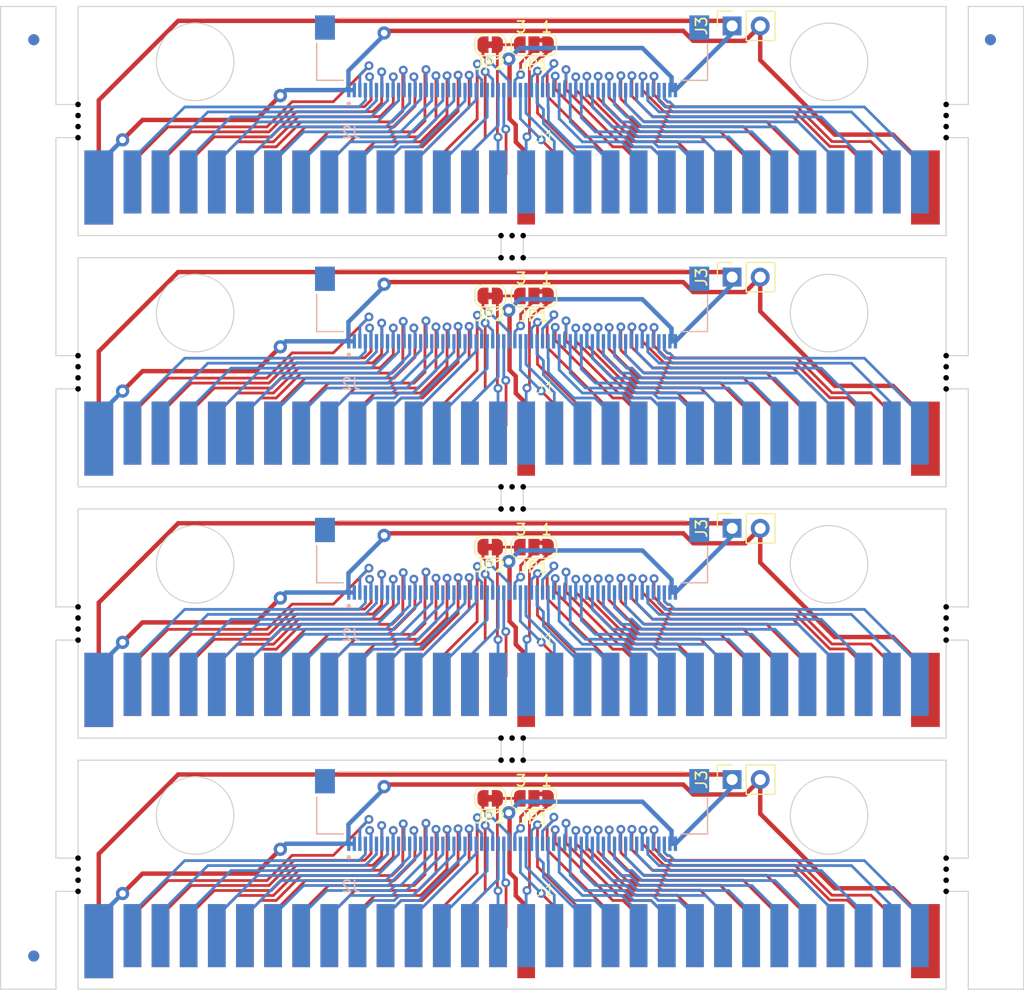
<source format=kicad_pcb>
(kicad_pcb (version 20221018) (generator pcbnew)
  (layers (0 "F.Cu" signal) (31 "B.Cu" signal) (34 "B.Paste" user) (35 "F.Paste" user) (36 "B.SilkS" user "B.Silkscreen") (37 "F.SilkS" user "F.Silkscreen") (38 "B.Mask" user) (39 "F.Mask" user) (44 "Edge.Cuts" user))
  (net 0 "")
  (net 1 "Board_0-+5V")
  (net 2 "Board_0-GND")
  (net 3 "Board_0-Net-(J1-Audio_In)")
  (net 4 "Board_0-Net-(J1-Audio_Out)")
  (net 5 "Board_0-Net-(J1-CIRAM_A10)")
  (net 6 "Board_0-Net-(J1-CIRAM_~{CE})")
  (net 7 "Board_0-Net-(J1-CPU_A0)")
  (net 8 "Board_0-Net-(J1-CPU_A1)")
  (net 9 "Board_0-Net-(J1-CPU_A10)")
  (net 10 "Board_0-Net-(J1-CPU_A11)")
  (net 11 "Board_0-Net-(J1-CPU_A12)")
  (net 12 "Board_0-Net-(J1-CPU_A13)")
  (net 13 "Board_0-Net-(J1-CPU_A14)")
  (net 14 "Board_0-Net-(J1-CPU_A2)")
  (net 15 "Board_0-Net-(J1-CPU_A3)")
  (net 16 "Board_0-Net-(J1-CPU_A4)")
  (net 17 "Board_0-Net-(J1-CPU_A5)")
  (net 18 "Board_0-Net-(J1-CPU_A6)")
  (net 19 "Board_0-Net-(J1-CPU_A7)")
  (net 20 "Board_0-Net-(J1-CPU_A8)")
  (net 21 "Board_0-Net-(J1-CPU_A9)")
  (net 22 "Board_0-Net-(J1-CPU_D0)")
  (net 23 "Board_0-Net-(J1-CPU_D1)")
  (net 24 "Board_0-Net-(J1-CPU_D2)")
  (net 25 "Board_0-Net-(J1-CPU_D3)")
  (net 26 "Board_0-Net-(J1-CPU_D4)")
  (net 27 "Board_0-Net-(J1-CPU_D5)")
  (net 28 "Board_0-Net-(J1-CPU_D6)")
  (net 29 "Board_0-Net-(J1-CPU_D7)")
  (net 30 "Board_0-Net-(J1-CPU_R{slash}~{W})")
  (net 31 "Board_0-Net-(J1-M2)")
  (net 32 "Board_0-Net-(J1-PPU_A0)")
  (net 33 "Board_0-Net-(J1-PPU_A1)")
  (net 34 "Board_0-Net-(J1-PPU_A10)")
  (net 35 "Board_0-Net-(J1-PPU_A11)")
  (net 36 "Board_0-Net-(J1-PPU_A12)")
  (net 37 "Board_0-Net-(J1-PPU_A13)")
  (net 38 "Board_0-Net-(J1-PPU_A2)")
  (net 39 "Board_0-Net-(J1-PPU_A3)")
  (net 40 "Board_0-Net-(J1-PPU_A4)")
  (net 41 "Board_0-Net-(J1-PPU_A5)")
  (net 42 "Board_0-Net-(J1-PPU_A6)")
  (net 43 "Board_0-Net-(J1-PPU_A7)")
  (net 44 "Board_0-Net-(J1-PPU_A8)")
  (net 45 "Board_0-Net-(J1-PPU_A9)")
  (net 46 "Board_0-Net-(J1-PPU_D0)")
  (net 47 "Board_0-Net-(J1-PPU_D1)")
  (net 48 "Board_0-Net-(J1-PPU_D2)")
  (net 49 "Board_0-Net-(J1-PPU_D3)")
  (net 50 "Board_0-Net-(J1-PPU_D4)")
  (net 51 "Board_0-Net-(J1-PPU_D5)")
  (net 52 "Board_0-Net-(J1-PPU_D6)")
  (net 53 "Board_0-Net-(J1-PPU_D7)")
  (net 54 "Board_0-Net-(J1-PPU_~{A13})")
  (net 55 "Board_0-Net-(J1-PPU_~{RD})")
  (net 56 "Board_0-Net-(J1-PPU_~{WR})")
  (net 57 "Board_0-Net-(J1-~{IRQ})")
  (net 58 "Board_0-Net-(J1-~{ROMSEL})")
  (net 59 "Board_0-Net-(JP1-C)")
  (net 60 "Board_0-Net-(JP2-A)")
  (net 61 "Board_1-+5V")
  (net 62 "Board_1-GND")
  (net 63 "Board_1-Net-(J1-Audio_In)")
  (net 64 "Board_1-Net-(J1-Audio_Out)")
  (net 65 "Board_1-Net-(J1-CIRAM_A10)")
  (net 66 "Board_1-Net-(J1-CIRAM_~{CE})")
  (net 67 "Board_1-Net-(J1-CPU_A0)")
  (net 68 "Board_1-Net-(J1-CPU_A1)")
  (net 69 "Board_1-Net-(J1-CPU_A10)")
  (net 70 "Board_1-Net-(J1-CPU_A11)")
  (net 71 "Board_1-Net-(J1-CPU_A12)")
  (net 72 "Board_1-Net-(J1-CPU_A13)")
  (net 73 "Board_1-Net-(J1-CPU_A14)")
  (net 74 "Board_1-Net-(J1-CPU_A2)")
  (net 75 "Board_1-Net-(J1-CPU_A3)")
  (net 76 "Board_1-Net-(J1-CPU_A4)")
  (net 77 "Board_1-Net-(J1-CPU_A5)")
  (net 78 "Board_1-Net-(J1-CPU_A6)")
  (net 79 "Board_1-Net-(J1-CPU_A7)")
  (net 80 "Board_1-Net-(J1-CPU_A8)")
  (net 81 "Board_1-Net-(J1-CPU_A9)")
  (net 82 "Board_1-Net-(J1-CPU_D0)")
  (net 83 "Board_1-Net-(J1-CPU_D1)")
  (net 84 "Board_1-Net-(J1-CPU_D2)")
  (net 85 "Board_1-Net-(J1-CPU_D3)")
  (net 86 "Board_1-Net-(J1-CPU_D4)")
  (net 87 "Board_1-Net-(J1-CPU_D5)")
  (net 88 "Board_1-Net-(J1-CPU_D6)")
  (net 89 "Board_1-Net-(J1-CPU_D7)")
  (net 90 "Board_1-Net-(J1-CPU_R{slash}~{W})")
  (net 91 "Board_1-Net-(J1-M2)")
  (net 92 "Board_1-Net-(J1-PPU_A0)")
  (net 93 "Board_1-Net-(J1-PPU_A1)")
  (net 94 "Board_1-Net-(J1-PPU_A10)")
  (net 95 "Board_1-Net-(J1-PPU_A11)")
  (net 96 "Board_1-Net-(J1-PPU_A12)")
  (net 97 "Board_1-Net-(J1-PPU_A13)")
  (net 98 "Board_1-Net-(J1-PPU_A2)")
  (net 99 "Board_1-Net-(J1-PPU_A3)")
  (net 100 "Board_1-Net-(J1-PPU_A4)")
  (net 101 "Board_1-Net-(J1-PPU_A5)")
  (net 102 "Board_1-Net-(J1-PPU_A6)")
  (net 103 "Board_1-Net-(J1-PPU_A7)")
  (net 104 "Board_1-Net-(J1-PPU_A8)")
  (net 105 "Board_1-Net-(J1-PPU_A9)")
  (net 106 "Board_1-Net-(J1-PPU_D0)")
  (net 107 "Board_1-Net-(J1-PPU_D1)")
  (net 108 "Board_1-Net-(J1-PPU_D2)")
  (net 109 "Board_1-Net-(J1-PPU_D3)")
  (net 110 "Board_1-Net-(J1-PPU_D4)")
  (net 111 "Board_1-Net-(J1-PPU_D5)")
  (net 112 "Board_1-Net-(J1-PPU_D6)")
  (net 113 "Board_1-Net-(J1-PPU_D7)")
  (net 114 "Board_1-Net-(J1-PPU_~{A13})")
  (net 115 "Board_1-Net-(J1-PPU_~{RD})")
  (net 116 "Board_1-Net-(J1-PPU_~{WR})")
  (net 117 "Board_1-Net-(J1-~{IRQ})")
  (net 118 "Board_1-Net-(J1-~{ROMSEL})")
  (net 119 "Board_1-Net-(JP1-C)")
  (net 120 "Board_1-Net-(JP2-A)")
  (net 121 "Board_2-+5V")
  (net 122 "Board_2-GND")
  (net 123 "Board_2-Net-(J1-Audio_In)")
  (net 124 "Board_2-Net-(J1-Audio_Out)")
  (net 125 "Board_2-Net-(J1-CIRAM_A10)")
  (net 126 "Board_2-Net-(J1-CIRAM_~{CE})")
  (net 127 "Board_2-Net-(J1-CPU_A0)")
  (net 128 "Board_2-Net-(J1-CPU_A1)")
  (net 129 "Board_2-Net-(J1-CPU_A10)")
  (net 130 "Board_2-Net-(J1-CPU_A11)")
  (net 131 "Board_2-Net-(J1-CPU_A12)")
  (net 132 "Board_2-Net-(J1-CPU_A13)")
  (net 133 "Board_2-Net-(J1-CPU_A14)")
  (net 134 "Board_2-Net-(J1-CPU_A2)")
  (net 135 "Board_2-Net-(J1-CPU_A3)")
  (net 136 "Board_2-Net-(J1-CPU_A4)")
  (net 137 "Board_2-Net-(J1-CPU_A5)")
  (net 138 "Board_2-Net-(J1-CPU_A6)")
  (net 139 "Board_2-Net-(J1-CPU_A7)")
  (net 140 "Board_2-Net-(J1-CPU_A8)")
  (net 141 "Board_2-Net-(J1-CPU_A9)")
  (net 142 "Board_2-Net-(J1-CPU_D0)")
  (net 143 "Board_2-Net-(J1-CPU_D1)")
  (net 144 "Board_2-Net-(J1-CPU_D2)")
  (net 145 "Board_2-Net-(J1-CPU_D3)")
  (net 146 "Board_2-Net-(J1-CPU_D4)")
  (net 147 "Board_2-Net-(J1-CPU_D5)")
  (net 148 "Board_2-Net-(J1-CPU_D6)")
  (net 149 "Board_2-Net-(J1-CPU_D7)")
  (net 150 "Board_2-Net-(J1-CPU_R{slash}~{W})")
  (net 151 "Board_2-Net-(J1-M2)")
  (net 152 "Board_2-Net-(J1-PPU_A0)")
  (net 153 "Board_2-Net-(J1-PPU_A1)")
  (net 154 "Board_2-Net-(J1-PPU_A10)")
  (net 155 "Board_2-Net-(J1-PPU_A11)")
  (net 156 "Board_2-Net-(J1-PPU_A12)")
  (net 157 "Board_2-Net-(J1-PPU_A13)")
  (net 158 "Board_2-Net-(J1-PPU_A2)")
  (net 159 "Board_2-Net-(J1-PPU_A3)")
  (net 160 "Board_2-Net-(J1-PPU_A4)")
  (net 161 "Board_2-Net-(J1-PPU_A5)")
  (net 162 "Board_2-Net-(J1-PPU_A6)")
  (net 163 "Board_2-Net-(J1-PPU_A7)")
  (net 164 "Board_2-Net-(J1-PPU_A8)")
  (net 165 "Board_2-Net-(J1-PPU_A9)")
  (net 166 "Board_2-Net-(J1-PPU_D0)")
  (net 167 "Board_2-Net-(J1-PPU_D1)")
  (net 168 "Board_2-Net-(J1-PPU_D2)")
  (net 169 "Board_2-Net-(J1-PPU_D3)")
  (net 170 "Board_2-Net-(J1-PPU_D4)")
  (net 171 "Board_2-Net-(J1-PPU_D5)")
  (net 172 "Board_2-Net-(J1-PPU_D6)")
  (net 173 "Board_2-Net-(J1-PPU_D7)")
  (net 174 "Board_2-Net-(J1-PPU_~{A13})")
  (net 175 "Board_2-Net-(J1-PPU_~{RD})")
  (net 176 "Board_2-Net-(J1-PPU_~{WR})")
  (net 177 "Board_2-Net-(J1-~{IRQ})")
  (net 178 "Board_2-Net-(J1-~{ROMSEL})")
  (net 179 "Board_2-Net-(JP1-C)")
  (net 180 "Board_2-Net-(JP2-A)")
  (net 181 "Board_3-+5V")
  (net 182 "Board_3-GND")
  (net 183 "Board_3-Net-(J1-Audio_In)")
  (net 184 "Board_3-Net-(J1-Audio_Out)")
  (net 185 "Board_3-Net-(J1-CIRAM_A10)")
  (net 186 "Board_3-Net-(J1-CIRAM_~{CE})")
  (net 187 "Board_3-Net-(J1-CPU_A0)")
  (net 188 "Board_3-Net-(J1-CPU_A1)")
  (net 189 "Board_3-Net-(J1-CPU_A10)")
  (net 190 "Board_3-Net-(J1-CPU_A11)")
  (net 191 "Board_3-Net-(J1-CPU_A12)")
  (net 192 "Board_3-Net-(J1-CPU_A13)")
  (net 193 "Board_3-Net-(J1-CPU_A14)")
  (net 194 "Board_3-Net-(J1-CPU_A2)")
  (net 195 "Board_3-Net-(J1-CPU_A3)")
  (net 196 "Board_3-Net-(J1-CPU_A4)")
  (net 197 "Board_3-Net-(J1-CPU_A5)")
  (net 198 "Board_3-Net-(J1-CPU_A6)")
  (net 199 "Board_3-Net-(J1-CPU_A7)")
  (net 200 "Board_3-Net-(J1-CPU_A8)")
  (net 201 "Board_3-Net-(J1-CPU_A9)")
  (net 202 "Board_3-Net-(J1-CPU_D0)")
  (net 203 "Board_3-Net-(J1-CPU_D1)")
  (net 204 "Board_3-Net-(J1-CPU_D2)")
  (net 205 "Board_3-Net-(J1-CPU_D3)")
  (net 206 "Board_3-Net-(J1-CPU_D4)")
  (net 207 "Board_3-Net-(J1-CPU_D5)")
  (net 208 "Board_3-Net-(J1-CPU_D6)")
  (net 209 "Board_3-Net-(J1-CPU_D7)")
  (net 210 "Board_3-Net-(J1-CPU_R{slash}~{W})")
  (net 211 "Board_3-Net-(J1-M2)")
  (net 212 "Board_3-Net-(J1-PPU_A0)")
  (net 213 "Board_3-Net-(J1-PPU_A1)")
  (net 214 "Board_3-Net-(J1-PPU_A10)")
  (net 215 "Board_3-Net-(J1-PPU_A11)")
  (net 216 "Board_3-Net-(J1-PPU_A12)")
  (net 217 "Board_3-Net-(J1-PPU_A13)")
  (net 218 "Board_3-Net-(J1-PPU_A2)")
  (net 219 "Board_3-Net-(J1-PPU_A3)")
  (net 220 "Board_3-Net-(J1-PPU_A4)")
  (net 221 "Board_3-Net-(J1-PPU_A5)")
  (net 222 "Board_3-Net-(J1-PPU_A6)")
  (net 223 "Board_3-Net-(J1-PPU_A7)")
  (net 224 "Board_3-Net-(J1-PPU_A8)")
  (net 225 "Board_3-Net-(J1-PPU_A9)")
  (net 226 "Board_3-Net-(J1-PPU_D0)")
  (net 227 "Board_3-Net-(J1-PPU_D1)")
  (net 228 "Board_3-Net-(J1-PPU_D2)")
  (net 229 "Board_3-Net-(J1-PPU_D3)")
  (net 230 "Board_3-Net-(J1-PPU_D4)")
  (net 231 "Board_3-Net-(J1-PPU_D5)")
  (net 232 "Board_3-Net-(J1-PPU_D6)")
  (net 233 "Board_3-Net-(J1-PPU_D7)")
  (net 234 "Board_3-Net-(J1-PPU_~{A13})")
  (net 235 "Board_3-Net-(J1-PPU_~{RD})")
  (net 236 "Board_3-Net-(J1-PPU_~{WR})")
  (net 237 "Board_3-Net-(J1-~{IRQ})")
  (net 238 "Board_3-Net-(J1-~{ROMSEL})")
  (net 239 "Board_3-Net-(JP1-C)")
  (net 240 "Board_3-Net-(JP2-A)")
  (footprint "NPTH" (layer "F.Cu") (at 109.3 75.25)
    (fp_text reference "KiKit_MB_8_3" hide)
    (fp_text value "NPTH" hide)
  )
  (footprint "Fiducial" (layer "F.Cu") (at 105.3 105.8)
    (fp_text reference "KiKit_FID_T_3" hide)
    (fp_text value "Fiducial" hide)
  )
  (footprint "NPTH" (layer "F.Cu") (at 148.5 40.7)
    (fp_text reference "KiKit_MB_3_2" hide)
    (fp_text value "NPTH" hide)
  )
  (footprint "NPTH" (layer "F.Cu") (at 109.3 51.55)
    (fp_text reference "KiKit_MB_4_4" hide)
    (fp_text value "NPTH" hide)
  )
  (footprint "NPTH" (layer "F.Cu") (at 147.5 42.7)
    (fp_text reference "KiKit_MB_6_1" hide)
    (fp_text value "NPTH" hide)
  )
  (footprint "NPTH" (layer "F.Cu") (at 149.5 86.1)
    (fp_text reference "KiKit_MB_11_1" hide)
    (fp_text value "NPTH" hide)
  )
  (footprint "NES_Cart_FC_Console:Famicom_Card_Edge" (layer "F.Cu") (at 148.5 40.7)
    (fp_text reference "J1")
    (fp_text value "Famicom_Cartridge")
  )
  (footprint "NPTH" (layer "F.Cu") (at 109.3 74.25)
    (fp_text reference "KiKit_MB_8_4" hide)
    (fp_text value "NPTH" hide)
  )
  (footprint "Jumper:SolderJumper-3_P1.3mm_Bridged2Bar12_RoundedPad1.0x1.5mm_NumberLabels" (layer "F.Cu") (at 150.47 68.85 180)
    (fp_text reference "JP1")
    (fp_text value "Bypass FFC Audio")
  )
  (footprint "Jumper:SolderJumper-2_P1.3mm_Bridged_RoundedPad1.0x1.5mm" (layer "F.Cu") (at 146.52 23.45)
    (fp_text reference "JP2")
    (fp_text value "Bypass FFC Audio")
  )
  (footprint "NPTH" (layer "F.Cu") (at 147.5 65.4)
    (fp_text reference "KiKit_MB_10_1" hide)
    (fp_text value "NPTH" hide)
  )
  (footprint "NPTH" (layer "F.Cu") (at 109.3 96.95)
    (fp_text reference "KiKit_MB_12_4" hide)
    (fp_text value "NPTH" hide)
  )
  (footprint "Jumper:SolderJumper-2_P1.3mm_Bridged_RoundedPad1.0x1.5mm" (layer "F.Cu") (at 146.52 91.55)
    (fp_text reference "JP2")
    (fp_text value "Bypass FFC Audio")
  )
  (footprint "NPTH" (layer "F.Cu") (at 148.5 65.4)
    (fp_text reference "KiKit_MB_10_2" hide)
    (fp_text value "NPTH" hide)
  )
  (footprint "NPTH" (layer "F.Cu") (at 147.5 63.4)
    (fp_text reference "KiKit_MB_7_3" hide)
    (fp_text value "NPTH" hide)
  )
  (footprint "NPTH" (layer "F.Cu") (at 187.7 54.55)
    (fp_text reference "KiKit_MB_5_4" hide)
    (fp_text value "NPTH" hide)
  )
  (footprint "NPTH" (layer "F.Cu") (at 147.5 86.1)
    (fp_text reference "KiKit_MB_11_3" hide)
    (fp_text value "NPTH" hide)
  )
  (footprint "NPTH" (layer "F.Cu") (at 148.5 42.7)
    (fp_text reference "KiKit_MB_6_2" hide)
    (fp_text value "NPTH" hide)
  )
  (footprint "NPTH" (layer "F.Cu") (at 187.7 98.95)
    (fp_text reference "KiKit_MB_13_3" hide)
    (fp_text value "NPTH" hide)
  )
  (footprint "NPTH" (layer "F.Cu") (at 187.7 77.25)
    (fp_text reference "KiKit_MB_9_4" hide)
    (fp_text value "NPTH" hide)
  )
  (footprint "NPTH" (layer "F.Cu") (at 149.5 65.4)
    (fp_text reference "KiKit_MB_10_3" hide)
    (fp_text value "NPTH" hide)
  )
  (footprint "NPTH" (layer "F.Cu") (at 109.3 29.85)
    (fp_text reference "KiKit_MB_1_3" hide)
    (fp_text value "NPTH" hide)
  )
  (footprint "NES_Cart_FC_Console:Famicom_Card_Edge" (layer "F.Cu") (at 148.5 108.8)
    (fp_text reference "J1")
    (fp_text value "Famicom_Cartridge")
  )
  (footprint "NPTH" (layer "F.Cu") (at 187.7 51.55)
    (fp_text reference "KiKit_MB_5_1" hide)
    (fp_text value "NPTH" hide)
  )
  (footprint "NPTH" (layer "F.Cu") (at 187.7 31.85)
    (fp_text reference "KiKit_MB_2_4" hide)
    (fp_text value "NPTH" hide)
  )
  (footprint "NPTH" (layer "F.Cu") (at 109.3 99.95)
    (fp_text reference "KiKit_MB_12_1" hide)
    (fp_text value "NPTH" hide)
  )
  (footprint "NPTH" (layer "F.Cu") (at 109.3 31.85)
    (fp_text reference "KiKit_MB_1_1" hide)
    (fp_text value "NPTH" hide)
  )
  (footprint "NPTH" (layer "F.Cu") (at 109.3 98.95)
    (fp_text reference "KiKit_MB_12_2" hide)
    (fp_text value "NPTH" hide)
  )
  (footprint "Jumper:SolderJumper-2_P1.3mm_Bridged_RoundedPad1.0x1.5mm" (layer "F.Cu") (at 146.52 46.15)
    (fp_text reference "JP2")
    (fp_text value "Bypass FFC Audio")
  )
  (footprint "NPTH" (layer "F.Cu") (at 109.3 76.25)
    (fp_text reference "KiKit_MB_8_2" hide)
    (fp_text value "NPTH" hide)
  )
  (footprint "NPTH" (layer "F.Cu") (at 109.3 28.85)
    (fp_text reference "KiKit_MB_1_4" hide)
    (fp_text value "NPTH" hide)
  )
  (footprint "NPTH" (layer "F.Cu") (at 187.7 96.95)
    (fp_text reference "KiKit_MB_13_1" hide)
    (fp_text value "NPTH" hide)
  )
  (footprint "Connector_PinSocket_2.54mm:PinSocket_1x02_P2.54mm_Vertical" (layer "F.Cu") (at 168.37 89.85 90)
    (fp_text reference "J3")
    (fp_text value "Power")
  )
  (footprint "Fiducial" (layer "F.Cu") (at 191.7 23)
    (fp_text reference "KiKit_FID_T_2" hide)
    (fp_text value "Fiducial" hide)
  )
  (footprint "NPTH" (layer "F.Cu") (at 149.5 88.1)
    (fp_text reference "KiKit_MB_14_3" hide)
    (fp_text value "NPTH" hide)
  )
  (footprint "NPTH" (layer "F.Cu") (at 148.5 63.4)
    (fp_text reference "KiKit_MB_7_2" hide)
    (fp_text value "NPTH" hide)
  )
  (footprint "Connector_PinSocket_2.54mm:PinSocket_1x02_P2.54mm_Vertical" (layer "F.Cu") (at 168.37 67.15 90)
    (fp_text reference "J3")
    (fp_text value "Power")
  )
  (footprint "Jumper:SolderJumper-3_P1.3mm_Bridged2Bar12_RoundedPad1.0x1.5mm_NumberLabels" (layer "F.Cu") (at 150.47 91.55 180)
    (fp_text reference "JP1")
    (fp_text value "Bypass FFC Audio")
  )
  (footprint "NPTH" (layer "F.Cu") (at 149.5 63.4)
    (fp_text reference "KiKit_MB_7_1" hide)
    (fp_text value "NPTH" hide)
  )
  (footprint "NPTH" (layer "F.Cu") (at 148.5 88.1)
    (fp_text reference "KiKit_MB_14_2" hide)
    (fp_text value "NPTH" hide)
  )
  (footprint "NPTH" (layer "F.Cu") (at 149.5 42.7)
    (fp_text reference "KiKit_MB_6_3" hide)
    (fp_text value "NPTH" hide)
  )
  (footprint "NPTH" (layer "F.Cu") (at 147.5 40.7)
    (fp_text reference "KiKit_MB_3_3" hide)
    (fp_text value "NPTH" hide)
  )
  (footprint "NES_Cart_FC_Console:Famicom_Card_Edge" (layer "F.Cu") (at 148.5 63.4)
    (fp_text reference "J1")
    (fp_text value "Famicom_Cartridge")
  )
  (footprint "NPTH" (layer "F.Cu") (at 187.7 53.55)
    (fp_text reference "KiKit_MB_5_3" hide)
    (fp_text value "NPTH" hide)
  )
  (footprint "Jumper:SolderJumper-2_P1.3mm_Bridged_RoundedPad1.0x1.5mm" (layer "F.Cu") (at 146.52 68.85)
    (fp_text reference "JP2")
    (fp_text value "Bypass FFC Audio")
  )
  (footprint "NPTH" (layer "F.Cu") (at 109.3 53.55)
    (fp_text reference "KiKit_MB_4_2" hide)
    (fp_text value "NPTH" hide)
  )
  (footprint "NPTH" (layer "F.Cu") (at 187.7 75.25)
    (fp_text reference "KiKit_MB_9_2" hide)
    (fp_text value "NPTH" hide)
  )
  (footprint "NPTH" (layer "F.Cu") (at 187.7 52.55)
    (fp_text reference "KiKit_MB_5_2" hide)
    (fp_text value "NPTH" hide)
  )
  (footprint "NPTH" (layer "F.Cu") (at 187.7 97.95)
    (fp_text reference "KiKit_MB_13_2" hide)
    (fp_text value "NPTH" hide)
  )
  (footprint "NPTH" (layer "F.Cu") (at 147.5 88.1)
    (fp_text reference "KiKit_MB_14_1" hide)
    (fp_text value "NPTH" hide)
  )
  (footprint "NPTH" (layer "F.Cu") (at 109.3 54.55)
    (fp_text reference "KiKit_MB_4_1" hide)
    (fp_text value "NPTH" hide)
  )
  (footprint "NPTH" (layer "F.Cu") (at 187.7 29.85)
    (fp_text reference "KiKit_MB_2_2" hide)
    (fp_text value "NPTH" hide)
  )
  (footprint "NPTH" (layer "F.Cu") (at 109.3 30.85)
    (fp_text reference "KiKit_MB_1_2" hide)
    (fp_text value "NPTH" hide)
  )
  (footprint "Jumper:SolderJumper-3_P1.3mm_Bridged2Bar12_RoundedPad1.0x1.5mm_NumberLabels" (layer "F.Cu") (at 150.47 46.15 180)
    (fp_text reference "JP1")
    (fp_text value "Bypass FFC Audio")
  )
  (footprint "NPTH" (layer "F.Cu") (at 149.5 40.7)
    (fp_text reference "KiKit_MB_3_1" hide)
    (fp_text value "NPTH" hide)
  )
  (footprint "NPTH" (layer "F.Cu") (at 148.5 86.1)
    (fp_text reference "KiKit_MB_11_2" hide)
    (fp_text value "NPTH" hide)
  )
  (footprint "NPTH" (layer "F.Cu") (at 187.7 30.85)
    (fp_text reference "KiKit_MB_2_3" hide)
    (fp_text value "NPTH" hide)
  )
  (footprint "NPTH" (layer "F.Cu") (at 187.7 76.25)
    (fp_text reference "KiKit_MB_9_3" hide)
    (fp_text value "NPTH" hide)
  )
  (footprint "NPTH" (layer "F.Cu") (at 109.3 52.55)
    (fp_text reference "KiKit_MB_4_3" hide)
    (fp_text value "NPTH" hide)
  )
  (footprint "NPTH" (layer "F.Cu") (at 109.3 97.95)
    (fp_text reference "KiKit_MB_12_3" hide)
    (fp_text value "NPTH" hide)
  )
  (footprint "NPTH" (layer "F.Cu") (at 187.7 28.85)
    (fp_text reference "KiKit_MB_2_1" hide)
    (fp_text value "NPTH" hide)
  )
  (footprint "Fiducial" (layer "F.Cu") (at 105.3 23)
    (fp_text reference "KiKit_FID_T_1" hide)
    (fp_text value "Fiducial" hide)
  )
  (footprint "Jumper:SolderJumper-3_P1.3mm_Bridged2Bar12_RoundedPad1.0x1.5mm_NumberLabels" (layer "F.Cu") (at 150.47 23.45 180)
    (fp_text reference "JP1")
    (fp_text value "Bypass FFC Audio")
  )
  (footprint "NES_Cart_FC_Console:Famicom_Card_Edge" (layer "F.Cu") (at 148.5 86.1)
    (fp_text reference "J1")
    (fp_text value "Famicom_Cartridge")
  )
  (footprint "NPTH" (layer "F.Cu") (at 187.7 74.25)
    (fp_text reference "KiKit_MB_9_1" hide)
    (fp_text value "NPTH" hide)
  )
  (footprint "NPTH" (layer "F.Cu") (at 187.7 99.95)
    (fp_text reference "KiKit_MB_13_4" hide)
    (fp_text value "NPTH" hide)
  )
  (footprint "NPTH" (layer "F.Cu") (at 109.3 77.25)
    (fp_text reference "KiKit_MB_8_1" hide)
    (fp_text value "NPTH" hide)
  )
  (footprint "Connector_PinSocket_2.54mm:PinSocket_1x02_P2.54mm_Vertical" (layer "F.Cu") (at 168.37 44.45 90)
    (fp_text reference "J3")
    (fp_text value "Power")
  )
  (footprint "Connector_PinSocket_2.54mm:PinSocket_1x02_P2.54mm_Vertical" (layer "F.Cu") (at 168.37 21.75 90)
    (fp_text reference "J3")
    (fp_text value "Power")
  )
  (footprint "NES_Cart_FC_Console:AMPHENOL_F31L-1A7H1-11060" (layer "B.Cu") (at 148.5 23.46)
    (fp_text reference "J2")
    (fp_text value "F31L-1A7H1-11060")
  )
  (footprint "Fiducial" (layer "B.Cu") (at 105.3 23)
    (fp_text reference "KiKit_FID_B_1" hide)
    (fp_text value "Fiducial" hide)
  )
  (footprint "NES_Cart_FC_Console:AMPHENOL_F31L-1A7H1-11060" (layer "B.Cu") (at 148.5 91.56)
    (fp_text reference "J2")
    (fp_text value "F31L-1A7H1-11060")
  )
  (footprint "NES_Cart_FC_Console:AMPHENOL_F31L-1A7H1-11060" (layer "B.Cu") (at 148.5 68.86)
    (fp_text reference "J2")
    (fp_text value "F31L-1A7H1-11060")
  )
  (footprint "NES_Cart_FC_Console:AMPHENOL_F31L-1A7H1-11060" (layer "B.Cu") (at 148.5 46.16)
    (fp_text reference "J2")
    (fp_text value "F31L-1A7H1-11060")
  )
  (footprint "Fiducial" (layer "B.Cu") (at 191.7 23)
    (fp_text reference "KiKit_FID_B_2" hide)
    (fp_text value "Fiducial" hide)
  )
  (footprint "Fiducial" (layer "B.Cu") (at 105.3 105.8)
    (fp_text reference "KiKit_FID_B_3" hide)
    (fp_text value "Fiducial" hide)
  )
  (gr_line (start 173.634633 24.7405) (end 173.651737 24.568206) (stroke (width 0.1)) (layer "Edge.Cuts"))
  (gr_line (start 116.61319 46.430906) (end 116.679942 46.27115) (stroke (width 0.1)) (layer "Edge.Cuts"))
  (gr_line (start 117.741474 50.474539) (end 117.606873 50.365633) (stroke (width 0.1)) (layer "Edge.Cuts"))
  (gr_line (start 173.929942 91.67115) (end 174.004514 91.514891) (stroke (width 0.1)) (layer "Edge.Cuts"))
  (gr_line (start 116.461381 69.627207) (end 116.503775 69.459336) (stroke (width 0.1)) (layer "Edge.Cuts"))
  (gr_line (start 123.370717 92.926911) (end 123.375 93.1) (stroke (width 0.1)) (layer "Edge.Cuts"))
  (gr_line (start 120.349718 96.567656) (end 120.177649 96.58689) (stroke (width 0.1)) (layer "Edge.Cuts"))
  (gr_line (start 179.925714 91.000953) (end 180.026093 91.142027) (stroke (width 0.1)) (layer "Edge.Cuts"))
  (gr_line (start 173.711381 69.627207) (end 173.753775 69.459336) (stroke (width 0.1)) (layer "Edge.Cuts"))
  (gr_line (start 118.328607 67.260148) (end 118.485777 67.187515) (stroke (width 0.1)) (layer "Edge.Cuts"))
  (gr_line (start 119.144486 21.577084) (end 119.314656 21.545146) (stroke (width 0.1)) (layer "Edge.Cuts"))
  (gr_line (start 120.177649 21.513109) (end 120.349718 21.532343) (stroke (width 0.1)) (layer "Edge.Cuts"))
  (gr_line (start 119.831711 51.199732) (end 119.658689 51.193309) (stroke (width 0.1)) (layer "Edge.Cuts"))
  (gr_line (start 176.564656 51.154853) (end 176.394486 51.122915) (stroke (width 0.1)) (layer "Edge.Cuts"))
  (gr_line (start 179.584521 22.509868) (end 179.704658 22.634547) (stroke (width 0.1)) (layer "Edge.Cuts"))
  (gr_line (start 179.326499 27.720918) (end 179.189246 27.826461) (stroke (width 0.1)) (layer "Edge.Cuts"))
  (gr_line (start 121.343256 44.522859) (end 121.498581 44.599357) (stroke (width 0.1)) (layer "Edge.Cuts"))
  (gr_line (start 173.929942 49.128849) (end 173.86319 48.969093) (stroke (width 0.1)) (layer "Edge.Cuts"))
  (gr_line (start 177.254839 89.602409) (end 177.427649 89.613109) (stroke (width 0.1)) (layer "Edge.Cuts"))
  (gr_line (start 116.55442 94.206232) (end 116.503775 94.040663) (stroke (width 0.1)) (layer "Edge.Cuts"))
  (gr_line (start 117.354639 50.128534) (end 117.237622 50.000922) (stroke (width 0.1)) (layer "Edge.Cuts"))
  (gr_line (start 121.649933 50.716556) (end 121.498581 50.800642) (stroke (width 0.1)) (layer "Edge.Cuts"))
  (gr_line (start 117.606873 22.334366) (end 117.741474 22.22546) (stroke (width 0.1)) (layer "Edge.Cuts"))
  (gr_line (start 180.518459 24.143009) (end 180.556688 24.311877) (stroke (width 0.1)) (layer "Edge.Cuts"))
  (gr_line (start 174.604639 22.571465) (end 174.727823 22.449795) (stroke (width 0.1)) (layer "Edge.Cuts"))
  (gr_line (start 173.80442 91.993767) (end 173.86319 91.830906) (stroke (width 0.1)) (layer "Edge.Cuts"))
  (gr_line (start 176.564656 89.645146) (end 176.736197 89.621662) (stroke (width 0.1)) (layer "Edge.Cuts"))
  (gr_line (start 121.343256 96.27714) (end 121.184338 96.345863) (stroke (width 0.1)) (layer "Edge.Cuts"))
  (gr_line (start 173.711381 24.227207) (end 173.753775 24.059336) (stroke (width 0.1)) (layer "Edge.Cuts"))
  (gr_line (start 180.556688 24.311877) (end 180.586519 24.482429) (stroke (width 0.1)) (layer "Edge.Cuts"))
  (gr_line (start 179.704658 50.065452) (end 179.584521 50.190131) (stroke (width 0.1)) (layer "Edge.Cuts"))
  (gr_line (start 174.487622 50.000922) (end 174.37706 49.867678) (stroke (width 0.1)) (layer "Edge.Cuts"))
  (gr_line (start 118.328607 28.139851) (end 118.175222 28.059535) (stroke (width 0.1)) (layer "Edge.Cuts"))
  (gr_line (start 123.167201 46.511973) (end 123.221925 46.676239) (stroke (width 0.1)) (layer "Edge.Cuts"))
  (gr_line (start 117.881295 22.123344) (end 118.025996 22.028268) (stroke (width 0.1)) (layer "Edge.Cuts"))
  (gr_line (start 179.704658 22.634547) (end 179.818482 22.765015) (stroke (width 0.1)) (layer "Edge.Cuts"))
  (gr_line (start 180.60788 25.345752) (end 180.586519 25.51757) (stroke (width 0.1)) (layer "Edge.Cuts"))
  (gr_line (start 179.584521 27.490131) (end 179.458365 27.608717) (stroke (width 0.1)) (layer "Edge.Cuts"))
  (gr_line (start 177.770626 51.139937) (end 177.599718 51.167656) (stroke (width 0.1)) (layer "Edge.Cuts"))
  (gr_line (start 121.796941 73.325088) (end 121.649933 73.416556) (stroke (width 0.1)) (layer "Edge.Cuts"))
  (gr_line (start 117.606873 45.034366) (end 117.741474 44.92546) (stroke (width 0.1)) (layer "Edge.Cuts"))
  (gr_line (start 174.856873 50.365633) (end 174.727823 50.250204) (stroke (width 0.1)) (layer "Edge.Cuts"))
  (gr_line (start 175.131295 44.823344) (end 175.275996 44.728268) (stroke (width 0.1)) (layer "Edge.Cuts"))
  (gr_line (start 176.226104 28.3826) (end 176.059922 28.334007) (stroke (width 0.1)) (layer "Edge.Cuts"))
  (gr_line (start 118.646346 73.677256) (end 118.485777 73.612484) (stroke (width 0.1)) (layer "Edge.Cuts"))
  (gr_line (start 117.477823 95.650204) (end 117.354639 95.528534) (stroke (width 0.1)) (layer "Edge.Cuts"))
  (gr_line (start 149.5 41.7) (end 149.5 40.7) (stroke (width 0.1)) (layer "Edge.Cuts"))
  (gr_line (start 117.606873 73.065633) (end 117.477823 72.950204) (stroke (width 0.1)) (layer "Edge.Cuts"))
  (gr_line (start 123.221925 71.42376) (end 123.167201 71.588026) (stroke (width 0.1)) (layer "Edge.Cuts"))
  (gr_line (start 179.925714 49.799046) (end 179.818482 49.934984) (stroke (width 0.1)) (layer "Edge.Cuts"))
  (gr_line (start 173.67734 47.096968) (end 173.711381 46.927207) (stroke (width 0.1)) (layer "Edge.Cuts"))
  (gr_line (start 180.417201 46.511973) (end 180.471925 46.676239) (stroke (width 0.1)) (layer "Edge.Cuts"))
  (gr_line (start 117.881295 50.576655) (end 117.741474 50.474539) (stroke (width 0.1)) (layer "Edge.Cuts"))
  (gr_line (start 120.349718 66.932343) (end 120.520626 66.960062) (stroke (width 0.1)) (layer "Edge.Cuts"))
  (gr_line (start 116.384633 70.1405) (end 116.401737 69.968206) (stroke (width 0.1)) (layer "Edge.Cuts"))
  (gr_line (start 117.741474 90.32546) (end 117.881295 90.223344) (stroke (width 0.1)) (layer "Edge.Cuts"))
  (gr_line (start 122.776093 91.142027) (end 122.869372 91.287892) (stroke (width 0.1)) (layer "Edge.Cuts"))
  (gr_line (start 121.184338 50.945863) (end 121.022216 51.006643) (stroke (width 0.1)) (layer "Edge.Cuts"))
  (gr_line (start 173.634633 25.259499) (end 173.62607 25.08657) (stroke (width 0.1)) (layer "Edge.Cuts"))
  (gr_line (start 178.107287 44.340667) (end 178.272216 44.393356) (stroke (width 0.1)) (layer "Edge.Cuts"))
  (gr_line (start 123.370717 24.826911) (end 123.375 25) (stroke (width 0.1)) (layer "Edge.Cuts"))
  (gr_line (start 121.498581 96.200642) (end 121.343256 96.27714) (stroke (width 0.1)) (layer "Edge.Cuts"))
  (gr_line (start 117.606873 27.665633) (end 117.477823 27.550204) (stroke (width 0.1)) (layer "Edge.Cuts"))
  (gr_line (start 173.753775 94.040663) (end 173.711381 93.872792) (stroke (width 0.1)) (layer "Edge.Cuts"))
  (gr_line (start 118.809922 67.065992) (end 118.976104 67.017399) (stroke (width 0.1)) (layer "Edge.Cuts"))
  (gr_line (start 180.026093 72.357972) (end 180.026093 72.357972) (stroke (width 0.1)) (layer "Edge.Cuts"))
  (gr_line (start 122.568482 27.234984) (end 122.454658 27.365452) (stroke (width 0.1)) (layer "Edge.Cuts"))
  (gr_line (start 123.104421 49.049384) (end 123.033737 49.20744) (stroke (width 0.1)) (layer "Edge.Cuts"))
  (gr_line (start 107.3 20) (end 102.3 20) (stroke (width 0.1)) (layer "Edge.Cuts"))
  (gr_line (start 174.487622 90.799077) (end 174.604639 90.671465) (stroke (width 0.1)) (layer "Edge.Cuts"))
  (gr_line (start 119.314656 51.154853) (end 119.144486 51.122915) (stroke (width 0.1)) (layer "Edge.Cuts"))
  (gr_line (start 174.487622 45.399077) (end 174.604639 45.271465) (stroke (width 0.1)) (layer "Edge.Cuts"))
  (gr_line (start 122.675714 68.300953) (end 122.776093 68.442027) (stroke (width 0.1)) (layer "Edge.Cuts"))
  (gr_line (start 119.486197 89.621662) (end 119.658689 89.60669) (stroke (width 0.1)) (layer "Edge.Cuts"))
  (gr_line (start 180.283737 46.192559) (end 180.354421 46.350615) (stroke (width 0.1)) (layer "Edge.Cuts"))
  (gr_line (start 123.370717 70.573088) (end 123.35788 70.745752) (stroke (width 0.1)) (layer "Edge.Cuts"))
  (gr_line (start 176.059922 67.065992) (end 176.226104 67.017399) (stroke (width 0.1)) (layer "Edge.Cuts"))
  (gr_line (start 116.61319 69.130906) (end 116.679942 68.97115) (stroke (width 0.1)) (layer "Edge.Cuts"))
  (gr_line (start 122.568482 68.165015) (end 122.675714 68.300953) (stroke (width 0.1)) (layer "Edge.Cuts"))
  (gr_line (start 117.354639 27.428534) (end 117.237622 27.300922) (stroke (width 0.1)) (layer "Edge.Cuts"))
  (gr_line (start 173.62607 24.913429) (end 173.634633 24.7405) (stroke (width 0.1)) (layer "Edge.Cuts"))
  (gr_line (start 178.593256 96.27714) (end 178.434338 96.345863) (stroke (width 0.1)) (layer "Edge.Cuts"))
  (gr_line (start 119.831711 28.499732) (end 119.658689 28.493309) (stroke (width 0.1)) (layer "Edge.Cuts"))
  (gr_line (start 116.461381 25.772792) (end 116.42734 25.603031) (stroke (width 0.1)) (layer "Edge.Cuts"))
  (gr_line (start 178.748581 44.599357) (end 178.899933 44.683443) (stroke (width 0.1)) (layer "Edge.Cuts"))
  (gr_line (start 173.67734 93.703031) (end 173.651737 93.531793) (stroke (width 0.1)) (layer "Edge.Cuts"))
  (gr_line (start 180.471925 26.02376) (end 180.417201 26.188026) (stroke (width 0.1)) (layer "Edge.Cuts"))
  (gr_line (start 123.306688 92.411877) (end 123.336519 92.582429) (stroke (width 0.1)) (layer "Edge.Cuts"))
  (gr_line (start 109.3 28.85) (end 107.3 28.85) (stroke (width 0.1)) (layer "Edge.Cuts"))
  (gr_line (start 117.477823 72.950204) (end 117.354639 72.828534) (stroke (width 0.1)) (layer "Edge.Cuts"))
  (gr_line (start 177.254839 28.49759) (end 177.081711 28.499732) (stroke (width 0.1)) (layer "Edge.Cuts"))
  (gr_line (start 179.925714 68.300953) (end 180.026093 68.442027) (stroke (width 0.1)) (layer "Edge.Cuts"))
  (gr_line (start 118.025996 50.671731) (end 117.881295 50.576655) (stroke (width 0.1)) (layer "Edge.Cuts"))
  (gr_line (start 122.076499 22.279081) (end 122.208365 22.391282) (stroke (width 0.1)) (layer "Edge.Cuts"))
  (gr_line (start 174.086721 45.962511) (end 174.176364 45.814383) (stroke (width 0.1)) (layer "Edge.Cuts"))
  (gr_line (start 119.144486 73.822915) (end 118.976104 73.7826) (stroke (width 0.1)) (layer "Edge.Cuts"))
  (gr_line (start 179.189246 95.926461) (end 179.046941 96.025088) (stroke (width 0.1)) (layer "Edge.Cuts"))
  (gr_line (start 119.314656 89.645146) (end 119.486197 89.621662) (stroke (width 0.1)) (layer "Edge.Cuts"))
  (gr_line (start 120.349718 89.632343) (end 120.520626 89.660062) (stroke (width 0.1)) (layer "Edge.Cuts"))
  (gr_line (start 120.689953 89.6962) (end 120.857287 89.740667) (stroke (width 0.1)) (layer "Edge.Cuts"))
  (gr_line (start 117.354639 90.671465) (end 117.477823 90.549795) (stroke (width 0.1)) (layer "Edge.Cuts"))
  (gr_line (start 122.568482 22.765015) (end 122.675714 22.900953) (stroke (width 0.1)) (layer "Edge.Cuts"))
  (gr_line (start 179.046941 27.925088) (end 178.899933 28.016556) (stroke (width 0.1)) (layer "Edge.Cuts"))
  (gr_line (start 176.394486 51.122915) (end 176.226104 51.0826) (stroke (width 0.1)) (layer "Edge.Cuts"))
  (gr_line (start 121.022216 51.006643) (end 120.857287 51.059332) (stroke (width 0.1)) (layer "Edge.Cuts"))
  (gr_line (start 177.770626 44.260062) (end 177.939953 44.2962) (stroke (width 0.1)) (layer "Edge.Cuts"))
  (gr_line (start 122.869372 91.287892) (end 122.955324 91.438193) (stroke (width 0.1)) (layer "Edge.Cuts"))
  (gr_line (start 123.167201 94.288026) (end 123.104421 94.449384) (stroke (width 0.1)) (layer "Edge.Cuts"))
  (gr_line (start 174.604639 27.428534) (end 174.487622 27.300922) (stroke (width 0.1)) (layer "Edge.Cuts"))
  (gr_line (start 123.104421 94.449384) (end 123.033737 94.60744) (stroke (width 0.1)) (layer "Edge.Cuts"))
  (gr_line (start 180.354421 71.749384) (end 180.283737 71.90744) (stroke (width 0.1)) (layer "Edge.Cuts"))
  (gr_line (start 187.7 40.7) (end 187.7 31.85) (stroke (width 0.1)) (layer "Edge.Cuts"))
  (gr_line (start 119.658689 73.893309) (end 119.486197 73.878337) (stroke (width 0.1)) (layer "Edge.Cuts"))
  (gr_line (start 178.107287 73.759332) (end 177.939953 73.803799) (stroke (width 0.1)) (layer "Edge.Cuts"))
  (gr_line (start 123.268459 69.543009) (end 123.306688 69.711877) (stroke (width 0.1)) (layer "Edge.Cuts"))
  (gr_line (start 118.175222 44.640464) (end 118.328607 44.560148) (stroke (width 0.1)) (layer "Edge.Cuts"))
  (gr_line (start 180.586519 47.182429) (end 180.60788 47.354247) (stroke (width 0.1)) (layer "Edge.Cuts"))
  (gr_line (start 118.646346 50.977256) (end 118.485777 50.912484) (stroke (width 0.1)) (layer "Edge.Cuts"))
  (gr_line (start 118.025996 22.028268) (end 118.175222 21.940464) (stroke (width 0.1)) (layer "Edge.Cuts"))
  (gr_line (start 176.564656 73.854853) (end 176.394486 73.822915) (stroke (width 0.1)) (layer "Edge.Cuts"))
  (gr_line (start 118.485777 73.612484) (end 118.328607 73.539851) (stroke (width 0.1)) (layer "Edge.Cuts"))
  (gr_line (start 179.704658 72.765452) (end 179.584521 72.890131) (stroke (width 0.1)) (layer "Edge.Cuts"))
  (gr_line (start 147.5 63.4) (end 147.5 64.4) (stroke (width 0.1)) (layer "Edge.Cuts"))
  (gr_line (start 176.394486 21.577084) (end 176.564656 21.545146) (stroke (width 0.1)) (layer "Edge.Cuts"))
  (gr_line (start 177.770626 66.960062) (end 177.939953 66.9962) (stroke (width 0.1)) (layer "Edge.Cuts"))
  (gr_line (start 174.991474 90.32546) (end 175.131295 90.223344) (stroke (width 0.1)) (layer "Edge.Cuts"))
  (gr_line (start 147.5 40.7) (end 147.5 41.7) (stroke (width 0.1)) (layer "Edge.Cuts"))
  (gr_line (start 149.5 65.4) (end 149.5 64.4) (stroke (width 0.1)) (layer "Edge.Cuts"))
  (gr_line (start 175.735777 44.487515) (end 175.896346 44.422743) (stroke (width 0.1)) (layer "Edge.Cuts"))
  (gr_line (start 123.104421 26.349384) (end 123.033737 26.50744) (stroke (width 0.1)) (layer "Edge.Cuts"))
  (gr_line (start 117.354639 22.571465) (end 117.477823 22.449795) (stroke (width 0.1)) (layer "Edge.Cuts"))
  (gr_line (start 177.599718 73.867656) (end 177.427649 73.88689) (stroke (width 0.1)) (layer "Edge.Cuts"))
  (gr_line (start 119.314656 73.854853) (end 119.144486 73.822915) (stroke (width 0.1)) (layer "Edge.Cuts"))
  (gr_line (start 122.076499 90.379081) (end 122.208365 90.491282) (stroke (width 0.1)) (layer "Edge.Cuts"))
  (gr_line (start 119.486197 28.478337) (end 119.314656 28.454853) (stroke (width 0.1)) (layer "Edge.Cuts"))
  (gr_line (start 180.417201 69.211973) (end 180.471925 69.376239) (stroke (width 0.1)) (layer "Edge.Cuts"))
  (gr_line (start 117.023223 22.970869) (end 117.12706 22.832321) (stroke (width 0.1)) (layer "Edge.Cuts"))
  (gr_line (start 120.177649 44.213109) (end 120.349718 44.232343) (stroke (width 0.1)) (layer "Edge.Cuts"))
  (gr_line (start 116.384633 47.4405) (end 116.401737 47.268206) (stroke (width 0.1)) (layer "Edge.Cuts"))
  (gr_line (start 120.177649 73.88689) (end 120.004839 73.89759) (stroke (width 0.1)) (layer "Edge.Cuts"))
  (gr_line (start 122.208365 27.608717) (end 122.076499 27.720918) (stroke (width 0.1)) (layer "Edge.Cuts"))
  (gr_line (start 119.486197 96.578337) (end 119.314656 96.554853) (stroke (width 0.1)) (layer "Edge.Cuts"))
  (gr_line (start 121.343256 50.87714) (end 121.184338 50.945863) (stroke (width 0.1)) (layer "Edge.Cuts"))
  (gr_line (start 174.856873 45.034366) (end 174.991474 44.92546) (stroke (width 0.1)) (layer "Edge.Cuts"))
  (gr_line (start 187.7 31.85) (end 189.7 31.85) (stroke (width 0.1)) (layer "Edge.Cuts"))
  (gr_line (start 116.461381 24.227207) (end 116.503775 24.059336) (stroke (width 0.1)) (layer "Edge.Cuts"))
  (gr_line (start 116.37607 24.913429) (end 116.384633 24.7405) (stroke (width 0.1)) (layer "Edge.Cuts"))
  (gr_line (start 116.503775 94.040663) (end 116.461381 93.872792) (stroke (width 0.1)) (layer "Edge.Cuts"))
  (gr_line (start 120.857287 89.740667) (end 121.022216 89.793356) (stroke (width 0.1)) (layer "Edge.Cuts"))
  (gr_line (start 120.689953 21.5962) (end 120.857287 21.640667) (stroke (width 0.1)) (layer "Edge.Cuts"))
  (gr_line (start 119.658689 44.20669) (end 119.831711 44.200267) (stroke (width 0.1)) (layer "Edge.Cuts"))
  (gr_line (start 116.679942 68.97115) (end 116.754514 68.814891) (stroke (width 0.1)) (layer "Edge.Cuts"))
  (gr_line (start 187.7 108.8) (end 187.7 99.95) (stroke (width 0.1)) (layer "Edge.Cuts"))
  (gr_line (start 122.869372 49.512107) (end 122.776093 49.657972) (stroke (width 0.1)) (layer "Edge.Cuts"))
  (gr_line (start 121.022216 73.706643) (end 120.857287 73.759332) (stroke (width 0.1)) (layer "Edge.Cuts"))
  (gr_line (start 194.7 20) (end 189.7 20) (stroke (width 0.1)) (layer "Edge.Cuts"))
  (gr_line (start 174.991474 27.774539) (end 174.856873 27.665633) (stroke (width 0.1)) (layer "Edge.Cuts"))
  (gr_line (start 176.394486 96.522915) (end 176.226104 96.4826) (stroke (width 0.1)) (layer "Edge.Cuts"))
  (gr_line (start 120.520626 66.960062) (end 120.689953 66.9962) (stroke (width 0.1)) (layer "Edge.Cuts"))
  (gr_line (start 119.144486 66.977084) (end 119.314656 66.945146) (stroke (width 0.1)) (layer "Edge.Cuts"))
  (gr_line (start 123.370717 47.526911) (end 123.375 47.7) (stroke (width 0.1)) (layer "Edge.Cuts"))
  (gr_line (start 189.7 54.55) (end 189.7 74.25) (stroke (width 0.1)) (layer "Edge.Cuts"))
  (gr_line (start 180.556688 47.011877) (end 180.586519 47.182429) (stroke (width 0.1)) (layer "Edge.Cuts"))
  (gr_line (start 118.809922 51.034007) (end 118.646346 50.977256) (stroke (width 0.1)) (layer "Edge.Cuts"))
  (gr_line (start 173.634633 93.359499) (end 173.62607 93.18657) (stroke (width 0.1)) (layer "Edge.Cuts"))
  (gr_line (start 119.831711 21.500267) (end 120.004839 21.502409) (stroke (width 0.1)) (layer "Edge.Cuts"))
  (gr_line (start 122.869372 94.912107) (end 122.776093 95.057972) (stroke (width 0.1)) (layer "Edge.Cuts"))
  (gr_line (start 102.3 20) (end 102.3 20) (stroke (width 0.1)) (layer "Edge.Cuts"))
  (gr_line (start 173.711381 46.927207) (end 173.753775 46.759336) (stroke (width 0.1)) (layer "Edge.Cuts"))
  (gr_line (start 116.679942 94.528849) (end 116.61319 94.369093) (stroke (width 0.1)) (layer "Edge.Cuts"))
  (gr_line (start 116.836721 45.962511) (end 116.926364 45.814383) (stroke (width 0.1)) (layer "Edge.Cuts"))
  (gr_line (start 178.107287 51.059332) (end 177.939953 51.103799) (stroke (width 0.1)) (layer "Edge.Cuts"))
  (gr_line (start 178.107287 67.040667) (end 178.272216 67.093356) (stroke (width 0.1)) (layer "Edge.Cuts"))
  (gr_line (start 187.7 51.55) (end 187.7 42.7) (stroke (width 0.1)) (layer "Edge.Cuts"))
  (gr_line (start 173.711381 25.772792) (end 173.67734 25.603031) (stroke (width 0.1)) (layer "Edge.Cuts"))
  (gr_line (start 122.776093 26.957972) (end 122.675714 27.099046) (stroke (width 0.1)) (layer "Edge.Cuts"))
  (gr_line (start 122.208365 95.708717) (end 122.076499 95.820918) (stroke (width 0.1)) (layer "Edge.Cuts"))
  (gr_line (start 174.176364 94.985616) (end 174.086721 94.837488) (stroke (width 0.1)) (layer "Edge.Cuts"))
  (gr_line (start 180.625 25) (end 180.620717 25.173088) (stroke (width 0.1)) (layer "Edge.Cuts"))
  (gr_line (start 122.454658 50.065452) (end 122.334521 50.190131) (stroke (width 0.1)) (layer "Edge.Cuts"))
  (gr_line (start 120.349718 51.167656) (end 120.177649 51.18689) (stroke (width 0.1)) (layer "Edge.Cuts"))
  (gr_line (start 175.735777 28.212484) (end 175.578607 28.139851) (stroke (width 0.1)) (layer "Edge.Cuts"))
  (gr_line (start 176.564656 28.454853) (end 176.394486 28.422915) (stroke (width 0.1)) (layer "Edge.Cuts"))
  (gr_line (start 122.776093 26.957972) (end 122.776093 26.957972) (stroke (width 0.1)) (layer "Edge.Cuts"))
  (gr_line (start 176.226104 21.617399) (end 176.394486 21.577084) (stroke (width 0.1)) (layer "Edge.Cuts"))
  (gr_line (start 177.427649 28.48689) (end 177.254839 28.49759) (stroke (width 0.1)) (layer "Edge.Cuts"))
  (gr_line (start 180.354421 69.050615) (end 180.417201 69.211973) (stroke (width 0.1)) (layer "Edge.Cuts"))
  (gr_line (start 122.454658 95.465452) (end 122.334521 95.590131) (stroke (width 0.1)) (layer "Edge.Cuts"))
  (gr_line (start 176.564656 44.245146) (end 176.736197 44.221662) (stroke (width 0.1)) (layer "Edge.Cuts"))
  (gr_line (start 109.3 31.85) (end 109.3 40.7) (stroke (width 0.1)) (layer "Edge.Cuts"))
  (gr_line (start 121.796941 22.074911) (end 121.939246 22.173538) (stroke (width 0.1)) (layer "Edge.Cuts"))
  (gr_line (start 179.818482 68.165015) (end 179.925714 68.300953) (stroke (width 0.1)) (layer "Edge.Cuts"))
  (gr_line (start 121.343256 21.822859) (end 121.498581 21.899357) (stroke (width 0.1)) (layer "Edge.Cuts"))
  (gr_line (start 123.35788 93.445752) (end 123.336519 93.61757) (stroke (width 0.1)) (layer "Edge.Cuts"))
  (gr_line (start 121.498581 21.899357) (end 121.649933 21.983443) (stroke (width 0.1)) (layer "Edge.Cuts"))
  (gr_line (start 118.025996 73.371731) (end 117.881295 73.276655) (stroke (width 0.1)) (layer "Edge.Cuts"))
  (gr_line (start 173.651737 69.968206) (end 173.67734 69.796968) (stroke (width 0.1)) (layer "Edge.Cuts"))
  (gr_line (start 175.735777 96.312484) (end 175.578607 96.239851) (stroke (width 0.1)) (layer "Edge.Cuts"))
  (gr_line (start 122.955324 68.738193) (end 123.033737 68.892559) (stroke (width 0.1)) (layer "Edge.Cuts"))
  (gr_line (start 116.754514 94.685108) (end 116.679942 94.528849) (stroke (width 0.1)) (layer "Edge.Cuts"))
  (gr_line (start 173.86319 94.369093) (end 173.80442 94.206232) (stroke (width 0.1)) (layer "Edge.Cuts"))
  (gr_line (start 121.939246 22.173538) (end 122.076499 22.279081) (stroke (width 0.1)) (layer "Edge.Cuts"))
  (gr_line (start 120.349718 44.232343) (end 120.520626 44.260062) (stroke (width 0.1)) (layer "Edge.Cuts"))
  (gr_line (start 117.354639 95.528534) (end 117.237622 95.400922) (stroke (width 0.1)) (layer "Edge.Cuts"))
  (gr_line (start 180.026093 72.357972) (end 179.925714 72.499046) (stroke (width 0.1)) (layer "Edge.Cuts"))
  (gr_line (start 175.425222 67.340464) (end 175.578607 67.260148) (stroke (width 0.1)) (layer "Edge.Cuts"))
  (gr_line (start 174.727823 22.449795) (end 174.856873 22.334366) (stroke (width 0.1)) (layer "Edge.Cuts"))
  (gr_line (start 180.518459 69.543009) (end 180.556688 69.711877) (stroke (width 0.1)) (layer "Edge.Cuts"))
  (gr_line (start 175.578607 28.139851) (end 175.425222 28.059535) (stroke (width 0.1)) (layer "Edge.Cuts"))
  (gr_line (start 102.3 108.8) (end 107.3 108.8) (stroke (width 0.1)) (layer "Edge.Cuts"))
  (gr_line (start 123.35788 24.654247) (end 123.370717 24.826911) (stroke (width 0.1)) (layer "Edge.Cuts"))
  (gr_line (start 179.584521 50.190131) (end 179.458365 50.308717) (stroke (width 0.1)) (layer "Edge.Cuts"))
  (gr_line (start 177.770626 73.839937) (end 177.599718 73.867656) (stroke (width 0.1)) (layer "Edge.Cuts"))
  (gr_line (start 116.401737 24.568206) (end 116.42734 24.396968) (stroke (width 0.1)) (layer "Edge.Cuts"))
  (gr_line (start 180.205324 26.661806) (end 180.119372 26.812107) (stroke (width 0.1)) (layer "Edge.Cuts"))
  (gr_line (start 174.004514 26.585108) (end 173.929942 26.428849) (stroke (width 0.1)) (layer "Edge.Cuts"))
  (gr_line (start 116.37607 93.18657) (end 116.37607 93.013429) (stroke (width 0.1)) (layer "Edge.Cuts"))
  (gr_line (start 179.925714 49.799046) (end 179.925714 49.799046) (stroke (width 0.1)) (layer "Edge.Cuts"))
  (gr_line (start 119.144486 89.677084) (end 119.314656 89.645146) (stroke (width 0.1)) (layer "Edge.Cuts"))
  (gr_line (start 117.881295 67.523344) (end 118.025996 67.428268) (stroke (width 0.1)) (layer "Edge.Cuts"))
  (gr_line (start 176.736197 96.578337) (end 176.564656 96.554853) (stroke (width 0.1)) (layer "Edge.Cuts"))
  (gr_line (start 117.477823 45.149795) (end 117.606873 45.034366) (stroke (width 0.1)) (layer "Edge.Cuts"))
  (gr_line (start 116.61319 26.269093) (end 116.55442 26.106232) (stroke (width 0.1)) (layer "Edge.Cuts"))
  (gr_line (start 178.272216 21.693356) (end 178.434338 21.754136) (stroke (width 0.1)) (layer "Edge.Cuts"))
  (gr_line (start 116.836721 91.362511) (end 116.926364 91.214383) (stroke (width 0.1)) (layer "Edge.Cuts"))
  (gr_line (start 121.649933 44.683443) (end 121.796941 44.774911) (stroke (width 0.1)) (layer "Edge.Cuts"))
  (gr_line (start 117.477823 22.449795) (end 117.606873 22.334366) (stroke (width 0.1)) (layer "Edge.Cuts"))
  (gr_line (start 175.275996 73.371731) (end 175.131295 73.276655) (stroke (width 0.1)) (layer "Edge.Cuts"))
  (gr_line (start 123.336519 93.61757) (end 123.306688 93.788122) (stroke (width 0.1)) (layer "Edge.Cuts"))
  (gr_line (start 116.926364 26.885616) (end 116.836721 26.737488) (stroke (width 0.1)) (layer "Edge.Cuts"))
  (gr_line (start 180.283737 49.20744) (end 180.205324 49.361806) (stroke (width 0.1)) (layer "Edge.Cuts"))
  (gr_line (start 180.354421 26.349384) (end 180.283737 26.50744) (stroke (width 0.1)) (layer "Edge.Cuts"))
  (gr_line (start 118.025996 96.071731) (end 117.881295 95.976655) (stroke (width 0.1)) (layer "Edge.Cuts"))
  (gr_line (start 173.67734 25.603031) (end 173.651737 25.431793) (stroke (width 0.1)) (layer "Edge.Cuts"))
  (gr_line (start 123.306688 69.711877) (end 123.336519 69.882429) (stroke (width 0.1)) (layer "Edge.Cuts"))
  (gr_line (start 118.025996 90.128268) (end 118.175222 90.040464) (stroke (width 0.1)) (layer "Edge.Cuts"))
  (gr_line (start 174.273223 68.370869) (end 174.37706 68.232321) (stroke (width 0.1)) (layer "Edge.Cuts"))
  (gr_line (start 116.42734 24.396968) (end 116.461381 24.227207) (stroke (width 0.1)) (layer "Edge.Cuts"))
  (gr_line (start 178.899933 73.416556) (end 178.748581 73.500642) (stroke (width 0.1)) (layer "Edge.Cuts"))
  (gr_line (start 117.741474 73.174539) (end 117.606873 73.065633) (stroke (width 0.1)) (layer "Edge.Cuts"))
  (gr_line (start 122.675714 49.799046) (end 122.568482 49.934984) (stroke (width 0.1)) (layer "Edge.Cuts"))
  (gr_line (start 180.60788 24.654247) (end 180.620717 24.826911) (stroke (width 0.1)) (layer "Edge.Cuts"))
  (gr_line (start 179.925714 22.900953) (end 180.026093 23.042027) (stroke (width 0.1)) (layer "Edge.Cuts"))
  (gr_line (start 123.336519 92.582429) (end 123.35788 92.754247) (stroke (width 0.1)) (layer "Edge.Cuts"))
  (gr_line (start 109.3 77.25) (end 109.3 77.25) (stroke (width 0.1)) (layer "Edge.Cuts"))
  (gr_line (start 122.675714 72.499046) (end 122.568482 72.634984) (stroke (width 0.1)) (layer "Edge.Cuts"))
  (gr_line (start 173.929942 46.27115) (end 174.004514 46.114891) (stroke (width 0.1)) (layer "Edge.Cuts"))
  (gr_line (start 180.119372 45.887892) (end 180.205324 46.038193) (stroke (width 0.1)) (layer "Edge.Cuts"))
  (gr_line (start 174.086721 94.837488) (end 174.004514 94.685108) (stroke (width 0.1)) (layer "Edge.Cuts"))
  (gr_line (start 173.67734 69.796968) (end 173.711381 69.627207) (stroke (width 0.1)) (layer "Edge.Cuts"))
  (gr_line (start 177.770626 28.439937) (end 177.599718 28.467656) (stroke (width 0.1)) (layer "Edge.Cuts"))
  (gr_line (start 116.503775 25.940663) (end 116.461381 25.772792) (stroke (width 0.1)) (layer "Edge.Cuts"))
  (gr_line (start 177.254839 21.502409) (end 177.427649 21.513109) (stroke (width 0.1)) (layer "Edge.Cuts"))
  (gr_line (start 177.599718 96.567656) (end 177.427649 96.58689) (stroke (width 0.1)) (layer "Edge.Cuts"))
  (gr_line (start 173.80442 69.293767) (end 173.86319 69.130906) (stroke (width 0.1)) (layer "Edge.Cuts"))
  (gr_line (start 117.477823 90.549795) (end 117.606873 90.434366) (stroke (width 0.1)) (layer "Edge.Cuts"))
  (gr_line (start 122.955324 94.761806) (end 122.869372 94.912107) (stroke (width 0.1)) (layer "Edge.Cuts"))
  (gr_line (start 178.748581 28.100642) (end 178.593256 28.17714) (stroke (width 0.1)) (layer "Edge.Cuts"))
  (gr_line (start 177.939953 28.403799) (end 177.770626 28.439937) (stroke (width 0.1)) (layer "Edge.Cuts"))
  (gr_line (start 176.394486 89.677084) (end 176.564656 89.645146) (stroke (width 0.1)) (layer "Edge.Cuts"))
  (gr_line (start 116.384633 47.959499) (end 116.37607 47.78657) (stroke (width 0.1)) (layer "Edge.Cuts"))
  (gr_line (start 120.004839 44.202409) (end 120.177649 44.213109) (stroke (width 0.1)) (layer "Edge.Cuts"))
  (gr_line (start 118.485777 28.212484) (end 118.328607 28.139851) (stroke (width 0.1)) (layer "Edge.Cuts"))
  (gr_line (start 173.67734 92.496968) (end 173.711381 92.327207) (stroke (width 0.1)) (layer "Edge.Cuts"))
  (gr_line (start 173.62607 70.48657) (end 173.62607 70.313429) (stroke (width 0.1)) (layer "Edge.Cuts"))
  (gr_line (start 180.625 70.4) (end 180.620717 70.573088) (stroke (width 0.1)) (layer "Edge.Cuts"))
  (gr_line (start 174.727823 95.650204) (end 174.604639 95.528534) (stroke (width 0.1)) (layer "Edge.Cuts"))
  (gr_line (start 173.62607 47.78657) (end 173.62607 47.613429) (stroke (width 0.1)) (layer "Edge.Cuts"))
  (gr_line (start 123.167201 48.888026) (end 123.104421 49.049384) (stroke (width 0.1)) (layer "Edge.Cuts"))
  (gr_line (start 116.401737 48.131793) (end 116.384633 47.959499) (stroke (width 0.1)) (layer "Edge.Cuts"))
  (gr_line (start 117.237622 95.400922) (end 117.12706 95.267678) (stroke (width 0.1)) (layer "Edge.Cuts"))
  (gr_line (start 174.856873 73.065633) (end 174.727823 72.950204) (stroke (width 0.1)) (layer "Edge.Cuts"))
  (gr_line (start 116.61319 94.369093) (end 116.55442 94.206232) (stroke (width 0.1)) (layer "Edge.Cuts"))
  (gr_line (start 149.5 86.1) (end 187.7 86.1) (stroke (width 0.1)) (layer "Edge.Cuts"))
  (gr_line (start 174.086721 91.362511) (end 174.176364 91.214383) (stroke (width 0.1)) (layer "Edge.Cuts"))
  (gr_line (start 177.939953 96.503799) (end 177.770626 96.539937) (stroke (width 0.1)) (layer "Edge.Cuts"))
  (gr_line (start 117.237622 72.700922) (end 117.12706 72.567678) (stroke (width 0.1)) (layer "Edge.Cuts"))
  (gr_line (start 179.584521 45.209868) (end 179.704658 45.334547) (stroke (width 0.1)) (layer "Edge.Cuts"))
  (gr_line (start 180.620717 47.526911) (end 180.625 47.7) (stroke (width 0.1)) (layer "Edge.Cuts"))
  (gr_line (start 177.081711 96.599732) (end 176.908689 96.593309) (stroke (width 0.1)) (layer "Edge.Cuts"))
  (gr_line (start 123.35788 92.754247) (end 123.370717 92.926911) (stroke (width 0.1)) (layer "Edge.Cuts"))
  (gr_line (start 180.205324 23.338193) (end 180.283737 23.492559) (stroke (width 0.1)) (layer "Edge.Cuts"))
  (gr_line (start 122.454658 68.034547) (end 122.568482 68.165015) (stroke (width 0.1)) (layer "Edge.Cuts"))
  (gr_line (start 187.7 51.55) (end 187.7 51.55) (stroke (width 0.1)) (layer "Edge.Cuts"))
  (gr_line (start 109.3 108.8) (end 187.7 108.8) (stroke (width 0.1)) (layer "Edge.Cuts"))
  (gr_line (start 122.955324 23.338193) (end 123.033737 23.492559) (stroke (width 0.1)) (layer "Edge.Cuts"))
  (gr_line (start 187.7 65.4) (end 149.5 65.4) (stroke (width 0.1)) (layer "Edge.Cuts"))
  (gr_line (start 173.86319 46.430906) (end 173.929942 46.27115) (stroke (width 0.1)) (layer "Edge.Cuts"))
  (gr_line (start 107.3 77.25) (end 109.3 77.25) (stroke (width 0.1)) (layer "Edge.Cuts"))
  (gr_line (start 122.208365 45.091282) (end 122.334521 45.209868) (stroke (width 0.1)) (layer "Edge.Cuts"))
  (gr_line (start 174.004514 23.414891) (end 174.086721 23.262511) (stroke (width 0.1)) (layer "Edge.Cuts"))
  (gr_line (start 174.273223 45.670869) (end 174.37706 45.532321) (stroke (width 0.1)) (layer "Edge.Cuts"))
  (gr_line (start 173.651737 24.568206) (end 173.67734 24.396968) (stroke (width 0.1)) (layer "Edge.Cuts"))
  (gr_line (start 116.384633 70.659499) (end 116.37607 70.48657) (stroke (width 0.1)) (layer "Edge.Cuts"))
  (gr_line (start 180.283737 91.592559) (end 180.354421 91.750615) (stroke (width 0.1)) (layer "Edge.Cuts"))
  (gr_line (start 180.417201 26.188026) (end 180.354421 26.349384) (stroke (width 0.1)) (layer "Edge.Cuts"))
  (gr_line (start 120.004839 66.902409) (end 120.177649 66.913109) (stroke (width 0.1)) (layer "Edge.Cuts"))
  (gr_line (start 177.427649 66.913109) (end 177.599718 66.932343) (stroke (width 0.1)) (layer "Edge.Cuts"))
  (gr_line (start 102.3 20) (end 102.3 108.8) (stroke (width 0.1)) (layer "Edge.Cuts"))
  (gr_line (start 123.268459 25.85699) (end 123.221925 26.02376) (stroke (width 0.1)) (layer "Edge.Cuts"))
  (gr_line (start 119.486197 73.878337) (end 119.314656 73.854853) (stroke (width 0.1)) (layer "Edge.Cuts"))
  (gr_line (start 187.7 28.85) (end 187.7 20) (stroke (width 0.1)) (layer "Edge.Cuts"))
  (gr_line (start 173.62607 47.613429) (end 173.634633 47.4405) (stroke (width 0.1)) (layer "Edge.Cuts"))
  (gr_line (start 177.081711 89.600267) (end 177.254839 89.602409) (stroke (width 0.1)) (layer "Edge.Cuts"))
  (gr_line (start 121.343256 67.222859) (end 121.498581 67.299357) (stroke (width 0.1)) (layer "Edge.Cuts"))
  (gr_line (start 177.081711 51.199732) (end 176.908689 51.193309) (stroke (width 0.1)) (layer "Edge.Cuts"))
  (gr_line (start 120.004839 28.49759) (end 119.831711 28.499732) (stroke (width 0.1)) (layer "Edge.Cuts"))
  (gr_line (start 123.370717 70.226911) (end 123.375 70.4) (stroke (width 0.1)) (layer "Edge.Cuts"))
  (gr_line (start 122.454658 72.765452) (end 122.334521 72.890131) (stroke (width 0.1)) (layer "Edge.Cuts"))
  (gr_line (start 180.60788 93.445752) (end 180.586519 93.61757) (stroke (width 0.1)) (layer "Edge.Cuts"))
  (gr_line (start 179.458365 27.608717) (end 179.326499 27.720918) (stroke (width 0.1)) (layer "Edge.Cuts"))
  (gr_line (start 174.176364 91.214383) (end 174.273223 91.070869) (stroke (width 0.1)) (layer "Edge.Cuts"))
  (gr_line (start 119.658689 89.60669) (end 119.831711 89.600267) (stroke (width 0.1)) (layer "Edge.Cuts"))
  (gr_line (start 149.5 63.4) (end 187.7 63.4) (stroke (width 0.1)) (layer "Edge.Cuts"))
  (gr_line (start 173.86319 48.969093) (end 173.80442 48.806232) (stroke (width 0.1)) (layer "Edge.Cuts"))
  (gr_line (start 117.606873 95.765633) (end 117.477823 95.650204) (stroke (width 0.1)) (layer "Edge.Cuts"))
  (gr_line (start 176.226104 67.017399) (end 176.394486 66.977084) (stroke (width 0.1)) (layer "Edge.Cuts"))
  (gr_line (start 119.486197 66.921662) (end 119.658689 66.90669) (stroke (width 0.1)) (layer "Edge.Cuts"))
  (gr_line (start 178.107287 96.459332) (end 177.939953 96.503799) (stroke (width 0.1)) (layer "Edge.Cuts"))
  (gr_line (start 178.593256 44.522859) (end 178.748581 44.599357) (stroke (width 0.1)) (layer "Edge.Cuts"))
  (gr_line (start 118.175222 50.759535) (end 118.025996 50.671731) (stroke (width 0.1)) (layer "Edge.Cuts"))
  (gr_line (start 120.177649 66.913109) (end 120.349718 66.932343) (stroke (width 0.1)) (layer "Edge.Cuts"))
  (gr_line (start 123.268459 24.143009) (end 123.306688 24.311877) (stroke (width 0.1)) (layer "Edge.Cuts"))
  (gr_line (start 175.896346 28.277256) (end 175.735777 28.212484) (stroke (width 0.1)) (layer "Edge.Cuts"))
  (gr_line (start 123.268459 46.843009) (end 123.306688 47.011877) (stroke (width 0.1)) (layer "Edge.Cuts"))
  (gr_line (start 179.818482 45.465015) (end 179.925714 45.600953) (stroke (width 0.1)) (layer "Edge.Cuts"))
  (gr_line (start 180.119372 26.812107) (end 180.026093 26.957972) (stroke (width 0.1)) (layer "Edge.Cuts"))
  (gr_line (start 123.033737 23.492559) (end 123.104421 23.650615) (stroke (width 0.1)) (layer "Edge.Cuts"))
  (gr_line (start 174.273223 22.970869) (end 174.37706 22.832321) (stroke (width 0.1)) (layer "Edge.Cuts"))
  (gr_line (start 119.831711 96.599732) (end 119.658689 96.593309) (stroke (width 0.1)) (layer "Edge.Cuts"))
  (gr_line (start 120.349718 73.867656) (end 120.177649 73.88689) (stroke (width 0.1)) (layer "Edge.Cuts"))
  (gr_line (start 123.306688 48.388122) (end 123.268459 48.55699) (stroke (width 0.1)) (layer "Edge.Cuts"))
  (gr_line (start 116.37607 47.613429) (end 116.384633 47.4405) (stroke (width 0.1)) (layer "Edge.Cuts"))
  (gr_line (start 173.80442 71.506232) (end 173.753775 71.340663) (stroke (width 0.1)) (layer "Edge.Cuts"))
  (gr_line (start 177.427649 51.18689) (end 177.254839 51.19759) (stroke (width 0.1)) (layer "Edge.Cuts"))
  (gr_line (start 116.836721 94.837488) (end 116.754514 94.685108) (stroke (width 0.1)) (layer "Edge.Cuts"))
  (gr_line (start 119.144486 28.422915) (end 118.976104 28.3826) (stroke (width 0.1)) (layer "Edge.Cuts"))
  (gr_line (start 119.831711 66.900267) (end 120.004839 66.902409) (stroke (width 0.1)) (layer "Edge.Cuts"))
  (gr_line (start 117.12706 22.832321) (end 117.237622 22.699077) (stroke (width 0.1)) (layer "Edge.Cuts"))
  (gr_line (start 122.675714 22.900953) (end 122.776093 23.042027) (stroke (width 0.1)) (layer "Edge.Cuts"))
  (gr_line (start 117.237622 90.799077) (end 117.354639 90.671465) (stroke (width 0.1)) (layer "Edge.Cuts"))
  (gr_line (start 117.237622 22.699077) (end 117.354639 22.571465) (stroke (width 0.1)) (layer "Edge.Cuts"))
  (gr_line (start 187.7 88.1) (end 149.5 88.1) (stroke (width 0.1)) (layer "Edge.Cuts"))
  (gr_line (start 178.593256 21.822859) (end 178.748581 21.899357) (stroke (width 0.1)) (layer "Edge.Cuts"))
  (gr_line (start 174.487622 72.700922) (end 174.37706 72.567678) (stroke (width 0.1)) (layer "Edge.Cuts"))
  (gr_line (start 117.023223 91.070869) (end 117.12706 90.932321) (stroke (width 0.1)) (layer "Edge.Cuts"))
  (gr_line (start 174.727823 50.250204) (end 174.604639 50.128534) (stroke (width 0.1)) (layer "Edge.Cuts"))
  (gr_line (start 180.556688 71.088122) (end 180.518459 71.25699) (stroke (width 0.1)) (layer "Edge.Cuts"))
  (gr_line (start 116.55442 26.106232) (end 116.503775 25.940663) (stroke (width 0.1)) (layer "Edge.Cuts"))
  (gr_line (start 180.119372 72.212107) (end 180.026093 72.357972) (stroke (width 0.1)) (layer "Edge.Cuts"))
  (gr_line (start 174.856873 27.665633) (end 174.727823 27.550204) (stroke (width 0.1)) (layer "Edge.Cuts"))
  (gr_line (start 180.518459 93.95699) (end 180.471925 94.12376) (stroke (width 0.1)) (layer "Edge.Cuts"))
  (gr_line (start 122.076499 67.679081) (end 122.208365 67.791282) (stroke (width 0.1)) (layer "Edge.Cuts"))
  (gr_line (start 121.649933 28.016556) (end 121.498581 28.100642) (stroke (width 0.1)) (layer "Edge.Cuts"))
  (gr_line (start 121.796941 67.474911) (end 121.939246 67.573538) (stroke (width 0.1)) (layer "Edge.Cuts"))
  (gr_line (start 121.498581 73.500642) (end 121.343256 73.57714) (stroke (width 0.1)) (layer "Edge.Cuts"))
  (gr_line (start 174.487622 22.699077) (end 174.604639 22.571465) (stroke (width 0.1)) (layer "Edge.Cuts"))
  (gr_line (start 179.458365 90.491282) (end 179.584521 90.609868) (stroke (width 0.1)) (layer "Edge.Cuts"))
  (gr_line (start 173.929942 23.57115) (end 174.004514 23.414891) (stroke (width 0.1)) (layer "Edge.Cuts"))
  (gr_line (start 175.131295 73.276655) (end 174.991474 73.174539) (stroke (width 0.1)) (layer "Edge.Cuts"))
  (gr_line (start 178.899933 28.016556) (end 178.748581 28.100642) (stroke (width 0.1)) (layer "Edge.Cuts"))
  (gr_line (start 109.3 77.25) (end 109.3 86.1) (stroke (width 0.1)) (layer "Edge.Cuts"))
  (gr_line (start 109.3 40.7) (end 147.5 40.7) (stroke (width 0.1)) (layer "Edge.Cuts"))
  (gr_line (start 180.620717 93.273088) (end 180.60788 93.445752) (stroke (width 0.1)) (layer "Edge.Cuts"))
  (gr_line (start 120.177649 89.613109) (end 120.349718 89.632343) (stroke (width 0.1)) (layer "Edge.Cuts"))
  (gr_line (start 180.354421 94.449384) (end 180.283737 94.60744) (stroke (width 0.1)) (layer "Edge.Cuts"))
  (gr_line (start 123.167201 26.188026) (end 123.104421 26.349384) (stroke (width 0.1)) (layer "Edge.Cuts"))
  (gr_line (start 116.836721 72.137488) (end 116.754514 71.985108) (stroke (width 0.1)) (layer "Edge.Cuts"))
  (gr_line (start 173.62607 93.18657) (end 173.62607 93.013429) (stroke (width 0.1)) (layer "Edge.Cuts"))
  (gr_line (start 175.131295 22.123344) (end 175.275996 22.028268) (stroke (width 0.1)) (layer "Edge.Cuts"))
  (gr_line (start 117.237622 27.300922) (end 117.12706 27.167678) (stroke (width 0.1)) (layer "Edge.Cuts"))
  (gr_line (start 119.658689 21.50669) (end 119.831711 21.500267) (stroke (width 0.1)) (layer "Edge.Cuts"))
  (gr_line (start 180.518459 71.25699) (end 180.471925 71.42376) (stroke (width 0.1)) (layer "Edge.Cuts"))
  (gr_line (start 187.7 96.95) (end 187.7 88.1) (stroke (width 0.1)) (layer "Edge.Cuts"))
  (gr_line (start 180.471925 23.976239) (end 180.518459 24.143009) (stroke (width 0.1)) (layer "Edge.Cuts"))
  (gr_line (start 176.908689 66.90669) (end 177.081711 66.900267) (stroke (width 0.1)) (layer "Edge.Cuts"))
  (gr_line (start 147.5 65.4) (end 109.3 65.4) (stroke (width 0.1)) (layer "Edge.Cuts"))
  (gr_line (start 178.899933 44.683443) (end 179.046941 44.774911) (stroke (width 0.1)) (layer "Edge.Cuts"))
  (gr_line (start 175.896346 96.377256) (end 175.735777 96.312484) (stroke (width 0.1)) (layer "Edge.Cuts"))
  (gr_line (start 117.023223 95.12913) (end 116.926364 94.985616) (stroke (width 0.1)) (layer "Edge.Cuts"))
  (gr_line (start 180.60788 92.754247) (end 180.620717 92.926911) (stroke (width 0.1)) (layer "Edge.Cuts"))
  (gr_line (start 123.268459 93.95699) (end 123.221925 94.12376) (stroke (width 0.1)) (layer "Edge.Cuts"))
  (gr_line (start 147.5 86.1) (end 147.5 87.1) (stroke (width 0.1)) (layer "Edge.Cuts"))
  (gr_line (start 175.896346 44.422743) (end 176.059922 44.365992) (stroke (width 0.1)) (layer "Edge.Cuts"))
  (gr_line (start 117.741474 27.774539) (end 117.606873 27.665633) (stroke (width 0.1)) (layer "Edge.Cuts"))
  (gr_line (start 122.208365 22.391282) (end 122.334521 22.509868) (stroke (width 0.1)) (layer "Edge.Cuts"))
  (gr_line (start 118.175222 96.159535) (end 118.025996 96.071731) (stroke (width 0.1)) (layer "Edge.Cuts"))
  (gr_line (start 121.649933 21.983443) (end 121.796941 22.074911) (stroke (width 0.1)) (layer "Edge.Cuts"))
  (gr_line (start 180.586519 69.882429) (end 180.60788 70.054247) (stroke (width 0.1)) (layer "Edge.Cuts"))
  (gr_line (start 174.086721 49.437488) (end 174.004514 49.285108) (stroke (width 0.1)) (layer "Edge.Cuts"))
  (gr_line (start 180.586519 70.91757) (end 180.556688 71.088122) (stroke (width 0.1)) (layer "Edge.Cuts"))
  (gr_line (start 176.059922 89.765992) (end 176.226104 89.717399) (stroke (width 0.1)) (layer "Edge.Cuts"))
  (gr_line (start 109.3 88.1) (end 109.3 96.95) (stroke (width 0.1)) (layer "Edge.Cuts"))
  (gr_line (start 122.454658 45.334547) (end 122.568482 45.465015) (stroke (width 0.1)) (layer "Edge.Cuts"))
  (gr_line (start 122.076499 27.720918) (end 121.939246 27.826461) (stroke (width 0.1)) (layer "Edge.Cuts"))
  (gr_line (start 174.176364 72.285616) (end 174.086721 72.137488) (stroke (width 0.1)) (layer "Edge.Cuts"))
  (gr_line (start 117.881295 44.823344) (end 118.025996 44.728268) (stroke (width 0.1)) (layer "Edge.Cuts"))
  (gr_line (start 180.119372 23.187892) (end 180.205324 23.338193) (stroke (width 0.1)) (layer "Edge.Cuts"))
  (gr_line (start 117.606873 67.734366) (end 117.741474 67.62546) (stroke (width 0.1)) (layer "Edge.Cuts"))
  (gr_line (start 109.3 99.95) (end 109.3 108.8) (stroke (width 0.1)) (layer "Edge.Cuts"))
  (gr_line (start 116.401737 92.668206) (end 116.42734 92.496968) (stroke (width 0.1)) (layer "Edge.Cuts"))
  (gr_line (start 180.026093 91.142027) (end 180.119372 91.287892) (stroke (width 0.1)) (layer "Edge.Cuts"))
  (gr_line (start 180.417201 23.811973) (end 180.471925 23.976239) (stroke (width 0.1)) (layer "Edge.Cuts"))
  (gr_line (start 174.273223 27.02913) (end 174.176364 26.885616) (stroke (width 0.1)) (layer "Edge.Cuts"))
  (gr_line (start 189.7 51.55) (end 187.7 51.55) (stroke (width 0.1)) (layer "Edge.Cuts"))
  (gr_line (start 120.004839 73.89759) (end 119.831711 73.899732) (stroke (width 0.1)) (layer "Edge.Cuts"))
  (gr_line (start 147.5 42.7) (end 109.3 42.7) (stroke (width 0.1)) (layer "Edge.Cuts"))
  (gr_line (start 174.37706 27.167678) (end 174.273223 27.02913) (stroke (width 0.1)) (layer "Edge.Cuts"))
  (gr_line (start 116.401737 93.531793) (end 116.384633 93.359499) (stroke (width 0.1)) (layer "Edge.Cuts"))
  (gr_line (start 177.599718 21.532343) (end 177.770626 21.560062) (stroke (width 0.1)) (layer "Edge.Cuts"))
  (gr_line (start 122.776093 49.657972) (end 122.675714 49.799046) (stroke (width 0.1)) (layer "Edge.Cuts"))
  (gr_line (start 116.503775 71.340663) (end 116.461381 71.172792) (stroke (width 0.1)) (layer "Edge.Cuts"))
  (gr_line (start 180.417201 48.888026) (end 180.354421 49.049384) (stroke (width 0.1)) (layer "Edge.Cuts"))
  (gr_line (start 173.651737 70.831793) (end 173.634633 70.659499) (stroke (width 0.1)) (layer "Edge.Cuts"))
  (gr_line (start 122.334521 22.509868) (end 122.454658 22.634547) (stroke (width 0.1)) (layer "Edge.Cuts"))
  (gr_line (start 121.649933 90.083443) (end 121.796941 90.174911) (stroke (width 0.1)) (layer "Edge.Cuts"))
  (gr_line (start 117.606873 50.365633) (end 117.477823 50.250204) (stroke (width 0.1)) (layer "Edge.Cuts"))
  (gr_line (start 118.809922 73.734007) (end 118.646346 73.677256) (stroke (width 0.1)) (layer "Edge.Cuts"))
  (gr_line (start 116.42734 93.703031) (end 116.401737 93.531793) (stroke (width 0.1)) (layer "Edge.Cuts"))
  (gr_line (start 178.434338 44.454136) (end 178.593256 44.522859) (stroke (width 0.1)) (layer "Edge.Cuts"))
  (gr_line (start 178.593256 50.87714) (end 178.434338 50.945863) (stroke (width 0.1)) (layer "Edge.Cuts"))
  (gr_line (start 118.809922 21.665992) (end 118.976104 21.617399) (stroke (width 0.1)) (layer "Edge.Cuts"))
  (gr_line (start 173.634633 70.1405) (end 173.651737 69.968206) (stroke (width 0.1)) (layer "Edge.Cuts"))
  (gr_line (start 117.881295 90.223344) (end 118.025996 90.128268) (stroke (width 0.1)) (layer "Edge.Cuts"))
  (gr_line (start 123.35788 47.354247) (end 123.370717 47.526911) (stroke (width 0.1)) (layer "Edge.Cuts"))
  (gr_line (start 174.856873 22.334366) (end 174.991474 22.22546) (stroke (width 0.1)) (layer "Edge.Cuts"))
  (gr_line (start 173.86319 71.669093) (end 173.80442 71.506232) (stroke (width 0.1)) (layer "Edge.Cuts"))
  (gr_line (start 180.205324 46.038193) (end 180.283737 46.192559) (stroke (width 0.1)) (layer "Edge.Cuts"))
  (gr_line (start 173.711381 93.872792) (end 173.67734 93.703031) (stroke (width 0.1)) (layer "Edge.Cuts"))
  (gr_line (start 122.675714 95.199046) (end 122.568482 95.334984) (stroke (width 0.1)) (layer "Edge.Cuts"))
  (gr_line (start 189.7 96.95) (end 187.7 96.95) (stroke (width 0.1)) (layer "Edge.Cuts"))
  (gr_line (start 119.314656 96.554853) (end 119.144486 96.522915) (stroke (width 0.1)) (layer "Edge.Cuts"))
  (gr_line (start 177.599718 28.467656) (end 177.427649 28.48689) (stroke (width 0.1)) (layer "Edge.Cuts"))
  (gr_line (start 118.328607 44.560148) (end 118.485777 44.487515) (stroke (width 0.1)) (layer "Edge.Cuts"))
  (gr_line (start 122.869372 23.187892) (end 122.955324 23.338193) (stroke (width 0.1)) (layer "Edge.Cuts"))
  (gr_line (start 123.336519 47.182429) (end 123.35788 47.354247) (stroke (width 0.1)) (layer "Edge.Cuts"))
  (gr_line (start 180.026093 26.957972) (end 180.026093 26.957972) (stroke (width 0.1)) (layer "Edge.Cuts"))
  (gr_line (start 178.899933 67.383443) (end 179.046941 67.474911) (stroke (width 0.1)) (layer "Edge.Cuts"))
  (gr_line (start 123.370717 47.873088) (end 123.35788 48.045752) (stroke (width 0.1)) (layer "Edge.Cuts"))
  (gr_line (start 149.5 40.7) (end 187.7 40.7) (stroke (width 0.1)) (layer "Edge.Cuts"))
  (gr_line (start 173.80442 23.893767) (end 173.86319 23.730906) (stroke (width 0.1)) (layer "Edge.Cuts"))
  (gr_line (start 122.334521 90.609868) (end 122.454658 90.734547) (stroke (width 0.1)) (layer "Edge.Cuts"))
  (gr_line (start 123.306688 24.311877) (end 123.336519 24.482429) (stroke (width 0.1)) (layer "Edge.Cuts"))
  (gr_line (start 174.004514 49.285108) (end 173.929942 49.128849) (stroke (width 0.1)) (layer "Edge.Cuts"))
  (gr_line (start 174.856873 90.434366) (end 174.991474 90.32546) (stroke (width 0.1)) (layer "Edge.Cuts"))
  (gr_line (start 179.189246 22.173538) (end 179.326499 22.279081) (stroke (width 0.1)) (layer "Edge.Cuts"))
  (gr_line (start 122.776093 23.042027) (end 122.869372 23.187892) (stroke (width 0.1)) (layer "Edge.Cuts"))
  (gr_line (start 149.5 87.1) (end 149.5 86.1) (stroke (width 0.1)) (layer "Edge.Cuts"))
  (gr_line (start 173.80442 46.593767) (end 173.86319 46.430906) (stroke (width 0.1)) (layer "Edge.Cuts"))
  (gr_line (start 175.735777 21.787515) (end 175.896346 21.722743) (stroke (width 0.1)) (layer "Edge.Cuts"))
  (gr_line (start 178.272216 44.393356) (end 178.434338 44.454136) (stroke (width 0.1)) (layer "Edge.Cuts"))
  (gr_line (start 121.498581 67.299357) (end 121.649933 67.383443) (stroke (width 0.1)) (layer "Edge.Cuts"))
  (gr_line (start 173.80442 94.206232) (end 173.753775 94.040663) (stroke (width 0.1)) (layer "Edge.Cuts"))
  (gr_line (start 175.735777 73.612484) (end 175.578607 73.539851) (stroke (width 0.1)) (layer "Edge.Cuts"))
  (gr_line (start 121.939246 95.926461) (end 121.796941 96.025088) (stroke (width 0.1)) (layer "Edge.Cuts"))
  (gr_line (start 121.022216 67.093356) (end 121.184338 67.154136) (stroke (width 0.1)) (layer "Edge.Cuts"))
  (gr_line (start 122.076499 95.820918) (end 121.939246 95.926461) (stroke (width 0.1)) (layer "Edge.Cuts"))
  (gr_line (start 179.046941 67.474911) (end 179.189246 67.573538) (stroke (width 0.1)) (layer "Edge.Cuts"))
  (gr_line (start 116.836721 68.662511) (end 116.926364 68.514383) (stroke (width 0.1)) (layer "Edge.Cuts"))
  (gr_line (start 122.776093 72.357972) (end 122.776093 72.357972) (stroke (width 0.1)) (layer "Edge.Cuts"))
  (gr_line (start 178.434338 89.854136) (end 178.593256 89.922859) (stroke (width 0.1)) (layer "Edge.Cuts"))
  (gr_line (start 109.3 74.25) (end 107.3 74.25) (stroke (width 0.1)) (layer "Edge.Cuts"))
  (gr_line (start 120.520626 28.439937) (end 120.349718 28.467656) (stroke (width 0.1)) (layer "Edge.Cuts"))
  (gr_line (start 180.026093 95.057972) (end 179.925714 95.199046) (stroke (width 0.1)) (layer "Edge.Cuts"))
  (gr_line (start 119.144486 96.522915) (end 118.976104 96.4826) (stroke (width 0.1)) (layer "Edge.Cuts"))
  (gr_line (start 175.735777 89.887515) (end 175.896346 89.822743) (stroke (width 0.1)) (layer "Edge.Cuts"))
  (gr_line (start 122.076499 44.979081) (end 122.208365 45.091282) (stroke (width 0.1)) (layer "Edge.Cuts"))
  (gr_line (start 117.023223 72.42913) (end 116.926364 72.285616) (stroke (width 0.1)) (layer "Edge.Cuts"))
  (gr_line (start 187.7 54.55) (end 189.7 54.55) (stroke (width 0.1)) (layer "Edge.Cuts"))
  (gr_line (start 116.503775 48.640663) (end 116.461381 48.472792) (stroke (width 0.1)) (layer "Edge.Cuts"))
  (gr_line (start 123.268459 71.25699) (end 123.221925 71.42376) (stroke (width 0.1)) (layer "Edge.Cuts"))
  (gr_line (start 120.004839 21.502409) (end 120.177649 21.513109) (stroke (width 0.1)) (layer "Edge.Cuts"))
  (gr_line (start 118.328607 96.239851) (end 118.175222 96.159535) (stroke (width 0.1)) (layer "Edge.Cuts"))
  (gr_line (start 117.477823 50.250204) (end 117.354639 50.128534) (stroke (width 0.1)) (layer "Edge.Cuts"))
  (gr_line (start 174.37706 72.567678) (end 174.273223 72.42913) (stroke (width 0.1)) (layer "Edge.Cuts"))
  (gr_line (start 117.023223 27.02913) (end 116.926364 26.885616) (stroke (width 0.1)) (layer "Edge.Cuts"))
  (gr_line (start 175.425222 96.159535) (end 175.275996 96.071731) (stroke (width 0.1)) (layer "Edge.Cuts"))
  (gr_line (start 116.503775 69.459336) (end 116.55442 69.293767) (stroke (width 0.1)) (layer "Edge.Cuts"))
  (gr_line (start 177.081711 73.899732) (end 176.908689 73.893309) (stroke (width 0.1)) (layer "Edge.Cuts"))
  (gr_line (start 175.425222 73.459535) (end 175.275996 73.371731) (stroke (width 0.1)) (layer "Edge.Cuts"))
  (gr_line (start 180.205324 49.361806) (end 180.119372 49.512107) (stroke (width 0.1)) (layer "Edge.Cuts"))
  (gr_line (start 175.578607 96.239851) (end 175.425222 96.159535) (stroke (width 0.1)) (layer "Edge.Cuts"))
  (gr_line (start 120.689953 96.503799) (end 120.520626 96.539937) (stroke (width 0.1)) (layer "Edge.Cuts"))
  (gr_line (start 179.584521 95.590131) (end 179.458365 95.708717) (stroke (width 0.1)) (layer "Edge.Cuts"))
  (gr_line (start 174.086721 23.262511) (end 174.176364 23.114383) (stroke (width 0.1)) (layer "Edge.Cuts"))
  (gr_line (start 180.625 47.7) (end 180.620717 47.873088) (stroke (width 0.1)) (layer "Edge.Cuts"))
  (gr_line (start 178.748581 50.800642) (end 178.593256 50.87714) (stroke (width 0.1)) (layer "Edge.Cuts"))
  (gr_line (start 118.646346 28.277256) (end 118.485777 28.212484) (stroke (width 0.1)) (layer "Edge.Cuts"))
  (gr_line (start 118.646346 44.422743) (end 118.809922 44.365992) (stroke (width 0.1)) (layer "Edge.Cuts"))
  (gr_line (start 179.046941 96.025088) (end 178.899933 96.116556) (stroke (width 0.1)) (layer "Edge.Cuts"))
  (gr_line (start 179.458365 50.308717) (end 179.326499 50.420918) (stroke (width 0.1)) (layer "Edge.Cuts"))
  (gr_line (start 117.12706 27.167678) (end 117.023223 27.02913) (stroke (width 0.1)) (layer "Edge.Cuts"))
  (gr_line (start 177.599718 44.232343) (end 177.770626 44.260062) (stroke (width 0.1)) (layer "Edge.Cuts"))
  (gr_line (start 116.836721 26.737488) (end 116.754514 26.585108) (stroke (width 0.1)) (layer "Edge.Cuts"))
  (gr_line (start 122.334521 50.190131) (end 122.208365 50.308717) (stroke (width 0.1)) (layer "Edge.Cuts"))
  (gr_line (start 180.471925 48.72376) (end 180.417201 48.888026) (stroke (width 0.1)) (layer "Edge.Cuts"))
  (gr_line (start 174.604639 67.971465) (end 174.727823 67.849795) (stroke (width 0.1)) (layer "Edge.Cuts"))
  (gr_line (start 117.237622 45.399077) (end 117.354639 45.271465) (stroke (width 0.1)) (layer "Edge.Cuts"))
  (gr_line (start 180.620717 25.173088) (end 180.60788 25.345752) (stroke (width 0.1)) (layer "Edge.Cuts"))
  (gr_line (start 123.221925 26.02376) (end 123.167201 26.188026) (stroke (width 0.1)) (layer "Edge.Cuts"))
  (gr_line (start 123.167201 71.588026) (end 123.104421 71.749384) (stroke (width 0.1)) (layer "Edge.Cuts"))
  (gr_line (start 179.189246 67.573538) (end 179.326499 67.679081) (stroke (width 0.1)) (layer "Edge.Cuts"))
  (gr_line (start 178.748581 67.299357) (end 178.899933 67.383443) (stroke (width 0.1)) (layer "Edge.Cuts"))
  (gr_line (start 123.104421 23.650615) (end 123.167201 23.811973) (stroke (width 0.1)) (layer "Edge.Cuts"))
  (gr_line (start 176.736197 89.621662) (end 176.908689 89.60669) (stroke (width 0.1)) (layer "Edge.Cuts"))
  (gr_line (start 179.326499 95.820918) (end 179.189246 95.926461) (stroke (width 0.1)) (layer "Edge.Cuts"))
  (gr_line (start 173.67734 24.396968) (end 173.711381 24.227207) (stroke (width 0.1)) (layer "Edge.Cuts"))
  (gr_line (start 179.925714 27.099046) (end 179.818482 27.234984) (stroke (width 0.1)) (layer "Edge.Cuts"))
  (gr_line (start 180.60788 70.745752) (end 180.586519 70.91757) (stroke (width 0.1)) (layer "Edge.Cuts"))
  (gr_line (start 121.184338 67.154136) (end 121.343256 67.222859) (stroke (width 0.1)) (layer "Edge.Cuts"))
  (gr_line (start 116.42734 69.796968) (end 116.461381 69.627207) (stroke (width 0.1)) (layer "Edge.Cuts"))
  (gr_line (start 123.033737 46.192559) (end 123.104421 46.350615) (stroke (width 0.1)) (layer "Edge.Cuts"))
  (gr_line (start 116.401737 69.968206) (end 116.42734 69.796968) (stroke (width 0.1)) (layer "Edge.Cuts"))
  (gr_line (start 120.689953 44.2962) (end 120.857287 44.340667) (stroke (width 0.1)) (layer "Edge.Cuts"))
  (gr_line (start 119.314656 21.545146) (end 119.486197 21.521662) (stroke (width 0.1)) (layer "Edge.Cuts"))
  (gr_line (start 117.237622 50.000922) (end 117.12706 49.867678) (stroke (width 0.1)) (layer "Edge.Cuts"))
  (gr_line (start 119.831711 44.200267) (end 120.004839 44.202409) (stroke (width 0.1)) (layer "Edge.Cuts"))
  (gr_line (start 123.336519 70.91757) (end 123.306688 71.088122) (stroke (width 0.1)) (layer "Edge.Cuts"))
  (gr_line (start 119.314656 44.245146) (end 119.486197 44.221662) (stroke (width 0.1)) (layer "Edge.Cuts"))
  (gr_line (start 117.606873 90.434366) (end 117.741474 90.32546) (stroke (width 0.1)) (layer "Edge.Cuts"))
  (gr_line (start 177.939953 44.2962) (end 178.107287 44.340667) (stroke (width 0.1)) (layer "Edge.Cuts"))
  (gr_line (start 176.736197 73.878337) (end 176.564656 73.854853) (stroke (width 0.1)) (layer "Edge.Cuts"))
  (gr_line (start 118.809922 44.365992) (end 118.976104 44.317399) (stroke (width 0.1)) (layer "Edge.Cuts"))
  (gr_line (start 116.42734 71.003031) (end 116.401737 70.831793) (stroke (width 0.1)) (layer "Edge.Cuts"))
  (gr_line (start 173.753775 69.459336) (end 173.80442 69.293767) (stroke (width 0.1)) (layer "Edge.Cuts"))
  (gr_line (start 107.3 31.85) (end 109.3 31.85) (stroke (width 0.1)) (layer "Edge.Cuts"))
  (gr_line (start 122.454658 90.734547) (end 122.568482 90.865015) (stroke (width 0.1)) (layer "Edge.Cuts"))
  (gr_line (start 118.646346 67.122743) (end 118.809922 67.065992) (stroke (width 0.1)) (layer "Edge.Cuts"))
  (gr_line (start 178.434338 21.754136) (end 178.593256 21.822859) (stroke (width 0.1)) (layer "Edge.Cuts"))
  (gr_line (start 179.326499 90.379081) (end 179.458365 90.491282) (stroke (width 0.1)) (layer "Edge.Cuts"))
  (gr_line (start 123.35788 25.345752) (end 123.336519 25.51757) (stroke (width 0.1)) (layer "Edge.Cuts"))
  (gr_line (start 175.896346 73.677256) (end 175.735777 73.612484) (stroke (width 0.1)) (layer "Edge.Cuts"))
  (gr_line (start 180.283737 68.892559) (end 180.354421 69.050615) (stroke (width 0.1)) (layer "Edge.Cuts"))
  (gr_line (start 123.221925 48.72376) (end 123.167201 48.888026) (stroke (width 0.1)) (layer "Edge.Cuts"))
  (gr_line (start 176.736197 66.921662) (end 176.908689 66.90669) (stroke (width 0.1)) (layer "Edge.Cuts"))
  (gr_line (start 179.925714 45.600953) (end 180.026093 45.742027) (stroke (width 0.1)) (layer "Edge.Cuts"))
  (gr_line (start 121.796941 27.925088) (end 121.649933 28.016556) (stroke (width 0.1)) (layer "Edge.Cuts"))
  (gr_line (start 179.326499 50.420918) (end 179.189246 50.526461) (stroke (width 0.1)) (layer "Edge.Cuts"))
  (gr_line (start 116.401737 25.431793) (end 116.384633 25.259499) (stroke (width 0.1)) (layer "Edge.Cuts"))
  (gr_line (start 177.939953 66.9962) (end 178.107287 67.040667) (stroke (width 0.1)) (layer "Edge.Cuts"))
  (gr_line (start 121.649933 67.383443) (end 121.796941 67.474911) (stroke (width 0.1)) (layer "Edge.Cuts"))
  (gr_line (start 107.3 74.25) (end 107.3 54.55) (stroke (width 0.1)) (layer "Edge.Cuts"))
  (gr_line (start 178.899933 90.083443) (end 179.046941 90.174911) (stroke (width 0.1)) (layer "Edge.Cuts"))
  (gr_line (start 116.55442 48.806232) (end 116.503775 48.640663) (stroke (width 0.1)) (layer "Edge.Cuts"))
  (gr_line (start 118.328607 21.860148) (end 118.485777 21.787515) (stroke (width 0.1)) (layer "Edge.Cuts"))
  (gr_line (start 116.754514 26.585108) (end 116.679942 26.428849) (stroke (width 0.1)) (layer "Edge.Cuts"))
  (gr_line (start 176.736197 21.521662) (end 176.908689 21.50669) (stroke (width 0.1)) (layer "Edge.Cuts"))
  (gr_line (start 180.620717 47.873088) (end 180.60788 48.045752) (stroke (width 0.1)) (layer "Edge.Cuts"))
  (gr_line (start 180.620717 70.226911) (end 180.625 70.4) (stroke (width 0.1)) (layer "Edge.Cuts"))
  (gr_line (start 116.754514 91.514891) (end 116.836721 91.362511) (stroke (width 0.1)) (layer "Edge.Cuts"))
  (gr_line (start 122.208365 50.308717) (end 122.076499 50.420918) (stroke (width 0.1)) (layer "Edge.Cuts"))
  (gr_line (start 117.023223 45.670869) (end 117.12706 45.532321) (stroke (width 0.1)) (layer "Edge.Cuts"))
  (gr_line (start 180.518459 25.85699) (end 180.471925 26.02376) (stroke (width 0.1)) (layer "Edge.Cuts"))
  (gr_line (start 179.818482 22.765015) (end 179.925714 22.900953) (stroke (width 0.1)) (layer "Edge.Cuts"))
  (gr_line (start 178.272216 51.006643) (end 178.107287 51.059332) (stroke (width 0.1)) (layer "Edge.Cuts"))
  (gr_line (start 174.004514 68.814891) (end 174.086721 68.662511) (stroke (width 0.1)) (layer "Edge.Cuts"))
  (gr_line (start 180.471925 69.376239) (end 180.518459 69.543009) (stroke (width 0.1)) (layer "Edge.Cuts"))
  (gr_line (start 178.434338 50.945863) (end 178.272216 51.006643) (stroke (width 0.1)) (layer "Edge.Cuts"))
  (gr_line (start 177.599718 66.932343) (end 177.770626 66.960062) (stroke (width 0.1)) (layer "Edge.Cuts"))
  (gr_line (start 174.487622 27.300922) (end 174.37706 27.167678) (stroke (width 0.1)) (layer "Edge.Cuts"))
  (gr_line (start 116.384633 92.8405) (end 116.401737 92.668206) (stroke (width 0.1)) (layer "Edge.Cuts"))
  (gr_line (start 116.836721 49.437488) (end 116.754514 49.285108) (stroke (width 0.1)) (layer "Edge.Cuts"))
  (gr_line (start 179.046941 50.625088) (end 178.899933 50.716556) (stroke (width 0.1)) (layer "Edge.Cuts"))
  (gr_line (start 122.675714 49.799046) (end 122.675714 49.799046) (stroke (width 0.1)) (layer "Edge.Cuts"))
  (gr_line (start 122.568482 90.865015) (end 122.675714 91.000953) (stroke (width 0.1)) (layer "Edge.Cuts"))
  (gr_line (start 175.131295 95.976655) (end 174.991474 95.874539) (stroke (width 0.1)) (layer "Edge.Cuts"))
  (gr_line (start 123.104421 71.749384) (end 123.033737 71.90744) (stroke (width 0.1)) (layer "Edge.Cuts"))
  (gr_line (start 121.022216 44.393356) (end 121.184338 44.454136) (stroke (width 0.1)) (layer "Edge.Cuts"))
  (gr_line (start 116.55442 46.593767) (end 116.61319 46.430906) (stroke (width 0.1)) (layer "Edge.Cuts"))
  (gr_line (start 123.370717 93.273088) (end 123.35788 93.445752) (stroke (width 0.1)) (layer "Edge.Cuts"))
  (gr_line (start 173.80442 48.806232) (end 173.753775 48.640663) (stroke (width 0.1)) (layer "Edge.Cuts"))
  (gr_line (start 121.939246 67.573538) (end 122.076499 67.679081) (stroke (width 0.1)) (layer "Edge.Cuts"))
  (gr_line (start 120.689953 66.9962) (end 120.857287 67.040667) (stroke (width 0.1)) (layer "Edge.Cuts"))
  (gr_line (start 174.37706 45.532321) (end 174.487622 45.399077) (stroke (width 0.1)) (layer "Edge.Cuts"))
  (gr_line (start 120.177649 96.58689) (end 120.004839 96.59759) (stroke (width 0.1)) (layer "Edge.Cuts"))
  (gr_line (start 118.976104 21.617399) (end 119.144486 21.577084) (stroke (width 0.1)) (layer "Edge.Cuts"))
  (gr_line (start 116.679942 91.67115) (end 116.754514 91.514891) (stroke (width 0.1)) (layer "Edge.Cuts"))
  (gr_line (start 173.651737 47.268206) (end 173.67734 47.096968) (stroke (width 0.1)) (layer "Edge.Cuts"))
  (gr_line (start 122.334521 95.590131) (end 122.208365 95.708717) (stroke (width 0.1)) (layer "Edge.Cuts"))
  (gr_line (start 120.857287 51.059332) (end 120.689953 51.103799) (stroke (width 0.1)) (layer "Edge.Cuts"))
  (gr_line (start 178.748581 73.500642) (end 178.593256 73.57714) (stroke (width 0.1)) (layer "Edge.Cuts"))
  (gr_line (start 109.3 86.1) (end 147.5 86.1) (stroke (width 0.1)) (layer "Edge.Cuts"))
  (gr_line (start 176.736197 51.178337) (end 176.564656 51.154853) (stroke (width 0.1)) (layer "Edge.Cuts"))
  (gr_line (start 173.929942 68.97115) (end 174.004514 68.814891) (stroke (width 0.1)) (layer "Edge.Cuts"))
  (gr_line (start 178.593256 67.222859) (end 178.748581 67.299357) (stroke (width 0.1)) (layer "Edge.Cuts"))
  (gr_line (start 123.167201 23.811973) (end 123.221925 23.976239) (stroke (width 0.1)) (layer "Edge.Cuts"))
  (gr_line (start 118.175222 90.040464) (end 118.328607 89.960148) (stroke (width 0.1)) (layer "Edge.Cuts"))
  (gr_line (start 122.208365 90.491282) (end 122.334521 90.609868) (stroke (width 0.1)) (layer "Edge.Cuts"))
  (gr_line (start 179.818482 49.934984) (end 179.704658 50.065452) (stroke (width 0.1)) (layer "Edge.Cuts"))
  (gr_line (start 123.306688 47.011877) (end 123.336519 47.182429) (stroke (width 0.1)) (layer "Edge.Cuts"))
  (gr_line (start 109.3 63.4) (end 147.5 63.4) (stroke (width 0.1)) (layer "Edge.Cuts"))
  (gr_line (start 180.119372 91.287892) (end 180.205324 91.438193) (stroke (width 0.1)) (layer "Edge.Cuts"))
  (gr_line (start 179.046941 90.174911) (end 179.189246 90.273538) (stroke (width 0.1)) (layer "Edge.Cuts"))
  (gr_line (start 116.55442 91.993767) (end 116.61319 91.830906) (stroke (width 0.1)) (layer "Edge.Cuts"))
  (gr_line (start 123.167201 91.911973) (end 123.221925 92.076239) (stroke (width 0.1)) (layer "Edge.Cuts"))
  (gr_line (start 176.226104 73.7826) (end 176.059922 73.734007) (stroke (width 0.1)) (layer "Edge.Cuts"))
  (gr_line (start 180.354421 49.049384) (end 180.283737 49.20744) (stroke (width 0.1)) (layer "Edge.Cuts"))
  (gr_line (start 120.857287 21.640667) (end 121.022216 21.693356) (stroke (width 0.1)) (layer "Edge.Cuts"))
  (gr_line (start 178.434338 96.345863) (end 178.272216 96.406643) (stroke (width 0.1)) (layer "Edge.Cuts"))
  (gr_line (start 180.625 93.1) (end 180.620717 93.273088) (stroke (width 0.1)) (layer "Edge.Cuts"))
  (gr_line (start 118.976104 73.7826) (end 118.809922 73.734007) (stroke (width 0.1)) (layer "Edge.Cuts"))
  (gr_line (start 179.458365 22.391282) (end 179.584521 22.509868) (stroke (width 0.1)) (layer "Edge.Cuts"))
  (gr_line (start 180.119372 68.587892) (end 180.205324 68.738193) (stroke (width 0.1)) (layer "Edge.Cuts"))
  (gr_line (start 174.273223 49.72913) (end 174.176364 49.585616) (stroke (width 0.1)) (layer "Edge.Cuts"))
  (gr_line (start 123.221925 23.976239) (end 123.268459 24.143009) (stroke (width 0.1)) (layer "Edge.Cuts"))
  (gr_line (start 173.634633 70.659499) (end 173.62607 70.48657) (stroke (width 0.1)) (layer "Edge.Cuts"))
  (gr_line (start 118.809922 89.765992) (end 118.976104 89.717399) (stroke (width 0.1)) (layer "Edge.Cuts"))
  (gr_line (start 173.651737 25.431793) (end 173.634633 25.259499) (stroke (width 0.1)) (layer "Edge.Cuts"))
  (gr_line (start 177.599718 89.632343) (end 177.770626 89.660062) (stroke (width 0.1)) (layer "Edge.Cuts"))
  (gr_line (start 122.869372 68.587892) (end 122.955324 68.738193) (stroke (width 0.1)) (layer "Edge.Cuts"))
  (gr_line (start 122.869372 26.812107) (end 122.776093 26.957972) (stroke (width 0.1)) (layer "Edge.Cuts"))
  (gr_line (start 118.976104 67.017399) (end 119.144486 66.977084) (stroke (width 0.1)) (layer "Edge.Cuts"))
  (gr_line (start 123.35788 70.745752) (end 123.336519 70.91757) (stroke (width 0.1)) (layer "Edge.Cuts"))
  (gr_line (start 176.226104 89.717399) (end 176.394486 89.677084) (stroke (width 0.1)) (layer "Edge.Cuts"))
  (gr_line (start 123.370717 25.173088) (end 123.35788 25.345752) (stroke (width 0.1)) (layer "Edge.Cuts"))
  (gr_line (start 116.926364 68.514383) (end 117.023223 68.370869) (stroke (width 0.1)) (layer "Edge.Cuts"))
  (gr_line (start 119.658689 28.493309) (end 119.486197 28.478337) (stroke (width 0.1)) (layer "Edge.Cuts"))
  (gr_line (start 174.004514 94.685108) (end 173.929942 94.528849) (stroke (width 0.1)) (layer "Edge.Cuts"))
  (gr_line (start 175.275996 67.428268) (end 175.425222 67.340464) (stroke (width 0.1)) (layer "Edge.Cuts"))
  (gr_line (start 176.059922 21.665992) (end 176.226104 21.617399) (stroke (width 0.1)) (layer "Edge.Cuts"))
  (gr_line (start 179.584521 72.890131) (end 179.458365 73.008717) (stroke (width 0.1)) (layer "Edge.Cuts"))
  (gr_line (start 122.334521 27.490131) (end 122.208365 27.608717) (stroke (width 0.1)) (layer "Edge.Cuts"))
  (gr_line (start 117.12706 49.867678) (end 117.023223 49.72913) (stroke (width 0.1)) (layer "Edge.Cuts"))
  (gr_line (start 120.689953 28.403799) (end 120.520626 28.439937) (stroke (width 0.1)) (layer "Edge.Cuts"))
  (gr_line (start 123.033737 91.592559) (end 123.104421 91.750615) (stroke (width 0.1)) (layer "Edge.Cuts"))
  (gr_line (start 149.5 88.1) (end 149.5 87.1) (stroke (width 0.1)) (layer "Edge.Cuts"))
  (gr_line (start 175.425222 90.040464) (end 175.578607 89.960148) (stroke (width 0.1)) (layer "Edge.Cuts"))
  (gr_line (start 117.354639 72.828534) (end 117.237622 72.700922) (stroke (width 0.1)) (layer "Edge.Cuts"))
  (gr_line (start 176.564656 66.945146) (end 176.736197 66.921662) (stroke (width 0.1)) (layer "Edge.Cuts"))
  (gr_line (start 176.226104 51.0826) (end 176.059922 51.034007) (stroke (width 0.1)) (layer "Edge.Cuts"))
  (gr_line (start 180.026093 49.657972) (end 179.925714 49.799046) (stroke (width 0.1)) (layer "Edge.Cuts"))
  (gr_line (start 116.754514 23.414891) (end 116.836721 23.262511) (stroke (width 0.1)) (layer "Edge.Cuts"))
  (gr_line (start 179.925714 72.499046) (end 179.818482 72.634984) (stroke (width 0.1)) (layer "Edge.Cuts"))
  (gr_line (start 123.375 93.1) (end 123.370717 93.273088) (stroke (width 0.1)) (layer "Edge.Cuts"))
  (gr_line (start 175.131295 27.876655) (end 174.991474 27.774539) (stroke (width 0.1)) (layer "Edge.Cuts"))
  (gr_line (start 180.205324 91.438193) (end 180.283737 91.592559) (stroke (width 0.1)) (layer "Edge.Cuts"))
  (gr_line (start 174.487622 95.400922) (end 174.37706 95.267678) (stroke (width 0.1)) (layer "Edge.Cuts"))
  (gr_line (start 116.37607 25.08657) (end 116.37607 24.913429) (stroke (width 0.1)) (layer "Edge.Cuts"))
  (gr_line (start 174.856873 67.734366) (end 174.991474 67.62546) (stroke (width 0.1)) (layer "Edge.Cuts"))
  (gr_line (start 180.026093 23.042027) (end 180.119372 23.187892) (stroke (width 0.1)) (layer "Edge.Cuts"))
  (gr_line (start 174.37706 90.932321) (end 174.487622 90.799077) (stroke (width 0.1)) (layer "Edge.Cuts"))
  (gr_line (start 120.004839 89.602409) (end 120.177649 89.613109) (stroke (width 0.1)) (layer "Edge.Cuts"))
  (gr_line (start 174.856873 95.765633) (end 174.727823 95.650204) (stroke (width 0.1)) (layer "Edge.Cuts"))
  (gr_line (start 179.704658 68.034547) (end 179.818482 68.165015) (stroke (width 0.1)) (layer "Edge.Cuts"))
  (gr_line (start 176.908689 28.493309) (end 176.736197 28.478337) (stroke (width 0.1)) (layer "Edge.Cuts"))
  (gr_line (start 116.926364 94.985616) (end 116.836721 94.837488) (stroke (width 0.1)) (layer "Edge.Cuts"))
  (gr_line (start 173.753775 25.940663) (end 173.711381 25.772792) (stroke (width 0.1)) (layer "Edge.Cuts"))
  (gr_line (start 123.375 25) (end 123.370717 25.173088) (stroke (width 0.1)) (layer "Edge.Cuts"))
  (gr_line (start 176.394486 44.277084) (end 176.564656 44.245146) (stroke (width 0.1)) (layer "Edge.Cuts"))
  (gr_line (start 189.7 74.25) (end 187.7 74.25) (stroke (width 0.1)) (layer "Edge.Cuts"))
  (gr_line (start 173.62607 93.013429) (end 173.634633 92.8405) (stroke (width 0.1)) (layer "Edge.Cuts"))
  (gr_line (start 116.461381 48.472792) (end 116.42734 48.303031) (stroke (width 0.1)) (layer "Edge.Cuts"))
  (gr_line (start 173.753775 92.159336) (end 173.80442 91.993767) (stroke (width 0.1)) (layer "Edge.Cuts"))
  (gr_line (start 123.104421 46.350615) (end 123.167201 46.511973) (stroke (width 0.1)) (layer "Edge.Cuts"))
  (gr_line (start 116.42734 92.496968) (end 116.461381 92.327207) (stroke (width 0.1)) (layer "Edge.Cuts"))
  (gr_line (start 174.086721 26.737488) (end 174.004514 26.585108) (stroke (width 0.1)) (layer "Edge.Cuts"))
  (gr_line (start 180.283737 94.60744) (end 180.205324 94.761806) (stroke (width 0.1)) (layer "Edge.Cuts"))
  (gr_line (start 178.107287 21.640667) (end 178.272216 21.693356) (stroke (width 0.1)) (layer "Edge.Cuts"))
  (gr_line (start 121.184338 44.454136) (end 121.343256 44.522859) (stroke (width 0.1)) (layer "Edge.Cuts"))
  (gr_line (start 189.7 28.85) (end 187.7 28.85) (stroke (width 0.1)) (layer "Edge.Cuts"))
  (gr_line (start 118.025996 44.728268) (end 118.175222 44.640464) (stroke (width 0.1)) (layer "Edge.Cuts"))
  (gr_line (start 178.272216 89.793356) (end 178.434338 89.854136) (stroke (width 0.1)) (layer "Edge.Cuts"))
  (gr_line (start 123.033737 71.90744) (end 122.955324 72.061806) (stroke (width 0.1)) (layer "Edge.Cuts"))
  (gr_line (start 194.7 108.8) (end 194.7 20) (stroke (width 0.1)) (layer "Edge.Cuts"))
  (gr_line (start 180.026093 26.957972) (end 179.925714 27.099046) (stroke (width 0.1)) (layer "Edge.Cuts"))
  (gr_line (start 177.939953 89.6962) (end 178.107287 89.740667) (stroke (width 0.1)) (layer "Edge.Cuts"))
  (gr_line (start 116.384633 93.359499) (end 116.37607 93.18657) (stroke (width 0.1)) (layer "Edge.Cuts"))
  (gr_line (start 189.7 20) (end 189.7 28.85) (stroke (width 0.1)) (layer "Edge.Cuts"))
  (gr_line (start 176.059922 51.034007) (end 175.896346 50.977256) (stroke (width 0.1)) (layer "Edge.Cuts"))
  (gr_line (start 123.033737 94.60744) (end 122.955324 94.761806) (stroke (width 0.1)) (layer "Edge.Cuts"))
  (gr_line (start 177.081711 28.499732) (end 176.908689 28.493309) (stroke (width 0.1)) (layer "Edge.Cuts"))
  (gr_line (start 119.658689 66.90669) (end 119.831711 66.900267) (stroke (width 0.1)) (layer "Edge.Cuts"))
  (gr_line (start 116.401737 70.831793) (end 116.384633 70.659499) (stroke (width 0.1)) (layer "Edge.Cuts"))
  (gr_line (start 173.86319 91.830906) (end 173.929942 91.67115) (stroke (width 0.1)) (layer "Edge.Cuts"))
  (gr_line (start 177.081711 66.900267) (end 177.254839 66.902409) (stroke (width 0.1)) (layer "Edge.Cuts"))
  (gr_line (start 118.485777 89.887515) (end 118.646346 89.822743) (stroke (width 0.1)) (layer "Edge.Cuts"))
  (gr_line (start 121.796941 90.174911) (end 121.939246 90.273538) (stroke (width 0.1)) (layer "Edge.Cuts"))
  (gr_line (start 177.427649 96.58689) (end 177.254839 96.59759) (stroke (width 0.1)) (layer "Edge.Cuts"))
  (gr_line (start 176.226104 96.4826) (end 176.059922 96.434007) (stroke (width 0.1)) (layer "Edge.Cuts"))
  (gr_line (start 120.520626 73.839937) (end 120.349718 73.867656) (stroke (width 0.1)) (layer "Edge.Cuts"))
  (gr_line (start 121.939246 73.226461) (end 121.796941 73.325088) (stroke (width 0.1)) (layer "Edge.Cuts"))
  (gr_line (start 180.556688 93.788122) (end 180.518459 93.95699) (stroke (width 0.1)) (layer "Edge.Cuts"))
  (gr_line (start 174.004514 71.985108) (end 173.929942 71.828849) (stroke (width 0.1)) (layer "Edge.Cuts"))
  (gr_line (start 180.119372 49.512107) (end 180.026093 49.657972) (stroke (width 0.1)) (layer "Edge.Cuts"))
  (gr_line (start 180.119372 94.912107) (end 180.026093 95.057972) (stroke (width 0.1)) (layer "Edge.Cuts"))
  (gr_line (start 120.520626 51.139937) (end 120.349718 51.167656) (stroke (width 0.1)) (layer "Edge.Cuts"))
  (gr_line (start 173.929942 71.828849) (end 173.86319 71.669093) (stroke (width 0.1)) (layer "Edge.Cuts"))
  (gr_line (start 179.458365 45.091282) (end 179.584521 45.209868) (stroke (width 0.1)) (layer "Edge.Cuts"))
  (gr_line (start 178.748581 96.200642) (end 178.593256 96.27714) (stroke (width 0.1)) (layer "Edge.Cuts"))
  (gr_line (start 187.7 86.1) (end 187.7 77.25) (stroke (width 0.1)) (layer "Edge.Cuts"))
  (gr_line (start 178.899933 21.983443) (end 179.046941 22.074911) (stroke (width 0.1)) (layer "Edge.Cuts"))
  (gr_line (start 174.176364 68.514383) (end 174.273223 68.370869) (stroke (width 0.1)) (layer "Edge.Cuts"))
  (gr_line (start 123.306688 25.688122) (end 123.268459 25.85699) (stroke (width 0.1)) (layer "Edge.Cuts"))
  (gr_line (start 122.776093 72.357972) (end 122.675714 72.499046) (stroke (width 0.1)) (layer "Edge.Cuts"))
  (gr_line (start 122.076499 73.120918) (end 121.939246 73.226461) (stroke (width 0.1)) (layer "Edge.Cuts"))
  (gr_line (start 180.556688 69.711877) (end 180.586519 69.882429) (stroke (width 0.1)) (layer "Edge.Cuts"))
  (gr_line (start 122.955324 46.038193) (end 123.033737 46.192559) (stroke (width 0.1)) (layer "Edge.Cuts"))
  (gr_line (start 180.556688 92.411877) (end 180.586519 92.582429) (stroke (width 0.1)) (layer "Edge.Cuts"))
  (gr_line (start 179.704658 27.365452) (end 179.584521 27.490131) (stroke (width 0.1)) (layer "Edge.Cuts"))
  (gr_line (start 179.458365 73.008717) (end 179.326499 73.120918) (stroke (width 0.1)) (layer "Edge.Cuts"))
  (gr_line (start 179.046941 22.074911) (end 179.189246 22.173538) (stroke (width 0.1)) (layer "Edge.Cuts"))
  (gr_line (start 175.275996 96.071731) (end 175.131295 95.976655) (stroke (width 0.1)) (layer "Edge.Cuts"))
  (gr_line (start 174.991474 73.174539) (end 174.856873 73.065633) (stroke (width 0.1)) (layer "Edge.Cuts"))
  (gr_line (start 118.485777 67.187515) (end 118.646346 67.122743) (stroke (width 0.1)) (layer "Edge.Cuts"))
  (gr_line (start 178.748581 89.999357) (end 178.899933 90.083443) (stroke (width 0.1)) (layer "Edge.Cuts"))
  (gr_line (start 116.679942 49.128849) (end 116.61319 48.969093) (stroke (width 0.1)) (layer "Edge.Cuts"))
  (gr_line (start 180.354421 23.650615) (end 180.417201 23.811973) (stroke (width 0.1)) (layer "Edge.Cuts"))
  (gr_line (start 122.208365 67.791282) (end 122.334521 67.909868) (stroke (width 0.1)) (layer "Edge.Cuts"))
  (gr_line (start 178.593256 28.17714) (end 178.434338 28.245863) (stroke (width 0.1)) (layer "Edge.Cuts"))
  (gr_line (start 116.61319 48.969093) (end 116.55442 48.806232) (stroke (width 0.1)) (layer "Edge.Cuts"))
  (gr_line (start 178.434338 73.645863) (end 178.272216 73.706643) (stroke (width 0.1)) (layer "Edge.Cuts"))
  (gr_line (start 189.7 31.85) (end 189.7 51.55) (stroke (width 0.1)) (layer "Edge.Cuts"))
  (gr_line (start 180.205324 68.738193) (end 180.283737 68.892559) (stroke (width 0.1)) (layer "Edge.Cuts"))
  (gr_line (start 173.67734 48.303031) (end 173.651737 48.131793) (stroke (width 0.1)) (layer "Edge.Cuts"))
  (gr_line (start 177.770626 96.539937) (end 177.599718 96.567656) (stroke (width 0.1)) (layer "Edge.Cuts"))
  (gr_line (start 178.434338 67.154136) (end 178.593256 67.222859) (stroke (width 0.1)) (layer "Edge.Cuts"))
  (gr_line (start 116.754514 49.285108) (end 116.679942 49.128849) (stroke (width 0.1)) (layer "Edge.Cuts"))
  (gr_line (start 175.131295 67.523344) (end 175.275996 67.428268) (stroke (width 0.1)) (layer "Edge.Cuts"))
  (gr_line (start 176.059922 44.365992) (end 176.226104 44.317399) (stroke (width 0.1)) (layer "Edge.Cuts"))
  (gr_line (start 179.326499 67.679081) (end 179.458365 67.791282) (stroke (width 0.1)) (layer "Edge.Cuts"))
  (gr_line (start 118.646346 96.377256) (end 118.485777 96.312484) (stroke (width 0.1)) (layer "Edge.Cuts"))
  (gr_line (start 121.184338 96.345863) (end 121.022216 96.406643) (stroke (width 0.1)) (layer "Edge.Cuts"))
  (gr_line (start 179.326499 44.979081) (end 179.458365 45.091282) (stroke (width 0.1)) (layer "Edge.Cuts"))
  (gr_line (start 179.458365 67.791282) (end 179.584521 67.909868) (stroke (width 0.1)) (layer "Edge.Cuts"))
  (gr_line (start 174.604639 45.271465) (end 174.727823 45.149795) (stroke (width 0.1)) (layer "Edge.Cuts"))
  (gr_line (start 119.144486 51.122915) (end 118.976104 51.0826) (stroke (width 0.1)) (layer "Edge.Cuts"))
  (gr_line (start 149.5 64.4) (end 149.5 63.4) (stroke (width 0.1)) (layer "Edge.Cuts"))
  (gr_line (start 180.586519 25.51757) (end 180.556688 25.688122) (stroke (width 0.1)) (layer "Edge.Cuts"))
  (gr_line (start 119.831711 89.600267) (end 120.004839 89.602409) (stroke (width 0.1)) (layer "Edge.Cuts"))
  (gr_line (start 173.753775 71.340663) (end 173.711381 71.172792) (stroke (width 0.1)) (layer "Edge.Cuts"))
  (gr_line (start 123.336519 69.882429) (end 123.35788 70.054247) (stroke (width 0.1)) (layer "Edge.Cuts"))
  (gr_line (start 121.498581 28.100642) (end 121.343256 28.17714) (stroke (width 0.1)) (layer "Edge.Cuts"))
  (gr_line (start 116.461381 93.872792) (end 116.42734 93.703031) (stroke (width 0.1)) (layer "Edge.Cuts"))
  (gr_line (start 121.649933 73.416556) (end 121.498581 73.500642) (stroke (width 0.1)) (layer "Edge.Cuts"))
  (gr_line (start 176.564656 96.554853) (end 176.394486 96.522915) (stroke (width 0.1)) (layer "Edge.Cuts"))
  (gr_line (start 177.427649 89.613109) (end 177.599718 89.632343) (stroke (width 0.1)) (layer "Edge.Cuts"))
  (gr_line (start 116.61319 91.830906) (end 116.679942 91.67115) (stroke (width 0.1)) (layer "Edge.Cuts"))
  (gr_line (start 175.578607 21.860148) (end 175.735777 21.787515) (stroke (width 0.1)) (layer "Edge.Cuts"))
  (gr_line (start 173.929942 94.528849) (end 173.86319 94.369093) (stroke (width 0.1)) (layer "Edge.Cuts"))
  (gr_line (start 122.334521 67.909868) (end 122.454658 68.034547) (stroke (width 0.1)) (layer "Edge.Cuts"))
  (gr_line (start 122.334521 45.209868) (end 122.454658 45.334547) (stroke (width 0.1)) (layer "Edge.Cuts"))
  (gr_line (start 116.42734 48.303031) (end 116.401737 48.131793) (stroke (width 0.1)) (layer "Edge.Cuts"))
  (gr_line (start 173.86319 69.130906) (end 173.929942 68.97115) (stroke (width 0.1)) (layer "Edge.Cuts"))
  (gr_line (start 174.604639 72.828534) (end 174.487622 72.700922) (stroke (width 0.1)) (layer "Edge.Cuts"))
  (gr_line (start 109.3 31.85) (end 109.3 31.85) (stroke (width 0.1)) (layer "Edge.Cuts"))
  (gr_line (start 173.711381 92.327207) (end 173.753775 92.159336) (stroke (width 0.1)) (layer "Edge.Cuts"))
  (gr_line (start 179.046941 73.325088) (end 178.899933 73.416556) (stroke (width 0.1)) (layer "Edge.Cuts"))
  (gr_line (start 120.857287 44.340667) (end 121.022216 44.393356) (stroke (width 0.1)) (layer "Edge.Cuts"))
  (gr_line (start 174.273223 95.12913) (end 174.176364 94.985616) (stroke (width 0.1)) (layer "Edge.Cuts"))
  (gr_line (start 109.3 54.55) (end 109.3 54.55) (stroke (width 0.1)) (layer "Edge.Cuts"))
  (gr_line (start 187.7 96.95) (end 187.7 96.95) (stroke (width 0.1)) (layer "Edge.Cuts"))
  (gr_line (start 177.081711 44.200267) (end 177.254839 44.202409) (stroke (width 0.1)) (layer "Edge.Cuts"))
  (gr_line (start 120.857287 96.459332) (end 120.689953 96.503799) (stroke (width 0.1)) (layer "Edge.Cuts"))
  (gr_line (start 120.349718 28.467656) (end 120.177649 28.48689) (stroke (width 0.1)) (layer "Edge.Cuts"))
  (gr_line (start 117.477823 67.849795) (end 117.606873 67.734366) (stroke (width 0.1)) (layer "Edge.Cuts"))
  (gr_line (start 177.254839 73.89759) (end 177.081711 73.899732) (stroke (width 0.1)) (layer "Edge.Cuts"))
  (gr_line (start 173.929942 26.428849) (end 173.86319 26.269093) (stroke (width 0.1)) (layer "Edge.Cuts"))
  (gr_line (start 116.37607 93.013429) (end 116.384633 92.8405) (stroke (width 0.1)) (layer "Edge.Cuts"))
  (gr_line (start 180.026093 68.442027) (end 180.119372 68.587892) (stroke (width 0.1)) (layer "Edge.Cuts"))
  (gr_line (start 176.908689 51.193309) (end 176.736197 51.178337) (stroke (width 0.1)) (layer "Edge.Cuts"))
  (gr_line (start 122.675714 91.000953) (end 122.776093 91.142027) (stroke (width 0.1)) (layer "Edge.Cuts"))
  (gr_line (start 177.254839 44.202409) (end 177.427649 44.213109) (stroke (width 0.1)) (layer "Edge.Cuts"))
  (gr_line (start 119.314656 28.454853) (end 119.144486 28.422915) (stroke (width 0.1)) (layer "Edge.Cuts"))
  (gr_line (start 123.167201 69.211973) (end 123.221925 69.376239) (stroke (width 0.1)) (layer "Edge.Cuts"))
  (gr_line (start 180.417201 71.588026) (end 180.354421 71.749384) (stroke (width 0.1)) (layer "Edge.Cuts"))
  (gr_line (start 121.796941 96.025088) (end 121.649933 96.116556) (stroke (width 0.1)) (layer "Edge.Cuts"))
  (gr_line (start 179.189246 50.526461) (end 179.046941 50.625088) (stroke (width 0.1)) (layer "Edge.Cuts"))
  (gr_line (start 122.454658 22.634547) (end 122.568482 22.765015) (stroke (width 0.1)) (layer "Edge.Cuts"))
  (gr_line (start 116.461381 46.927207) (end 116.503775 46.759336) (stroke (width 0.1)) (layer "Edge.Cuts"))
  (gr_line (start 178.593256 73.57714) (end 178.434338 73.645863) (stroke (width 0.1)) (layer "Edge.Cuts"))
  (gr_line (start 174.991474 44.92546) (end 175.131295 44.823344) (stroke (width 0.1)) (layer "Edge.Cuts"))
  (gr_line (start 119.658689 96.593309) (end 119.486197 96.578337) (stroke (width 0.1)) (layer "Edge.Cuts"))
  (gr_line (start 173.634633 47.959499) (end 173.62607 47.78657) (stroke (width 0.1)) (layer "Edge.Cuts"))
  (gr_line (start 180.556688 25.688122) (end 180.518459 25.85699) (stroke (width 0.1)) (layer "Edge.Cuts"))
  (gr_line (start 118.976104 28.3826) (end 118.809922 28.334007) (stroke (width 0.1)) (layer "Edge.Cuts"))
  (gr_line (start 118.485777 44.487515) (end 118.646346 44.422743) (stroke (width 0.1)) (layer "Edge.Cuts"))
  (gr_line (start 123.336519 24.482429) (end 123.35788 24.654247) (stroke (width 0.1)) (layer "Edge.Cuts"))
  (gr_line (start 176.564656 21.545146) (end 176.736197 21.521662) (stroke (width 0.1)) (layer "Edge.Cuts"))
  (gr_line (start 121.498581 89.999357) (end 121.649933 90.083443) (stroke (width 0.1)) (layer "Edge.Cuts"))
  (gr_line (start 122.334521 72.890131) (end 122.208365 73.008717) (stroke (width 0.1)) (layer "Edge.Cuts"))
  (gr_line (start 178.593256 89.922859) (end 178.748581 89.999357) (stroke (width 0.1)) (layer "Edge.Cuts"))
  (gr_line (start 116.61319 23.730906) (end 116.679942 23.57115) (stroke (width 0.1)) (layer "Edge.Cuts"))
  (gr_line (start 174.604639 50.128534) (end 174.487622 50.000922) (stroke (width 0.1)) (layer "Edge.Cuts"))
  (gr_line (start 122.955324 26.661806) (end 122.869372 26.812107) (stroke (width 0.1)) (layer "Edge.Cuts"))
  (gr_line (start 118.809922 28.334007) (end 118.646346 28.277256) (stroke (width 0.1)) (layer "Edge.Cuts"))
  (gr_line (start 175.425222 28.059535) (end 175.275996 27.971731) (stroke (width 0.1)) (layer "Edge.Cuts"))
  (gr_line (start 123.033737 49.20744) (end 122.955324 49.361806) (stroke (width 0.1)) (layer "Edge.Cuts"))
  (gr_line (start 121.184338 73.645863) (end 121.022216 73.706643) (stroke (width 0.1)) (layer "Edge.Cuts"))
  (gr_line (start 179.458365 95.708717) (end 179.326499 95.820918) (stroke (width 0.1)) (layer "Edge.Cuts"))
  (gr_line (start 173.62607 25.08657) (end 173.62607 24.913429) (stroke (width 0.1)) (layer "Edge.Cuts"))
  (gr_line (start 122.776093 45.742027) (end 122.869372 45.887892) (stroke (width 0.1)) (layer "Edge.Cuts"))
  (gr_line (start 122.776093 68.442027) (end 122.869372 68.587892) (stroke (width 0.1)) (layer "Edge.Cuts"))
  (gr_line (start 180.417201 94.288026) (end 180.354421 94.449384) (stroke (width 0.1)) (layer "Edge.Cuts"))
  (gr_line (start 173.651737 92.668206) (end 173.67734 92.496968) (stroke (width 0.1)) (layer "Edge.Cuts"))
  (gr_line (start 174.37706 49.867678) (end 174.273223 49.72913) (stroke (width 0.1)) (layer "Edge.Cuts"))
  (gr_line (start 117.354639 67.971465) (end 117.477823 67.849795) (stroke (width 0.1)) (layer "Edge.Cuts"))
  (gr_line (start 175.275996 50.671731) (end 175.131295 50.576655) (stroke (width 0.1)) (layer "Edge.Cuts"))
  (gr_line (start 117.741474 95.874539) (end 117.606873 95.765633) (stroke (width 0.1)) (layer "Edge.Cuts"))
  (gr_line (start 174.176364 23.114383) (end 174.273223 22.970869) (stroke (width 0.1)) (layer "Edge.Cuts"))
  (gr_line (start 178.272216 67.093356) (end 178.434338 67.154136) (stroke (width 0.1)) (layer "Edge.Cuts"))
  (gr_line (start 147.5 88.1) (end 109.3 88.1) (stroke (width 0.1)) (layer "Edge.Cuts"))
  (gr_line (start 179.189246 27.826461) (end 179.046941 27.925088) (stroke (width 0.1)) (layer "Edge.Cuts"))
  (gr_line (start 117.741474 44.92546) (end 117.881295 44.823344) (stroke (width 0.1)) (layer "Edge.Cuts"))
  (gr_line (start 121.939246 44.873538) (end 122.076499 44.979081) (stroke (width 0.1)) (layer "Edge.Cuts"))
  (gr_line (start 180.471925 46.676239) (end 180.518459 46.843009) (stroke (width 0.1)) (layer "Edge.Cuts"))
  (gr_line (start 147.5 87.1) (end 147.5 88.1) (stroke (width 0.1)) (layer "Edge.Cuts"))
  (gr_line (start 175.896346 67.122743) (end 176.059922 67.065992) (stroke (width 0.1)) (layer "Edge.Cuts"))
  (gr_line (start 180.620717 92.926911) (end 180.625 93.1) (stroke (width 0.1)) (layer "Edge.Cuts"))
  (gr_line (start 175.425222 44.640464) (end 175.578607 44.560148) (stroke (width 0.1)) (layer "Edge.Cuts"))
  (gr_line (start 118.485777 21.787515) (end 118.646346 21.722743) (stroke (width 0.1)) (layer "Edge.Cuts"))
  (gr_line (start 187.7 74.25) (end 187.7 65.4) (stroke (width 0.1)) (layer "Edge.Cuts"))
  (gr_line (start 179.189246 90.273538) (end 179.326499 90.379081) (stroke (width 0.1)) (layer "Edge.Cuts"))
  (gr_line (start 174.727823 67.849795) (end 174.856873 67.734366) (stroke (width 0.1)) (layer "Edge.Cuts"))
  (gr_line (start 174.086721 72.137488) (end 174.004514 71.985108) (stroke (width 0.1)) (layer "Edge.Cuts"))
  (gr_line (start 177.939953 51.103799) (end 177.770626 51.139937) (stroke (width 0.1)) (layer "Edge.Cuts"))
  (gr_line (start 107.3 99.95) (end 109.3 99.95) (stroke (width 0.1)) (layer "Edge.Cuts"))
  (gr_line (start 121.184338 21.754136) (end 121.343256 21.822859) (stroke (width 0.1)) (layer "Edge.Cuts"))
  (gr_line (start 174.086721 68.662511) (end 174.176364 68.514383) (stroke (width 0.1)) (layer "Edge.Cuts"))
  (gr_line (start 174.727823 45.149795) (end 174.856873 45.034366) (stroke (width 0.1)) (layer "Edge.Cuts"))
  (gr_line (start 122.869372 45.887892) (end 122.955324 46.038193) (stroke (width 0.1)) (layer "Edge.Cuts"))
  (gr_line (start 118.025996 27.971731) (end 117.881295 27.876655) (stroke (width 0.1)) (layer "Edge.Cuts"))
  (gr_line (start 116.503775 24.059336) (end 116.55442 23.893767) (stroke (width 0.1)) (layer "Edge.Cuts"))
  (gr_line (start 116.401737 47.268206) (end 116.42734 47.096968) (stroke (width 0.1)) (layer "Edge.Cuts"))
  (gr_line (start 174.727823 72.950204) (end 174.604639 72.828534) (stroke (width 0.1)) (layer "Edge.Cuts"))
  (gr_line (start 175.131295 90.223344) (end 175.275996 90.128268) (stroke (width 0.1)) (layer "Edge.Cuts"))
  (gr_line (start 116.836721 23.262511) (end 116.926364 23.114383) (stroke (width 0.1)) (layer "Edge.Cuts"))
  (gr_line (start 118.328607 73.539851) (end 118.175222 73.459535) (stroke (width 0.1)) (layer "Edge.Cuts"))
  (gr_line (start 118.175222 67.340464) (end 118.328607 67.260148) (stroke (width 0.1)) (layer "Edge.Cuts"))
  (gr_line (start 122.568482 72.634984) (end 122.454658 72.765452) (stroke (width 0.1)) (layer "Edge.Cuts"))
  (gr_line (start 107.3 108.8) (end 107.3 99.95) (stroke (width 0.1)) (layer "Edge.Cuts"))
  (gr_line (start 179.704658 95.465452) (end 179.584521 95.590131) (stroke (width 0.1)) (layer "Edge.Cuts"))
  (gr_line (start 123.306688 93.788122) (end 123.268459 93.95699) (stroke (width 0.1)) (layer "Edge.Cuts"))
  (gr_line (start 116.679942 71.828849) (end 116.61319 71.669093) (stroke (width 0.1)) (layer "Edge.Cuts"))
  (gr_line (start 179.189246 44.873538) (end 179.326499 44.979081) (stroke (width 0.1)) (layer "Edge.Cuts"))
  (gr_line (start 179.818482 72.634984) (end 179.704658 72.765452) (stroke (width 0.1)) (layer "Edge.Cuts"))
  (gr_line (start 179.818482 27.234984) (end 179.704658 27.365452) (stroke (width 0.1)) (layer "Edge.Cuts"))
  (gr_line (start 180.518459 48.55699) (end 180.471925 48.72376) (stroke (width 0.1)) (layer "Edge.Cuts"))
  (gr_line (start 117.12706 95.267678) (end 117.023223 95.12913) (stroke (width 0.1)) (layer "Edge.Cuts"))
  (gr_line (start 176.059922 73.734007) (end 175.896346 73.677256) (stroke (width 0.1)) (layer "Edge.Cuts"))
  (gr_line (start 122.955324 49.361806) (end 122.869372 49.512107) (stroke (width 0.1)) (layer "Edge.Cuts"))
  (gr_line (start 173.80442 26.106232) (end 173.753775 25.940663) (stroke (width 0.1)) (layer "Edge.Cuts"))
  (gr_line (start 178.434338 28.245863) (end 178.272216 28.306643) (stroke (width 0.1)) (layer "Edge.Cuts"))
  (gr_line (start 176.908689 96.593309) (end 176.736197 96.578337) (stroke (width 0.1)) (layer "Edge.Cuts"))
  (gr_line (start 120.520626 44.260062) (end 120.689953 44.2962) (stroke (width 0.1)) (layer "Edge.Cuts"))
  (gr_line (start 179.189246 73.226461) (end 179.046941 73.325088) (stroke (width 0.1)) (layer "Edge.Cuts"))
  (gr_line (start 175.275996 27.971731) (end 175.131295 27.876655) (stroke (width 0.1)) (layer "Edge.Cuts"))
  (gr_line (start 174.991474 22.22546) (end 175.131295 22.123344) (stroke (width 0.1)) (layer "Edge.Cuts"))
  (gr_line (start 174.004514 46.114891) (end 174.086721 45.962511) (stroke (width 0.1)) (layer "Edge.Cuts"))
  (gr_line (start 175.896346 21.722743) (end 176.059922 21.665992) (stroke (width 0.1)) (layer "Edge.Cuts"))
  (gr_line (start 116.384633 24.7405) (end 116.401737 24.568206) (stroke (width 0.1)) (layer "Edge.Cuts"))
  (gr_line (start 179.704658 45.334547) (end 179.818482 45.465015) (stroke (width 0.1)) (layer "Edge.Cuts"))
  (gr_line (start 121.498581 50.800642) (end 121.343256 50.87714) (stroke (width 0.1)) (layer "Edge.Cuts"))
  (gr_line (start 123.221925 92.076239) (end 123.268459 92.243009) (stroke (width 0.1)) (layer "Edge.Cuts"))
  (gr_line (start 173.67734 71.003031) (end 173.651737 70.831793) (stroke (width 0.1)) (layer "Edge.Cuts"))
  (gr_line (start 109.3 20) (end 109.3 28.85) (stroke (width 0.1)) (layer "Edge.Cuts"))
  (gr_line (start 123.033737 68.892559) (end 123.104421 69.050615) (stroke (width 0.1)) (layer "Edge.Cuts"))
  (gr_line (start 121.022216 96.406643) (end 120.857287 96.459332) (stroke (width 0.1)) (layer "Edge.Cuts"))
  (gr_line (start 116.503775 92.159336) (end 116.55442 91.993767) (stroke (width 0.1)) (layer "Edge.Cuts"))
  (gr_line (start 116.679942 26.428849) (end 116.61319 26.269093) (stroke (width 0.1)) (layer "Edge.Cuts"))
  (gr_line (start 117.023223 68.370869) (end 117.12706 68.232321) (stroke (width 0.1)) (layer "Edge.Cuts"))
  (gr_line (start 180.556688 48.388122) (end 180.518459 48.55699) (stroke (width 0.1)) (layer "Edge.Cuts"))
  (gr_line (start 174.176364 26.885616) (end 174.086721 26.737488) (stroke (width 0.1)) (layer "Edge.Cuts"))
  (gr_line (start 119.144486 44.277084) (end 119.314656 44.245146) (stroke (width 0.1)) (layer "Edge.Cuts"))
  (gr_line (start 177.427649 44.213109) (end 177.599718 44.232343) (stroke (width 0.1)) (layer "Edge.Cuts"))
  (gr_line (start 179.925714 95.199046) (end 179.818482 95.334984) (stroke (width 0.1)) (layer "Edge.Cuts"))
  (gr_line (start 116.461381 92.327207) (end 116.503775 92.159336) (stroke (width 0.1)) (layer "Edge.Cuts"))
  (gr_line (start 180.205324 72.061806) (end 180.119372 72.212107) (stroke (width 0.1)) (layer "Edge.Cuts"))
  (gr_line (start 123.336519 48.21757) (end 123.306688 48.388122) (stroke (width 0.1)) (layer "Edge.Cuts"))
  (gr_line (start 174.604639 95.528534) (end 174.487622 95.400922) (stroke (width 0.1)) (layer "Edge.Cuts"))
  (gr_line (start 118.485777 96.312484) (end 118.328607 96.239851) (stroke (width 0.1)) (layer "Edge.Cuts"))
  (gr_line (start 116.55442 69.293767) (end 116.61319 69.130906) (stroke (width 0.1)) (layer "Edge.Cuts"))
  (gr_line (start 187.7 42.7) (end 149.5 42.7) (stroke (width 0.1)) (layer "Edge.Cuts"))
  (gr_line (start 173.62607 70.313429) (end 173.634633 70.1405) (stroke (width 0.1)) (layer "Edge.Cuts"))
  (gr_line (start 120.520626 89.660062) (end 120.689953 89.6962) (stroke (width 0.1)) (layer "Edge.Cuts"))
  (gr_line (start 177.427649 73.88689) (end 177.254839 73.89759) (stroke (width 0.1)) (layer "Edge.Cuts"))
  (gr_line (start 180.60788 47.354247) (end 180.620717 47.526911) (stroke (width 0.1)) (layer "Edge.Cuts"))
  (gr_line (start 122.869372 72.212107) (end 122.776093 72.357972) (stroke (width 0.1)) (layer "Edge.Cuts"))
  (gr_line (start 122.208365 73.008717) (end 122.076499 73.120918) (stroke (width 0.1)) (layer "Edge.Cuts"))
  (gr_line (start 116.926364 91.214383) (end 117.023223 91.070869) (stroke (width 0.1)) (layer "Edge.Cuts"))
  (gr_line (start 175.275996 22.028268) (end 175.425222 21.940464) (stroke (width 0.1)) (layer "Edge.Cuts"))
  (gr_line (start 174.273223 72.42913) (end 174.176364 72.285616) (stroke (width 0.1)) (layer "Edge.Cuts"))
  (gr_line (start 178.899933 50.716556) (end 178.748581 50.800642) (stroke (width 0.1)) (layer "Edge.Cuts"))
  (gr_line (start 147.5 64.4) (end 147.5 65.4) (stroke (width 0.1)) (layer "Edge.Cuts"))
  (gr_line (start 122.454658 27.365452) (end 122.334521 27.490131) (stroke (width 0.1)) (layer "Edge.Cuts"))
  (gr_line (start 149.5 42.7) (end 149.5 41.7) (stroke (width 0.1)) (layer "Edge.Cuts"))
  (gr_line (start 117.12706 72.567678) (end 117.023223 72.42913) (stroke (width 0.1)) (layer "Edge.Cuts"))
  (gr_line (start 177.254839 51.19759) (end 177.081711 51.199732) (stroke (width 0.1)) (layer "Edge.Cuts"))
  (gr_line (start 180.354421 91.750615) (end 180.417201 91.911973) (stroke (width 0.1)) (layer "Edge.Cuts"))
  (gr_line (start 180.586519 24.482429) (end 180.60788 24.654247) (stroke (width 0.1)) (layer "Edge.Cuts"))
  (gr_line (start 121.939246 90.273538) (end 122.076499 90.379081) (stroke (width 0.1)) (layer "Edge.Cuts"))
  (gr_line (start 123.375 70.4) (end 123.370717 70.573088) (stroke (width 0.1)) (layer "Edge.Cuts"))
  (gr_line (start 116.55442 71.506232) (end 116.503775 71.340663) (stroke (width 0.1)) (layer "Edge.Cuts"))
  (gr_line (start 176.394486 28.422915) (end 176.226104 28.3826) (stroke (width 0.1)) (layer "Edge.Cuts"))
  (gr_line (start 116.926364 23.114383) (end 117.023223 22.970869) (stroke (width 0.1)) (layer "Edge.Cuts"))
  (gr_line (start 120.349718 21.532343) (end 120.520626 21.560062) (stroke (width 0.1)) (layer "Edge.Cuts"))
  (gr_line (start 121.184338 28.245863) (end 121.022216 28.306643) (stroke (width 0.1)) (layer "Edge.Cuts"))
  (gr_line (start 173.634633 47.4405) (end 173.651737 47.268206) (stroke (width 0.1)) (layer "Edge.Cuts"))
  (gr_line (start 122.869372 94.912107) (end 122.869372 94.912107) (stroke (width 0.1)) (layer "Edge.Cuts"))
  (gr_line (start 118.328607 50.839851) (end 118.175222 50.759535) (stroke (width 0.1)) (layer "Edge.Cuts"))
  (gr_line (start 175.275996 90.128268) (end 175.425222 90.040464) (stroke (width 0.1)) (layer "Edge.Cuts"))
  (gr_line (start 176.908689 89.60669) (end 177.081711 89.600267) (stroke (width 0.1)) (layer "Edge.Cuts"))
  (gr_line (start 116.37607 70.313429) (end 116.384633 70.1405) (stroke (width 0.1)) (layer "Edge.Cuts"))
  (gr_line (start 176.394486 73.822915) (end 176.226104 73.7826) (stroke (width 0.1)) (layer "Edge.Cuts"))
  (gr_line (start 116.61319 71.669093) (end 116.55442 71.506232) (stroke (width 0.1)) (layer "Edge.Cuts"))
  (gr_line (start 116.461381 71.172792) (end 116.42734 71.003031) (stroke (width 0.1)) (layer "Edge.Cuts"))
  (gr_line (start 118.976104 44.317399) (end 119.144486 44.277084) (stroke (width 0.1)) (layer "Edge.Cuts"))
  (gr_line (start 118.175222 28.059535) (end 118.025996 27.971731) (stroke (width 0.1)) (layer "Edge.Cuts"))
  (gr_line (start 175.425222 21.940464) (end 175.578607 21.860148) (stroke (width 0.1)) (layer "Edge.Cuts"))
  (gr_line (start 116.926364 72.285616) (end 116.836721 72.137488) (stroke (width 0.1)) (layer "Edge.Cuts"))
  (gr_line (start 175.578607 73.539851) (end 175.425222 73.459535) (stroke (width 0.1)) (layer "Edge.Cuts"))
  (gr_line (start 118.976104 89.717399) (end 119.144486 89.677084) (stroke (width 0.1)) (layer "Edge.Cuts"))
  (gr_line (start 178.107287 89.740667) (end 178.272216 89.793356) (stroke (width 0.1)) (layer "Edge.Cuts"))
  (gr_line (start 180.620717 24.826911) (end 180.625 25) (stroke (width 0.1)) (layer "Edge.Cuts"))
  (gr_line (start 116.37607 70.48657) (end 116.37607 70.313429) (stroke (width 0.1)) (layer "Edge.Cuts"))
  (gr_line (start 180.417201 91.911973) (end 180.471925 92.076239) (stroke (width 0.1)) (layer "Edge.Cuts"))
  (gr_line (start 121.939246 27.826461) (end 121.796941 27.925088) (stroke (width 0.1)) (layer "Edge.Cuts"))
  (gr_line (start 175.578607 67.260148) (end 175.735777 67.187515) (stroke (width 0.1)) (layer "Edge.Cuts"))
  (gr_line (start 176.736197 44.221662) (end 176.908689 44.20669) (stroke (width 0.1)) (layer "Edge.Cuts"))
  (gr_line (start 118.976104 51.0826) (end 118.809922 51.034007) (stroke (width 0.1)) (layer "Edge.Cuts"))
  (gr_line (start 174.991474 50.474539) (end 174.856873 50.365633) (stroke (width 0.1)) (layer "Edge.Cuts"))
  (gr_line (start 174.991474 67.62546) (end 175.131295 67.523344) (stroke (width 0.1)) (layer "Edge.Cuts"))
  (gr_line (start 179.326499 22.279081) (end 179.458365 22.391282) (stroke (width 0.1)) (layer "Edge.Cuts"))
  (gr_line (start 174.991474 95.874539) (end 174.856873 95.765633) (stroke (width 0.1)) (layer "Edge.Cuts"))
  (gr_line (start 120.520626 96.539937) (end 120.349718 96.567656) (stroke (width 0.1)) (layer "Edge.Cuts"))
  (gr_line (start 177.427649 21.513109) (end 177.599718 21.532343) (stroke (width 0.1)) (layer "Edge.Cuts"))
  (gr_line (start 116.384633 25.259499) (end 116.37607 25.08657) (stroke (width 0.1)) (layer "Edge.Cuts"))
  (gr_line (start 117.881295 95.976655) (end 117.741474 95.874539) (stroke (width 0.1)) (layer "Edge.Cuts"))
  (gr_line (start 187.7 20) (end 109.3 20) (stroke (width 0.1)) (layer "Edge.Cuts"))
  (gr_line (start 119.486197 21.521662) (end 119.658689 21.50669) (stroke (width 0.1)) (layer "Edge.Cuts"))
  (gr_line (start 175.735777 50.912484) (end 175.578607 50.839851) (stroke (width 0.1)) (layer "Edge.Cuts"))
  (gr_line (start 179.584521 90.609868) (end 179.704658 90.734547) (stroke (width 0.1)) (layer "Edge.Cuts"))
  (gr_line (start 123.35788 70.054247) (end 123.370717 70.226911) (stroke (width 0.1)) (layer "Edge.Cuts"))
  (gr_line (start 179.818482 95.334984) (end 179.704658 95.465452) (stroke (width 0.1)) (layer "Edge.Cuts"))
  (gr_line (start 123.221925 69.376239) (end 123.268459 69.543009) (stroke (width 0.1)) (layer "Edge.Cuts"))
  (gr_line (start 187.7 77.25) (end 189.7 77.25) (stroke (width 0.1)) (layer "Edge.Cuts"))
  (gr_line (start 175.578607 44.560148) (end 175.735777 44.487515) (stroke (width 0.1)) (layer "Edge.Cuts"))
  (gr_line (start 123.375 47.7) (end 123.370717 47.873088) (stroke (width 0.1)) (layer "Edge.Cuts"))
  (gr_line (start 122.955324 91.438193) (end 123.033737 91.592559) (stroke (width 0.1)) (layer "Edge.Cuts"))
  (gr_line (start 174.004514 91.514891) (end 174.086721 91.362511) (stroke (width 0.1)) (layer "Edge.Cuts"))
  (gr_line (start 174.37706 22.832321) (end 174.487622 22.699077) (stroke (width 0.1)) (layer "Edge.Cuts"))
  (gr_line (start 175.425222 50.759535) (end 175.275996 50.671731) (stroke (width 0.1)) (layer "Edge.Cuts"))
  (gr_line (start 174.176364 45.814383) (end 174.273223 45.670869) (stroke (width 0.1)) (layer "Edge.Cuts"))
  (gr_line (start 123.268459 92.243009) (end 123.306688 92.411877) (stroke (width 0.1)) (layer "Edge.Cuts"))
  (gr_line (start 116.42734 25.603031) (end 116.401737 25.431793) (stroke (width 0.1)) (layer "Edge.Cuts"))
  (gr_line (start 121.343256 73.57714) (end 121.184338 73.645863) (stroke (width 0.1)) (layer "Edge.Cuts"))
  (gr_line (start 175.578607 89.960148) (end 175.735777 89.887515) (stroke (width 0.1)) (layer "Edge.Cuts"))
  (gr_line (start 122.955324 72.061806) (end 122.869372 72.212107) (stroke (width 0.1)) (layer "Edge.Cuts"))
  (gr_line (start 122.776093 95.057972) (end 122.675714 95.199046) (stroke (width 0.1)) (layer "Edge.Cuts"))
  (gr_line (start 173.753775 24.059336) (end 173.80442 23.893767) (stroke (width 0.1)) (layer "Edge.Cuts"))
  (gr_line (start 119.658689 51.193309) (end 119.486197 51.178337) (stroke (width 0.1)) (layer "Edge.Cuts"))
  (gr_line (start 119.486197 51.178337) (end 119.314656 51.154853) (stroke (width 0.1)) (layer "Edge.Cuts"))
  (gr_line (start 121.022216 89.793356) (end 121.184338 89.854136) (stroke (width 0.1)) (layer "Edge.Cuts"))
  (gr_line (start 117.741474 22.22546) (end 117.881295 22.123344) (stroke (width 0.1)) (layer "Edge.Cuts"))
  (gr_line (start 116.42734 47.096968) (end 116.461381 46.927207) (stroke (width 0.1)) (layer "Edge.Cuts"))
  (gr_line (start 120.857287 28.359332) (end 120.689953 28.403799) (stroke (width 0.1)) (layer "Edge.Cuts"))
  (gr_line (start 173.651737 48.131793) (end 173.634633 47.959499) (stroke (width 0.1)) (layer "Edge.Cuts"))
  (gr_line (start 179.326499 73.120918) (end 179.189246 73.226461) (stroke (width 0.1)) (layer "Edge.Cuts"))
  (gr_line (start 117.741474 67.62546) (end 117.881295 67.523344) (stroke (width 0.1)) (layer "Edge.Cuts"))
  (gr_line (start 187.7 63.4) (end 187.7 54.55) (stroke (width 0.1)) (layer "Edge.Cuts"))
  (gr_line (start 179.584521 67.909868) (end 179.704658 68.034547) (stroke (width 0.1)) (layer "Edge.Cuts"))
  (gr_line (start 118.809922 96.434007) (end 118.646346 96.377256) (stroke (width 0.1)) (layer "Edge.Cuts"))
  (gr_line (start 175.578607 50.839851) (end 175.425222 50.759535) (stroke (width 0.1)) (layer "Edge.Cuts"))
  (gr_line (start 122.675714 27.099046) (end 122.568482 27.234984) (stroke (width 0.1)) (layer "Edge.Cuts"))
  (gr_line (start 118.646346 21.722743) (end 118.809922 21.665992) (stroke (width 0.1)) (layer "Edge.Cuts"))
  (gr_line (start 120.520626 21.560062) (end 120.689953 21.5962) (stroke (width 0.1)) (layer "Edge.Cuts"))
  (gr_line (start 117.477823 27.550204) (end 117.354639 27.428534) (stroke (width 0.1)) (layer "Edge.Cuts"))
  (gr_line (start 107.3 51.55) (end 107.3 31.85) (stroke (width 0.1)) (layer "Edge.Cuts"))
  (gr_line (start 176.394486 66.977084) (end 176.564656 66.945146) (stroke (width 0.1)) (layer "Edge.Cuts"))
  (gr_line (start 123.104421 91.750615) (end 123.167201 91.911973) (stroke (width 0.1)) (layer "Edge.Cuts"))
  (gr_line (start 177.081711 21.500267) (end 177.254839 21.502409) (stroke (width 0.1)) (layer "Edge.Cuts"))
  (gr_line (start 118.485777 50.912484) (end 118.328607 50.839851) (stroke (width 0.1)) (layer "Edge.Cuts"))
  (gr_line (start 119.486197 44.221662) (end 119.658689 44.20669) (stroke (width 0.1)) (layer "Edge.Cuts"))
  (gr_line (start 123.306688 71.088122) (end 123.268459 71.25699) (stroke (width 0.1)) (layer "Edge.Cuts"))
  (gr_line (start 117.354639 45.271465) (end 117.477823 45.149795) (stroke (width 0.1)) (layer "Edge.Cuts"))
  (gr_line (start 107.3 28.85) (end 107.3 20) (stroke (width 0.1)) (layer "Edge.Cuts"))
  (gr_line (start 178.272216 28.306643) (end 178.107287 28.359332) (stroke (width 0.1)) (layer "Edge.Cuts"))
  (gr_line (start 121.022216 21.693356) (end 121.184338 21.754136) (stroke (width 0.1)) (layer "Edge.Cuts"))
  (gr_line (start 175.131295 50.576655) (end 174.991474 50.474539) (stroke (width 0.1)) (layer "Edge.Cuts"))
  (gr_line (start 180.471925 92.076239) (end 180.518459 92.243009) (stroke (width 0.1)) (layer "Edge.Cuts"))
  (gr_line (start 173.753775 48.640663) (end 173.711381 48.472792) (stroke (width 0.1)) (layer "Edge.Cuts"))
  (gr_line (start 120.004839 96.59759) (end 119.831711 96.599732) (stroke (width 0.1)) (layer "Edge.Cuts"))
  (gr_line (start 116.754514 71.985108) (end 116.679942 71.828849) (stroke (width 0.1)) (layer "Edge.Cuts"))
  (gr_line (start 178.272216 96.406643) (end 178.107287 96.459332) (stroke (width 0.1)) (layer "Edge.Cuts"))
  (gr_line (start 116.679942 23.57115) (end 116.754514 23.414891) (stroke (width 0.1)) (layer "Edge.Cuts"))
  (gr_line (start 117.12706 68.232321) (end 117.237622 68.099077) (stroke (width 0.1)) (layer "Edge.Cuts"))
  (gr_line (start 117.881295 27.876655) (end 117.741474 27.774539) (stroke (width 0.1)) (layer "Edge.Cuts"))
  (gr_line (start 123.336519 25.51757) (end 123.306688 25.688122) (stroke (width 0.1)) (layer "Edge.Cuts"))
  (gr_line (start 118.175222 21.940464) (end 118.328607 21.860148) (stroke (width 0.1)) (layer "Edge.Cuts"))
  (gr_line (start 120.857287 73.759332) (end 120.689953 73.803799) (stroke (width 0.1)) (layer "Edge.Cuts"))
  (gr_line (start 123.268459 48.55699) (end 123.221925 48.72376) (stroke (width 0.1)) (layer "Edge.Cuts"))
  (gr_line (start 177.254839 66.902409) (end 177.427649 66.913109) (stroke (width 0.1)) (layer "Edge.Cuts"))
  (gr_line (start 180.471925 71.42376) (end 180.417201 71.588026) (stroke (width 0.1)) (layer "Edge.Cuts"))
  (gr_line (start 177.599718 51.167656) (end 177.427649 51.18689) (stroke (width 0.1)) (layer "Edge.Cuts"))
  (gr_line (start 187.7 74.25) (end 187.7 74.25) (stroke (width 0.1)) (layer "Edge.Cuts"))
  (gr_line (start 180.518459 46.843009) (end 180.556688 47.011877) (stroke (width 0.1)) (layer "Edge.Cuts"))
  (gr_line (start 122.568482 45.465015) (end 122.675714 45.600953) (stroke (width 0.1)) (layer "Edge.Cuts"))
  (gr_line (start 120.857287 67.040667) (end 121.022216 67.093356) (stroke (width 0.1)) (layer "Edge.Cuts"))
  (gr_line (start 122.675714 45.600953) (end 122.776093 45.742027) (stroke (width 0.1)) (layer "Edge.Cuts"))
  (gr_line (start 177.939953 73.803799) (end 177.770626 73.839937) (stroke (width 0.1)) (layer "Edge.Cuts"))
  (gr_line (start 176.908689 73.893309) (end 176.736197 73.878337) (stroke (width 0.1)) (layer "Edge.Cuts"))
  (gr_line (start 174.727823 27.550204) (end 174.604639 27.428534) (stroke (width 0.1)) (layer "Edge.Cuts"))
  (gr_line (start 174.604639 90.671465) (end 174.727823 90.549795) (stroke (width 0.1)) (layer "Edge.Cuts"))
  (gr_line (start 175.896346 50.977256) (end 175.735777 50.912484) (stroke (width 0.1)) (layer "Edge.Cuts"))
  (gr_line (start 180.586519 93.61757) (end 180.556688 93.788122) (stroke (width 0.1)) (layer "Edge.Cuts"))
  (gr_line (start 121.343256 89.922859) (end 121.498581 89.999357) (stroke (width 0.1)) (layer "Edge.Cuts"))
  (gr_line (start 187.7 99.95) (end 189.7 99.95) (stroke (width 0.1)) (layer "Edge.Cuts"))
  (gr_line (start 189.7 108.8) (end 194.7 108.8) (stroke (width 0.1)) (layer "Edge.Cuts"))
  (gr_line (start 173.711381 71.172792) (end 173.67734 71.003031) (stroke (width 0.1)) (layer "Edge.Cuts"))
  (gr_line (start 117.881295 73.276655) (end 117.741474 73.174539) (stroke (width 0.1)) (layer "Edge.Cuts"))
  (gr_line (start 176.736197 28.478337) (end 176.564656 28.454853) (stroke (width 0.1)) (layer "Edge.Cuts"))
  (gr_line (start 178.272216 73.706643) (end 178.107287 73.759332) (stroke (width 0.1)) (layer "Edge.Cuts"))
  (gr_line (start 118.646346 89.822743) (end 118.809922 89.765992) (stroke (width 0.1)) (layer "Edge.Cuts"))
  (gr_line (start 121.022216 28.306643) (end 120.857287 28.359332) (stroke (width 0.1)) (layer "Edge.Cuts"))
  (gr_line (start 175.275996 44.728268) (end 175.425222 44.640464) (stroke (width 0.1)) (layer "Edge.Cuts"))
  (gr_line (start 118.328607 89.960148) (end 118.485777 89.887515) (stroke (width 0.1)) (layer "Edge.Cuts"))
  (gr_line (start 176.226104 44.317399) (end 176.394486 44.277084) (stroke (width 0.1)) (layer "Edge.Cuts"))
  (gr_line (start 173.753775 46.759336) (end 173.80442 46.593767) (stroke (width 0.1)) (layer "Edge.Cuts"))
  (gr_line (start 173.651737 93.531793) (end 173.634633 93.359499) (stroke (width 0.1)) (layer "Edge.Cuts"))
  (gr_line (start 180.119372 94.912107) (end 180.119372 94.912107) (stroke (width 0.1)) (layer "Edge.Cuts"))
  (gr_line (start 120.177649 51.18689) (end 120.004839 51.19759) (stroke (width 0.1)) (layer "Edge.Cuts"))
  (gr_line (start 116.926364 49.585616) (end 116.836721 49.437488) (stroke (width 0.1)) (layer "Edge.Cuts"))
  (gr_line (start 109.3 54.55) (end 109.3 63.4) (stroke (width 0.1)) (layer "Edge.Cuts"))
  (gr_line (start 180.60788 48.045752) (end 180.586519 48.21757) (stroke (width 0.1)) (layer "Edge.Cuts"))
  (gr_line (start 174.37706 95.267678) (end 174.273223 95.12913) (stroke (width 0.1)) (layer "Edge.Cuts"))
  (gr_line (start 116.503775 46.759336) (end 116.55442 46.593767) (stroke (width 0.1)) (layer "Edge.Cuts"))
  (gr_line (start 174.37706 68.232321) (end 174.487622 68.099077) (stroke (width 0.1)) (layer "Edge.Cuts"))
  (gr_line (start 173.634633 92.8405) (end 173.651737 92.668206) (stroke (width 0.1)) (layer "Edge.Cuts"))
  (gr_line (start 121.343256 28.17714) (end 121.184338 28.245863) (stroke (width 0.1)) (layer "Edge.Cuts"))
  (gr_line (start 178.748581 21.899357) (end 178.899933 21.983443) (stroke (width 0.1)) (layer "Edge.Cuts"))
  (gr_line (start 116.37607 47.78657) (end 116.37607 47.613429) (stroke (width 0.1)) (layer "Edge.Cuts"))
  (gr_line (start 120.689953 73.803799) (end 120.520626 73.839937) (stroke (width 0.1)) (layer "Edge.Cuts"))
  (gr_line (start 117.12706 90.932321) (end 117.237622 90.799077) (stroke (width 0.1)) (layer "Edge.Cuts"))
  (gr_line (start 179.046941 44.774911) (end 179.189246 44.873538) (stroke (width 0.1)) (layer "Edge.Cuts"))
  (gr_line (start 177.939953 21.5962) (end 178.107287 21.640667) (stroke (width 0.1)) (layer "Edge.Cuts"))
  (gr_line (start 180.283737 23.492559) (end 180.354421 23.650615) (stroke (width 0.1)) (layer "Edge.Cuts"))
  (gr_line (start 180.518459 92.243009) (end 180.556688 92.411877) (stroke (width 0.1)) (layer "Edge.Cuts"))
  (gr_line (start 180.205324 94.761806) (end 180.119372 94.912107) (stroke (width 0.1)) (layer "Edge.Cuts"))
  (gr_line (start 116.754514 68.814891) (end 116.836721 68.662511) (stroke (width 0.1)) (layer "Edge.Cuts"))
  (gr_line (start 180.620717 70.573088) (end 180.60788 70.745752) (stroke (width 0.1)) (layer "Edge.Cuts"))
  (gr_line (start 107.3 96.95) (end 107.3 77.25) (stroke (width 0.1)) (layer "Edge.Cuts"))
  (gr_line (start 179.704658 90.734547) (end 179.818482 90.865015) (stroke (width 0.1)) (layer "Edge.Cuts"))
  (gr_line (start 179.818482 90.865015) (end 179.925714 91.000953) (stroke (width 0.1)) (layer "Edge.Cuts"))
  (gr_line (start 174.273223 91.070869) (end 174.37706 90.932321) (stroke (width 0.1)) (layer "Edge.Cuts"))
  (gr_line (start 118.976104 96.4826) (end 118.809922 96.434007) (stroke (width 0.1)) (layer "Edge.Cuts"))
  (gr_line (start 116.679942 46.27115) (end 116.754514 46.114891) (stroke (width 0.1)) (layer "Edge.Cuts"))
  (gr_line (start 175.896346 89.822743) (end 176.059922 89.765992) (stroke (width 0.1)) (layer "Edge.Cuts"))
  (gr_line (start 116.754514 46.114891) (end 116.836721 45.962511) (stroke (width 0.1)) (layer "Edge.Cuts"))
  (gr_line (start 109.3 65.4) (end 109.3 74.25) (stroke (width 0.1)) (layer "Edge.Cuts"))
  (gr_line (start 116.926364 45.814383) (end 117.023223 45.670869) (stroke (width 0.1)) (layer "Edge.Cuts"))
  (gr_line (start 180.283737 71.90744) (end 180.205324 72.061806) (stroke (width 0.1)) (layer "Edge.Cuts"))
  (gr_line (start 175.735777 67.187515) (end 175.896346 67.122743) (stroke (width 0.1)) (layer "Edge.Cuts"))
  (gr_line (start 173.86319 23.730906) (end 173.929942 23.57115) (stroke (width 0.1)) (layer "Edge.Cuts"))
  (gr_line (start 121.649933 96.116556) (end 121.498581 96.200642) (stroke (width 0.1)) (layer "Edge.Cuts"))
  (gr_line (start 173.711381 48.472792) (end 173.67734 48.303031) (stroke (width 0.1)) (layer "Edge.Cuts"))
  (gr_line (start 180.471925 94.12376) (end 180.417201 94.288026) (stroke (width 0.1)) (layer "Edge.Cuts"))
  (gr_line (start 178.107287 28.359332) (end 177.939953 28.403799) (stroke (width 0.1)) (layer "Edge.Cuts"))
  (gr_line (start 118.025996 67.428268) (end 118.175222 67.340464) (stroke (width 0.1)) (layer "Edge.Cuts"))
  (gr_line (start 189.7 77.25) (end 189.7 96.95) (stroke (width 0.1)) (layer "Edge.Cuts"))
  (gr_line (start 180.586519 92.582429) (end 180.60788 92.754247) (stroke (width 0.1)) (layer "Edge.Cuts"))
  (gr_line (start 121.939246 50.526461) (end 121.796941 50.625088) (stroke (width 0.1)) (layer "Edge.Cuts"))
  (gr_line (start 189.7 99.95) (end 189.7 108.8) (stroke (width 0.1)) (layer "Edge.Cuts"))
  (gr_line (start 121.184338 89.854136) (end 121.343256 89.922859) (stroke (width 0.1)) (layer "Edge.Cuts"))
  (gr_line (start 117.023223 49.72913) (end 116.926364 49.585616) (stroke (width 0.1)) (layer "Edge.Cuts"))
  (gr_line (start 121.796941 44.774911) (end 121.939246 44.873538) (stroke (width 0.1)) (layer "Edge.Cuts"))
  (gr_line (start 122.568482 49.934984) (end 122.454658 50.065452) (stroke (width 0.1)) (layer "Edge.Cuts"))
  (gr_line (start 180.354421 46.350615) (end 180.417201 46.511973) (stroke (width 0.1)) (layer "Edge.Cuts"))
  (gr_line (start 174.487622 68.099077) (end 174.604639 67.971465) (stroke (width 0.1)) (layer "Edge.Cuts"))
  (gr_line (start 176.059922 28.334007) (end 175.896346 28.277256) (stroke (width 0.1)) (layer "Edge.Cuts"))
  (gr_line (start 109.3 96.95) (end 107.3 96.95) (stroke (width 0.1)) (layer "Edge.Cuts"))
  (gr_line (start 174.176364 49.585616) (end 174.086721 49.437488) (stroke (width 0.1)) (layer "Edge.Cuts"))
  (gr_line (start 176.908689 21.50669) (end 177.081711 21.500267) (stroke (width 0.1)) (layer "Edge.Cuts"))
  (gr_line (start 180.026093 45.742027) (end 180.119372 45.887892) (stroke (width 0.1)) (layer "Edge.Cuts"))
  (gr_line (start 177.770626 89.660062) (end 177.939953 89.6962) (stroke (width 0.1)) (layer "Edge.Cuts"))
  (gr_line (start 123.104421 69.050615) (end 123.167201 69.211973) (stroke (width 0.1)) (layer "Edge.Cuts"))
  (gr_line (start 176.908689 44.20669) (end 177.081711 44.200267) (stroke (width 0.1)) (layer "Edge.Cuts"))
  (gr_line (start 117.237622 68.099077) (end 117.354639 67.971465) (stroke (width 0.1)) (layer "Edge.Cuts"))
  (gr_line (start 147.5 41.7) (end 147.5 42.7) (stroke (width 0.1)) (layer "Edge.Cuts"))
  (gr_line (start 180.586519 48.21757) (end 180.556688 48.388122) (stroke (width 0.1)) (layer "Edge.Cuts"))
  (gr_line (start 120.177649 28.48689) (end 120.004839 28.49759) (stroke (width 0.1)) (layer "Edge.Cuts"))
  (gr_line (start 180.60788 70.054247) (end 180.620717 70.226911) (stroke (width 0.1)) (layer "Edge.Cuts"))
  (gr_line (start 118.175222 73.459535) (end 118.025996 73.371731) (stroke (width 0.1)) (layer "Edge.Cuts"))
  (gr_line (start 109.3 42.7) (end 109.3 51.55) (stroke (width 0.1)) (layer "Edge.Cuts"))
  (gr_line (start 123.221925 46.676239) (end 123.268459 46.843009) (stroke (width 0.1)) (layer "Edge.Cuts"))
  (gr_line (start 109.3 51.55) (end 107.3 51.55) (stroke (width 0.1)) (layer "Edge.Cuts"))
  (gr_line (start 117.12706 45.532321) (end 117.237622 45.399077) (stroke (width 0.1)) (layer "Edge.Cuts"))
  (gr_line (start 174.727823 90.549795) (end 174.856873 90.434366) (stroke (width 0.1)) (layer "Edge.Cuts"))
  (gr_line (start 123.033737 26.50744) (end 122.955324 26.661806) (stroke (width 0.1)) (layer "Edge.Cuts"))
  (gr_line (start 177.770626 21.560062) (end 177.939953 21.5962) (stroke (width 0.1)) (layer "Edge.Cuts"))
  (gr_line (start 120.689953 51.103799) (end 120.520626 51.139937) (stroke (width 0.1)) (layer "Edge.Cuts"))
  (gr_line (start 116.55442 23.893767) (end 116.61319 23.730906) (stroke (width 0.1)) (layer "Edge.Cuts"))
  (gr_line (start 107.3 54.55) (end 109.3 54.55) (stroke (width 0.1)) (layer "Edge.Cuts"))
  (gr_line (start 122.076499 50.420918) (end 121.939246 50.526461) (stroke (width 0.1)) (layer "Edge.Cuts"))
  (gr_line (start 123.221925 94.12376) (end 123.167201 94.288026) (stroke (width 0.1)) (layer "Edge.Cuts"))
  (gr_line (start 180.283737 26.50744) (end 180.205324 26.661806) (stroke (width 0.1)) (layer "Edge.Cuts"))
  (gr_line (start 173.86319 26.269093) (end 173.80442 26.106232) (stroke (width 0.1)) (layer "Edge.Cuts"))
  (gr_line (start 121.796941 50.625088) (end 121.649933 50.716556) (stroke (width 0.1)) (layer "Edge.Cuts"))
  (gr_line (start 178.899933 96.116556) (end 178.748581 96.200642) (stroke (width 0.1)) (layer "Edge.Cuts"))
  (gr_line (start 119.831711 73.899732) (end 119.658689 73.893309) (stroke (width 0.1)) (layer "Edge.Cuts"))
  (gr_line (start 177.254839 96.59759) (end 177.081711 96.599732) (stroke (width 0.1)) (layer "Edge.Cuts"))
  (gr_line (start 120.004839 51.19759) (end 119.831711 51.199732) (stroke (width 0.1)) (layer "Edge.Cuts"))
  (gr_line (start 122.568482 95.334984) (end 122.454658 95.465452) (stroke (width 0.1)) (layer "Edge.Cuts"))
  (gr_line (start 119.314656 66.945146) (end 119.486197 66.921662) (stroke (width 0.1)) (layer "Edge.Cuts"))
  (gr_line (start 123.35788 48.045752) (end 123.336519 48.21757) (stroke (width 0.1)) (layer "Edge.Cuts"))
  (gr_line (start 176.059922 96.434007) (end 175.896346 96.377256) (stroke (width 0.1)) (layer "Edge.Cuts"))
  (gr_line (start 121.498581 44.599357) (end 121.649933 44.683443) (stroke (width 0.1)) (layer "Edge.Cuts"))
  (segment (start 170.91 21.75) (end 170.91 24.843324) (width 0.4) (layer "F.Cu") (net 1))
  (segment (start 113.32 32.05) (end 115.12 30.25) (width 0.4) (layer "F.Cu") (net 1))
  (segment (start 182.895 31.575) (end 185.83 34.51) (width 0.4) (layer "F.Cu") (net 1))
  (segment (start 125.3705 30.25) (end 127.57 28.0505) (width 0.4) (layer "F.Cu") (net 1))
  (segment (start 136.941884 22.393039) (end 137.134923 22.2) (width 0.4) (layer "F.Cu") (net 1))
  (segment (start 115.12 30.25) (end 125.3705 30.25) (width 0.4) (layer "F.Cu") (net 1))
  (segment (start 177.641676 31.575) (end 182.895 31.575) (width 0.4) (layer "F.Cu") (net 1))
  (segment (start 170.91 24.843324) (end 177.641676 31.575) (width 0.4) (layer "F.Cu") (net 1))
  (segment (start 185.83 34.51) (end 185.83 36.35) (width 0.4) (layer "F.Cu") (net 1))
  (segment (start 163.954568 22.2) (end 164.854568 23.1) (width 0.4) (layer "F.Cu") (net 1))
  (segment (start 137.134923 22.2) (end 163.954568 22.2) (width 0.4) (layer "F.Cu") (net 1))
  (segment (start 164.854568 23.1) (end 169.56 23.1) (width 0.4) (layer "F.Cu") (net 1))
  (segment (start 169.56 23.1) (end 170.91 21.75) (width 0.4) (layer "F.Cu") (net 1))
  (via (at 136.941884 22.393039) (size 1.2) (drill 0.6) (layers "F.Cu" "B.Cu") (net 1))
  (via (at 113.32 32.05) (size 1.2) (drill 0.6) (layers "F.Cu" "B.Cu") (net 1))
  (via (at 127.57 28.0505) (size 1.2) (drill 0.6) (layers "F.Cu" "B.Cu") (net 1))
  (segment (start 113.32 32.05) (end 111.17 34.2) (width 0.4) (layer "B.Cu") (net 1))
  (segment (start 133.75 27.55) (end 134.1 27.55) (width 0.4) (layer "B.Cu") (net 1))
  (segment (start 133.72 25.8) (end 133.72 27.52) (width 0.4) (layer "B.Cu") (net 1))
  (segment (start 128.0705 27.55) (end 127.57 28.0505) (width 0.4) (layer "B.Cu") (net 1))
  (segment (start 136.941884 22.578116) (end 133.72 25.8) (width 0.4) (layer "B.Cu") (net 1))
  (segment (start 133.72 27.52) (end 133.75 27.55) (width 0.4) (layer "B.Cu") (net 1))
  (segment (start 133.75 27.55) (end 128.0705 27.55) (width 0.4) (layer "B.Cu") (net 1))
  (segment (start 111.17 34.2) (end 111.17 36.35) (width 0.4) (layer "B.Cu") (net 1))
  (segment (start 136.941884 22.393039) (end 136.941884 22.578116) (width 0.4) (layer "B.Cu") (net 1))
  (segment (start 148.82958 32.234501) (end 149.77 33.174921) (width 0.4) (layer "F.Cu") (net 2))
  (segment (start 111.17 36.35) (end 111.17 28.465594) (width 0.4) (layer "F.Cu") (net 2))
  (segment (start 148.27 24.8255) (end 148.27 30.153769) (width 0.4) (layer "F.Cu") (net 2))
  (segment (start 167.913539 21.293539) (end 168.37 21.75) (width 0.4) (layer "F.Cu") (net 2))
  (segment (start 149.77 33.174921) (end 149.77 36.35) (width 0.4) (layer "F.Cu") (net 2))
  (segment (start 118.342055 21.293539) (end 167.913539 21.293539) (width 0.4) (layer "F.Cu") (net 2))
  (segment (start 148.27 30.153769) (end 148.82958 30.713349) (width 0.4) (layer "F.Cu") (net 2))
  (segment (start 148.1945 24.75) (end 148.27 24.8255) (width 0.4) (layer "F.Cu") (net 2))
  (segment (start 148.82958 30.713349) (end 148.82958 32.234501) (width 0.4) (layer "F.Cu") (net 2))
  (segment (start 111.17 28.465594) (end 118.342055 21.293539) (width 0.4) (layer "F.Cu") (net 2))
  (via (at 148.1945 24.75) (size 1.2) (drill 0.6) (layers "F.Cu" "B.Cu") (net 2))
  (segment (start 168.37 22.43) (end 168.37 21.75) (width 0.4) (layer "B.Cu") (net 2))
  (segment (start 149.1945 23.75) (end 160.27 23.75) (width 0.4) (layer "B.Cu") (net 2))
  (segment (start 162.9 26.38) (end 162.9 27.55) (width 0.4) (layer "B.Cu") (net 2))
  (segment (start 162.9 27.55) (end 163.25 27.55) (width 0.4) (layer "B.Cu") (net 2))
  (segment (start 148.1945 24.75) (end 149.1945 23.75) (width 0.4) (layer "B.Cu") (net 2))
  (segment (start 160.27 23.75) (end 162.9 26.38) (width 0.4) (layer "B.Cu") (net 2))
  (segment (start 163.25 27.55) (end 168.37 22.43) (width 0.4) (layer "B.Cu") (net 2))
  (segment (start 149.17 23.45) (end 147.17 23.45) (width 0.25) (layer "F.Cu") (net 3))
  (segment (start 147.17 31.74) (end 147.23 31.8) (width 0.25) (layer "F.Cu") (net 3))
  (segment (start 147.17 23.45) (end 147.17 31.74) (width 0.25) (layer "F.Cu") (net 3))
  (via (at 147.23 31.8) (size 0.8) (drill 0.4) (layers "F.Cu" "B.Cu") (net 3))
  (segment (start 147.23 31.8) (end 147.23 35.85) (width 0.25) (layer "B.Cu") (net 3))
  (segment (start 150.50802 25.11198) (end 151.095 24.525) (width 0.25) (layer "F.Cu") (net 4))
  (segment (start 151.095 24.525) (end 151.295 24.525) (width 0.25) (layer "F.Cu") (net 4))
  (segment (start 150.492026 25.11198) (end 150.50802 25.11198) (width 0.25) (layer "F.Cu") (net 4))
  (segment (start 150.067331 25.536675) (end 150.492026 25.11198) (width 0.25) (layer "F.Cu") (net 4))
  (segment (start 151.77 24.05) (end 151.77 23.45) (width 0.25) (layer "F.Cu") (net 4))
  (segment (start 151.295 24.525) (end 151.77 24.05) (width 0.25) (layer "F.Cu") (net 4))
  (segment (start 149.844067 31.773264) (end 150.067331 31.55) (width 0.25) (layer "F.Cu") (net 4))
  (segment (start 150.067331 31.55) (end 150.067331 25.536675) (width 0.25) (layer "F.Cu") (net 4))
  (via (at 149.844067 31.773264) (size 0.8) (drill 0.4) (layers "F.Cu" "B.Cu") (net 4))
  (segment (start 149.77 31.847331) (end 149.77 35.85) (width 0.25) (layer "B.Cu") (net 4))
  (segment (start 149.844067 31.773264) (end 149.77 31.847331) (width 0.25) (layer "B.Cu") (net 4))
  (segment (start 150.792331 29.622331) (end 154.85 33.68) (width 0.25) (layer "F.Cu") (net 5))
  (segment (start 150.792331 25.83698) (end 150.792331 29.622331) (width 0.25) (layer "F.Cu") (net 5))
  (segment (start 154.85 33.68) (end 154.85 35.85) (width 0.25) (layer "F.Cu") (net 5))
  (via (at 150.792331 25.83698) (size 0.8) (drill 0.4) (layers "F.Cu" "B.Cu") (net 5))
  (segment (start 150.792331 25.83698) (end 150.25 26.379311) (width 0.25) (layer "B.Cu") (net 5))
  (segment (start 150.25 26.379311) (end 150.25 27.55) (width 0.25) (layer "B.Cu") (net 5))
  (segment (start 151.325934 29.298161) (end 151.325934 30.569538) (width 0.25) (layer "B.Cu") (net 6))
  (segment (start 150.75 28.722227) (end 151.325934 29.298161) (width 0.25) (layer "B.Cu") (net 6))
  (segment (start 154.85 34.093604) (end 154.85 35.85) (width 0.25) (layer "B.Cu") (net 6))
  (segment (start 150.75 27.55) (end 150.75 28.722227) (width 0.25) (layer "B.Cu") (net 6))
  (segment (start 151.325934 30.569538) (end 154.85 34.093604) (width 0.25) (layer "B.Cu") (net 6))
  (segment (start 145.345498 30.174502) (end 142.15 33.37) (width 0.25) (layer "F.Cu") (net 7))
  (segment (start 145.345498 25.21149) (end 145.345498 30.174502) (width 0.25) (layer "F.Cu") (net 7))
  (segment (start 145.36345 25.193538) (end 145.345498 25.21149) (width 0.25) (layer "F.Cu") (net 7))
  (segment (start 142.15 33.37) (end 142.15 35.85) (width 0.25) (layer "F.Cu") (net 7))
  (via (at 145.36345 25.193538) (size 0.8) (drill 0.4) (layers "F.Cu" "B.Cu") (net 7))
  (segment (start 145.75 27.55) (end 145.75 26.604807) (width 0.25) (layer "B.Cu") (net 7))
  (segment (start 145.345498 25.21149) (end 145.36345 25.193538) (width 0.25) (layer "B.Cu") (net 7))
  (segment (start 145.75 26.604807) (end 145.345498 26.200305) (width 0.25) (layer "B.Cu") (net 7))
  (segment (start 145.345498 26.200305) (end 145.345498 25.21149) (width 0.25) (layer "B.Cu") (net 7))
  (segment (start 144.620998 29.099002) (end 139.61 34.11) (width 0.25) (layer "F.Cu") (net 8))
  (segment (start 139.61 34.11) (end 139.61 35.85) (width 0.25) (layer "F.Cu") (net 8))
  (segment (start 144.620998 26.2) (end 144.620998 29.099002) (width 0.25) (layer "F.Cu") (net 8))
  (via (at 144.620998 26.2) (size 0.8) (drill 0.4) (layers "F.Cu" "B.Cu") (net 8))
  (segment (start 144.75 26.329002) (end 144.620998 26.2) (width 0.25) (layer "B.Cu") (net 8))
  (segment (start 144.75 27.55) (end 144.75 26.329002) (width 0.25) (layer "B.Cu") (net 8))
  (segment (start 126.545 31.325) (end 119.515 31.325) (width 0.25) (layer "F.Cu") (net 9))
  (segment (start 128.82 29.05) (end 126.545 31.325) (width 0.25) (layer "F.Cu") (net 9))
  (segment (start 135.77 28.45) (end 135.17 29.05) (width 0.25) (layer "F.Cu") (net 9))
  (segment (start 135.62995 26.346353) (end 135.77 26.486403) (width 0.25) (layer "F.Cu") (net 9))
  (segment (start 135.17 29.05) (end 128.82 29.05) (width 0.25) (layer "F.Cu") (net 9))
  (segment (start 116.75 34.09) (end 116.75 35.85) (width 0.25) (layer "F.Cu") (net 9))
  (segment (start 119.515 31.325) (end 116.75 34.09) (width 0.25) (layer "F.Cu") (net 9))
  (segment (start 135.77 26.486403) (end 135.77 28.45) (width 0.25) (layer "F.Cu") (net 9))
  (via (at 135.62995 26.346353) (size 0.8) (drill 0.4) (layers "F.Cu" "B.Cu") (net 9))
  (segment (start 135.75 26.466403) (end 135.62995 26.346353) (width 0.25) (layer "B.Cu") (net 9))
  (segment (start 135.75 27.55) (end 135.75 26.466403) (width 0.25) (layer "B.Cu") (net 9))
  (segment (start 114.21 34.09) (end 114.21 35.85) (width 0.25) (layer "F.Cu") (net 10))
  (segment (start 132.350998 28.6) (end 128.633604 28.6) (width 0.25) (layer "F.Cu") (net 10))
  (segment (start 117.425 30.875) (end 114.21 34.09) (width 0.25) (layer "F.Cu") (net 10))
  (segment (start 126.358604 30.875) (end 117.425 30.875) (width 0.25) (layer "F.Cu") (net 10))
  (segment (start 128.633604 28.6) (end 126.358604 30.875) (width 0.25) (layer "F.Cu") (net 10))
  (segment (start 135.57 25.380998) (end 132.350998 28.6) (width 0.25) (layer "F.Cu") (net 10))
  (via (at 135.567999 25.348772) (size 0.8) (drill 0.4) (layers "F.Cu" "B.Cu") (net 10))
  (segment (start 134.75 27.55) (end 134.75 26.166771) (width 0.25) (layer "B.Cu") (net 10))
  (segment (start 134.75 26.166771) (end 135.567999 25.348772) (width 0.25) (layer "B.Cu") (net 10))
  (segment (start 135.225 29.525) (end 121.025 29.525) (width 0.25) (layer "B.Cu") (net 11))
  (segment (start 121.025 29.525) (end 116.75 33.8) (width 0.25) (layer "B.Cu") (net 11))
  (segment (start 116.75 33.8) (end 116.75 35.85) (width 0.25) (layer "B.Cu") (net 11))
  (segment (start 136.25 28.5) (end 135.225 29.525) (width 0.25) (layer "B.Cu") (net 11))
  (segment (start 136.25 27.55) (end 136.25 28.5) (width 0.25) (layer "B.Cu") (net 11))
  (segment (start 137.25 27.55) (end 137.25 28.5) (width 0.25) (layer "B.Cu") (net 12))
  (segment (start 119.29 33.8) (end 119.29 35.85) (width 0.25) (layer "B.Cu") (net 12))
  (segment (start 123.115 29.975) (end 119.29 33.8) (width 0.25) (layer "B.Cu") (net 12))
  (segment (start 135.775 29.975) (end 123.115 29.975) (width 0.25) (layer "B.Cu") (net 12))
  (segment (start 137.25 28.5) (end 135.775 29.975) (width 0.25) (layer "B.Cu") (net 12))
  (segment (start 136.325 30.425) (end 125.495 30.425) (width 0.25) (layer "B.Cu") (net 13))
  (segment (start 138.25 27.55) (end 138.25 28.5) (width 0.25) (layer "B.Cu") (net 13))
  (segment (start 121.83 34.09) (end 121.83 35.85) (width 0.25) (layer "B.Cu") (net 13))
  (segment (start 125.495 30.425) (end 121.83 34.09) (width 0.25) (layer "B.Cu") (net 13))
  (segment (start 138.25 28.5) (end 136.325 30.425) (width 0.25) (layer "B.Cu") (net 13))
  (segment (start 143.621495 26.2) (end 143.621495 29.462109) (width 0.25) (layer "F.Cu") (net 14))
  (segment (start 138.485 32.675) (end 137.07 34.09) (width 0.25) (layer "F.Cu") (net 14))
  (segment (start 140.408604 32.675) (end 138.485 32.675) (width 0.25) (layer "F.Cu") (net 14))
  (segment (start 143.621495 29.462109) (end 140.408604 32.675) (width 0.25) (layer "F.Cu") (net 14))
  (segment (start 137.07 34.09) (end 137.07 35.85) (width 0.25) (layer "F.Cu") (net 14))
  (via (at 143.621495 26.2) (size 0.8) (drill 0.4) (layers "F.Cu" "B.Cu") (net 14))
  (segment (start 143.75 27.55) (end 143.75 26.328505) (width 0.25) (layer "B.Cu") (net 14))
  (segment (start 143.75 26.328505) (end 143.621495 26.2) (width 0.25) (layer "B.Cu") (net 14))
  (segment (start 142.623369 29.730577) (end 142.631396 29.738604) (width 0.25) (layer "F.Cu") (net 15))
  (segment (start 136.105 32.225) (end 134.53 33.8) (width 0.25) (layer "F.Cu") (net 15))
  (segment (start 142.623369 26.25245) (end 142.623369 29.730577) (width 0.25) (layer "F.Cu") (net 15))
  (segment (start 142.631396 29.815812) (end 140.222208 32.225) (width 0.25) (layer "F.Cu") (net 15))
  (segment (start 142.631396 29.738604) (end 142.631396 29.815812) (width 0.25) (layer "F.Cu") (net 15))
  (segment (start 140.222208 32.225) (end 136.105 32.225) (width 0.25) (layer "F.Cu") (net 15))
  (segment (start 134.53 33.8) (end 134.53 35.85) (width 0.25) (layer "F.Cu") (net 15))
  (via (at 142.623369 26.25245) (size 0.8) (drill 0.4) (layers "F.Cu" "B.Cu") (net 15))
  (segment (start 142.75 27.55) (end 142.75 26.379081) (width 0.25) (layer "B.Cu") (net 15))
  (segment (start 142.75 26.379081) (end 142.623369 26.25245) (width 0.25) (layer "B.Cu") (net 15))
  (segment (start 140.035812 31.775) (end 134.305 31.775) (width 0.25) (layer "F.Cu") (net 16))
  (segment (start 134.305 31.775) (end 131.99 34.09) (width 0.25) (layer "F.Cu") (net 16))
  (segment (start 141.62387 30.186942) (end 140.035812 31.775) (width 0.25) (layer "F.Cu") (net 16))
  (segment (start 141.62387 26.249881) (end 141.62387 30.186942) (width 0.25) (layer "F.Cu") (net 16))
  (segment (start 131.99 34.09) (end 131.99 35.85) (width 0.25) (layer "F.Cu") (net 16))
  (via (at 141.62387 26.249881) (size 0.8) (drill 0.4) (layers "F.Cu" "B.Cu") (net 16))
  (segment (start 141.75 26.376011) (end 141.62387 26.249881) (width 0.25) (layer "B.Cu") (net 16))
  (segment (start 141.75 27.55) (end 141.75 26.376011) (width 0.25) (layer "B.Cu") (net 16))
  (segment (start 140.72 25.7) (end 140.626085 25.793915) (width 0.25) (layer "F.Cu") (net 17))
  (segment (start 129.45 33.8) (end 129.45 35.85) (width 0.25) (layer "F.Cu") (net 17))
  (segment (start 140.626085 25.793915) (end 140.626085 30.343915) (width 0.25) (layer "F.Cu") (net 17))
  (segment (start 139.645 31.325) (end 131.925 31.325) (width 0.25) (layer "F.Cu") (net 17))
  (segment (start 140.626085 30.343915) (end 139.645 31.325) (width 0.25) (layer "F.Cu") (net 17))
  (segment (start 131.925 31.325) (end 129.45 33.8) (width 0.25) (layer "F.Cu") (net 17))
  (via (at 140.72 25.7) (size 0.8) (drill 0.4) (layers "F.Cu" "B.Cu") (net 17))
  (segment (start 140.75 25.73) (end 140.75 27.55) (width 0.25) (layer "B.Cu") (net 17))
  (segment (start 140.72 25.7) (end 140.75 25.73) (width 0.25) (layer "B.Cu") (net 17))
  (segment (start 139.72 26.437722) (end 139.72 29) (width 0.25) (layer "F.Cu") (net 18))
  (segment (start 139.627703 26.345425) (end 139.72 26.437722) (width 0.25) (layer "F.Cu") (net 18))
  (segment (start 126.91 33.8) (end 126.91 35.85) (width 0.25) (layer "F.Cu") (net 18))
  (segment (start 137.845 30.875) (end 129.835 30.875) (width 0.25) (layer "F.Cu") (net 18))
  (segment (start 129.835 30.875) (end 126.91 33.8) (width 0.25) (layer "F.Cu") (net 18))
  (segment (start 139.72 29) (end 137.845 30.875) (width 0.25) (layer "F.Cu") (net 18))
  (via (at 139.627703 26.345425) (size 0.8) (drill 0.4) (layers "F.Cu" "B.Cu") (net 18))
  (segment (start 139.75 27.55) (end 139.75 26.467722) (width 0.25) (layer "B.Cu") (net 18))
  (segment (start 139.75 26.467722) (end 139.627703 26.345425) (width 0.25) (layer "B.Cu") (net 18))
  (segment (start 137.658604 30.425) (end 129.445 30.425) (width 0.25) (layer "F.Cu") (net 19))
  (segment (start 138.628201 25.791799) (end 138.628201 29.455403) (width 0.25) (layer "F.Cu") (net 19))
  (segment (start 129.445 30.425) (end 127.195 32.675) (width 0.25) (layer "F.Cu") (net 19))
  (segment (start 124.37 34.09) (end 124.37 35.85) (width 0.25) (layer "F.Cu") (net 19))
  (segment (start 125.785 32.675) (end 124.37 34.09) (width 0.25) (layer "F.Cu") (net 19))
  (segment (start 127.195 32.675) (end 125.785 32.675) (width 0.25) (layer "F.Cu") (net 19))
  (segment (start 138.628201 29.455403) (end 137.658604 30.425) (width 0.25) (layer "F.Cu") (net 19))
  (segment (start 138.67 25.75) (end 138.628201 25.791799) (width 0.25) (layer "F.Cu") (net 19))
  (via (at 138.67 25.75) (size 0.8) (drill 0.4) (layers "F.Cu" "B.Cu") (net 19))
  (segment (start 138.75 25.83) (end 138.75 27.55) (width 0.25) (layer "B.Cu") (net 19))
  (segment (start 138.67 25.75) (end 138.75 25.83) (width 0.25) (layer "B.Cu") (net 19))
  (segment (start 129.22 29.95) (end 126.945 32.225) (width 0.25) (layer "F.Cu") (net 20))
  (segment (start 126.945 32.225) (end 123.695 32.225) (width 0.25) (layer "F.Cu") (net 20))
  (segment (start 123.695 32.225) (end 121.83 34.09) (width 0.25) (layer "F.Cu") (net 20))
  (segment (start 121.83 34.09) (end 121.83 35.85) (width 0.25) (layer "F.Cu") (net 20))
  (segment (start 137.77 26.346099) (end 137.77 28.75) (width 0.25) (layer "F.Cu") (net 20))
  (segment (start 136.57 29.95) (end 129.22 29.95) (width 0.25) (layer "F.Cu") (net 20))
  (segment (start 137.77 28.75) (end 136.57 29.95) (width 0.25) (layer "F.Cu") (net 20))
  (via (at 137.77 26.346099) (size 0.8) (drill 0.4) (layers "F.Cu" "B.Cu") (net 20))
  (segment (start 137.77 26.346099) (end 137.75 26.366099) (width 0.25) (layer "B.Cu") (net 20))
  (segment (start 137.75 26.366099) (end 137.75 27.55) (width 0.25) (layer "B.Cu") (net 20))
  (segment (start 121.605 31.775) (end 119.29 34.09) (width 0.25) (layer "F.Cu") (net 21))
  (segment (start 119.29 34.09) (end 119.29 35.85) (width 0.25) (layer "F.Cu") (net 21))
  (segment (start 136.72 25.9) (end 136.72 28.7) (width 0.25) (layer "F.Cu") (net 21))
  (segment (start 135.92 29.5) (end 129.02 29.5) (width 0.25) (layer "F.Cu") (net 21))
  (segment (start 129.02 29.5) (end 126.745 31.775) (width 0.25) (layer "F.Cu") (net 21))
  (segment (start 136.72 28.7) (end 135.92 29.5) (width 0.25) (layer "F.Cu") (net 21))
  (segment (start 126.745 31.775) (end 121.605 31.775) (width 0.25) (layer "F.Cu") (net 21))
  (via (at 136.72 25.9) (size 0.8) (drill 0.4) (layers "F.Cu" "B.Cu") (net 21))
  (segment (start 136.72 25.9) (end 136.75 25.93) (width 0.25) (layer "B.Cu") (net 21))
  (segment (start 136.75 25.93) (end 136.75 27.55) (width 0.25) (layer "B.Cu") (net 21))
  (segment (start 146.25 27.55) (end 146.25 29.99) (width 0.25) (layer "B.Cu") (net 22))
  (segment (start 142.15 34.09) (end 142.15 35.85) (width 0.25) (layer "B.Cu") (net 22))
  (segment (start 146.25 29.99) (end 142.15 34.09) (width 0.25) (layer "B.Cu") (net 22))
  (segment (start 139.61 34.09) (end 139.61 35.85) (width 0.25) (layer "B.Cu") (net 23))
  (segment (start 145.25 27.55) (end 145.25 28.45) (width 0.25) (layer "B.Cu") (net 23))
  (segment (start 145.25 28.45) (end 139.61 34.09) (width 0.25) (layer "B.Cu") (net 23))
  (segment (start 140.095 32.675) (end 138.485 32.675) (width 0.25) (layer "B.Cu") (net 24))
  (segment (start 144.25 28.52) (end 140.095 32.675) (width 0.25) (layer "B.Cu") (net 24))
  (segment (start 144.25 27.55) (end 144.25 28.52) (width 0.25) (layer "B.Cu") (net 24))
  (segment (start 138.485 32.675) (end 137.07 34.09) (width 0.25) (layer "B.Cu") (net 24))
  (segment (start 137.07 34.09) (end 137.07 35.85) (width 0.25) (layer "B.Cu") (net 24))
  (segment (start 143.25 28.52) (end 139.545 32.225) (width 0.25) (layer "B.Cu") (net 25))
  (segment (start 134.53 34.09) (end 134.53 35.85) (width 0.25) (layer "B.Cu") (net 25))
  (segment (start 139.545 32.225) (end 138.298604 32.225) (width 0.25) (layer "B.Cu") (net 25))
  (segment (start 137.848604 32.675) (end 135.945 32.675) (width 0.25) (layer "B.Cu") (net 25))
  (segment (start 138.298604 32.225) (end 137.848604 32.675) (width 0.25) (layer "B.Cu") (net 25))
  (segment (start 143.25 27.55) (end 143.25 28.52) (width 0.25) (layer "B.Cu") (net 25))
  (segment (start 135.945 32.675) (end 134.53 34.09) (width 0.25) (layer "B.Cu") (net 25))
  (segment (start 138.112208 31.775) (end 137.662208 32.225) (width 0.25) (layer "B.Cu") (net 26))
  (segment (start 137.662208 32.225) (end 133.855 32.225) (width 0.25) (layer "B.Cu") (net 26))
  (segment (start 138.975 31.775) (end 138.112208 31.775) (width 0.25) (layer "B.Cu") (net 26))
  (segment (start 142.25 28.5) (end 138.975 31.775) (width 0.25) (layer "B.Cu") (net 26))
  (segment (start 131.99 34.09) (end 131.99 35.85) (width 0.25) (layer "B.Cu") (net 26))
  (segment (start 142.25 27.55) (end 142.25 28.5) (width 0.25) (layer "B.Cu") (net 26))
  (segment (start 133.855 32.225) (end 131.99 34.09) (width 0.25) (layer "B.Cu") (net 26))
  (segment (start 131.765 31.775) (end 129.45 34.09) (width 0.25) (layer "B.Cu") (net 27))
  (segment (start 138.425 31.325) (end 137.925812 31.325) (width 0.25) (layer "B.Cu") (net 27))
  (segment (start 129.45 34.09) (end 129.45 35.85) (width 0.25) (layer "B.Cu") (net 27))
  (segment (start 137.925812 31.325) (end 137.475812 31.775) (width 0.25) (layer "B.Cu") (net 27))
  (segment (start 141.25 27.55) (end 141.25 28.5) (width 0.25) (layer "B.Cu") (net 27))
  (segment (start 141.25 28.5) (end 138.425 31.325) (width 0.25) (layer "B.Cu") (net 27))
  (segment (start 137.475812 31.775) (end 131.765 31.775) (width 0.25) (layer "B.Cu") (net 27))
  (segment (start 140.25 28.364416) (end 137.289416 31.325) (width 0.25) (layer "B.Cu") (net 28))
  (segment (start 126.91 34.09) (end 126.91 35.85) (width 0.25) (layer "B.Cu") (net 28))
  (segment (start 137.289416 31.325) (end 129.675 31.325) (width 0.25) (layer "B.Cu") (net 28))
  (segment (start 129.675 31.325) (end 126.91 34.09) (width 0.25) (layer "B.Cu") (net 28))
  (segment (start 140.25 27.55) (end 140.25 28.364416) (width 0.25) (layer "B.Cu") (net 28))
  (segment (start 137.10302 30.875) (end 127.585 30.875) (width 0.25) (layer "B.Cu") (net 29))
  (segment (start 139.25 28.72802) (end 137.10302 30.875) (width 0.25) (layer "B.Cu") (net 29))
  (segment (start 124.37 34.09) (end 124.37 35.85) (width 0.25) (layer "B.Cu") (net 29))
  (segment (start 139.25 27.55) (end 139.25 28.72802) (width 0.25) (layer "B.Cu") (net 29))
  (segment (start 127.585 30.875) (end 124.37 34.09) (width 0.25) (layer "B.Cu") (net 29))
  (segment (start 146.070498 31.899502) (end 144.69 33.28) (width 0.25) (layer "F.Cu") (net 30))
  (segment (start 144.69 33.28) (end 144.69 35.85) (width 0.25) (layer "F.Cu") (net 30))
  (segment (start 146.070498 25.9) (end 146.070498 31.899502) (width 0.25) (layer "F.Cu") (net 30))
  (via (at 146.070498 25.9) (size 0.8) (drill 0.4) (layers "F.Cu" "B.Cu") (net 30))
  (segment (start 146.75 27.55) (end 146.75 26.579502) (width 0.25) (layer "B.Cu") (net 30))
  (segment (start 146.75 26.579502) (end 146.070498 25.9) (width 0.25) (layer "B.Cu") (net 30))
  (segment (start 114.21 33.8) (end 114.21 35.85) (width 0.25) (layer "B.Cu") (net 31))
  (segment (start 135.25 28.5) (end 134.675 29.075) (width 0.25) (layer "B.Cu") (net 31))
  (segment (start 134.675 29.075) (end 118.935 29.075) (width 0.25) (layer "B.Cu") (net 31))
  (segment (start 135.25 27.55) (end 135.25 28.5) (width 0.25) (layer "B.Cu") (net 31))
  (segment (start 118.935 29.075) (end 114.21 33.8) (width 0.25) (layer "B.Cu") (net 31))
  (segment (start 157.27 28.24802) (end 159.87198 30.85) (width 0.25) (layer "F.Cu") (net 32))
  (segment (start 172.63 34.09) (end 172.63 35.85) (width 0.25) (layer "F.Cu") (net 32))
  (segment (start 169.39 30.85) (end 172.63 34.09) (width 0.25) (layer "F.Cu") (net 32))
  (segment (start 159.87198 30.85) (end 169.39 30.85) (width 0.25) (layer "F.Cu") (net 32))
  (segment (start 157.27 26.3) (end 157.27 28.24802) (width 0.25) (layer "F.Cu") (net 32))
  (via (at 157.27 26.3) (size 0.8) (drill 0.4) (layers "F.Cu" "B.Cu") (net 32))
  (segment (start 157.27 26.3) (end 157.25 26.32) (width 0.25) (layer "B.Cu") (net 32))
  (segment (start 157.25 26.32) (end 157.25 27.55) (width 0.25) (layer "B.Cu") (net 32))
  (segment (start 159.260584 30.875) (end 159.685584 31.3) (width 0.25) (layer "F.Cu") (net 33))
  (segment (start 156.27 28.277208) (end 158.867792 30.875) (width 0.25) (layer "F.Cu") (net 33))
  (segment (start 156.27 26.3) (end 156.27 28.277208) (width 0.25) (layer "F.Cu") (net 33))
  (segment (start 170.09 34.09) (end 170.09 35.85) (width 0.25) (layer "F.Cu") (net 33))
  (segment (start 158.867792 30.875) (end 159.260584 30.875) (width 0.25) (layer "F.Cu") (net 33))
  (segment (start 159.685584 31.3) (end 167.3 31.3) (width 0.25) (layer "F.Cu") (net 33))
  (segment (start 167.3 31.3) (end 170.09 34.09) (width 0.25) (layer "F.Cu") (net 33))
  (via (at 156.27 26.3) (size 0.8) (drill 0.4) (layers "F.Cu" "B.Cu") (net 33))
  (segment (start 156.25 27.55) (end 156.25 26.32) (width 0.25) (layer "B.Cu") (net 33))
  (segment (start 156.25 26.32) (end 156.27 26.3) (width 0.25) (layer "B.Cu") (net 33))
  (segment (start 161.427792 31.775) (end 161.877792 32.225) (width 0.25) (layer "B.Cu") (net 34))
  (segment (start 155.75 27.55) (end 155.75 29.08) (width 0.25) (layer "B.Cu") (net 34))
  (segment (start 159.854188 31.775) (end 161.427792 31.775) (width 0.25) (layer "B.Cu") (net 34))
  (segment (start 158.954188 30.875) (end 159.854188 31.775) (width 0.25) (layer "B.Cu") (net 34))
  (segment (start 155.75 29.08) (end 157.545 30.875) (width 0.25) (layer "B.Cu") (net 34))
  (segment (start 161.877792 32.225) (end 165.975 32.225) (width 0.25) (layer "B.Cu") (net 34))
  (segment (start 165.975 32.225) (end 167.55 33.8) (width 0.25) (layer "B.Cu") (net 34))
  (segment (start 157.545 30.875) (end 158.954188 30.875) (width 0.25) (layer "B.Cu") (net 34))
  (segment (start 167.55 33.8) (end 167.55 35.85) (width 0.25) (layer "B.Cu") (net 34))
  (segment (start 162.064188 31.775) (end 168.065 31.775) (width 0.25) (layer "B.Cu") (net 35))
  (segment (start 156.75 27.55) (end 156.75 28.83) (width 0.25) (layer "B.Cu") (net 35))
  (segment (start 168.065 31.775) (end 170.09 33.8) (width 0.25) (layer "B.Cu") (net 35))
  (segment (start 160.040584 31.325) (end 161.614188 31.325) (width 0.25) (layer "B.Cu") (net 35))
  (segment (start 170.09 33.8) (end 170.09 35.85) (width 0.25) (layer "B.Cu") (net 35))
  (segment (start 161.614188 31.325) (end 162.064188 31.775) (width 0.25) (layer "B.Cu") (net 35))
  (segment (start 159.140584 30.425) (end 160.040584 31.325) (width 0.25) (layer "B.Cu") (net 35))
  (segment (start 156.75 28.83) (end 158.345 30.425) (width 0.25) (layer "B.Cu") (net 35))
  (segment (start 158.345 30.425) (end 159.140584 30.425) (width 0.25) (layer "B.Cu") (net 35))
  (segment (start 158.845 29.975) (end 159.32698 29.975) (width 0.25) (layer "B.Cu") (net 36))
  (segment (start 157.75 27.55) (end 157.75 28.88) (width 0.25) (layer "B.Cu") (net 36))
  (segment (start 172.63 33.8) (end 172.63 35.85) (width 0.25) (layer "B.Cu") (net 36))
  (segment (start 161.800584 30.875) (end 162.250584 31.325) (width 0.25) (layer "B.Cu") (net 36))
  (segment (start 157.75 28.88) (end 158.845 29.975) (width 0.25) (layer "B.Cu") (net 36))
  (segment (start 159.32698 29.975) (end 160.22698 30.875) (width 0.25) (layer "B.Cu") (net 36))
  (segment (start 162.250584 31.325) (end 170.155 31.325) (width 0.25) (layer "B.Cu") (net 36))
  (segment (start 170.155 31.325) (end 172.63 33.8) (width 0.25) (layer "B.Cu") (net 36))
  (segment (start 160.22698 30.875) (end 161.800584 30.875) (width 0.25) (layer "B.Cu") (net 36))
  (segment (start 158.75 27.55) (end 158.75 28.761624) (width 0.25) (layer "B.Cu") (net 37))
  (segment (start 160.413376 30.425) (end 161.98698 30.425) (width 0.25) (layer "B.Cu") (net 37))
  (segment (start 172.245 30.875) (end 175.17 33.8) (width 0.25) (layer "B.Cu") (net 37))
  (segment (start 158.75 28.761624) (end 160.413376 30.425) (width 0.25) (layer "B.Cu") (net 37))
  (segment (start 161.98698 30.425) (end 162.43698 30.875) (width 0.25) (layer "B.Cu") (net 37))
  (segment (start 162.43698 30.875) (end 172.245 30.875) (width 0.25) (layer "B.Cu") (net 37))
  (segment (start 175.17 33.8) (end 175.17 35.85) (width 0.25) (layer "B.Cu") (net 37))
  (segment (start 155.25 27.893604) (end 158.681396 31.325) (width 0.25) (layer "F.Cu") (net 38))
  (segment (start 159.499188 31.75) (end 165.5 31.75) (width 0.25) (layer "F.Cu") (net 38))
  (segment (start 155.25 26.30037) (end 155.25 27.893604) (width 0.25) (layer "F.Cu") (net 38))
  (segment (start 159.074188 31.325) (end 159.499188 31.75) (width 0.25) (layer "F.Cu") (net 38))
  (segment (start 158.681396 31.325) (end 159.074188 31.325) (width 0.25) (layer "F.Cu") (net 38))
  (segment (start 165.5 31.75) (end 167.55 33.8) (width 0.25) (layer "F.Cu") (net 38))
  (segment (start 167.55 33.8) (end 167.55 35.85) (width 0.25) (layer "F.Cu") (net 38))
  (via (at 155.25 26.30037) (size 0.8) (drill 0.4) (layers "F.Cu" "B.Cu") (net 38))
  (segment (start 155.25 26.30037) (end 155.25 27.55) (width 0.25) (layer "B.Cu") (net 38))
  (segment (start 158.887792 31.775) (end 159.312792 32.2) (width 0.25) (layer "F.Cu") (net 39))
  (segment (start 154.25 27.53) (end 158.495 31.775) (width 0.25) (layer "F.Cu") (net 39))
  (segment (start 165.01 33.8) (end 165.01 35.85) (width 0.25) (layer "F.Cu") (net 39))
  (segment (start 163.41 32.2) (end 165.01 33.8) (width 0.25) (layer "F.Cu") (net 39))
  (segment (start 158.495 31.775) (end 158.887792 31.775) (width 0.25) (layer "F.Cu") (net 39))
  (segment (start 159.312792 32.2) (end 163.41 32.2) (width 0.25) (layer "F.Cu") (net 39))
  (segment (start 154.25 26.35) (end 154.25 27.53) (width 0.25) (layer "F.Cu") (net 39))
  (via (at 154.25 26.35) (size 0.8) (drill 0.4) (layers "F.Cu" "B.Cu") (net 39))
  (segment (start 154.25 26.35) (end 154.25 27.55) (width 0.25) (layer "B.Cu") (net 39))
  (segment (start 158.095 32.225) (end 158.701396 32.225) (width 0.25) (layer "F.Cu") (net 40))
  (segment (start 159.151396 32.675) (end 161.045 32.675) (width 0.25) (layer "F.Cu") (net 40))
  (segment (start 161.045 32.675) (end 162.47 34.1) (width 0.25) (layer "F.Cu") (net 40))
  (segment (start 153.37 25.7) (end 153.37 27.5) (width 0.25) (layer "F.Cu") (net 40))
  (segment (start 153.37 27.5) (end 158.095 32.225) (width 0.25) (layer "F.Cu") (net 40))
  (segment (start 158.701396 32.225) (end 159.151396 32.675) (width 0.25) (layer "F.Cu") (net 40))
  (segment (start 162.47 34.1) (end 162.47 35.85) (width 0.25) (layer "F.Cu") (net 40))
  (via (at 153.37 25.7) (size 0.8) (drill 0.4) (layers "F.Cu" "B.Cu") (net 40))
  (segment (start 153.37 25.7) (end 153.37 26.642936) (width 0.25) (layer "B.Cu") (net 40))
  (segment (start 153.37 26.642936) (end 153.25 26.762936) (width 0.25) (layer "B.Cu") (net 40))
  (segment (start 153.25 26.762936) (end 153.25 27.55) (width 0.25) (layer "B.Cu") (net 40))
  (segment (start 157.595 32.675) (end 158.515 32.675) (width 0.25) (layer "F.Cu") (net 41))
  (segment (start 152.3955 26.283714) (end 152.3955 27.4755) (width 0.25) (layer "F.Cu") (net 41))
  (segment (start 152.3955 27.4755) (end 157.595 32.675) (width 0.25) (layer "F.Cu") (net 41))
  (segment (start 159.93 34.09) (end 159.93 35.85) (width 0.25) (layer "F.Cu") (net 41))
  (segment (start 158.515 32.675) (end 159.93 34.09) (width 0.25) (layer "F.Cu") (net 41))
  (via (at 152.3955 26.283714) (size 0.8) (drill 0.4) (layers "F.Cu" "B.Cu") (net 41))
  (segment (start 152.3955 26.549308) (end 152.25 26.694808) (width 0.25) (layer "B.Cu") (net 41))
  (segment (start 152.25 26.694808) (end 152.25 27.55) (width 0.25) (layer "B.Cu") (net 41))
  (segment (start 152.3955 26.283714) (end 152.3955 26.549308) (width 0.25) (layer "B.Cu") (net 41))
  (segment (start 157.39 33.82) (end 157.39 35.85) (width 0.25) (layer "F.Cu") (net 42))
  (segment (start 151.6705 25.983409) (end 151.6705 28.1005) (width 0.25) (layer "F.Cu") (net 42))
  (segment (start 152.27 25.15) (end 152.095195 25.324805) (width 0.25) (layer "F.Cu") (net 42))
  (segment (start 152.095195 25.558714) (end 151.6705 25.983409) (width 0.25) (layer "F.Cu") (net 42))
  (segment (start 152.095195 25.324805) (end 152.095195 25.558714) (width 0.25) (layer "F.Cu") (net 42))
  (segment (start 151.6705 28.1005) (end 157.39 33.82) (width 0.25) (layer "F.Cu") (net 42))
  (via (at 152.27 25.15) (size 0.8) (drill 0.4) (layers "F.Cu" "B.Cu") (net 42))
  (segment (start 151.25 26.403909) (end 151.25 27.55) (width 0.25) (layer "B.Cu") (net 42))
  (segment (start 152.27 25.15) (end 152.27 25.383909) (width 0.25) (layer "B.Cu") (net 42))
  (segment (start 152.27 25.383909) (end 151.25 26.403909) (width 0.25) (layer "B.Cu") (net 42))
  (segment (start 158.395 32.225) (end 159.93 33.76) (width 0.25) (layer "B.Cu") (net 43))
  (segment (start 159.93 33.76) (end 159.93 35.85) (width 0.25) (layer "B.Cu") (net 43))
  (segment (start 154.845 32.225) (end 158.395 32.225) (width 0.25) (layer "B.Cu") (net 43))
  (segment (start 152.75 27.55) (end 152.75 30.13) (width 0.25) (layer "B.Cu") (net 43))
  (segment (start 152.75 30.13) (end 154.845 32.225) (width 0.25) (layer "B.Cu") (net 43))
  (segment (start 161.055 32.675) (end 162.47 34.09) (width 0.25) (layer "B.Cu") (net 44))
  (segment (start 153.75 30.405) (end 155.12 31.775) (width 0.25) (layer "B.Cu") (net 44))
  (segment (start 162.47 34.09) (end 162.47 35.85) (width 0.25) (layer "B.Cu") (net 44))
  (segment (start 155.12 31.775) (end 158.581396 31.775) (width 0.25) (layer "B.Cu") (net 44))
  (segment (start 153.75 27.55) (end 153.75 30.405) (width 0.25) (layer "B.Cu") (net 44))
  (segment (start 158.581396 31.775) (end 159.481396 32.675) (width 0.25) (layer "B.Cu") (net 44))
  (segment (start 159.481396 32.675) (end 161.055 32.675) (width 0.25) (layer "B.Cu") (net 44))
  (segment (start 156.02 31.325) (end 158.767792 31.325) (width 0.25) (layer "B.Cu") (net 45))
  (segment (start 154.75 27.55) (end 154.75 30.055) (width 0.25) (layer "B.Cu") (net 45))
  (segment (start 161.691396 32.675) (end 163.595 32.675) (width 0.25) (layer "B.Cu") (net 45))
  (segment (start 161.241396 32.225) (end 161.691396 32.675) (width 0.25) (layer "B.Cu") (net 45))
  (segment (start 163.595 32.675) (end 165.01 34.09) (width 0.25) (layer "B.Cu") (net 45))
  (segment (start 165.01 34.09) (end 165.01 35.85) (width 0.25) (layer "B.Cu") (net 45))
  (segment (start 158.767792 31.325) (end 159.667792 32.225) (width 0.25) (layer "B.Cu") (net 45))
  (segment (start 154.75 30.055) (end 156.02 31.325) (width 0.25) (layer "B.Cu") (net 45))
  (segment (start 159.667792 32.225) (end 161.241396 32.225) (width 0.25) (layer "B.Cu") (net 45))
  (segment (start 175.17 34.09) (end 175.17 35.85) (width 0.25) (layer "F.Cu") (net 46))
  (segment (start 160.37 30.4) (end 171.48 30.4) (width 0.25) (layer "F.Cu") (net 46))
  (segment (start 158.320497 28.350497) (end 160.37 30.4) (width 0.25) (layer "F.Cu") (net 46))
  (segment (start 171.48 30.4) (end 175.17 34.09) (width 0.25) (layer "F.Cu") (net 46))
  (segment (start 158.320497 26.25) (end 158.320497 28.350497) (width 0.25) (layer "F.Cu") (net 46))
  (via (at 158.320497 26.25) (size 0.8) (drill 0.4) (layers "F.Cu" "B.Cu") (net 46))
  (segment (start 158.320497 26.25) (end 158.25 26.320497) (width 0.25) (layer "B.Cu") (net 46))
  (segment (start 158.25 26.320497) (end 158.25 27.55) (width 0.25) (layer "B.Cu") (net 46))
  (segment (start 161.17 29.95) (end 173.86 29.95) (width 0.25) (layer "F.Cu") (net 47))
  (segment (start 159.32 26.25) (end 159.32 28.1) (width 0.25) (layer "F.Cu") (net 47))
  (segment (start 177.71 33.8) (end 177.71 35.85) (width 0.25) (layer "F.Cu") (net 47))
  (segment (start 173.86 29.95) (end 177.71 33.8) (width 0.25) (layer "F.Cu") (net 47))
  (segment (start 159.32 28.1) (end 161.17 29.95) (width 0.25) (layer "F.Cu") (net 47))
  (via (at 159.32 26.25) (size 0.8) (drill 0.4) (layers "F.Cu" "B.Cu") (net 47))
  (segment (start 159.25 26.32) (end 159.25 27.55) (width 0.25) (layer "B.Cu") (net 47))
  (segment (start 159.32 26.25) (end 159.25 26.32) (width 0.25) (layer "B.Cu") (net 47))
  (segment (start 160.318121 26.448121) (end 160.27 26.496242) (width 0.25) (layer "F.Cu") (net 48))
  (segment (start 174.046396 29.5) (end 177.196396 32.65) (width 0.25) (layer "F.Cu") (net 48))
  (segment (start 162.22 29.5) (end 174.046396 29.5) (width 0.25) (layer "F.Cu") (net 48))
  (segment (start 160.318121 26.302533) (end 160.318121 26.448121) (width 0.25) (layer "F.Cu") (net 48))
  (segment (start 180.25 34.115) (end 180.25 35.85) (width 0.25) (layer "F.Cu") (net 48))
  (segment (start 177.196396 32.65) (end 178.785 32.65) (width 0.25) (layer "F.Cu") (net 48))
  (segment (start 160.27 26.496242) (end 160.27 27.55) (width 0.25) (layer "F.Cu") (net 48))
  (segment (start 178.785 32.65) (end 180.25 34.115) (width 0.25) (layer "F.Cu") (net 48))
  (segment (start 160.27 27.55) (end 162.22 29.5) (width 0.25) (layer "F.Cu") (net 48))
  (via (at 160.318121 26.302533) (size 0.8) (drill 0.4) (layers "F.Cu" "B.Cu") (net 48))
  (segment (start 160.25 27.55) (end 160.25 26.370654) (width 0.25) (layer "B.Cu") (net 48))
  (segment (start 160.25 26.370654) (end 160.318121 26.302533) (width 0.25) (layer "B.Cu") (net 48))
  (segment (start 161.31762 27.961224) (end 162.406396 29.05) (width 0.25) (layer "F.Cu") (net 49))
  (segment (start 177.382792 32.2) (end 180.9 32.2) (width 0.25) (layer "F.Cu") (net 49))
  (segment (start 174.232792 29.05) (end 177.382792 32.2) (width 0.25) (layer "F.Cu") (net 49))
  (segment (start 180.9 32.2) (end 182.79 34.09) (width 0.25) (layer "F.Cu") (net 49))
  (segment (start 161.31762 26.299873) (end 161.31762 27.961224) (width 0.25) (layer "F.Cu") (net 49))
  (segment (start 162.406396 29.05) (end 174.232792 29.05) (width 0.25) (layer "F.Cu") (net 49))
  (segment (start 182.79 34.09) (end 182.79 35.85) (width 0.25) (layer "F.Cu") (net 49))
  (via (at 161.31762 26.299873) (size 0.8) (drill 0.4) (layers "F.Cu" "B.Cu") (net 49))
  (segment (start 161.25 26.367493) (end 161.31762 26.299873) (width 0.25) (layer "B.Cu") (net 49))
  (segment (start 161.25 27.55) (end 161.25 26.367493) (width 0.25) (layer "B.Cu") (net 49))
  (segment (start 162.25 28.33) (end 162.545 28.625) (width 0.25) (layer "B.Cu") (net 50))
  (segment (start 162.25 27.55) (end 162.25 28.33) (width 0.25) (layer "B.Cu") (net 50))
  (segment (start 162.545 28.625) (end 162.732564 28.625) (width 0.25) (layer "B.Cu") (net 50))
  (segment (start 162.732564 28.625) (end 163.182564 29.075) (width 0.25) (layer "B.Cu") (net 50))
  (segment (start 185.33 34.09) (end 185.33 35.85) (width 0.25) (layer "B.Cu") (net 50))
  (segment (start 180.315 29.075) (end 185.33 34.09) (width 0.25) (layer "B.Cu") (net 50))
  (segment (start 163.182564 29.075) (end 180.315 29.075) (width 0.25) (layer "B.Cu") (net 50))
  (segment (start 182.79 33.17) (end 182.79 35.85) (width 0.25) (layer "B.Cu") (net 51))
  (segment (start 162.546168 29.075) (end 162.996168 29.525) (width 0.25) (layer "B.Cu") (net 51))
  (segment (start 161.75 28.5) (end 162.325 29.075) (width 0.25) (layer "B.Cu") (net 51))
  (segment (start 162.325 29.075) (end 162.546168 29.075) (width 0.25) (layer "B.Cu") (net 51))
  (segment (start 162.996168 29.525) (end 179.145 29.525) (width 0.25) (layer "B.Cu") (net 51))
  (segment (start 179.145 29.525) (end 182.79 33.17) (width 0.25) (layer "B.Cu") (net 51))
  (segment (start 161.75 27.55) (end 161.75 28.5) (width 0.25) (layer "B.Cu") (net 51))
  (segment (start 162.359772 29.525) (end 162.809772 29.975) (width 0.25) (layer "B.Cu") (net 52))
  (segment (start 180.25 33.8) (end 180.25 35.85) (width 0.25) (layer "B.Cu") (net 52))
  (segment (start 161.775 29.525) (end 162.359772 29.525) (width 0.25) (layer "B.Cu") (net 52))
  (segment (start 160.75 28.5) (end 161.775 29.525) (width 0.25) (layer "B.Cu") (net 52))
  (segment (start 160.75 27.55) (end 160.75 28.5) (width 0.25) (layer "B.Cu") (net 52))
  (segment (start 176.425 29.975) (end 180.25 33.8) (width 0.25) (layer "B.Cu") (net 52))
  (segment (start 162.809772 29.975) (end 176.425 29.975) (width 0.25) (layer "B.Cu") (net 52))
  (segment (start 159.75 28.5) (end 161.225 29.975) (width 0.25) (layer "B.Cu") (net 53))
  (segment (start 177.71 33.8) (end 177.71 35.85) (width 0.25) (layer "B.Cu") (net 53))
  (segment (start 162.173376 29.975) (end 162.623376 30.425) (width 0.25) (layer "B.Cu") (net 53))
  (segment (start 159.75 27.55) (end 159.75 28.5) (width 0.25) (layer "B.Cu") (net 53))
  (segment (start 174.335 30.425) (end 177.71 33.8) (width 0.25) (layer "B.Cu") (net 53))
  (segment (start 162.623376 30.425) (end 174.335 30.425) (width 0.25) (layer "B.Cu") (net 53))
  (segment (start 161.225 29.975) (end 162.173376 29.975) (width 0.25) (layer "B.Cu") (net 53))
  (segment (start 154.067792 32.675) (end 155.975 32.675) (width 0.25) (layer "B.Cu") (net 54))
  (segment (start 157.39 34.09) (end 157.39 35.85) (width 0.25) (layer "B.Cu") (net 54))
  (segment (start 151.775934 29.111765) (end 151.775934 30.383142) (width 0.25) (layer "B.Cu") (net 54))
  (segment (start 151.75 29.085831) (end 151.775934 29.111765) (width 0.25) (layer "B.Cu") (net 54))
  (segment (start 155.975 32.675) (end 157.39 34.09) (width 0.25) (layer "B.Cu") (net 54))
  (segment (start 151.775934 30.383142) (end 154.067792 32.675) (width 0.25) (layer "B.Cu") (net 54))
  (segment (start 151.75 27.55) (end 151.75 29.085831) (width 0.25) (layer "B.Cu") (net 54))
  (segment (start 152.31 35.85) (end 152.31 33.214598) (width 0.25) (layer "F.Cu") (net 55))
  (segment (start 152.31 33.214598) (end 151.132701 32.037299) (width 0.25) (layer "F.Cu") (net 55))
  (via (at 151.132701 32.037299) (size 0.8) (drill 0.4) (layers "F.Cu" "B.Cu") (net 55))
  (segment (start 149.25 30.154598) (end 149.25 27.55) (width 0.25) (layer "B.Cu") (net 55))
  (segment (start 151.132701 32.037299) (end 149.25 30.154598) (width 0.25) (layer "B.Cu") (net 55))
  (segment (start 149.75 29.63) (end 152.31 32.19) (width 0.25) (layer "B.Cu") (net 56))
  (segment (start 149.75 27.55) (end 149.75 29.63) (width 0.25) (layer "B.Cu") (net 56))
  (segment (start 152.31 32.19) (end 152.31 35.85) (width 0.25) (layer "B.Cu") (net 56))
  (segment (start 147.955 35.125) (end 147.23 35.85) (width 0.25) (layer "F.Cu") (net 57))
  (segment (start 147.92958 31.086142) (end 147.955 31.111562) (width 0.25) (layer "F.Cu") (net 57))
  (segment (start 147.955 31.111562) (end 147.955 35.125) (width 0.25) (layer "F.Cu") (net 57))
  (via (at 147.92958 31.086142) (size 0.8) (drill 0.4) (layers "F.Cu" "B.Cu") (net 57))
  (segment (start 147.92958 31.086142) (end 147.75 30.906562) (width 0.25) (layer "B.Cu") (net 57))
  (segment (start 147.75 30.906562) (end 147.75 27.55) (width 0.25) (layer "B.Cu") (net 57))
  (segment (start 147.25 27.55) (end 147.25 30.740417) (width 0.25) (layer "B.Cu") (net 58))
  (segment (start 144.69 33.300417) (end 144.69 35.85) (width 0.25) (layer "B.Cu") (net 58))
  (segment (start 147.25 30.740417) (end 144.69 33.300417) (width 0.25) (layer "B.Cu") (net 58))
  (segment (start 149.27 25.10962) (end 150.47 23.90962) (width 0.25) (layer "F.Cu") (net 59))
  (segment (start 150.47 23.90962) (end 150.47 23.45) (width 0.25) (layer "F.Cu") (net 59))
  (segment (start 149.27 26.15) (end 149.27 25.10962) (width 0.25) (layer "F.Cu") (net 59))
  (via (at 149.27 26.15) (size 0.8) (drill 0.4) (layers "F.Cu" "B.Cu") (net 59))
  (segment (start 149.27 26.15) (end 148.75 26.67) (width 0.25) (layer "B.Cu") (net 59))
  (segment (start 148.75 26.67) (end 148.75 27.55) (width 0.25) (layer "B.Cu") (net 59))
  (segment (start 145.87 23.45) (end 145.87 24.427102) (width 0.25) (layer "F.Cu") (net 60))
  (segment (start 145.87 24.427102) (end 146.39888 24.955982) (width 0.25) (layer "F.Cu") (net 60))
  (via (at 146.39888 24.955982) (size 0.8) (drill 0.4) (layers "F.Cu" "B.Cu") (net 60))
  (segment (start 146.475982 24.955982) (end 148.25 26.73) (width 0.25) (layer "B.Cu") (net 60))
  (segment (start 146.39888 24.955982) (end 146.475982 24.955982) (width 0.25) (layer "B.Cu") (net 60))
  (segment (start 148.25 26.73) (end 148.25 27.55) (width 0.25) (layer "B.Cu") (net 60))
  (segment (start 136.941884 45.093039) (end 137.134923 44.9) (width 0.4) (layer "F.Cu") (net 61))
  (segment (start 164.854568 45.8) (end 169.56 45.8) (width 0.4) (layer "F.Cu") (net 61))
  (segment (start 170.91 44.45) (end 170.91 47.543324) (width 0.4) (layer "F.Cu") (net 61))
  (segment (start 113.32 54.75) (end 115.12 52.95) (width 0.4) (layer "F.Cu") (net 61))
  (segment (start 185.83 57.21) (end 185.83 59.05) (width 0.4) (layer "F.Cu") (net 61))
  (segment (start 177.641676 54.275) (end 182.895 54.275) (width 0.4) (layer "F.Cu") (net 61))
  (segment (start 170.91 47.543324) (end 177.641676 54.275) (width 0.4) (layer "F.Cu") (net 61))
  (segment (start 115.12 52.95) (end 125.3705 52.95) (width 0.4) (layer "F.Cu") (net 61))
  (segment (start 182.895 54.275) (end 185.83 57.21) (width 0.4) (layer "F.Cu") (net 61))
  (segment (start 125.3705 52.95) (end 127.57 50.7505) (width 0.4) (layer "F.Cu") (net 61))
  (segment (start 163.954568 44.9) (end 164.854568 45.8) (width 0.4) (layer "F.Cu") (net 61))
  (segment (start 169.56 45.8) (end 170.91 44.45) (width 0.4) (layer "F.Cu") (net 61))
  (segment (start 137.134923 44.9) (end 163.954568 44.9) (width 0.4) (layer "F.Cu") (net 61))
  (via (at 127.57 50.7505) (size 1.2) (drill 0.6) (layers "F.Cu" "B.Cu") (net 61))
  (via (at 113.32 54.75) (size 1.2) (drill 0.6) (layers "F.Cu" "B.Cu") (net 61))
  (via (at 136.941884 45.093039) (size 1.2) (drill 0.6) (layers "F.Cu" "B.Cu") (net 61))
  (segment (start 133.72 48.5) (end 133.72 50.22) (width 0.4) (layer "B.Cu") (net 61))
  (segment (start 136.941884 45.278116) (end 133.72 48.5) (width 0.4) (layer "B.Cu") (net 61))
  (segment (start 111.17 56.9) (end 111.17 59.05) (width 0.4) (layer "B.Cu") (net 61))
  (segment (start 113.32 54.75) (end 111.17 56.9) (width 0.4) (layer "B.Cu") (net 61))
  (segment (start 133.75 50.25) (end 134.1 50.25) (width 0.4) (layer "B.Cu") (net 61))
  (segment (start 133.72 50.22) (end 133.75 50.25) (width 0.4) (layer "B.Cu") (net 61))
  (segment (start 136.941884 45.093039) (end 136.941884 45.278116) (width 0.4) (layer "B.Cu") (net 61))
  (segment (start 133.75 50.25) (end 128.0705 50.25) (width 0.4) (layer "B.Cu") (net 61))
  (segment (start 128.0705 50.25) (end 127.57 50.7505) (width 0.4) (layer "B.Cu") (net 61))
  (segment (start 167.913539 43.993539) (end 168.37 44.45) (width 0.4) (layer "F.Cu") (net 62))
  (segment (start 148.27 52.853769) (end 148.82958 53.413349) (width 0.4) (layer "F.Cu") (net 62))
  (segment (start 148.82958 54.934501) (end 149.77 55.874921) (width 0.4) (layer "F.Cu") (net 62))
  (segment (start 111.17 59.05) (end 111.17 51.165594) (width 0.4) (layer "F.Cu") (net 62))
  (segment (start 148.27 47.5255) (end 148.27 52.853769) (width 0.4) (layer "F.Cu") (net 62))
  (segment (start 111.17 51.165594) (end 118.342055 43.993539) (width 0.4) (layer "F.Cu") (net 62))
  (segment (start 118.342055 43.993539) (end 167.913539 43.993539) (width 0.4) (layer "F.Cu") (net 62))
  (segment (start 148.1945 47.45) (end 148.27 47.5255) (width 0.4) (layer "F.Cu") (net 62))
  (segment (start 149.77 55.874921) (end 149.77 59.05) (width 0.4) (layer "F.Cu") (net 62))
  (segment (start 148.82958 53.413349) (end 148.82958 54.934501) (width 0.4) (layer "F.Cu") (net 62))
  (via (at 148.1945 47.45) (size 1.2) (drill 0.6) (layers "F.Cu" "B.Cu") (net 62))
  (segment (start 160.27 46.45) (end 162.9 49.08) (width 0.4) (layer "B.Cu") (net 62))
  (segment (start 168.37 45.13) (end 168.37 44.45) (width 0.4) (layer "B.Cu") (net 62))
  (segment (start 149.1945 46.45) (end 160.27 46.45) (width 0.4) (layer "B.Cu") (net 62))
  (segment (start 162.9 49.08) (end 162.9 50.25) (width 0.4) (layer "B.Cu") (net 62))
  (segment (start 148.1945 47.45) (end 149.1945 46.45) (width 0.4) (layer "B.Cu") (net 62))
  (segment (start 163.25 50.25) (end 168.37 45.13) (width 0.4) (layer "B.Cu") (net 62))
  (segment (start 162.9 50.25) (end 163.25 50.25) (width 0.4) (layer "B.Cu") (net 62))
  (segment (start 149.17 46.15) (end 147.17 46.15) (width 0.25) (layer "F.Cu") (net 63))
  (segment (start 147.17 54.44) (end 147.23 54.5) (width 0.25) (layer "F.Cu") (net 63))
  (segment (start 147.17 46.15) (end 147.17 54.44) (width 0.25) (layer "F.Cu") (net 63))
  (via (at 147.23 54.5) (size 0.8) (drill 0.4) (layers "F.Cu" "B.Cu") (net 63))
  (segment (start 147.23 54.5) (end 147.23 58.55) (width 0.25) (layer "B.Cu") (net 63))
  (segment (start 150.067331 48.236675) (end 150.492026 47.81198) (width 0.25) (layer "F.Cu") (net 64))
  (segment (start 151.295 47.225) (end 151.77 46.75) (width 0.25) (layer "F.Cu") (net 64))
  (segment (start 151.095 47.225) (end 151.295 47.225) (width 0.25) (layer "F.Cu") (net 64))
  (segment (start 150.50802 47.81198) (end 151.095 47.225) (width 0.25) (layer "F.Cu") (net 64))
  (segment (start 149.844067 54.473264) (end 150.067331 54.25) (width 0.25) (layer "F.Cu") (net 64))
  (segment (start 150.492026 47.81198) (end 150.50802 47.81198) (width 0.25) (layer "F.Cu") (net 64))
  (segment (start 151.77 46.75) (end 151.77 46.15) (width 0.25) (layer "F.Cu") (net 64))
  (segment (start 150.067331 54.25) (end 150.067331 48.236675) (width 0.25) (layer "F.Cu") (net 64))
  (via (at 149.844067 54.473264) (size 0.8) (drill 0.4) (layers "F.Cu" "B.Cu") (net 64))
  (segment (start 149.77 54.547331) (end 149.77 58.55) (width 0.25) (layer "B.Cu") (net 64))
  (segment (start 149.844067 54.473264) (end 149.77 54.547331) (width 0.25) (layer "B.Cu") (net 64))
  (segment (start 150.792331 52.322331) (end 154.85 56.38) (width 0.25) (layer "F.Cu") (net 65))
  (segment (start 150.792331 48.53698) (end 150.792331 52.322331) (width 0.25) (layer "F.Cu") (net 65))
  (segment (start 154.85 56.38) (end 154.85 58.55) (width 0.25) (layer "F.Cu") (net 65))
  (via (at 150.792331 48.53698) (size 0.8) (drill 0.4) (layers "F.Cu" "B.Cu") (net 65))
  (segment (start 150.25 49.079311) (end 150.25 50.25) (width 0.25) (layer "B.Cu") (net 65))
  (segment (start 150.792331 48.53698) (end 150.25 49.079311) (width 0.25) (layer "B.Cu") (net 65))
  (segment (start 150.75 51.422227) (end 151.325934 51.998161) (width 0.25) (layer "B.Cu") (net 66))
  (segment (start 151.325934 53.269538) (end 154.85 56.793604) (width 0.25) (layer "B.Cu") (net 66))
  (segment (start 151.325934 51.998161) (end 151.325934 53.269538) (width 0.25) (layer "B.Cu") (net 66))
  (segment (start 154.85 56.793604) (end 154.85 58.55) (width 0.25) (layer "B.Cu") (net 66))
  (segment (start 150.75 50.25) (end 150.75 51.422227) (width 0.25) (layer "B.Cu") (net 66))
  (segment (start 142.15 56.07) (end 142.15 58.55) (width 0.25) (layer "F.Cu") (net 67))
  (segment (start 145.36345 47.893538) (end 145.345498 47.91149) (width 0.25) (layer "F.Cu") (net 67))
  (segment (start 145.345498 47.91149) (end 145.345498 52.874502) (width 0.25) (layer "F.Cu") (net 67))
  (segment (start 145.345498 52.874502) (end 142.15 56.07) (width 0.25) (layer "F.Cu") (net 67))
  (via (at 145.36345 47.893538) (size 0.8) (drill 0.4) (layers "F.Cu" "B.Cu") (net 67))
  (segment (start 145.75 50.25) (end 145.75 49.304807) (width 0.25) (layer "B.Cu") (net 67))
  (segment (start 145.345498 48.900305) (end 145.345498 47.91149) (width 0.25) (layer "B.Cu") (net 67))
  (segment (start 145.345498 47.91149) (end 145.36345 47.893538) (width 0.25) (layer "B.Cu") (net 67))
  (segment (start 145.75 49.304807) (end 145.345498 48.900305) (width 0.25) (layer "B.Cu") (net 67))
  (segment (start 144.620998 51.799002) (end 139.61 56.81) (width 0.25) (layer "F.Cu") (net 68))
  (segment (start 144.620998 48.9) (end 144.620998 51.799002) (width 0.25) (layer "F.Cu") (net 68))
  (segment (start 139.61 56.81) (end 139.61 58.55) (width 0.25) (layer "F.Cu") (net 68))
  (via (at 144.620998 48.9) (size 0.8) (drill 0.4) (layers "F.Cu" "B.Cu") (net 68))
  (segment (start 144.75 50.25) (end 144.75 49.029002) (width 0.25) (layer "B.Cu") (net 68))
  (segment (start 144.75 49.029002) (end 144.620998 48.9) (width 0.25) (layer "B.Cu") (net 68))
  (segment (start 128.82 51.75) (end 126.545 54.025) (width 0.25) (layer "F.Cu") (net 69))
  (segment (start 135.62995 49.046353) (end 135.77 49.186403) (width 0.25) (layer "F.Cu") (net 69))
  (segment (start 135.17 51.75) (end 128.82 51.75) (width 0.25) (layer "F.Cu") (net 69))
  (segment (start 135.77 49.186403) (end 135.77 51.15) (width 0.25) (layer "F.Cu") (net 69))
  (segment (start 119.515 54.025) (end 116.75 56.79) (width 0.25) (layer "F.Cu") (net 69))
  (segment (start 126.545 54.025) (end 119.515 54.025) (width 0.25) (layer "F.Cu") (net 69))
  (segment (start 135.77 51.15) (end 135.17 51.75) (width 0.25) (layer "F.Cu") (net 69))
  (segment (start 116.75 56.79) (end 116.75 58.55) (width 0.25) (layer "F.Cu") (net 69))
  (via (at 135.62995 49.046353) (size 0.8) (drill 0.4) (layers "F.Cu" "B.Cu") (net 69))
  (segment (start 135.75 50.25) (end 135.75 49.166403) (width 0.25) (layer "B.Cu") (net 69))
  (segment (start 135.75 49.166403) (end 135.62995 49.046353) (width 0.25) (layer "B.Cu") (net 69))
  (segment (start 114.21 56.79) (end 114.21 58.55) (width 0.25) (layer "F.Cu") (net 70))
  (segment (start 117.425 53.575) (end 114.21 56.79) (width 0.25) (layer "F.Cu") (net 70))
  (segment (start 126.358604 53.575) (end 117.425 53.575) (width 0.25) (layer "F.Cu") (net 70))
  (segment (start 135.57 48.080998) (end 132.350998 51.3) (width 0.25) (layer "F.Cu") (net 70))
  (segment (start 128.633604 51.3) (end 126.358604 53.575) (width 0.25) (layer "F.Cu") (net 70))
  (segment (start 132.350998 51.3) (end 128.633604 51.3) (width 0.25) (layer "F.Cu") (net 70))
  (via (at 135.567999 48.048772) (size 0.8) (drill 0.4) (layers "F.Cu" "B.Cu") (net 70))
  (segment (start 134.75 48.866771) (end 135.567999 48.048772) (width 0.25) (layer "B.Cu") (net 70))
  (segment (start 134.75 50.25) (end 134.75 48.866771) (width 0.25) (layer "B.Cu") (net 70))
  (segment (start 116.75 56.5) (end 116.75 58.55) (width 0.25) (layer "B.Cu") (net 71))
  (segment (start 136.25 51.2) (end 135.225 52.225) (width 0.25) (layer "B.Cu") (net 71))
  (segment (start 136.25 50.25) (end 136.25 51.2) (width 0.25) (layer "B.Cu") (net 71))
  (segment (start 121.025 52.225) (end 116.75 56.5) (width 0.25) (layer "B.Cu") (net 71))
  (segment (start 135.225 52.225) (end 121.025 52.225) (width 0.25) (layer "B.Cu") (net 71))
  (segment (start 135.775 52.675) (end 123.115 52.675) (width 0.25) (layer "B.Cu") (net 72))
  (segment (start 119.29 56.5) (end 119.29 58.55) (width 0.25) (layer "B.Cu") (net 72))
  (segment (start 137.25 50.25) (end 137.25 51.2) (width 0.25) (layer "B.Cu") (net 72))
  (segment (start 123.115 52.675) (end 119.29 56.5) (width 0.25) (layer "B.Cu") (net 72))
  (segment (start 137.25 51.2) (end 135.775 52.675) (width 0.25) (layer "B.Cu") (net 72))
  (segment (start 138.25 51.2) (end 136.325 53.125) (width 0.25) (layer "B.Cu") (net 73))
  (segment (start 136.325 53.125) (end 125.495 53.125) (width 0.25) (layer "B.Cu") (net 73))
  (segment (start 121.83 56.79) (end 121.83 58.55) (width 0.25) (layer "B.Cu") (net 73))
  (segment (start 138.25 50.25) (end 138.25 51.2) (width 0.25) (layer "B.Cu") (net 73))
  (segment (start 125.495 53.125) (end 121.83 56.79) (width 0.25) (layer "B.Cu") (net 73))
  (segment (start 140.408604 55.375) (end 138.485 55.375) (width 0.25) (layer "F.Cu") (net 74))
  (segment (start 138.485 55.375) (end 137.07 56.79) (width 0.25) (layer "F.Cu") (net 74))
  (segment (start 143.621495 48.9) (end 143.621495 52.162109) (width 0.25) (layer "F.Cu") (net 74))
  (segment (start 143.621495 52.162109) (end 140.408604 55.375) (width 0.25) (layer "F.Cu") (net 74))
  (segment (start 137.07 56.79) (end 137.07 58.55) (width 0.25) (layer "F.Cu") (net 74))
  (via (at 143.621495 48.9) (size 0.8) (drill 0.4) (layers "F.Cu" "B.Cu") (net 74))
  (segment (start 143.75 50.25) (end 143.75 49.028505) (width 0.25) (layer "B.Cu") (net 74))
  (segment (start 143.75 49.028505) (end 143.621495 48.9) (width 0.25) (layer "B.Cu") (net 74))
  (segment (start 134.53 56.5) (end 134.53 58.55) (width 0.25) (layer "F.Cu") (net 75))
  (segment (start 140.222208 54.925) (end 136.105 54.925) (width 0.25) (layer "F.Cu") (net 75))
  (segment (start 142.631396 52.515812) (end 140.222208 54.925) (width 0.25) (layer "F.Cu") (net 75))
  (segment (start 142.631396 52.438604) (end 142.631396 52.515812) (width 0.25) (layer "F.Cu") (net 75))
  (segment (start 142.623369 52.430577) (end 142.631396 52.438604) (width 0.25) (layer "F.Cu") (net 75))
  (segment (start 136.105 54.925) (end 134.53 56.5) (width 0.25) (layer "F.Cu") (net 75))
  (segment (start 142.623369 48.95245) (end 142.623369 52.430577) (width 0.25) (layer "F.Cu") (net 75))
  (via (at 142.623369 48.95245) (size 0.8) (drill 0.4) (layers "F.Cu" "B.Cu") (net 75))
  (segment (start 142.75 49.079081) (end 142.623369 48.95245) (width 0.25) (layer "B.Cu") (net 75))
  (segment (start 142.75 50.25) (end 142.75 49.079081) (width 0.25) (layer "B.Cu") (net 75))
  (segment (start 134.305 54.475) (end 131.99 56.79) (width 0.25) (layer "F.Cu") (net 76))
  (segment (start 141.62387 48.949881) (end 141.62387 52.886942) (width 0.25) (layer "F.Cu") (net 76))
  (segment (start 141.62387 52.886942) (end 140.035812 54.475) (width 0.25) (layer "F.Cu") (net 76))
  (segment (start 131.99 56.79) (end 131.99 58.55) (width 0.25) (layer "F.Cu") (net 76))
  (segment (start 140.035812 54.475) (end 134.305 54.475) (width 0.25) (layer "F.Cu") (net 76))
  (via (at 141.62387 48.949881) (size 0.8) (drill 0.4) (layers "F.Cu" "B.Cu") (net 76))
  (segment (start 141.75 49.076011) (end 141.62387 48.949881) (width 0.25) (layer "B.Cu") (net 76))
  (segment (start 141.75 50.25) (end 141.75 49.076011) (width 0.25) (layer "B.Cu") (net 76))
  (segment (start 129.45 56.5) (end 129.45 58.55) (width 0.25) (layer "F.Cu") (net 77))
  (segment (start 140.626085 48.493915) (end 140.626085 53.043915) (width 0.25) (layer "F.Cu") (net 77))
  (segment (start 140.626085 53.043915) (end 139.645 54.025) (width 0.25) (layer "F.Cu") (net 77))
  (segment (start 139.645 54.025) (end 131.925 54.025) (width 0.25) (layer "F.Cu") (net 77))
  (segment (start 140.72 48.4) (end 140.626085 48.493915) (width 0.25) (layer "F.Cu") (net 77))
  (segment (start 131.925 54.025) (end 129.45 56.5) (width 0.25) (layer "F.Cu") (net 77))
  (via (at 140.72 48.4) (size 0.8) (drill 0.4) (layers "F.Cu" "B.Cu") (net 77))
  (segment (start 140.75 48.43) (end 140.75 50.25) (width 0.25) (layer "B.Cu") (net 77))
  (segment (start 140.72 48.4) (end 140.75 48.43) (width 0.25) (layer "B.Cu") (net 77))
  (segment (start 129.835 53.575) (end 126.91 56.5) (width 0.25) (layer "F.Cu") (net 78))
  (segment (start 126.91 56.5) (end 126.91 58.55) (width 0.25) (layer "F.Cu") (net 78))
  (segment (start 139.72 51.7) (end 137.845 53.575) (width 0.25) (layer "F.Cu") (net 78))
  (segment (start 139.627703 49.045425) (end 139.72 49.137722) (width 0.25) (layer "F.Cu") (net 78))
  (segment (start 137.845 53.575) (end 129.835 53.575) (width 0.25) (layer "F.Cu") (net 78))
  (segment (start 139.72 49.137722) (end 139.72 51.7) (width 0.25) (layer "F.Cu") (net 78))
  (via (at 139.627703 49.045425) (size 0.8) (drill 0.4) (layers "F.Cu" "B.Cu") (net 78))
  (segment (start 139.75 50.25) (end 139.75 49.167722) (width 0.25) (layer "B.Cu") (net 78))
  (segment (start 139.75 49.167722) (end 139.627703 49.045425) (width 0.25) (layer "B.Cu") (net 78))
  (segment (start 138.67 48.45) (end 138.628201 48.491799) (width 0.25) (layer "F.Cu") (net 79))
  (segment (start 138.628201 48.491799) (end 138.628201 52.155403) (width 0.25) (layer "F.Cu") (net 79))
  (segment (start 125.785 55.375) (end 124.37 56.79) (width 0.25) (layer "F.Cu") (net 79))
  (segment (start 124.37 56.79) (end 124.37 58.55) (width 0.25) (layer "F.Cu") (net 79))
  (segment (start 129.445 53.125) (end 127.195 55.375) (width 0.25) (layer "F.Cu") (net 79))
  (segment (start 138.628201 52.155403) (end 137.658604 53.125) (width 0.25) (layer "F.Cu") (net 79))
  (segment (start 137.658604 53.125) (end 129.445 53.125) (width 0.25) (layer "F.Cu") (net 79))
  (segment (start 127.195 55.375) (end 125.785 55.375) (width 0.25) (layer "F.Cu") (net 79))
  (via (at 138.67 48.45) (size 0.8) (drill 0.4) (layers "F.Cu" "B.Cu") (net 79))
  (segment (start 138.75 48.53) (end 138.75 50.25) (width 0.25) (layer "B.Cu") (net 79))
  (segment (start 138.67 48.45) (end 138.75 48.53) (width 0.25) (layer "B.Cu") (net 79))
  (segment (start 123.695 54.925) (end 121.83 56.79) (width 0.25) (layer "F.Cu") (net 80))
  (segment (start 137.77 51.45) (end 136.57 52.65) (width 0.25) (layer "F.Cu") (net 80))
  (segment (start 129.22 52.65) (end 126.945 54.925) (width 0.25) (layer "F.Cu") (net 80))
  (segment (start 136.57 52.65) (end 129.22 52.65) (width 0.25) (layer "F.Cu") (net 80))
  (segment (start 137.77 49.046099) (end 137.77 51.45) (width 0.25) (layer "F.Cu") (net 80))
  (segment (start 126.945 54.925) (end 123.695 54.925) (width 0.25) (layer "F.Cu") (net 80))
  (segment (start 121.83 56.79) (end 121.83 58.55) (width 0.25) (layer "F.Cu") (net 80))
  (via (at 137.77 49.046099) (size 0.8) (drill 0.4) (layers "F.Cu" "B.Cu") (net 80))
  (segment (start 137.75 49.066099) (end 137.75 50.25) (width 0.25) (layer "B.Cu") (net 80))
  (segment (start 137.77 49.046099) (end 137.75 49.066099) (width 0.25) (layer "B.Cu") (net 80))
  (segment (start 126.745 54.475) (end 121.605 54.475) (width 0.25) (layer "F.Cu") (net 81))
  (segment (start 135.92 52.2) (end 129.02 52.2) (width 0.25) (layer "F.Cu") (net 81))
  (segment (start 121.605 54.475) (end 119.29 56.79) (width 0.25) (layer "F.Cu") (net 81))
  (segment (start 129.02 52.2) (end 126.745 54.475) (width 0.25) (layer "F.Cu") (net 81))
  (segment (start 136.72 51.4) (end 135.92 52.2) (width 0.25) (layer "F.Cu") (net 81))
  (segment (start 136.72 48.6) (end 136.72 51.4) (width 0.25) (layer "F.Cu") (net 81))
  (segment (start 119.29 56.79) (end 119.29 58.55) (width 0.25) (layer "F.Cu") (net 81))
  (via (at 136.72 48.6) (size 0.8) (drill 0.4) (layers "F.Cu" "B.Cu") (net 81))
  (segment (start 136.75 48.63) (end 136.75 50.25) (width 0.25) (layer "B.Cu") (net 81))
  (segment (start 136.72 48.6) (end 136.75 48.63) (width 0.25) (layer "B.Cu") (net 81))
  (segment (start 146.25 52.69) (end 142.15 56.79) (width 0.25) (layer "B.Cu") (net 82))
  (segment (start 142.15 56.79) (end 142.15 58.55) (width 0.25) (layer "B.Cu") (net 82))
  (segment (start 146.25 50.25) (end 146.25 52.69) (width 0.25) (layer "B.Cu") (net 82))
  (segment (start 139.61 56.79) (end 139.61 58.55) (width 0.25) (layer "B.Cu") (net 83))
  (segment (start 145.25 51.15) (end 139.61 56.79) (width 0.25) (layer "B.Cu") (net 83))
  (segment (start 145.25 50.25) (end 145.25 51.15) (width 0.25) (layer "B.Cu") (net 83))
  (segment (start 137.07 56.79) (end 137.07 58.55) (width 0.25) (layer "B.Cu") (net 84))
  (segment (start 140.095 55.375) (end 138.485 55.375) (width 0.25) (layer "B.Cu") (net 84))
  (segment (start 144.25 50.25) (end 144.25 51.22) (width 0.25) (layer "B.Cu") (net 84))
  (segment (start 144.25 51.22) (end 140.095 55.375) (width 0.25) (layer "B.Cu") (net 84))
  (segment (start 138.485 55.375) (end 137.07 56.79) (width 0.25) (layer "B.Cu") (net 84))
  (segment (start 143.25 50.25) (end 143.25 51.22) (width 0.25) (layer "B.Cu") (net 85))
  (segment (start 138.298604 54.925) (end 137.848604 55.375) (width 0.25) (layer "B.Cu") (net 85))
  (segment (start 139.545 54.925) (end 138.298604 54.925) (width 0.25) (layer "B.Cu") (net 85))
  (segment (start 134.53 56.79) (end 134.53 58.55) (width 0.25) (layer "B.Cu") (net 85))
  (segment (start 143.25 51.22) (end 139.545 54.925) (width 0.25) (layer "B.Cu") (net 85))
  (segment (start 135.945 55.375) (end 134.53 56.79) (width 0.25) (layer "B.Cu") (net 85))
  (segment (start 137.848604 55.375) (end 135.945 55.375) (width 0.25) (layer "B.Cu") (net 85))
  (segment (start 133.855 54.925) (end 131.99 56.79) (width 0.25) (layer "B.Cu") (net 86))
  (segment (start 131.99 56.79) (end 131.99 58.55) (width 0.25) (layer "B.Cu") (net 86))
  (segment (start 142.25 51.2) (end 138.975 54.475) (width 0.25) (layer "B.Cu") (net 86))
  (segment (start 138.112208 54.475) (end 137.662208 54.925) (width 0.25) (layer "B.Cu") (net 86))
  (segment (start 142.25 50.25) (end 142.25 51.2) (width 0.25) (layer "B.Cu") (net 86))
  (segment (start 137.662208 54.925) (end 133.855 54.925) (width 0.25) (layer "B.Cu") (net 86))
  (segment (start 138.975 54.475) (end 138.112208 54.475) (width 0.25) (layer "B.Cu") (net 86))
  (segment (start 141.25 51.2) (end 138.425 54.025) (width 0.25) (layer "B.Cu") (net 87))
  (segment (start 138.425 54.025) (end 137.925812 54.025) (width 0.25) (layer "B.Cu") (net 87))
  (segment (start 129.45 56.79) (end 129.45 58.55) (width 0.25) (layer "B.Cu") (net 87))
  (segment (start 137.925812 54.025) (end 137.475812 54.475) (width 0.25) (layer "B.Cu") (net 87))
  (segment (start 131.765 54.475) (end 129.45 56.79) (width 0.25) (layer "B.Cu") (net 87))
  (segment (start 137.475812 54.475) (end 131.765 54.475) (width 0.25) (layer "B.Cu") (net 87))
  (segment (start 141.25 50.25) (end 141.25 51.2) (width 0.25) (layer "B.Cu") (net 87))
  (segment (start 129.675 54.025) (end 126.91 56.79) (width 0.25) (layer "B.Cu") (net 88))
  (segment (start 140.25 51.064416) (end 137.289416 54.025) (width 0.25) (layer "B.Cu") (net 88))
  (segment (start 137.289416 54.025) (end 129.675 54.025) (width 0.25) (layer "B.Cu") (net 88))
  (segment (start 140.25 50.25) (end 140.25 51.064416) (width 0.25) (layer "B.Cu") (net 88))
  (segment (start 126.91 56.79) (end 126.91 58.55) (width 0.25) (layer "B.Cu") (net 88))
  (segment (start 124.37 56.79) (end 124.37 58.55) (width 0.25) (layer "B.Cu") (net 89))
  (segment (start 127.585 53.575) (end 124.37 56.79) (width 0.25) (layer "B.Cu") (net 89))
  (segment (start 139.25 50.25) (end 139.25 51.42802) (width 0.25) (layer "B.Cu") (net 89))
  (segment (start 139.25 51.42802) (end 137.10302 53.575) (width 0.25) (layer "B.Cu") (net 89))
  (segment (start 137.10302 53.575) (end 127.585 53.575) (width 0.25) (layer "B.Cu") (net 89))
  (segment (start 146.070498 48.6) (end 146.070498 54.599502) (width 0.25) (layer "F.Cu") (net 90))
  (segment (start 144.69 55.98) (end 144.69 58.55) (width 0.25) (layer "F.Cu") (net 90))
  (segment (start 146.070498 54.599502) (end 144.69 55.98) (width 0.25) (layer "F.Cu") (net 90))
  (via (at 146.070498 48.6) (size 0.8) (drill 0.4) (layers "F.Cu" "B.Cu") (net 90))
  (segment (start 146.75 49.279502) (end 146.070498 48.6) (width 0.25) (layer "B.Cu") (net 90))
  (segment (start 146.75 50.25) (end 146.75 49.279502) (width 0.25) (layer "B.Cu") (net 90))
  (segment (start 135.25 51.2) (end 134.675 51.775) (width 0.25) (layer "B.Cu") (net 91))
  (segment (start 135.25 50.25) (end 135.25 51.2) (width 0.25) (layer "B.Cu") (net 91))
  (segment (start 134.675 51.775) (end 118.935 51.775) (width 0.25) (layer "B.Cu") (net 91))
  (segment (start 114.21 56.5) (end 114.21 58.55) (width 0.25) (layer "B.Cu") (net 91))
  (segment (start 118.935 51.775) (end 114.21 56.5) (width 0.25) (layer "B.Cu") (net 91))
  (segment (start 157.27 49) (end 157.27 50.94802) (width 0.25) (layer "F.Cu") (net 92))
  (segment (start 157.27 50.94802) (end 159.87198 53.55) (width 0.25) (layer "F.Cu") (net 92))
  (segment (start 169.39 53.55) (end 172.63 56.79) (width 0.25) (layer "F.Cu") (net 92))
  (segment (start 159.87198 53.55) (end 169.39 53.55) (width 0.25) (layer "F.Cu") (net 92))
  (segment (start 172.63 56.79) (end 172.63 58.55) (width 0.25) (layer "F.Cu") (net 92))
  (via (at 157.27 49) (size 0.8) (drill 0.4) (layers "F.Cu" "B.Cu") (net 92))
  (segment (start 157.25 49.02) (end 157.25 50.25) (width 0.25) (layer "B.Cu") (net 92))
  (segment (start 157.27 49) (end 157.25 49.02) (width 0.25) (layer "B.Cu") (net 92))
  (segment (start 167.3 54) (end 170.09 56.79) (width 0.25) (layer "F.Cu") (net 93))
  (segment (start 159.260584 53.575) (end 159.685584 54) (width 0.25) (layer "F.Cu") (net 93))
  (segment (start 159.685584 54) (end 167.3 54) (width 0.25) (layer "F.Cu") (net 93))
  (segment (start 170.09 56.79) (end 170.09 58.55) (width 0.25) (layer "F.Cu") (net 93))
  (segment (start 156.27 49) (end 156.27 50.977208) (width 0.25) (layer "F.Cu") (net 93))
  (segment (start 156.27 50.977208) (end 158.867792 53.575) (width 0.25) (layer "F.Cu") (net 93))
  (segment (start 158.867792 53.575) (end 159.260584 53.575) (width 0.25) (layer "F.Cu") (net 93))
  (via (at 156.27 49) (size 0.8) (drill 0.4) (layers "F.Cu" "B.Cu") (net 93))
  (segment (start 156.25 49.02) (end 156.27 49) (width 0.25) (layer "B.Cu") (net 93))
  (segment (start 156.25 50.25) (end 156.25 49.02) (width 0.25) (layer "B.Cu") (net 93))
  (segment (start 161.427792 54.475) (end 161.877792 54.925) (width 0.25) (layer "B.Cu") (net 94))
  (segment (start 167.55 56.5) (end 167.55 58.55) (width 0.25) (layer "B.Cu") (net 94))
  (segment (start 158.954188 53.575) (end 159.854188 54.475) (width 0.25) (layer "B.Cu") (net 94))
  (segment (start 161.877792 54.925) (end 165.975 54.925) (width 0.25) (layer "B.Cu") (net 94))
  (segment (start 157.545 53.575) (end 158.954188 53.575) (width 0.25) (layer "B.Cu") (net 94))
  (segment (start 155.75 51.78) (end 157.545 53.575) (width 0.25) (layer "B.Cu") (net 94))
  (segment (start 155.75 50.25) (end 155.75 51.78) (width 0.25) (layer "B.Cu") (net 94))
  (segment (start 165.975 54.925) (end 167.55 56.5) (width 0.25) (layer "B.Cu") (net 94))
  (segment (start 159.854188 54.475) (end 161.427792 54.475) (width 0.25) (layer "B.Cu") (net 94))
  (segment (start 158.345 53.125) (end 159.140584 53.125) (width 0.25) (layer "B.Cu") (net 95))
  (segment (start 168.065 54.475) (end 170.09 56.5) (width 0.25) (layer "B.Cu") (net 95))
  (segment (start 156.75 50.25) (end 156.75 51.53) (width 0.25) (layer "B.Cu") (net 95))
  (segment (start 156.75 51.53) (end 158.345 53.125) (width 0.25) (layer "B.Cu") (net 95))
  (segment (start 170.09 56.5) (end 170.09 58.55) (width 0.25) (layer "B.Cu") (net 95))
  (segment (start 162.064188 54.475) (end 168.065 54.475) (width 0.25) (layer "B.Cu") (net 95))
  (segment (start 161.614188 54.025) (end 162.064188 54.475) (width 0.25) (layer "B.Cu") (net 95))
  (segment (start 159.140584 53.125) (end 160.040584 54.025) (width 0.25) (layer "B.Cu") (net 95))
  (segment (start 160.040584 54.025) (end 161.614188 54.025) (width 0.25) (layer "B.Cu") (net 95))
  (segment (start 158.845 52.675) (end 159.32698 52.675) (width 0.25) (layer "B.Cu") (net 96))
  (segment (start 157.75 50.25) (end 157.75 51.58) (width 0.25) (layer "B.Cu") (net 96))
  (segment (start 159.32698 52.675) (end 160.22698 53.575) (width 0.25) (layer "B.Cu") (net 96))
  (segment (start 161.800584 53.575) (end 162.250584 54.025) (width 0.25) (layer "B.Cu") (net 96))
  (segment (start 157.75 51.58) (end 158.845 52.675) (width 0.25) (layer "B.Cu") (net 96))
  (segment (start 160.22698 53.575) (end 161.800584 53.575) (width 0.25) (layer "B.Cu") (net 96))
  (segment (start 172.63 56.5) (end 172.63 58.55) (width 0.25) (layer "B.Cu") (net 96))
  (segment (start 170.155 54.025) (end 172.63 56.5) (width 0.25) (layer "B.Cu") (net 96))
  (segment (start 162.250584 54.025) (end 170.155 54.025) (width 0.25) (layer "B.Cu") (net 96))
  (segment (start 158.75 51.461624) (end 160.413376 53.125) (width 0.25) (layer "B.Cu") (net 97))
  (segment (start 162.43698 53.575) (end 172.245 53.575) (width 0.25) (layer "B.Cu") (net 97))
  (segment (start 160.413376 53.125) (end 161.98698 53.125) (width 0.25) (layer "B.Cu") (net 97))
  (segment (start 175.17 56.5) (end 175.17 58.55) (width 0.25) (layer "B.Cu") (net 97))
  (segment (start 158.75 50.25) (end 158.75 51.461624) (width 0.25) (layer "B.Cu") (net 97))
  (segment (start 161.98698 53.125) (end 162.43698 53.575) (width 0.25) (layer "B.Cu") (net 97))
  (segment (start 172.245 53.575) (end 175.17 56.5) (width 0.25) (layer "B.Cu") (net 97))
  (segment (start 155.25 49.00037) (end 155.25 50.593604) (width 0.25) (layer "F.Cu") (net 98))
  (segment (start 167.55 56.5) (end 167.55 58.55) (width 0.25) (layer "F.Cu") (net 98))
  (segment (start 155.25 50.593604) (end 158.681396 54.025) (width 0.25) (layer "F.Cu") (net 98))
  (segment (start 158.681396 54.025) (end 159.074188 54.025) (width 0.25) (layer "F.Cu") (net 98))
  (segment (start 159.499188 54.45) (end 165.5 54.45) (width 0.25) (layer "F.Cu") (net 98))
  (segment (start 165.5 54.45) (end 167.55 56.5) (width 0.25) (layer "F.Cu") (net 98))
  (segment (start 159.074188 54.025) (end 159.499188 54.45) (width 0.25) (layer "F.Cu") (net 98))
  (via (at 155.25 49.00037) (size 0.8) (drill 0.4) (layers "F.Cu" "B.Cu") (net 98))
  (segment (start 155.25 49.00037) (end 155.25 50.25) (width 0.25) (layer "B.Cu") (net 98))
  (segment (start 163.41 54.9) (end 165.01 56.5) (width 0.25) (layer "F.Cu") (net 99))
  (segment (start 154.25 49.05) (end 154.25 50.23) (width 0.25) (layer "F.Cu") (net 99))
  (segment (start 158.887792 54.475) (end 159.312792 54.9) (width 0.25) (layer "F.Cu") (net 99))
  (segment (start 159.312792 54.9) (end 163.41 54.9) (width 0.25) (layer "F.Cu") (net 99))
  (segment (start 165.01 56.5) (end 165.01 58.55) (width 0.25) (layer "F.Cu") (net 99))
  (segment (start 158.495 54.475) (end 158.887792 54.475) (width 0.25) (layer "F.Cu") (net 99))
  (segment (start 154.25 50.23) (end 158.495 54.475) (width 0.25) (layer "F.Cu") (net 99))
  (via (at 154.25 49.05) (size 0.8) (drill 0.4) (layers "F.Cu" "B.Cu") (net 99))
  (segment (start 154.25 49.05) (end 154.25 50.25) (width 0.25) (layer "B.Cu") (net 99))
  (segment (start 158.095 54.925) (end 158.701396 54.925) (width 0.25) (layer "F.Cu") (net 100))
  (segment (start 161.045 55.375) (end 162.47 56.8) (width 0.25) (layer "F.Cu") (net 100))
  (segment (start 158.701396 54.925) (end 159.151396 55.375) (width 0.25) (layer "F.Cu") (net 100))
  (segment (start 153.37 50.2) (end 158.095 54.925) (width 0.25) (layer "F.Cu") (net 100))
  (segment (start 153.37 48.4) (end 153.37 50.2) (width 0.25) (layer "F.Cu") (net 100))
  (segment (start 159.151396 55.375) (end 161.045 55.375) (width 0.25) (layer "F.Cu") (net 100))
  (segment (start 162.47 56.8) (end 162.47 58.55) (width 0.25) (layer "F.Cu") (net 100))
  (via (at 153.37 48.4) (size 0.8) (drill 0.4) (layers "F.Cu" "B.Cu") (net 100))
  (segment (start 153.25 49.462936) (end 153.25 50.25) (width 0.25) (layer "B.Cu") (net 100))
  (segment (start 153.37 48.4) (end 153.37 49.342936) (width 0.25) (layer "B.Cu") (net 100))
  (segment (start 153.37 49.342936) (end 153.25 49.462936) (width 0.25) (layer "B.Cu") (net 100))
  (segment (start 158.515 55.375) (end 159.93 56.79) (width 0.25) (layer "F.Cu") (net 101))
  (segment (start 152.3955 48.983714) (end 152.3955 50.1755) (width 0.25) (layer "F.Cu") (net 101))
  (segment (start 159.93 56.79) (end 159.93 58.55) (width 0.25) (layer "F.Cu") (net 101))
  (segment (start 157.595 55.375) (end 158.515 55.375) (width 0.25) (layer "F.Cu") (net 101))
  (segment (start 152.3955 50.1755) (end 157.595 55.375) (width 0.25) (layer "F.Cu") (net 101))
  (via (at 152.3955 48.983714) (size 0.8) (drill 0.4) (layers "F.Cu" "B.Cu") (net 101))
  (segment (start 152.3955 48.983714) (end 152.3955 49.249308) (width 0.25) (layer "B.Cu") (net 101))
  (segment (start 152.3955 49.249308) (end 152.25 49.394808) (width 0.25) (layer "B.Cu") (net 101))
  (segment (start 152.25 49.394808) (end 152.25 50.25) (width 0.25) (layer "B.Cu") (net 101))
  (segment (start 151.6705 50.8005) (end 157.39 56.52) (width 0.25) (layer "F.Cu") (net 102))
  (segment (start 157.39 56.52) (end 157.39 58.55) (width 0.25) (layer "F.Cu") (net 102))
  (segment (start 152.27 47.85) (end 152.095195 48.024805) (width 0.25) (layer "F.Cu") (net 102))
  (segment (start 151.6705 48.683409) (end 151.6705 50.8005) (width 0.25) (layer "F.Cu") (net 102))
  (segment (start 152.095195 48.258714) (end 151.6705 48.683409) (width 0.25) (layer "F.Cu") (net 102))
  (segment (start 152.095195 48.024805) (end 152.095195 48.258714) (width 0.25) (layer "F.Cu") (net 102))
  (via (at 152.27 47.85) (size 0.8) (drill 0.4) (layers "F.Cu" "B.Cu") (net 102))
  (segment (start 152.27 47.85) (end 152.27 48.083909) (width 0.25) (layer "B.Cu") (net 102))
  (segment (start 152.27 48.083909) (end 151.25 49.103909) (width 0.25) (layer "B.Cu") (net 102))
  (segment (start 151.25 49.103909) (end 151.25 50.25) (width 0.25) (layer "B.Cu") (net 102))
  (segment (start 158.395 54.925) (end 159.93 56.46) (width 0.25) (layer "B.Cu") (net 103))
  (segment (start 159.93 56.46) (end 159.93 58.55) (width 0.25) (layer "B.Cu") (net 103))
  (segment (start 152.75 52.83) (end 154.845 54.925) (width 0.25) (layer "B.Cu") (net 103))
  (segment (start 154.845 54.925) (end 158.395 54.925) (width 0.25) (layer "B.Cu") (net 103))
  (segment (start 152.75 50.25) (end 152.75 52.83) (width 0.25) (layer "B.Cu") (net 103))
  (segment (start 158.581396 54.475) (end 159.481396 55.375) (width 0.25) (layer "B.Cu") (net 104))
  (segment (start 162.47 56.79) (end 162.47 58.55) (width 0.25) (layer "B.Cu") (net 104))
  (segment (start 155.12 54.475) (end 158.581396 54.475) (width 0.25) (layer "B.Cu") (net 104))
  (segment (start 153.75 50.25) (end 153.75 53.105) (width 0.25) (layer "B.Cu") (net 104))
  (segment (start 161.055 55.375) (end 162.47 56.79) (width 0.25) (layer "B.Cu") (net 104))
  (segment (start 159.481396 55.375) (end 161.055 55.375) (width 0.25) (layer "B.Cu") (net 104))
  (segment (start 153.75 53.105) (end 155.12 54.475) (width 0.25) (layer "B.Cu") (net 104))
  (segment (start 154.75 50.25) (end 154.75 52.755) (width 0.25) (layer "B.Cu") (net 105))
  (segment (start 158.767792 54.025) (end 159.667792 54.925) (width 0.25) (layer "B.Cu") (net 105))
  (segment (start 154.75 52.755) (end 156.02 54.025) (width 0.25) (layer "B.Cu") (net 105))
  (segment (start 156.02 54.025) (end 158.767792 54.025) (width 0.25) (layer "B.Cu") (net 105))
  (segment (start 161.691396 55.375) (end 163.595 55.375) (width 0.25) (layer "B.Cu") (net 105))
  (segment (start 165.01 56.79) (end 165.01 58.55) (width 0.25) (layer "B.Cu") (net 105))
  (segment (start 161.241396 54.925) (end 161.691396 55.375) (width 0.25) (layer "B.Cu") (net 105))
  (segment (start 163.595 55.375) (end 165.01 56.79) (width 0.25) (layer "B.Cu") (net 105))
  (segment (start 159.667792 54.925) (end 161.241396 54.925) (width 0.25) (layer "B.Cu") (net 105))
  (segment (start 175.17 56.79) (end 175.17 58.55) (width 0.25) (layer "F.Cu") (net 106))
  (segment (start 171.48 53.1) (end 175.17 56.79) (width 0.25) (layer "F.Cu") (net 106))
  (segment (start 158.320497 48.95) (end 158.320497 51.050497) (width 0.25) (layer "F.Cu") (net 106))
  (segment (start 158.320497 51.050497) (end 160.37 53.1) (width 0.25) (layer "F.Cu") (net 106))
  (segment (start 160.37 53.1) (end 171.48 53.1) (width 0.25) (layer "F.Cu") (net 106))
  (via (at 158.320497 48.95) (size 0.8) (drill 0.4) (layers "F.Cu" "B.Cu") (net 106))
  (segment (start 158.320497 48.95) (end 158.25 49.020497) (width 0.25) (layer "B.Cu") (net 106))
  (segment (start 158.25 49.020497) (end 158.25 50.25) (width 0.25) (layer "B.Cu") (net 106))
  (segment (start 159.32 48.95) (end 159.32 50.8) (width 0.25) (layer "F.Cu") (net 107))
  (segment (start 159.32 50.8) (end 161.17 52.65) (width 0.25) (layer "F.Cu") (net 107))
  (segment (start 173.86 52.65) (end 177.71 56.5) (width 0.25) (layer "F.Cu") (net 107))
  (segment (start 177.71 56.5) (end 177.71 58.55) (width 0.25) (layer "F.Cu") (net 107))
  (segment (start 161.17 52.65) (end 173.86 52.65) (width 0.25) (layer "F.Cu") (net 107))
  (via (at 159.32 48.95) (size 0.8) (drill 0.4) (layers "F.Cu" "B.Cu") (net 107))
  (segment (start 159.25 49.02) (end 159.25 50.25) (width 0.25) (layer "B.Cu") (net 107))
  (segment (start 159.32 48.95) (end 159.25 49.02) (width 0.25) (layer "B.Cu") (net 107))
  (segment (start 174.046396 52.2) (end 177.196396 55.35) (width 0.25) (layer "F.Cu") (net 108))
  (segment (start 177.196396 55.35) (end 178.785 55.35) (width 0.25) (layer "F.Cu") (net 108))
  (segment (start 180.25 56.815) (end 180.25 58.55) (width 0.25) (layer "F.Cu") (net 108))
  (segment (start 162.22 52.2) (end 174.046396 52.2) (width 0.25) (layer "F.Cu") (net 108))
  (segment (start 178.785 55.35) (end 180.25 56.815) (width 0.25) (layer "F.Cu") (net 108))
  (segment (start 160.27 50.25) (end 162.22 52.2) (width 0.25) (layer "F.Cu") (net 108))
  (segment (start 160.318121 49.002533) (end 160.318121 49.148121) (width 0.25) (layer "F.Cu") (net 108))
  (segment (start 160.318121 49.148121) (end 160.27 49.196242) (width 0.25) (layer "F.Cu") (net 108))
  (segment (start 160.27 49.196242) (end 160.27 50.25) (width 0.25) (layer "F.Cu") (net 108))
  (via (at 160.318121 49.002533) (size 0.8) (drill 0.4) (layers "F.Cu" "B.Cu") (net 108))
  (segment (start 160.25 49.070654) (end 160.318121 49.002533) (width 0.25) (layer "B.Cu") (net 108))
  (segment (start 160.25 50.25) (end 160.25 49.070654) (width 0.25) (layer "B.Cu") (net 108))
  (segment (start 161.31762 50.661224) (end 162.406396 51.75) (width 0.25) (layer "F.Cu") (net 109))
  (segment (start 177.382792 54.9) (end 180.9 54.9) (width 0.25) (layer "F.Cu") (net 109))
  (segment (start 162.406396 51.75) (end 174.232792 51.75) (width 0.25) (layer "F.Cu") (net 109))
  (segment (start 161.31762 48.999873) (end 161.31762 50.661224) (width 0.25) (layer "F.Cu") (net 109))
  (segment (start 182.79 56.79) (end 182.79 58.55) (width 0.25) (layer "F.Cu") (net 109))
  (segment (start 180.9 54.9) (end 182.79 56.79) (width 0.25) (layer "F.Cu") (net 109))
  (segment (start 174.232792 51.75) (end 177.382792 54.9) (width 0.25) (layer "F.Cu") (net 109))
  (via (at 161.31762 48.999873) (size 0.8) (drill 0.4) (layers "F.Cu" "B.Cu") (net 109))
  (segment (start 161.25 50.25) (end 161.25 49.067493) (width 0.25) (layer "B.Cu") (net 109))
  (segment (start 161.25 49.067493) (end 161.31762 48.999873) (width 0.25) (layer "B.Cu") (net 109))
  (segment (start 162.732564 51.325) (end 163.182564 51.775) (width 0.25) (layer "B.Cu") (net 110))
  (segment (start 163.182564 51.775) (end 180.315 51.775) (width 0.25) (layer "B.Cu") (net 110))
  (segment (start 180.315 51.775) (end 185.33 56.79) (width 0.25) (layer "B.Cu") (net 110))
  (segment (start 162.25 50.25) (end 162.25 51.03) (width 0.25) (layer "B.Cu") (net 110))
  (segment (start 162.25 51.03) (end 162.545 51.325) (width 0.25) (layer "B.Cu") (net 110))
  (segment (start 162.545 51.325) (end 162.732564 51.325) (width 0.25) (layer "B.Cu") (net 110))
  (segment (start 185.33 56.79) (end 185.33 58.55) (width 0.25) (layer "B.Cu") (net 110))
  (segment (start 161.75 50.25) (end 161.75 51.2) (width 0.25) (layer "B.Cu") (net 111))
  (segment (start 182.79 55.87) (end 182.79 58.55) (width 0.25) (layer "B.Cu") (net 111))
  (segment (start 162.325 51.775) (end 162.546168 51.775) (width 0.25) (layer "B.Cu") (net 111))
  (segment (start 162.546168 51.775) (end 162.996168 52.225) (width 0.25) (layer "B.Cu") (net 111))
  (segment (start 179.145 52.225) (end 182.79 55.87) (width 0.25) (layer "B.Cu") (net 111))
  (segment (start 162.996168 52.225) (end 179.145 52.225) (width 0.25) (layer "B.Cu") (net 111))
  (segment (start 161.75 51.2) (end 162.325 51.775) (width 0.25) (layer "B.Cu") (net 111))
  (segment (start 161.775 52.225) (end 162.359772 52.225) (width 0.25) (layer "B.Cu") (net 112))
  (segment (start 176.425 52.675) (end 180.25 56.5) (width 0.25) (layer "B.Cu") (net 112))
  (segment (start 160.75 51.2) (end 161.775 52.225) (width 0.25) (layer "B.Cu") (net 112))
  (segment (start 180.25 56.5) (end 180.25 58.55) (width 0.25) (layer "B.Cu") (net 112))
  (segment (start 162.359772 52.225) (end 162.809772 52.675) (width 0.25) (layer "B.Cu") (net 112))
  (segment (start 162.809772 52.675) (end 176.425 52.675) (width 0.25) (layer "B.Cu") (net 112))
  (segment (start 160.75 50.25) (end 160.75 51.2) (width 0.25) (layer "B.Cu") (net 112))
  (segment (start 162.173376 52.675) (end 162.623376 53.125) (width 0.25) (layer "B.Cu") (net 113))
  (segment (start 161.225 52.675) (end 162.173376 52.675) (width 0.25) (layer "B.Cu") (net 113))
  (segment (start 177.71 56.5) (end 177.71 58.55) (width 0.25) (layer "B.Cu") (net 113))
  (segment (start 159.75 51.2) (end 161.225 52.675) (width 0.25) (layer "B.Cu") (net 113))
  (segment (start 162.623376 53.125) (end 174.335 53.125) (width 0.25) (layer "B.Cu") (net 113))
  (segment (start 174.335 53.125) (end 177.71 56.5) (width 0.25) (layer "B.Cu") (net 113))
  (segment (start 159.75 50.25) (end 159.75 51.2) (width 0.25) (layer "B.Cu") (net 113))
  (segment (start 155.975 55.375) (end 157.39 56.79) (width 0.25) (layer "B.Cu") (net 114))
  (segment (start 151.75 50.25) (end 151.75 51.785831) (width 0.25) (layer "B.Cu") (net 114))
  (segment (start 151.775934 51.811765) (end 151.775934 53.083142) (width 0.25) (layer "B.Cu") (net 114))
  (segment (start 151.75 51.785831) (end 151.775934 51.811765) (width 0.25) (layer "B.Cu") (net 114))
  (segment (start 154.067792 55.375) (end 155.975 55.375) (width 0.25) (layer "B.Cu") (net 114))
  (segment (start 157.39 56.79) (end 157.39 58.55) (width 0.25) (layer "B.Cu") (net 114))
  (segment (start 151.775934 53.083142) (end 154.067792 55.375) (width 0.25) (layer "B.Cu") (net 114))
  (segment (start 152.31 58.55) (end 152.31 55.914598) (width 0.25) (layer "F.Cu") (net 115))
  (segment (start 152.31 55.914598) (end 151.132701 54.737299) (width 0.25) (layer "F.Cu") (net 115))
  (via (at 151.132701 54.737299) (size 0.8) (drill 0.4) (layers "F.Cu" "B.Cu") (net 115))
  (segment (start 151.132701 54.737299) (end 149.25 52.854598) (width 0.25) (layer "B.Cu") (net 115))
  (segment (start 149.25 52.854598) (end 149.25 50.25) (width 0.25) (layer "B.Cu") (net 115))
  (segment (start 152.31 54.89) (end 152.31 58.55) (width 0.25) (layer "B.Cu") (net 116))
  (segment (start 149.75 52.33) (end 152.31 54.89) (width 0.25) (layer "B.Cu") (net 116))
  (segment (start 149.75 50.25) (end 149.75 52.33) (width 0.25) (layer "B.Cu") (net 116))
  (segment (start 147.955 57.825) (end 147.23 58.55) (width 0.25) (layer "F.Cu") (net 117))
  (segment (start 147.955 53.811562) (end 147.955 57.825) (width 0.25) (layer "F.Cu") (net 117))
  (segment (start 147.92958 53.786142) (end 147.955 53.811562) (width 0.25) (layer "F.Cu") (net 117))
  (via (at 147.92958 53.786142) (size 0.8) (drill 0.4) (layers "F.Cu" "B.Cu") (net 117))
  (segment (start 147.92958 53.786142) (end 147.75 53.606562) (width 0.25) (layer "B.Cu") (net 117))
  (segment (start 147.75 53.606562) (end 147.75 50.25) (width 0.25) (layer "B.Cu") (net 117))
  (segment (start 144.69 56.000417) (end 144.69 58.55) (width 0.25) (layer "B.Cu") (net 118))
  (segment (start 147.25 50.25) (end 147.25 53.440417) (width 0.25) (layer "B.Cu") (net 118))
  (segment (start 147.25 53.440417) (end 144.69 56.000417) (width 0.25) (layer "B.Cu") (net 118))
  (segment (start 149.27 47.80962) (end 150.47 46.60962) (width 0.25) (layer "F.Cu") (net 119))
  (segment (start 150.47 46.60962) (end 150.47 46.15) (width 0.25) (layer "F.Cu") (net 119))
  (segment (start 149.27 48.85) (end 149.27 47.80962) (width 0.25) (layer "F.Cu") (net 119))
  (via (at 149.27 48.85) (size 0.8) (drill 0.4) (layers "F.Cu" "B.Cu") (net 119))
  (segment (start 148.75 49.37) (end 148.75 50.25) (width 0.25) (layer "B.Cu") (net 119))
  (segment (start 149.27 48.85) (end 148.75 49.37) (width 0.25) (layer "B.Cu") (net 119))
  (segment (start 145.87 47.127102) (end 146.39888 47.655982) (width 0.25) (layer "F.Cu") (net 120))
  (segment (start 145.87 46.15) (end 145.87 47.127102) (width 0.25) (layer "F.Cu") (net 120))
  (via (at 146.39888 47.655982) (size 0.8) (drill 0.4) (layers "F.Cu" "B.Cu") (net 120))
  (segment (start 146.475982 47.655982) (end 148.25 49.43) (width 0.25) (layer "B.Cu") (net 120))
  (segment (start 148.25 49.43) (end 148.25 50.25) (width 0.25) (layer "B.Cu") (net 120))
  (segment (start 146.39888 47.655982) (end 146.475982 47.655982) (width 0.25) (layer "B.Cu") (net 120))
  (segment (start 115.12 75.65) (end 125.3705 75.65) (width 0.4) (layer "F.Cu") (net 121))
  (segment (start 177.641676 76.975) (end 182.895 76.975) (width 0.4) (layer "F.Cu") (net 121))
  (segment (start 182.895 76.975) (end 185.83 79.91) (width 0.4) (layer "F.Cu") (net 121))
  (segment (start 170.91 70.243324) (end 177.641676 76.975) (width 0.4) (layer "F.Cu") (net 121))
  (segment (start 164.854568 68.5) (end 169.56 68.5) (width 0.4) (layer "F.Cu") (net 121))
  (segment (start 113.32 77.45) (end 115.12 75.65) (width 0.4) (layer "F.Cu") (net 121))
  (segment (start 185.83 79.91) (end 185.83 81.75) (width 0.4) (layer "F.Cu") (net 121))
  (segment (start 169.56 68.5) (end 170.91 67.15) (width 0.4) (layer "F.Cu") (net 121))
  (segment (start 163.954568 67.6) (end 164.854568 68.5) (width 0.4) (layer "F.Cu") (net 121))
  (segment (start 125.3705 75.65) (end 127.57 73.4505) (width 0.4) (layer "F.Cu") (net 121))
  (segment (start 170.91 67.15) (end 170.91 70.243324) (width 0.4) (layer "F.Cu") (net 121))
  (segment (start 136.941884 67.793039) (end 137.134923 67.6) (width 0.4) (layer "F.Cu") (net 121))
  (segment (start 137.134923 67.6) (end 163.954568 67.6) (width 0.4) (layer "F.Cu") (net 121))
  (via (at 113.32 77.45) (size 1.2) (drill 0.6) (layers "F.Cu" "B.Cu") (net 121))
  (via (at 127.57 73.4505) (size 1.2) (drill 0.6) (layers "F.Cu" "B.Cu") (net 121))
  (via (at 136.941884 67.793039) (size 1.2) (drill 0.6) (layers "F.Cu" "B.Cu") (net 121))
  (segment (start 133.72 71.2) (end 133.72 72.92) (width 0.4) (layer "B.Cu") (net 121))
  (segment (start 113.32 77.45) (end 111.17 79.6) (width 0.4) (layer "B.Cu") (net 121))
  (segment (start 111.17 79.6) (end 111.17 81.75) (width 0.4) (layer "B.Cu") (net 121))
  (segment (start 133.75 72.95) (end 128.0705 72.95) (width 0.4) (layer "B.Cu") (net 121))
  (segment (start 136.941884 67.793039) (end 136.941884 67.978116) (width 0.4) (layer "B.Cu") (net 121))
  (segment (start 128.0705 72.95) (end 127.57 73.4505) (width 0.4) (layer "B.Cu") (net 121))
  (segment (start 133.72 72.92) (end 133.75 72.95) (width 0.4) (layer "B.Cu") (net 121))
  (segment (start 133.75 72.95) (end 134.1 72.95) (width 0.4) (layer "B.Cu") (net 121))
  (segment (start 136.941884 67.978116) (end 133.72 71.2) (width 0.4) (layer "B.Cu") (net 121))
  (segment (start 148.27 75.553769) (end 148.82958 76.113349) (width 0.4) (layer "F.Cu") (net 122))
  (segment (start 111.17 73.865594) (end 118.342055 66.693539) (width 0.4) (layer "F.Cu") (net 122))
  (segment (start 111.17 81.75) (end 111.17 73.865594) (width 0.4) (layer "F.Cu") (net 122))
  (segment (start 149.77 78.574921) (end 149.77 81.75) (width 0.4) (layer "F.Cu") (net 122))
  (segment (start 148.1945 70.15) (end 148.27 70.2255) (width 0.4) (layer "F.Cu") (net 122))
  (segment (start 148.27 70.2255) (end 148.27 75.553769) (width 0.4) (layer "F.Cu") (net 122))
  (segment (start 148.82958 77.634501) (end 149.77 78.574921) (width 0.4) (layer "F.Cu") (net 122))
  (segment (start 118.342055 66.693539) (end 167.913539 66.693539) (width 0.4) (layer "F.Cu") (net 122))
  (segment (start 148.82958 76.113349) (end 148.82958 77.634501) (width 0.4) (layer "F.Cu") (net 122))
  (segment (start 167.913539 66.693539) (end 168.37 67.15) (width 0.4) (layer "F.Cu") (net 122))
  (via (at 148.1945 70.15) (size 1.2) (drill 0.6) (layers "F.Cu" "B.Cu") (net 122))
  (segment (start 162.9 72.95) (end 163.25 72.95) (width 0.4) (layer "B.Cu") (net 122))
  (segment (start 160.27 69.15) (end 162.9 71.78) (width 0.4) (layer "B.Cu") (net 122))
  (segment (start 162.9 71.78) (end 162.9 72.95) (width 0.4) (layer "B.Cu") (net 122))
  (segment (start 168.37 67.83) (end 168.37 67.15) (width 0.4) (layer "B.Cu") (net 122))
  (segment (start 148.1945 70.15) (end 149.1945 69.15) (width 0.4) (layer "B.Cu") (net 122))
  (segment (start 149.1945 69.15) (end 160.27 69.15) (width 0.4) (layer "B.Cu") (net 122))
  (segment (start 163.25 72.95) (end 168.37 67.83) (width 0.4) (layer "B.Cu") (net 122))
  (segment (start 147.17 68.85) (end 147.17 77.14) (width 0.25) (layer "F.Cu") (net 123))
  (segment (start 147.17 77.14) (end 147.23 77.2) (width 0.25) (layer "F.Cu") (net 123))
  (segment (start 149.17 68.85) (end 147.17 68.85) (width 0.25) (layer "F.Cu") (net 123))
  (via (at 147.23 77.2) (size 0.8) (drill 0.4) (layers "F.Cu" "B.Cu") (net 123))
  (segment (start 147.23 77.2) (end 147.23 81.25) (width 0.25) (layer "B.Cu") (net 123))
  (segment (start 149.844067 77.173264) (end 150.067331 76.95) (width 0.25) (layer "F.Cu") (net 124))
  (segment (start 150.50802 70.51198) (end 151.095 69.925) (width 0.25) (layer "F.Cu") (net 124))
  (segment (start 151.77 69.45) (end 151.77 68.85) (width 0.25) (layer "F.Cu") (net 124))
  (segment (start 150.067331 76.95) (end 150.067331 70.936675) (width 0.25) (layer "F.Cu") (net 124))
  (segment (start 150.067331 70.936675) (end 150.492026 70.51198) (width 0.25) (layer "F.Cu") (net 124))
  (segment (start 151.295 69.925) (end 151.77 69.45) (width 0.25) (layer "F.Cu") (net 124))
  (segment (start 150.492026 70.51198) (end 150.50802 70.51198) (width 0.25) (layer "F.Cu") (net 124))
  (segment (start 151.095 69.925) (end 151.295 69.925) (width 0.25) (layer "F.Cu") (net 124))
  (via (at 149.844067 77.173264) (size 0.8) (drill 0.4) (layers "F.Cu" "B.Cu") (net 124))
  (segment (start 149.77 77.247331) (end 149.77 81.25) (width 0.25) (layer "B.Cu") (net 124))
  (segment (start 149.844067 77.173264) (end 149.77 77.247331) (width 0.25) (layer "B.Cu") (net 124))
  (segment (start 154.85 79.08) (end 154.85 81.25) (width 0.25) (layer "F.Cu") (net 125))
  (segment (start 150.792331 71.23698) (end 150.792331 75.022331) (width 0.25) (layer "F.Cu") (net 125))
  (segment (start 150.792331 75.022331) (end 154.85 79.08) (width 0.25) (layer "F.Cu") (net 125))
  (via (at 150.792331 71.23698) (size 0.8) (drill 0.4) (layers "F.Cu" "B.Cu") (net 125))
  (segment (start 150.25 71.779311) (end 150.25 72.95) (width 0.25) (layer "B.Cu") (net 125))
  (segment (start 150.792331 71.23698) (end 150.25 71.779311) (width 0.25) (layer "B.Cu") (net 125))
  (segment (start 150.75 74.122227) (end 151.325934 74.698161) (width 0.25) (layer "B.Cu") (net 126))
  (segment (start 151.325934 74.698161) (end 151.325934 75.969538) (width 0.25) (layer "B.Cu") (net 126))
  (segment (start 151.325934 75.969538) (end 154.85 79.493604) (width 0.25) (layer "B.Cu") (net 126))
  (segment (start 154.85 79.493604) (end 154.85 81.25) (width 0.25) (layer "B.Cu") (net 126))
  (segment (start 150.75 72.95) (end 150.75 74.122227) (width 0.25) (layer "B.Cu") (net 126))
  (segment (start 145.345498 70.61149) (end 145.345498 75.574502) (width 0.25) (layer "F.Cu") (net 127))
  (segment (start 145.345498 75.574502) (end 142.15 78.77) (width 0.25) (layer "F.Cu") (net 127))
  (segment (start 145.36345 70.593538) (end 145.345498 70.61149) (width 0.25) (layer "F.Cu") (net 127))
  (segment (start 142.15 78.77) (end 142.15 81.25) (width 0.25) (layer "F.Cu") (net 127))
  (via (at 145.36345 70.593538) (size 0.8) (drill 0.4) (layers "F.Cu" "B.Cu") (net 127))
  (segment (start 145.75 72.004807) (end 145.345498 71.600305) (width 0.25) (layer "B.Cu") (net 127))
  (segment (start 145.345498 71.600305) (end 145.345498 70.61149) (width 0.25) (layer "B.Cu") (net 127))
  (segment (start 145.75 72.95) (end 145.75 72.004807) (width 0.25) (layer "B.Cu") (net 127))
  (segment (start 145.345498 70.61149) (end 145.36345 70.593538) (width 0.25) (layer "B.Cu") (net 127))
  (segment (start 144.620998 74.499002) (end 139.61 79.51) (width 0.25) (layer "F.Cu") (net 128))
  (segment (start 144.620998 71.6) (end 144.620998 74.499002) (width 0.25) (layer "F.Cu") (net 128))
  (segment (start 139.61 79.51) (end 139.61 81.25) (width 0.25) (layer "F.Cu") (net 128))
  (via (at 144.620998 71.6) (size 0.8) (drill 0.4) (layers "F.Cu" "B.Cu") (net 128))
  (segment (start 144.75 72.95) (end 144.75 71.729002) (width 0.25) (layer "B.Cu") (net 128))
  (segment (start 144.75 71.729002) (end 144.620998 71.6) (width 0.25) (layer "B.Cu") (net 128))
  (segment (start 135.77 73.85) (end 135.17 74.45) (width 0.25) (layer "F.Cu") (net 129))
  (segment (start 135.62995 71.746353) (end 135.77 71.886403) (width 0.25) (layer "F.Cu") (net 129))
  (segment (start 116.75 79.49) (end 116.75 81.25) (width 0.25) (layer "F.Cu") (net 129))
  (segment (start 126.545 76.725) (end 119.515 76.725) (width 0.25) (layer "F.Cu") (net 129))
  (segment (start 135.77 71.886403) (end 135.77 73.85) (width 0.25) (layer "F.Cu") (net 129))
  (segment (start 128.82 74.45) (end 126.545 76.725) (width 0.25) (layer "F.Cu") (net 129))
  (segment (start 119.515 76.725) (end 116.75 79.49) (width 0.25) (layer "F.Cu") (net 129))
  (segment (start 135.17 74.45) (end 128.82 74.45) (width 0.25) (layer "F.Cu") (net 129))
  (via (at 135.62995 71.746353) (size 0.8) (drill 0.4) (layers "F.Cu" "B.Cu") (net 129))
  (segment (start 135.75 72.95) (end 135.75 71.866403) (width 0.25) (layer "B.Cu") (net 129))
  (segment (start 135.75 71.866403) (end 135.62995 71.746353) (width 0.25) (layer "B.Cu") (net 129))
  (segment (start 117.425 76.275) (end 114.21 79.49) (width 0.25) (layer "F.Cu") (net 130))
  (segment (start 132.350998 74) (end 128.633604 74) (width 0.25) (layer "F.Cu") (net 130))
  (segment (start 114.21 79.49) (end 114.21 81.25) (width 0.25) (layer "F.Cu") (net 130))
  (segment (start 126.358604 76.275) (end 117.425 76.275) (width 0.25) (layer "F.Cu") (net 130))
  (segment (start 135.57 70.780998) (end 132.350998 74) (width 0.25) (layer "F.Cu") (net 130))
  (segment (start 128.633604 74) (end 126.358604 76.275) (width 0.25) (layer "F.Cu") (net 130))
  (via (at 135.567999 70.748772) (size 0.8) (drill 0.4) (layers "F.Cu" "B.Cu") (net 130))
  (segment (start 134.75 72.95) (end 134.75 71.566771) (width 0.25) (layer "B.Cu") (net 130))
  (segment (start 134.75 71.566771) (end 135.567999 70.748772) (width 0.25) (layer "B.Cu") (net 130))
  (segment (start 121.025 74.925) (end 116.75 79.2) (width 0.25) (layer "B.Cu") (net 131))
  (segment (start 135.225 74.925) (end 121.025 74.925) (width 0.25) (layer "B.Cu") (net 131))
  (segment (start 116.75 79.2) (end 116.75 81.25) (width 0.25) (layer "B.Cu") (net 131))
  (segment (start 136.25 73.9) (end 135.225 74.925) (width 0.25) (layer "B.Cu") (net 131))
  (segment (start 136.25 72.95) (end 136.25 73.9) (width 0.25) (layer "B.Cu") (net 131))
  (segment (start 119.29 79.2) (end 119.29 81.25) (width 0.25) (layer "B.Cu") (net 132))
  (segment (start 137.25 72.95) (end 137.25 73.9) (width 0.25) (layer "B.Cu") (net 132))
  (segment (start 135.775 75.375) (end 123.115 75.375) (width 0.25) (layer "B.Cu") (net 132))
  (segment (start 123.115 75.375) (end 119.29 79.2) (width 0.25) (layer "B.Cu") (net 132))
  (segment (start 137.25 73.9) (end 135.775 75.375) (width 0.25) (layer "B.Cu") (net 132))
  (segment (start 138.25 72.95) (end 138.25 73.9) (width 0.25) (layer "B.Cu") (net 133))
  (segment (start 136.325 75.825) (end 125.495 75.825) (width 0.25) (layer "B.Cu") (net 133))
  (segment (start 121.83 79.49) (end 121.83 81.25) (width 0.25) (layer "B.Cu") (net 133))
  (segment (start 138.25 73.9) (end 136.325 75.825) (width 0.25) (layer "B.Cu") (net 133))
  (segment (start 125.495 75.825) (end 121.83 79.49) (width 0.25) (layer "B.Cu") (net 133))
  (segment (start 143.621495 71.6) (end 143.621495 74.862109) (width 0.25) (layer "F.Cu") (net 134))
  (segment (start 140.408604 78.075) (end 138.485 78.075) (width 0.25) (layer "F.Cu") (net 134))
  (segment (start 143.621495 74.862109) (end 140.408604 78.075) (width 0.25) (layer "F.Cu") (net 134))
  (segment (start 138.485 78.075) (end 137.07 79.49) (width 0.25) (layer "F.Cu") (net 134))
  (segment (start 137.07 79.49) (end 137.07 81.25) (width 0.25) (layer "F.Cu") (net 134))
  (via (at 143.621495 71.6) (size 0.8) (drill 0.4) (layers "F.Cu" "B.Cu") (net 134))
  (segment (start 143.75 72.95) (end 143.75 71.728505) (width 0.25) (layer "B.Cu") (net 134))
  (segment (start 143.75 71.728505) (end 143.621495 71.6) (width 0.25) (layer "B.Cu") (net 134))
  (segment (start 142.631396 75.215812) (end 140.222208 77.625) (width 0.25) (layer "F.Cu") (net 135))
  (segment (start 140.222208 77.625) (end 136.105 77.625) (width 0.25) (layer "F.Cu") (net 135))
  (segment (start 142.631396 75.138604) (end 142.631396 75.215812) (width 0.25) (layer "F.Cu") (net 135))
  (segment (start 134.53 79.2) (end 134.53 81.25) (width 0.25) (layer "F.Cu") (net 135))
  (segment (start 142.623369 75.130577) (end 142.631396 75.138604) (width 0.25) (layer "F.Cu") (net 135))
  (segment (start 142.623369 71.65245) (end 142.623369 75.130577) (width 0.25) (layer "F.Cu") (net 135))
  (segment (start 136.105 77.625) (end 134.53 79.2) (width 0.25) (layer "F.Cu") (net 135))
  (via (at 142.623369 71.65245) (size 0.8) (drill 0.4) (layers "F.Cu" "B.Cu") (net 135))
  (segment (start 142.75 71.779081) (end 142.623369 71.65245) (width 0.25) (layer "B.Cu") (net 135))
  (segment (start 142.75 72.95) (end 142.75 71.779081) (width 0.25) (layer "B.Cu") (net 135))
  (segment (start 134.305 77.175) (end 131.99 79.49) (width 0.25) (layer "F.Cu") (net 136))
  (segment (start 140.035812 77.175) (end 134.305 77.175) (width 0.25) (layer "F.Cu") (net 136))
  (segment (start 141.62387 71.649881) (end 141.62387 75.586942) (width 0.25) (layer "F.Cu") (net 136))
  (segment (start 141.62387 75.586942) (end 140.035812 77.175) (width 0.25) (layer "F.Cu") (net 136))
  (segment (start 131.99 79.49) (end 131.99 81.25) (width 0.25) (layer "F.Cu") (net 136))
  (via (at 141.62387 71.649881) (size 0.8) (drill 0.4) (layers "F.Cu" "B.Cu") (net 136))
  (segment (start 141.75 71.776011) (end 141.62387 71.649881) (width 0.25) (layer "B.Cu") (net 136))
  (segment (start 141.75 72.95) (end 141.75 71.776011) (width 0.25) (layer "B.Cu") (net 136))
  (segment (start 131.925 76.725) (end 129.45 79.2) (width 0.25) (layer "F.Cu") (net 137))
  (segment (start 140.72 71.1) (end 140.626085 71.193915) (width 0.25) (layer "F.Cu") (net 137))
  (segment (start 140.626085 75.743915) (end 139.645 76.725) (width 0.25) (layer "F.Cu") (net 137))
  (segment (start 129.45 79.2) (end 129.45 81.25) (width 0.25) (layer "F.Cu") (net 137))
  (segment (start 140.626085 71.193915) (end 140.626085 75.743915) (width 0.25) (layer "F.Cu") (net 137))
  (segment (start 139.645 76.725) (end 131.925 76.725) (width 0.25) (layer "F.Cu") (net 137))
  (via (at 140.72 71.1) (size 0.8) (drill 0.4) (layers "F.Cu" "B.Cu") (net 137))
  (segment (start 140.72 71.1) (end 140.75 71.13) (width 0.25) (layer "B.Cu") (net 137))
  (segment (start 140.75 71.13) (end 140.75 72.95) (width 0.25) (layer "B.Cu") (net 137))
  (segment (start 139.72 74.4) (end 137.845 76.275) (width 0.25) (layer "F.Cu") (net 138))
  (segment (start 129.835 76.275) (end 126.91 79.2) (width 0.25) (layer "F.Cu") (net 138))
  (segment (start 137.845 76.275) (end 129.835 76.275) (width 0.25) (layer "F.Cu") (net 138))
  (segment (start 126.91 79.2) (end 126.91 81.25) (width 0.25) (layer "F.Cu") (net 138))
  (segment (start 139.72 71.837722) (end 139.72 74.4) (width 0.25) (layer "F.Cu") (net 138))
  (segment (start 139.627703 71.745425) (end 139.72 71.837722) (width 0.25) (layer "F.Cu") (net 138))
  (via (at 139.627703 71.745425) (size 0.8) (drill 0.4) (layers "F.Cu" "B.Cu") (net 138))
  (segment (start 139.75 72.95) (end 139.75 71.867722) (width 0.25) (layer "B.Cu") (net 138))
  (segment (start 139.75 71.867722) (end 139.627703 71.745425) (width 0.25) (layer "B.Cu") (net 138))
  (segment (start 124.37 79.49) (end 124.37 81.25) (width 0.25) (layer "F.Cu") (net 139))
  (segment (start 125.785 78.075) (end 124.37 79.49) (width 0.25) (layer "F.Cu") (net 139))
  (segment (start 138.628201 71.191799) (end 138.628201 74.855403) (width 0.25) (layer "F.Cu") (net 139))
  (segment (start 138.67 71.15) (end 138.628201 71.191799) (width 0.25) (layer "F.Cu") (net 139))
  (segment (start 129.445 75.825) (end 127.195 78.075) (width 0.25) (layer "F.Cu") (net 139))
  (segment (start 137.658604 75.825) (end 129.445 75.825) (width 0.25) (layer "F.Cu") (net 139))
  (segment (start 127.195 78.075) (end 125.785 78.075) (width 0.25) (layer "F.Cu") (net 139))
  (segment (start 138.628201 74.855403) (end 137.658604 75.825) (width 0.25) (layer "F.Cu") (net 139))
  (via (at 138.67 71.15) (size 0.8) (drill 0.4) (layers "F.Cu" "B.Cu") (net 139))
  (segment (start 138.67 71.15) (end 138.75 71.23) (width 0.25) (layer "B.Cu") (net 139))
  (segment (start 138.75 71.23) (end 138.75 72.95) (width 0.25) (layer "B.Cu") (net 139))
  (segment (start 129.22 75.35) (end 126.945 77.625) (width 0.25) (layer "F.Cu") (net 140))
  (segment (start 121.83 79.49) (end 121.83 81.25) (width 0.25) (layer "F.Cu") (net 140))
  (segment (start 136.57 75.35) (end 129.22 75.35) (width 0.25) (layer "F.Cu") (net 140))
  (segment (start 126.945 77.625) (end 123.695 77.625) (width 0.25) (layer "F.Cu") (net 140))
  (segment (start 137.77 71.746099) (end 137.77 74.15) (width 0.25) (layer "F.Cu") (net 140))
  (segment (start 123.695 77.625) (end 121.83 79.49) (width 0.25) (layer "F.Cu") (net 140))
  (segment (start 137.77 74.15) (end 136.57 75.35) (width 0.25) (layer "F.Cu") (net 140))
  (via (at 137.77 71.746099) (size 0.8) (drill 0.4) (layers "F.Cu" "B.Cu") (net 140))
  (segment (start 137.75 71.766099) (end 137.75 72.95) (width 0.25) (layer "B.Cu") (net 140))
  (segment (start 137.77 71.746099) (end 137.75 71.766099) (width 0.25) (layer "B.Cu") (net 140))
  (segment (start 135.92 74.9) (end 129.02 74.9) (width 0.25) (layer "F.Cu") (net 141))
  (segment (start 121.605 77.175) (end 119.29 79.49) (width 0.25) (layer "F.Cu") (net 141))
  (segment (start 136.72 74.1) (end 135.92 74.9) (width 0.25) (layer "F.Cu") (net 141))
  (segment (start 129.02 74.9) (end 126.745 77.175) (width 0.25) (layer "F.Cu") (net 141))
  (segment (start 126.745 77.175) (end 121.605 77.175) (width 0.25) (layer "F.Cu") (net 141))
  (segment (start 136.72 71.3) (end 136.72 74.1) (width 0.25) (layer "F.Cu") (net 141))
  (segment (start 119.29 79.49) (end 119.29 81.25) (width 0.25) (layer "F.Cu") (net 141))
  (via (at 136.72 71.3) (size 0.8) (drill 0.4) (layers "F.Cu" "B.Cu") (net 141))
  (segment (start 136.72 71.3) (end 136.75 71.33) (width 0.25) (layer "B.Cu") (net 141))
  (segment (start 136.75 71.33) (end 136.75 72.95) (width 0.25) (layer "B.Cu") (net 141))
  (segment (start 142.15 79.49) (end 142.15 81.25) (width 0.25) (layer "B.Cu") (net 142))
  (segment (start 146.25 75.39) (end 142.15 79.49) (width 0.25) (layer "B.Cu") (net 142))
  (segment (start 146.25 72.95) (end 146.25 75.39) (width 0.25) (layer "B.Cu") (net 142))
  (segment (start 145.25 72.95) (end 145.25 73.85) (width 0.25) (layer "B.Cu") (net 143))
  (segment (start 139.61 79.49) (end 139.61 81.25) (width 0.25) (layer "B.Cu") (net 143))
  (segment (start 145.25 73.85) (end 139.61 79.49) (width 0.25) (layer "B.Cu") (net 143))
  (segment (start 144.25 73.92) (end 140.095 78.075) (width 0.25) (layer "B.Cu") (net 144))
  (segment (start 140.095 78.075) (end 138.485 78.075) (width 0.25) (layer "B.Cu") (net 144))
  (segment (start 144.25 72.95) (end 144.25 73.92) (width 0.25) (layer "B.Cu") (net 144))
  (segment (start 137.07 79.49) (end 137.07 81.25) (width 0.25) (layer "B.Cu") (net 144))
  (segment (start 138.485 78.075) (end 137.07 79.49) (width 0.25) (layer "B.Cu") (net 144))
  (segment (start 138.298604 77.625) (end 137.848604 78.075) (width 0.25) (layer "B.Cu") (net 145))
  (segment (start 135.945 78.075) (end 134.53 79.49) (width 0.25) (layer "B.Cu") (net 145))
  (segment (start 143.25 72.95) (end 143.25 73.92) (width 0.25) (layer "B.Cu") (net 145))
  (segment (start 137.848604 78.075) (end 135.945 78.075) (width 0.25) (layer "B.Cu") (net 145))
  (segment (start 143.25 73.92) (end 139.545 77.625) (width 0.25) (layer "B.Cu") (net 145))
  (segment (start 134.53 79.49) (end 134.53 81.25) (width 0.25) (layer "B.Cu") (net 145))
  (segment (start 139.545 77.625) (end 138.298604 77.625) (width 0.25) (layer "B.Cu") (net 145))
  (segment (start 137.662208 77.625) (end 133.855 77.625) (width 0.25) (layer "B.Cu") (net 146))
  (segment (start 142.25 73.9) (end 138.975 77.175) (width 0.25) (layer "B.Cu") (net 146))
  (segment (start 142.25 72.95) (end 142.25 73.9) (width 0.25) (layer "B.Cu") (net 146))
  (segment (start 131.99 79.49) (end 131.99 81.25) (width 0.25) (layer "B.Cu") (net 146))
  (segment (start 133.855 77.625) (end 131.99 79.49) (width 0.25) (layer "B.Cu") (net 146))
  (segment (start 138.975 77.175) (end 138.112208 77.175) (width 0.25) (layer "B.Cu") (net 146))
  (segment (start 138.112208 77.175) (end 137.662208 77.625) (width 0.25) (layer "B.Cu") (net 146))
  (segment (start 137.475812 77.175) (end 131.765 77.175) (width 0.25) (layer "B.Cu") (net 147))
  (segment (start 137.925812 76.725) (end 137.475812 77.175) (width 0.25) (layer "B.Cu") (net 147))
  (segment (start 131.765 77.175) (end 129.45 79.49) (width 0.25) (layer "B.Cu") (net 147))
  (segment (start 138.425 76.725) (end 137.925812 76.725) (width 0.25) (layer "B.Cu") (net 147))
  (segment (start 141.25 72.95) (end 141.25 73.9) (width 0.25) (layer "B.Cu") (net 147))
  (segment (start 141.25 73.9) (end 138.425 76.725) (width 0.25) (layer "B.Cu") (net 147))
  (segment (start 129.45 79.49) (end 129.45 81.25) (width 0.25) (layer "B.Cu") (net 147))
  (segment (start 129.675 76.725) (end 126.91 79.49) (width 0.25) (layer "B.Cu") (net 148))
  (segment (start 137.289416 76.725) (end 129.675 76.725) (width 0.25) (layer "B.Cu") (net 148))
  (segment (start 140.25 73.764416) (end 137.289416 76.725) (width 0.25) (layer "B.Cu") (net 148))
  (segment (start 126.91 79.49) (end 126.91 81.25) (width 0.25) (layer "B.Cu") (net 148))
  (segment (start 140.25 72.95) (end 140.25 73.764416) (width 0.25) (layer "B.Cu") (net 148))
  (segment (start 137.10302 76.275) (end 127.585 76.275) (width 0.25) (layer "B.Cu") (net 149))
  (segment (start 139.25 72.95) (end 139.25 74.12802) (width 0.25) (layer "B.Cu") (net 149))
  (segment (start 139.25 74.12802) (end 137.10302 76.275) (width 0.25) (layer "B.Cu") (net 149))
  (segment (start 124.37 79.49) (end 124.37 81.25) (width 0.25) (layer "B.Cu") (net 149))
  (segment (start 127.585 76.275) (end 124.37 79.49) (width 0.25) (layer "B.Cu") (net 149))
  (segment (start 146.070498 71.3) (end 146.070498 77.299502) (width 0.25) (layer "F.Cu") (net 150))
  (segment (start 146.070498 77.299502) (end 144.69 78.68) (width 0.25) (layer "F.Cu") (net 150))
  (segment (start 144.69 78.68) (end 144.69 81.25) (width 0.25) (layer "F.Cu") (net 150))
  (via (at 146.070498 71.3) (size 0.8) (drill 0.4) (layers "F.Cu" "B.Cu") (net 150))
  (segment (start 146.75 71.979502) (end 146.070498 71.3) (width 0.25) (layer "B.Cu") (net 150))
  (segment (start 146.75 72.95) (end 146.75 71.979502) (width 0.25) (layer "B.Cu") (net 150))
  (segment (start 118.935 74.475) (end 114.21 79.2) (width 0.25) (layer "B.Cu") (net 151))
  (segment (start 135.25 72.95) (end 135.25 73.9) (width 0.25) (layer "B.Cu") (net 151))
  (segment (start 114.21 79.2) (end 114.21 81.25) (width 0.25) (layer "B.Cu") (net 151))
  (segment (start 134.675 74.475) (end 118.935 74.475) (width 0.25) (layer "B.Cu") (net 151))
  (segment (start 135.25 73.9) (end 134.675 74.475) (width 0.25) (layer "B.Cu") (net 151))
  (segment (start 169.39 76.25) (end 172.63 79.49) (width 0.25) (layer "F.Cu") (net 152))
  (segment (start 159.87198 76.25) (end 169.39 76.25) (width 0.25) (layer "F.Cu") (net 152))
  (segment (start 172.63 79.49) (end 172.63 81.25) (width 0.25) (layer "F.Cu") (net 152))
  (segment (start 157.27 73.64802) (end 159.87198 76.25) (width 0.25) (layer "F.Cu") (net 152))
  (segment (start 157.27 71.7) (end 157.27 73.64802) (width 0.25) (layer "F.Cu") (net 152))
  (via (at 157.27 71.7) (size 0.8) (drill 0.4) (layers "F.Cu" "B.Cu") (net 152))
  (segment (start 157.27 71.7) (end 157.25 71.72) (width 0.25) (layer "B.Cu") (net 152))
  (segment (start 157.25 71.72) (end 157.25 72.95) (width 0.25) (layer "B.Cu") (net 152))
  (segment (start 167.3 76.7) (end 170.09 79.49) (width 0.25) (layer "F.Cu") (net 153))
  (segment (start 170.09 79.49) (end 170.09 81.25) (width 0.25) (layer "F.Cu") (net 153))
  (segment (start 158.867792 76.275) (end 159.260584 76.275) (width 0.25) (layer "F.Cu") (net 153))
  (segment (start 159.260584 76.275) (end 159.685584 76.7) (width 0.25) (layer "F.Cu") (net 153))
  (segment (start 159.685584 76.7) (end 167.3 76.7) (width 0.25) (layer "F.Cu") (net 153))
  (segment (start 156.27 73.677208) (end 158.867792 76.275) (width 0.25) (layer "F.Cu") (net 153))
  (segment (start 156.27 71.7) (end 156.27 73.677208) (width 0.25) (layer "F.Cu") (net 153))
  (via (at 156.27 71.7) (size 0.8) (drill 0.4) (layers "F.Cu" "B.Cu") (net 153))
  (segment (start 156.25 72.95) (end 156.25 71.72) (width 0.25) (layer "B.Cu") (net 153))
  (segment (start 156.25 71.72) (end 156.27 71.7) (width 0.25) (layer "B.Cu") (net 153))
  (segment (start 161.427792 77.175) (end 161.877792 77.625) (width 0.25) (layer "B.Cu") (net 154))
  (segment (start 155.75 74.48) (end 157.545 76.275) (width 0.25) (layer "B.Cu") (net 154))
  (segment (start 158.954188 76.275) (end 159.854188 77.175) (width 0.25) (layer "B.Cu") (net 154))
  (segment (start 161.877792 77.625) (end 165.975 77.625) (width 0.25) (layer "B.Cu") (net 154))
  (segment (start 167.55 79.2) (end 167.55 81.25) (width 0.25) (layer "B.Cu") (net 154))
  (segment (start 159.854188 77.175) (end 161.427792 77.175) (width 0.25) (layer "B.Cu") (net 154))
  (segment (start 157.545 76.275) (end 158.954188 76.275) (width 0.25) (layer "B.Cu") (net 154))
  (segment (start 165.975 77.625) (end 167.55 79.2) (width 0.25) (layer "B.Cu") (net 154))
  (segment (start 155.75 72.95) (end 155.75 74.48) (width 0.25) (layer "B.Cu") (net 154))
  (segment (start 156.75 74.23) (end 158.345 75.825) (width 0.25) (layer "B.Cu") (net 155))
  (segment (start 162.064188 77.175) (end 168.065 77.175) (width 0.25) (layer "B.Cu") (net 155))
  (segment (start 161.614188 76.725) (end 162.064188 77.175) (width 0.25) (layer "B.Cu") (net 155))
  (segment (start 159.140584 75.825) (end 160.040584 76.725) (width 0.25) (layer "B.Cu") (net 155))
  (segment (start 160.040584 76.725) (end 161.614188 76.725) (width 0.25) (layer "B.Cu") (net 155))
  (segment (start 170.09 79.2) (end 170.09 81.25) (width 0.25) (layer "B.Cu") (net 155))
  (segment (start 168.065 77.175) (end 170.09 79.2) (width 0.25) (layer "B.Cu") (net 155))
  (segment (start 158.345 75.825) (end 159.140584 75.825) (width 0.25) (layer "B.Cu") (net 155))
  (segment (start 156.75 72.95) (end 156.75 74.23) (width 0.25) (layer "B.Cu") (net 155))
  (segment (start 159.32698 75.375) (end 160.22698 76.275) (width 0.25) (layer "B.Cu") (net 156))
  (segment (start 172.63 79.2) (end 172.63 81.25) (width 0.25) (layer "B.Cu") (net 156))
  (segment (start 157.75 74.28) (end 158.845 75.375) (width 0.25) (layer "B.Cu") (net 156))
  (segment (start 170.155 76.725) (end 172.63 79.2) (width 0.25) (layer "B.Cu") (net 156))
  (segment (start 162.250584 76.725) (end 170.155 76.725) (width 0.25) (layer "B.Cu") (net 156))
  (segment (start 161.800584 76.275) (end 162.250584 76.725) (width 0.25) (layer "B.Cu") (net 156))
  (segment (start 157.75 72.95) (end 157.75 74.28) (width 0.25) (layer "B.Cu") (net 156))
  (segment (start 158.845 75.375) (end 159.32698 75.375) (width 0.25) (layer "B.Cu") (net 156))
  (segment (start 160.22698 76.275) (end 161.800584 76.275) (width 0.25) (layer "B.Cu") (net 156))
  (segment (start 158.75 72.95) (end 158.75 74.161624) (width 0.25) (layer "B.Cu") (net 157))
  (segment (start 158.75 74.161624) (end 160.413376 75.825) (width 0.25) (layer "B.Cu") (net 157))
  (segment (start 172.245 76.275) (end 175.17 79.2) (width 0.25) (layer "B.Cu") (net 157))
  (segment (start 161.98698 75.825) (end 162.43698 76.275) (width 0.25) (layer "B.Cu") (net 157))
  (segment (start 175.17 79.2) (end 175.17 81.25) (width 0.25) (layer "B.Cu") (net 157))
  (segment (start 160.413376 75.825) (end 161.98698 75.825) (width 0.25) (layer "B.Cu") (net 157))
  (segment (start 162.43698 76.275) (end 172.245 76.275) (width 0.25) (layer "B.Cu") (net 157))
  (segment (start 159.074188 76.725) (end 159.499188 77.15) (width 0.25) (layer "F.Cu") (net 158))
  (segment (start 155.25 73.293604) (end 158.681396 76.725) (width 0.25) (layer "F.Cu") (net 158))
  (segment (start 155.25 71.70037) (end 155.25 73.293604) (width 0.25) (layer "F.Cu") (net 158))
  (segment (start 158.681396 76.725) (end 159.074188 76.725) (width 0.25) (layer "F.Cu") (net 158))
  (segment (start 165.5 77.15) (end 167.55 79.2) (width 0.25) (layer "F.Cu") (net 158))
  (segment (start 167.55 79.2) (end 167.55 81.25) (width 0.25) (layer "F.Cu") (net 158))
  (segment (start 159.499188 77.15) (end 165.5 77.15) (width 0.25) (layer "F.Cu") (net 158))
  (via (at 155.25 71.70037) (size 0.8) (drill 0.4) (layers "F.Cu" "B.Cu") (net 158))
  (segment (start 155.25 71.70037) (end 155.25 72.95) (width 0.25) (layer "B.Cu") (net 158))
  (segment (start 165.01 79.2) (end 165.01 81.25) (width 0.25) (layer "F.Cu") (net 159))
  (segment (start 154.25 71.75) (end 154.25 72.93) (width 0.25) (layer "F.Cu") (net 159))
  (segment (start 159.312792 77.6) (end 163.41 77.6) (width 0.25) (layer "F.Cu") (net 159))
  (segment (start 163.41 77.6) (end 165.01 79.2) (width 0.25) (layer "F.Cu") (net 159))
  (segment (start 158.887792 77.175) (end 159.312792 77.6) (width 0.25) (layer "F.Cu") (net 159))
  (segment (start 158.495 77.175) (end 158.887792 77.175) (width 0.25) (layer "F.Cu") (net 159))
  (segment (start 154.25 72.93) (end 158.495 77.175) (width 0.25) (layer "F.Cu") (net 159))
  (via (at 154.25 71.75) (size 0.8) (drill 0.4) (layers "F.Cu" "B.Cu") (net 159))
  (segment (start 154.25 71.75) (end 154.25 72.95) (width 0.25) (layer "B.Cu") (net 159))
  (segment (start 159.151396 78.075) (end 161.045 78.075) (width 0.25) (layer "F.Cu") (net 160))
  (segment (start 153.37 71.1) (end 153.37 72.9) (width 0.25) (layer "F.Cu") (net 160))
  (segment (start 161.045 78.075) (end 162.47 79.5) (width 0.25) (layer "F.Cu") (net 160))
  (segment (start 162.47 79.5) (end 162.47 81.25) (width 0.25) (layer "F.Cu") (net 160))
  (segment (start 158.701396 77.625) (end 159.151396 78.075) (width 0.25) (layer "F.Cu") (net 160))
  (segment (start 153.37 72.9) (end 158.095 77.625) (width 0.25) (layer "F.Cu") (net 160))
  (segment (start 158.095 77.625) (end 158.701396 77.625) (width 0.25) (layer "F.Cu") (net 160))
  (via (at 153.37 71.1) (size 0.8) (drill 0.4) (layers "F.Cu" "B.Cu") (net 160))
  (segment (start 153.37 71.1) (end 153.37 72.042936) (width 0.25) (layer "B.Cu") (net 160))
  (segment (start 153.25 72.162936) (end 153.25 72.95) (width 0.25) (layer "B.Cu") (net 160))
  (segment (start 153.37 72.042936) (end 153.25 72.162936) (width 0.25) (layer "B.Cu") (net 160))
  (segment (start 152.3955 72.8755) (end 157.595 78.075) (width 0.25) (layer "F.Cu") (net 161))
  (segment (start 159.93 79.49) (end 159.93 81.25) (width 0.25) (layer "F.Cu") (net 161))
  (segment (start 152.3955 71.683714) (end 152.3955 72.8755) (width 0.25) (layer "F.Cu") (net 161))
  (segment (start 157.595 78.075) (end 158.515 78.075) (width 0.25) (layer "F.Cu") (net 161))
  (segment (start 158.515 78.075) (end 159.93 79.49) (width 0.25) (layer "F.Cu") (net 161))
  (via (at 152.3955 71.683714) (size 0.8) (drill 0.4) (layers "F.Cu" "B.Cu") (net 161))
  (segment (start 152.3955 71.683714) (end 152.3955 71.949308) (width 0.25) (layer "B.Cu") (net 161))
  (segment (start 152.25 72.094808) (end 152.25 72.95) (width 0.25) (layer "B.Cu") (net 161))
  (segment (start 152.3955 71.949308) (end 152.25 72.094808) (width 0.25) (layer "B.Cu") (net 161))
  (segment (start 152.27 70.55) (end 152.095195 70.724805) (width 0.25) (layer "F.Cu") (net 162))
  (segment (start 152.095195 70.958714) (end 151.6705 71.383409) (width 0.25) (layer "F.Cu") (net 162))
  (segment (start 151.6705 71.383409) (end 151.6705 73.5005) (width 0.25) (layer "F.Cu") (net 162))
  (segment (start 157.39 79.22) (end 157.39 81.25) (width 0.25) (layer "F.Cu") (net 162))
  (segment (start 151.6705 73.5005) (end 157.39 79.22) (width 0.25) (layer "F.Cu") (net 162))
  (segment (start 152.095195 70.724805) (end 152.095195 70.958714) (width 0.25) (layer "F.Cu") (net 162))
  (via (at 152.27 70.55) (size 0.8) (drill 0.4) (layers "F.Cu" "B.Cu") (net 162))
  (segment (start 152.27 70.55) (end 152.27 70.783909) (width 0.25) (layer "B.Cu") (net 162))
  (segment (start 151.25 71.803909) (end 151.25 72.95) (width 0.25) (layer "B.Cu") (net 162))
  (segment (start 152.27 70.783909) (end 151.25 71.803909) (width 0.25) (layer "B.Cu") (net 162))
  (segment (start 152.75 75.53) (end 154.845 77.625) (width 0.25) (layer "B.Cu") (net 163))
  (segment (start 158.395 77.625) (end 159.93 79.16) (width 0.25) (layer "B.Cu") (net 163))
  (segment (start 159.93 79.16) (end 159.93 81.25) (width 0.25) (layer "B.Cu") (net 163))
  (segment (start 154.845 77.625) (end 158.395 77.625) (width 0.25) (layer "B.Cu") (net 163))
  (segment (start 152.75 72.95) (end 152.75 75.53) (width 0.25) (layer "B.Cu") (net 163))
  (segment (start 161.055 78.075) (end 162.47 79.49) (width 0.25) (layer "B.Cu") (net 164))
  (segment (start 159.481396 78.075) (end 161.055 78.075) (width 0.25) (layer "B.Cu") (net 164))
  (segment (start 162.47 79.49) (end 162.47 81.25) (width 0.25) (layer "B.Cu") (net 164))
  (segment (start 155.12 77.175) (end 158.581396 77.175) (width 0.25) (layer "B.Cu") (net 164))
  (segment (start 153.75 72.95) (end 153.75 75.805) (width 0.25) (layer "B.Cu") (net 164))
  (segment (start 153.75 75.805) (end 155.12 77.175) (width 0.25) (layer "B.Cu") (net 164))
  (segment (start 158.581396 77.175) (end 159.481396 78.075) (width 0.25) (layer "B.Cu") (net 164))
  (segment (start 154.75 75.455) (end 156.02 76.725) (width 0.25) (layer "B.Cu") (net 165))
  (segment (start 154.75 72.95) (end 154.75 75.455) (width 0.25) (layer "B.Cu") (net 165))
  (segment (start 165.01 79.49) (end 165.01 81.25) (width 0.25) (layer "B.Cu") (net 165))
  (segment (start 158.767792 76.725) (end 159.667792 77.625) (width 0.25) (layer "B.Cu") (net 165))
  (segment (start 161.691396 78.075) (end 163.595 78.075) (width 0.25) (layer "B.Cu") (net 165))
  (segment (start 163.595 78.075) (end 165.01 79.49) (width 0.25) (layer "B.Cu") (net 165))
  (segment (start 156.02 76.725) (end 158.767792 76.725) (width 0.25) (layer "B.Cu") (net 165))
  (segment (start 159.667792 77.625) (end 161.241396 77.625) (width 0.25) (layer "B.Cu") (net 165))
  (segment (start 161.241396 77.625) (end 161.691396 78.075) (width 0.25) (layer "B.Cu") (net 165))
  (segment (start 158.320497 71.65) (end 158.320497 73.750497) (width 0.25) (layer "F.Cu") (net 166))
  (segment (start 160.37 75.8) (end 171.48 75.8) (width 0.25) (layer "F.Cu") (net 166))
  (segment (start 158.320497 73.750497) (end 160.37 75.8) (width 0.25) (layer "F.Cu") (net 166))
  (segment (start 175.17 79.49) (end 175.17 81.25) (width 0.25) (layer "F.Cu") (net 166))
  (segment (start 171.48 75.8) (end 175.17 79.49) (width 0.25) (layer "F.Cu") (net 166))
  (via (at 158.320497 71.65) (size 0.8) (drill 0.4) (layers "F.Cu" "B.Cu") (net 166))
  (segment (start 158.320497 71.65) (end 158.25 71.720497) (width 0.25) (layer "B.Cu") (net 166))
  (segment (start 158.25 71.720497) (end 158.25 72.95) (width 0.25) (layer "B.Cu") (net 166))
  (segment (start 177.71 79.2) (end 177.71 81.25) (width 0.25) (layer "F.Cu") (net 167))
  (segment (start 159.32 73.5) (end 161.17 75.35) (width 0.25) (layer "F.Cu") (net 167))
  (segment (start 161.17 75.35) (end 173.86 75.35) (width 0.25) (layer "F.Cu") (net 167))
  (segment (start 173.86 75.35) (end 177.71 79.2) (width 0.25) (layer "F.Cu") (net 167))
  (segment (start 159.32 71.65) (end 159.32 73.5) (width 0.25) (layer "F.Cu") (net 167))
  (via (at 159.32 71.65) (size 0.8) (drill 0.4) (layers "F.Cu" "B.Cu") (net 167))
  (segment (start 159.25 71.72) (end 159.25 72.95) (width 0.25) (layer "B.Cu") (net 167))
  (segment (start 159.32 71.65) (end 159.25 71.72) (width 0.25) (layer "B.Cu") (net 167))
  (segment (start 160.318121 71.702533) (end 160.318121 71.848121) (width 0.25) (layer "F.Cu") (net 168))
  (segment (start 174.046396 74.9) (end 177.196396 78.05) (width 0.25) (layer "F.Cu") (net 168))
  (segment (start 160.318121 71.848121) (end 160.27 71.896242) (width 0.25) (layer "F.Cu") (net 168))
  (segment (start 162.22 74.9) (end 174.046396 74.9) (width 0.25) (layer "F.Cu") (net 168))
  (segment (start 177.196396 78.05) (end 178.785 78.05) (width 0.25) (layer "F.Cu") (net 168))
  (segment (start 178.785 78.05) (end 180.25 79.515) (width 0.25) (layer "F.Cu") (net 168))
  (segment (start 180.25 79.515) (end 180.25 81.25) (width 0.25) (layer "F.Cu") (net 168))
  (segment (start 160.27 71.896242) (end 160.27 72.95) (width 0.25) (layer "F.Cu") (net 168))
  (segment (start 160.27 72.95) (end 162.22 74.9) (width 0.25) (layer "F.Cu") (net 168))
  (via (at 160.318121 71.702533) (size 0.8) (drill 0.4) (layers "F.Cu" "B.Cu") (net 168))
  (segment (start 160.25 71.770654) (end 160.318121 71.702533) (width 0.25) (layer "B.Cu") (net 168))
  (segment (start 160.25 72.95) (end 160.25 71.770654) (width 0.25) (layer "B.Cu") (net 168))
  (segment (start 180.9 77.6) (end 182.79 79.49) (width 0.25) (layer "F.Cu") (net 169))
  (segment (start 182.79 79.49) (end 182.79 81.25) (width 0.25) (layer "F.Cu") (net 169))
  (segment (start 174.232792 74.45) (end 177.382792 77.6) (width 0.25) (layer "F.Cu") (net 169))
  (segment (start 177.382792 77.6) (end 180.9 77.6) (width 0.25) (layer "F.Cu") (net 169))
  (segment (start 161.31762 71.699873) (end 161.31762 73.361224) (width 0.25) (layer "F.Cu") (net 169))
  (segment (start 161.31762 73.361224) (end 162.406396 74.45) (width 0.25) (layer "F.Cu") (net 169))
  (segment (start 162.406396 74.45) (end 174.232792 74.45) (width 0.25) (layer "F.Cu") (net 169))
  (via (at 161.31762 71.699873) (size 0.8) (drill 0.4) (layers "F.Cu" "B.Cu") (net 169))
  (segment (start 161.25 71.767493) (end 161.31762 71.699873) (width 0.25) (layer "B.Cu") (net 169))
  (segment (start 161.25 72.95) (end 161.25 71.767493) (width 0.25) (layer "B.Cu") (net 169))
  (segment (start 162.732564 74.025) (end 163.182564 74.475) (width 0.25) (layer "B.Cu") (net 170))
  (segment (start 162.545 74.025) (end 162.732564 74.025) (width 0.25) (layer "B.Cu") (net 170))
  (segment (start 162.25 72.95) (end 162.25 73.73) (width 0.25) (layer "B.Cu") (net 170))
  (segment (start 163.182564 74.475) (end 180.315 74.475) (width 0.25) (layer "B.Cu") (net 170))
  (segment (start 162.25 73.73) (end 162.545 74.025) (width 0.25) (layer "B.Cu") (net 170))
  (segment (start 180.315 74.475) (end 185.33 79.49) (width 0.25) (layer "B.Cu") (net 170))
  (segment (start 185.33 79.49) (end 185.33 81.25) (width 0.25) (layer "B.Cu") (net 170))
  (segment (start 161.75 72.95) (end 161.75 73.9) (width 0.25) (layer "B.Cu") (net 171))
  (segment (start 162.546168 74.475) (end 162.996168 74.925) (width 0.25) (layer "B.Cu") (net 171))
  (segment (start 182.79 78.57) (end 182.79 81.25) (width 0.25) (layer "B.Cu") (net 171))
  (segment (start 162.325 74.475) (end 162.546168 74.475) (width 0.25) (layer "B.Cu") (net 171))
  (segment (start 179.145 74.925) (end 182.79 78.57) (width 0.25) (layer "B.Cu") (net 171))
  (segment (start 162.996168 74.925) (end 179.145 74.925) (width 0.25) (layer "B.Cu") (net 171))
  (segment (start 161.75 73.9) (end 162.325 74.475) (width 0.25) (layer "B.Cu") (net 171))
  (segment (start 160.75 72.95) (end 160.75 73.9) (width 0.25) (layer "B.Cu") (net 172))
  (segment (start 180.25 79.2) (end 180.25 81.25) (width 0.25) (layer "B.Cu") (net 172))
  (segment (start 160.75 73.9) (end 161.775 74.925) (width 0.25) (layer "B.Cu") (net 172))
  (segment (start 162.809772 75.375) (end 176.425 75.375) (width 0.25) (layer "B.Cu") (net 172))
  (segment (start 161.775 74.925) (end 162.359772 74.925) (width 0.25) (layer "B.Cu") (net 172))
  (segment (start 176.425 75.375) (end 180.25 79.2) (width 0.25) (layer "B.Cu") (net 172))
  (segment (start 162.359772 74.925) (end 162.809772 75.375) (width 0.25) (layer "B.Cu") (net 172))
  (segment (start 161.225 75.375) (end 162.173376 75.375) (width 0.25) (layer "B.Cu") (net 173))
  (segment (start 177.71 79.2) (end 177.71 81.25) (width 0.25) (layer "B.Cu") (net 173))
  (segment (start 159.75 72.95) (end 159.75 73.9) (width 0.25) (layer "B.Cu") (net 173))
  (segment (start 159.75 73.9) (end 161.225 75.375) (width 0.25) (layer "B.Cu") (net 173))
  (segment (start 162.173376 75.375) (end 162.623376 75.825) (width 0.25) (layer "B.Cu") (net 173))
  (segment (start 162.623376 75.825) (end 174.335 75.825) (width 0.25) (layer "B.Cu") (net 173))
  (segment (start 174.335 75.825) (end 177.71 79.2) (width 0.25) (layer "B.Cu") (net 173))
  (segment (start 154.067792 78.075) (end 155.975 78.075) (width 0.25) (layer "B.Cu") (net 174))
  (segment (start 157.39 79.49) (end 157.39 81.25) (width 0.25) (layer "B.Cu") (net 174))
  (segment (start 151.75 72.95) (end 151.75 74.485831) (width 0.25) (layer "B.Cu") (net 174))
  (segment (start 151.775934 75.783142) (end 154.067792 78.075) (width 0.25) (layer "B.Cu") (net 174))
  (segment (start 151.75 74.485831) (end 151.775934 74.511765) (width 0.25) (layer "B.Cu") (net 174))
  (segment (start 155.975 78.075) (end 157.39 79.49) (width 0.25) (layer "B.Cu") (net 174))
  (segment (start 151.775934 74.511765) (end 151.775934 75.783142) (width 0.25) (layer "B.Cu") (net 174))
  (segment (start 152.31 81.25) (end 152.31 78.614598) (width 0.25) (layer "F.Cu") (net 175))
  (segment (start 152.31 78.614598) (end 151.132701 77.437299) (width 0.25) (layer "F.Cu") (net 175))
  (via (at 151.132701 77.437299) (size 0.8) (drill 0.4) (layers "F.Cu" "B.Cu") (net 175))
  (segment (start 151.132701 77.437299) (end 149.25 75.554598) (width 0.25) (layer "B.Cu") (net 175))
  (segment (start 149.25 75.554598) (end 149.25 72.95) (width 0.25) (layer "B.Cu") (net 175))
  (segment (start 149.75 72.95) (end 149.75 75.03) (width 0.25) (layer "B.Cu") (net 176))
  (segment (start 152.31 77.59) (end 152.31 81.25) (width 0.25) (layer "B.Cu") (net 176))
  (segment (start 149.75 75.03) (end 152.31 77.59) (width 0.25) (layer "B.Cu") (net 176))
  (segment (start 147.92958 76.486142) (end 147.955 76.511562) (width 0.25) (layer "F.Cu") (net 177))
  (segment (start 147.955 76.511562) (end 147.955 80.525) (width 0.25) (layer "F.Cu") (net 177))
  (segment (start 147.955 80.525) (end 147.23 81.25) (width 0.25) (layer "F.Cu") (net 177))
  (via (at 147.92958 76.486142) (size 0.8) (drill 0.4) (layers "F.Cu" "B.Cu") (net 177))
  (segment (start 147.92958 76.486142) (end 147.75 76.306562) (width 0.25) (layer "B.Cu") (net 177))
  (segment (start 147.75 76.306562) (end 147.75 72.95) (width 0.25) (layer "B.Cu") (net 177))
  (segment (start 147.25 76.140417) (end 144.69 78.700417) (width 0.25) (layer "B.Cu") (net 178))
  (segment (start 144.69 78.700417) (end 144.69 81.25) (width 0.25) (layer "B.Cu") (net 178))
  (segment (start 147.25 72.95) (end 147.25 76.140417) (width 0.25) (layer "B.Cu") (net 178))
  (segment (start 149.27 71.55) (end 149.27 70.50962) (width 0.25) (layer "F.Cu") (net 179))
  (segment (start 149.27 70.50962) (end 150.47 69.30962) (width 0.25) (layer "F.Cu") (net 179))
  (segment (start 150.47 69.30962) (end 150.47 68.85) (width 0.25) (layer "F.Cu") (net 179))
  (via (at 149.27 71.55) (size 0.8) (drill 0.4) (layers "F.Cu" "B.Cu") (net 179))
  (segment (start 149.27 71.55) (end 148.75 72.07) (width 0.25) (layer "B.Cu") (net 179))
  (segment (start 148.75 72.07) (end 148.75 72.95) (width 0.25) (layer "B.Cu") (net 179))
  (segment (start 145.87 69.827102) (end 146.39888 70.355982) (width 0.25) (layer "F.Cu") (net 180))
  (segment (start 145.87 68.85) (end 145.87 69.827102) (width 0.25) (layer "F.Cu") (net 180))
  (via (at 146.39888 70.355982) (size 0.8) (drill 0.4) (layers "F.Cu" "B.Cu") (net 180))
  (segment (start 146.39888 70.355982) (end 146.475982 70.355982) (width 0.25) (layer "B.Cu") (net 180))
  (segment (start 148.25 72.13) (end 148.25 72.95) (width 0.25) (layer "B.Cu") (net 180))
  (segment (start 146.475982 70.355982) (end 148.25 72.13) (width 0.25) (layer "B.Cu") (net 180))
  (segment (start 169.56 91.2) (end 170.91 89.85) (width 0.4) (layer "F.Cu") (net 181))
  (segment (start 163.954568 90.3) (end 164.854568 91.2) (width 0.4) (layer "F.Cu") (net 181))
  (segment (start 115.12 98.35) (end 125.3705 98.35) (width 0.4) (layer "F.Cu") (net 181))
  (segment (start 164.854568 91.2) (end 169.56 91.2) (width 0.4) (layer "F.Cu") (net 181))
  (segment (start 113.32 100.15) (end 115.12 98.35) (width 0.4) (layer "F.Cu") (net 181))
  (segment (start 177.641676 99.675) (end 182.895 99.675) (width 0.4) (layer "F.Cu") (net 181))
  (segment (start 170.91 92.943324) (end 177.641676 99.675) (width 0.4) (layer "F.Cu") (net 181))
  (segment (start 125.3705 98.35) (end 127.57 96.1505) (width 0.4) (layer "F.Cu") (net 181))
  (segment (start 136.941884 90.493039) (end 137.134923 90.3) (width 0.4) (layer "F.Cu") (net 181))
  (segment (start 170.91 89.85) (end 170.91 92.943324) (width 0.4) (layer "F.Cu") (net 181))
  (segment (start 137.134923 90.3) (end 163.954568 90.3) (width 0.4) (layer "F.Cu") (net 181))
  (segment (start 182.895 99.675) (end 185.83 102.61) (width 0.4) (layer "F.Cu") (net 181))
  (segment (start 185.83 102.61) (end 185.83 104.45) (width 0.4) (layer "F.Cu") (net 181))
  (via (at 136.941884 90.493039) (size 1.2) (drill 0.6) (layers "F.Cu" "B.Cu") (net 181))
  (via (at 127.57 96.1505) (size 1.2) (drill 0.6) (layers "F.Cu" "B.Cu") (net 181))
  (via (at 113.32 100.15) (size 1.2) (drill 0.6) (layers "F.Cu" "B.Cu") (net 181))
  (segment (start 133.75 95.65) (end 134.1 95.65) (width 0.4) (layer "B.Cu") (net 181))
  (segment (start 133.72 93.9) (end 133.72 95.62) (width 0.4) (layer "B.Cu") (net 181))
  (segment (start 113.32 100.15) (end 111.17 102.3) (width 0.4) (layer "B.Cu") (net 181))
  (segment (start 133.72 95.62) (end 133.75 95.65) (width 0.4) (layer "B.Cu") (net 181))
  (segment (start 128.0705 95.65) (end 127.57 96.1505) (width 0.4) (layer "B.Cu") (net 181))
  (segment (start 136.941884 90.493039) (end 136.941884 90.678116) (width 0.4) (layer "B.Cu") (net 181))
  (segment (start 133.75 95.65) (end 128.0705 95.65) (width 0.4) (layer "B.Cu") (net 181))
  (segment (start 111.17 102.3) (end 111.17 104.45) (width 0.4) (layer "B.Cu") (net 181))
  (segment (start 136.941884 90.678116) (end 133.72 93.9) (width 0.4) (layer "B.Cu") (net 181))
  (segment (start 149.77 101.274921) (end 149.77 104.45) (width 0.4) (layer "F.Cu") (net 182))
  (segment (start 148.82958 100.334501) (end 149.77 101.274921) (width 0.4) (layer "F.Cu") (net 182))
  (segment (start 111.17 104.45) (end 111.17 96.565594) (width 0.4) (layer "F.Cu") (net 182))
  (segment (start 148.27 92.9255) (end 148.27 98.253769) (width 0.4) (layer "F.Cu") (net 182))
  (segment (start 148.27 98.253769) (end 148.82958 98.813349) (width 0.4) (layer "F.Cu") (net 182))
  (segment (start 148.1945 92.85) (end 148.27 92.9255) (width 0.4) (layer "F.Cu") (net 182))
  (segment (start 148.82958 98.813349) (end 148.82958 100.334501) (width 0.4) (layer "F.Cu") (net 182))
  (segment (start 118.342055 89.393539) (end 167.913539 89.393539) (width 0.4) (layer "F.Cu") (net 182))
  (segment (start 167.913539 89.393539) (end 168.37 89.85) (width 0.4) (layer "F.Cu") (net 182))
  (segment (start 111.17 96.565594) (end 118.342055 89.393539) (width 0.4) (layer "F.Cu") (net 182))
  (via (at 148.1945 92.85) (size 1.2) (drill 0.6) (layers "F.Cu" "B.Cu") (net 182))
  (segment (start 160.27 91.85) (end 162.9 94.48) (width 0.4) (layer "B.Cu") (net 182))
  (segment (start 162.9 95.65) (end 163.25 95.65) (width 0.4) (layer "B.Cu") (net 182))
  (segment (start 163.25 95.65) (end 168.37 90.53) (width 0.4) (layer "B.Cu") (net 182))
  (segment (start 149.1945 91.85) (end 160.27 91.85) (width 0.4) (layer "B.Cu") (net 182))
  (segment (start 148.1945 92.85) (end 149.1945 91.85) (width 0.4) (layer "B.Cu") (net 182))
  (segment (start 162.9 94.48) (end 162.9 95.65) (width 0.4) (layer "B.Cu") (net 182))
  (segment (start 168.37 90.53) (end 168.37 89.85) (width 0.4) (layer "B.Cu") (net 182))
  (segment (start 147.17 91.55) (end 147.17 99.84) (width 0.25) (layer "F.Cu") (net 183))
  (segment (start 149.17 91.55) (end 147.17 91.55) (width 0.25) (layer "F.Cu") (net 183))
  (segment (start 147.17 99.84) (end 147.23 99.9) (width 0.25) (layer "F.Cu") (net 183))
  (via (at 147.23 99.9) (size 0.8) (drill 0.4) (layers "F.Cu" "B.Cu") (net 183))
  (segment (start 147.23 99.9) (end 147.23 103.95) (width 0.25) (layer "B.Cu") (net 183))
  (segment (start 149.844067 99.873264) (end 150.067331 99.65) (width 0.25) (layer "F.Cu") (net 184))
  (segment (start 151.295 92.625) (end 151.77 92.15) (width 0.25) (layer "F.Cu") (net 184))
  (segment (start 151.095 92.625) (end 151.295 92.625) (width 0.25) (layer "F.Cu") (net 184))
  (segment (start 150.492026 93.21198) (end 150.50802 93.21198) (width 0.25) (layer "F.Cu") (net 184))
  (segment (start 150.067331 99.65) (end 150.067331 93.636675) (width 0.25) (layer "F.Cu") (net 184))
  (segment (start 150.067331 93.636675) (end 150.492026 93.21198) (width 0.25) (layer "F.Cu") (net 184))
  (segment (start 151.77 92.15) (end 151.77 91.55) (width 0.25) (layer "F.Cu") (net 184))
  (segment (start 150.50802 93.21198) (end 151.095 92.625) (width 0.25) (layer "F.Cu") (net 184))
  (via (at 149.844067 99.873264) (size 0.8) (drill 0.4) (layers "F.Cu" "B.Cu") (net 184))
  (segment (start 149.77 99.947331) (end 149.77 103.95) (width 0.25) (layer "B.Cu") (net 184))
  (segment (start 149.844067 99.873264) (end 149.77 99.947331) (width 0.25) (layer "B.Cu") (net 184))
  (segment (start 150.792331 97.722331) (end 154.85 101.78) (width 0.25) (layer "F.Cu") (net 185))
  (segment (start 150.792331 93.93698) (end 150.792331 97.722331) (width 0.25) (layer "F.Cu") (net 185))
  (segment (start 154.85 101.78) (end 154.85 103.95) (width 0.25) (layer "F.Cu") (net 185))
  (via (at 150.792331 93.93698) (size 0.8) (drill 0.4) (layers "F.Cu" "B.Cu") (net 185))
  (segment (start 150.792331 93.93698) (end 150.25 94.479311) (width 0.25) (layer "B.Cu") (net 185))
  (segment (start 150.25 94.479311) (end 150.25 95.65) (width 0.25) (layer "B.Cu") (net 185))
  (segment (start 150.75 95.65) (end 150.75 96.822227) (width 0.25) (layer "B.Cu") (net 186))
  (segment (start 150.75 96.822227) (end 151.325934 97.398161) (width 0.25) (layer "B.Cu") (net 186))
  (segment (start 154.85 102.193604) (end 154.85 103.95) (width 0.25) (layer "B.Cu") (net 186))
  (segment (start 151.325934 97.398161) (end 151.325934 98.669538) (width 0.25) (layer "B.Cu") (net 186))
  (segment (start 151.325934 98.669538) (end 154.85 102.193604) (width 0.25) (layer "B.Cu") (net 186))
  (segment (start 145.345498 93.31149) (end 145.345498 98.274502) (width 0.25) (layer "F.Cu") (net 187))
  (segment (start 142.15 101.47) (end 142.15 103.95) (width 0.25) (layer "F.Cu") (net 187))
  (segment (start 145.36345 93.293538) (end 145.345498 93.31149) (width 0.25) (layer "F.Cu") (net 187))
  (segment (start 145.345498 98.274502) (end 142.15 101.47) (width 0.25) (layer "F.Cu") (net 187))
  (via (at 145.36345 93.293538) (size 0.8) (drill 0.4) (layers "F.Cu" "B.Cu") (net 187))
  (segment (start 145.345498 94.300305) (end 145.345498 93.31149) (width 0.25) (layer "B.Cu") (net 187))
  (segment (start 145.75 94.704807) (end 145.345498 94.300305) (width 0.25) (layer "B.Cu") (net 187))
  (segment (start 145.75 95.65) (end 145.75 94.704807) (width 0.25) (layer "B.Cu") (net 187))
  (segment (start 145.345498 93.31149) (end 145.36345 93.293538) (width 0.25) (layer "B.Cu") (net 187))
  (segment (start 139.61 102.21) (end 139.61 103.95) (width 0.25) (layer "F.Cu") (net 188))
  (segment (start 144.620998 94.3) (end 144.620998 97.199002) (width 0.25) (layer "F.Cu") (net 188))
  (segment (start 144.620998 97.199002) (end 139.61 102.21) (width 0.25) (layer "F.Cu") (net 188))
  (via (at 144.620998 94.3) (size 0.8) (drill 0.4) (layers "F.Cu" "B.Cu") (net 188))
  (segment (start 144.75 94.429002) (end 144.620998 94.3) (width 0.25) (layer "B.Cu") (net 188))
  (segment (start 144.75 95.65) (end 144.75 94.429002) (width 0.25) (layer "B.Cu") (net 188))
  (segment (start 135.77 96.55) (end 135.17 97.15) (width 0.25) (layer "F.Cu") (net 189))
  (segment (start 128.82 97.15) (end 126.545 99.425) (width 0.25) (layer "F.Cu") (net 189))
  (segment (start 135.62995 94.446353) (end 135.77 94.586403) (width 0.25) (layer "F.Cu") (net 189))
  (segment (start 119.515 99.425) (end 116.75 102.19) (width 0.25) (layer "F.Cu") (net 189))
  (segment (start 135.17 97.15) (end 128.82 97.15) (width 0.25) (layer "F.Cu") (net 189))
  (segment (start 126.545 99.425) (end 119.515 99.425) (width 0.25) (layer "F.Cu") (net 189))
  (segment (start 135.77 94.586403) (end 135.77 96.55) (width 0.25) (layer "F.Cu") (net 189))
  (segment (start 116.75 102.19) (end 116.75 103.95) (width 0.25) (layer "F.Cu") (net 189))
  (via (at 135.62995 94.446353) (size 0.8) (drill 0.4) (layers "F.Cu" "B.Cu") (net 189))
  (segment (start 135.75 94.566403) (end 135.62995 94.446353) (width 0.25) (layer "B.Cu") (net 189))
  (segment (start 135.75 95.65) (end 135.75 94.566403) (width 0.25) (layer "B.Cu") (net 189))
  (segment (start 128.633604 96.7) (end 126.358604 98.975) (width 0.25) (layer "F.Cu") (net 190))
  (segment (start 126.358604 98.975) (end 117.425 98.975) (width 0.25) (layer "F.Cu") (net 190))
  (segment (start 114.21 102.19) (end 114.21 103.95) (width 0.25) (layer "F.Cu") (net 190))
  (segment (start 132.350998 96.7) (end 128.633604 96.7) (width 0.25) (layer "F.Cu") (net 190))
  (segment (start 135.57 93.480998) (end 132.350998 96.7) (width 0.25) (layer "F.Cu") (net 190))
  (segment (start 117.425 98.975) (end 114.21 102.19) (width 0.25) (layer "F.Cu") (net 190))
  (via (at 135.567999 93.448772) (size 0.8) (drill 0.4) (layers "F.Cu" "B.Cu") (net 190))
  (segment (start 134.75 94.266771) (end 135.567999 93.448772) (width 0.25) (layer "B.Cu") (net 190))
  (segment (start 134.75 95.65) (end 134.75 94.266771) (width 0.25) (layer "B.Cu") (net 190))
  (segment (start 135.225 97.625) (end 121.025 97.625) (width 0.25) (layer "B.Cu") (net 191))
  (segment (start 116.75 101.9) (end 116.75 103.95) (width 0.25) (layer "B.Cu") (net 191))
  (segment (start 136.25 95.65) (end 136.25 96.6) (width 0.25) (layer "B.Cu") (net 191))
  (segment (start 136.25 96.6) (end 135.225 97.625) (width 0.25) (layer "B.Cu") (net 191))
  (segment (start 121.025 97.625) (end 116.75 101.9) (width 0.25) (layer "B.Cu") (net 191))
  (segment (start 137.25 96.6) (end 135.775 98.075) (width 0.25) (layer "B.Cu") (net 192))
  (segment (start 135.775 98.075) (end 123.115 98.075) (width 0.25) (layer "B.Cu") (net 192))
  (segment (start 123.115 98.075) (end 119.29 101.9) (width 0.25) (layer "B.Cu") (net 192))
  (segment (start 137.25 95.65) (end 137.25 96.6) (width 0.25) (layer "B.Cu") (net 192))
  (segment (start 119.29 101.9) (end 119.29 103.95) (width 0.25) (layer "B.Cu") (net 192))
  (segment (start 136.325 98.525) (end 125.495 98.525) (width 0.25) (layer "B.Cu") (net 193))
  (segment (start 138.25 96.6) (end 136.325 98.525) (width 0.25) (layer "B.Cu") (net 193))
  (segment (start 125.495 98.525) (end 121.83 102.19) (width 0.25) (layer "B.Cu") (net 193))
  (segment (start 121.83 102.19) (end 121.83 103.95) (width 0.25) (layer "B.Cu") (net 193))
  (segment (start 138.25 95.65) (end 138.25 96.6) (width 0.25) (layer "B.Cu") (net 193))
  (segment (start 140.408604 100.775) (end 138.485 100.775) (width 0.25) (layer "F.Cu") (net 194))
  (segment (start 143.621495 94.3) (end 143.621495 97.562109) (width 0.25) (layer "F.Cu") (net 194))
  (segment (start 137.07 102.19) (end 137.07 103.95) (width 0.25) (layer "F.Cu") (net 194))
  (segment (start 143.621495 97.562109) (end 140.408604 100.775) (width 0.25) (layer "F.Cu") (net 194))
  (segment (start 138.485 100.775) (end 137.07 102.19) (width 0.25) (layer "F.Cu") (net 194))
  (via (at 143.621495 94.3) (size 0.8) (drill 0.4) (layers "F.Cu" "B.Cu") (net 194))
  (segment (start 143.75 94.428505) (end 143.621495 94.3) (width 0.25) (layer "B.Cu") (net 194))
  (segment (start 143.75 95.65) (end 143.75 94.428505) (width 0.25) (layer "B.Cu") (net 194))
  (segment (start 142.631396 97.838604) (end 142.631396 97.915812) (width 0.25) (layer "F.Cu") (net 195))
  (segment (start 140.222208 100.325) (end 136.105 100.325) (width 0.25) (layer "F.Cu") (net 195))
  (segment (start 136.105 100.325) (end 134.53 101.9) (width 0.25) (layer "F.Cu") (net 195))
  (segment (start 142.631396 97.915812) (end 140.222208 100.325) (width 0.25) (layer "F.Cu") (net 195))
  (segment (start 142.623369 94.35245) (end 142.623369 97.830577) (width 0.25) (layer "F.Cu") (net 195))
  (segment (start 134.53 101.9) (end 134.53 103.95) (width 0.25) (layer "F.Cu") (net 195))
  (segment (start 142.623369 97.830577) (end 142.631396 97.838604) (width 0.25) (layer "F.Cu") (net 195))
  (via (at 142.623369 94.35245) (size 0.8) (drill 0.4) (layers "F.Cu" "B.Cu") (net 195))
  (segment (start 142.75 95.65) (end 142.75 94.479081) (width 0.25) (layer "B.Cu") (net 195))
  (segment (start 142.75 94.479081) (end 142.623369 94.35245) (width 0.25) (layer "B.Cu") (net 195))
  (segment (start 140.035812 99.875) (end 134.305 99.875) (width 0.25) (layer "F.Cu") (net 196))
  (segment (start 141.62387 98.286942) (end 140.035812 99.875) (width 0.25) (layer "F.Cu") (net 196))
  (segment (start 141.62387 94.349881) (end 141.62387 98.286942) (width 0.25) (layer "F.Cu") (net 196))
  (segment (start 134.305 99.875) (end 131.99 102.19) (width 0.25) (layer "F.Cu") (net 196))
  (segment (start 131.99 102.19) (end 131.99 103.95) (width 0.25) (layer "F.Cu") (net 196))
  (via (at 141.62387 94.349881) (size 0.8) (drill 0.4) (layers "F.Cu" "B.Cu") (net 196))
  (segment (start 141.75 94.476011) (end 141.62387 94.349881) (width 0.25) (layer "B.Cu") (net 196))
  (segment (start 141.75 95.65) (end 141.75 94.476011) (width 0.25) (layer "B.Cu") (net 196))
  (segment (start 140.626085 93.893915) (end 140.626085 98.443915) (width 0.25) (layer "F.Cu") (net 197))
  (segment (start 139.645 99.425) (end 131.925 99.425) (width 0.25) (layer "F.Cu") (net 197))
  (segment (start 131.925 99.425) (end 129.45 101.9) (width 0.25) (layer "F.Cu") (net 197))
  (segment (start 140.626085 98.443915) (end 139.645 99.425) (width 0.25) (layer "F.Cu") (net 197))
  (segment (start 140.72 93.8) (end 140.626085 93.893915) (width 0.25) (layer "F.Cu") (net 197))
  (segment (start 129.45 101.9) (end 129.45 103.95) (width 0.25) (layer "F.Cu") (net 197))
  (via (at 140.72 93.8) (size 0.8) (drill 0.4) (layers "F.Cu" "B.Cu") (net 197))
  (segment (start 140.75 93.83) (end 140.75 95.65) (width 0.25) (layer "B.Cu") (net 197))
  (segment (start 140.72 93.8) (end 140.75 93.83) (width 0.25) (layer "B.Cu") (net 197))
  (segment (start 139.72 97.1) (end 137.845 98.975) (width 0.25) (layer "F.Cu") (net 198))
  (segment (start 137.845 98.975) (end 129.835 98.975) (width 0.25) (layer "F.Cu") (net 198))
  (segment (start 126.91 101.9) (end 126.91 103.95) (width 0.25) (layer "F.Cu") (net 198))
  (segment (start 139.627703 94.445425) (end 139.72 94.537722) (width 0.25) (layer "F.Cu") (net 198))
  (segment (start 129.835 98.975) (end 126.91 101.9) (width 0.25) (layer "F.Cu") (net 198))
  (segment (start 139.72 94.537722) (end 139.72 97.1) (width 0.25) (layer "F.Cu") (net 198))
  (via (at 139.627703 94.445425) (size 0.8) (drill 0.4) (layers "F.Cu" "B.Cu") (net 198))
  (segment (start 139.75 95.65) (end 139.75 94.567722) (width 0.25) (layer "B.Cu") (net 198))
  (segment (start 139.75 94.567722) (end 139.627703 94.445425) (width 0.25) (layer "B.Cu") (net 198))
  (segment (start 127.195 100.775) (end 125.785 100.775) (width 0.25) (layer "F.Cu") (net 199))
  (segment (start 125.785 100.775) (end 124.37 102.19) (width 0.25) (layer "F.Cu") (net 199))
  (segment (start 138.628201 97.555403) (end 137.658604 98.525) (width 0.25) (layer "F.Cu") (net 199))
  (segment (start 129.445 98.525) (end 127.195 100.775) (width 0.25) (layer "F.Cu") (net 199))
  (segment (start 138.628201 93.891799) (end 138.628201 97.555403) (width 0.25) (layer "F.Cu") (net 199))
  (segment (start 138.67 93.85) (end 138.628201 93.891799) (width 0.25) (layer "F.Cu") (net 199))
  (segment (start 137.658604 98.525) (end 129.445 98.525) (width 0.25) (layer "F.Cu") (net 199))
  (segment (start 124.37 102.19) (end 124.37 103.95) (width 0.25) (layer "F.Cu") (net 199))
  (via (at 138.67 93.85) (size 0.8) (drill 0.4) (layers "F.Cu" "B.Cu") (net 199))
  (segment (start 138.67 93.85) (end 138.75 93.93) (width 0.25) (layer "B.Cu") (net 199))
  (segment (start 138.75 93.93) (end 138.75 95.65) (width 0.25) (layer "B.Cu") (net 199))
  (segment (start 129.22 98.05) (end 126.945 100.325) (width 0.25) (layer "F.Cu") (net 200))
  (segment (start 137.77 94.446099) (end 137.77 96.85) (width 0.25) (layer "F.Cu") (net 200))
  (segment (start 123.695 100.325) (end 121.83 102.19) (width 0.25) (layer "F.Cu") (net 200))
  (segment (start 121.83 102.19) (end 121.83 103.95) (width 0.25) (layer "F.Cu") (net 200))
  (segment (start 136.57 98.05) (end 129.22 98.05) (width 0.25) (layer "F.Cu") (net 200))
  (segment (start 126.945 100.325) (end 123.695 100.325) (width 0.25) (layer "F.Cu") (net 200))
  (segment (start 137.77 96.85) (end 136.57 98.05) (width 0.25) (layer "F.Cu") (net 200))
  (via (at 137.77 94.446099) (size 0.8) (drill 0.4) (layers "F.Cu" "B.Cu") (net 200))
  (segment (start 137.75 94.466099) (end 137.75 95.65) (width 0.25) (layer "B.Cu") (net 200))
  (segment (start 137.77 94.446099) (end 137.75 94.466099) (width 0.25) (layer "B.Cu") (net 200))
  (segment (start 136.72 96.8) (end 135.92 97.6) (width 0.25) (layer "F.Cu") (net 201))
  (segment (start 121.605 99.875) (end 119.29 102.19) (width 0.25) (layer "F.Cu") (net 201))
  (segment (start 135.92 97.6) (end 129.02 97.6) (width 0.25) (layer "F.Cu") (net 201))
  (segment (start 126.745 99.875) (end 121.605 99.875) (width 0.25) (layer "F.Cu") (net 201))
  (segment (start 119.29 102.19) (end 119.29 103.95) (width 0.25) (layer "F.Cu") (net 201))
  (segment (start 136.72 94) (end 136.72 96.8) (width 0.25) (layer "F.Cu") (net 201))
  (segment (start 129.02 97.6) (end 126.745 99.875) (width 0.25) (layer "F.Cu") (net 201))
  (via (at 136.72 94) (size 0.8) (drill 0.4) (layers "F.Cu" "B.Cu") (net 201))
  (segment (start 136.72 94) (end 136.75 94.03) (width 0.25) (layer "B.Cu") (net 201))
  (segment (start 136.75 94.03) (end 136.75 95.65) (width 0.25) (layer "B.Cu") (net 201))
  (segment (start 146.25 95.65) (end 146.25 98.09) (width 0.25) (layer "B.Cu") (net 202))
  (segment (start 146.25 98.09) (end 142.15 102.19) (width 0.25) (layer "B.Cu") (net 202))
  (segment (start 142.15 102.19) (end 142.15 103.95) (width 0.25) (layer "B.Cu") (net 202))
  (segment (start 145.25 96.55) (end 139.61 102.19) (width 0.25) (layer "B.Cu") (net 203))
  (segment (start 139.61 102.19) (end 139.61 103.95) (width 0.25) (layer "B.Cu") (net 203))
  (segment (start 145.25 95.65) (end 145.25 96.55) (width 0.25) (layer "B.Cu") (net 203))
  (segment (start 144.25 96.62) (end 140.095 100.775) (width 0.25) (layer "B.Cu") (net 204))
  (segment (start 137.07 102.19) (end 137.07 103.95) (width 0.25) (layer "B.Cu") (net 204))
  (segment (start 144.25 95.65) (end 144.25 96.62) (width 0.25) (layer "B.Cu") (net 204))
  (segment (start 140.095 100.775) (end 138.485 100.775) (width 0.25) (layer "B.Cu") (net 204))
  (segment (start 138.485 100.775) (end 137.07 102.19) (width 0.25) (layer "B.Cu") (net 204))
  (segment (start 138.298604 100.325) (end 137.848604 100.775) (width 0.25) (layer "B.Cu") (net 205))
  (segment (start 139.545 100.325) (end 138.298604 100.325) (width 0.25) (layer "B.Cu") (net 205))
  (segment (start 143.25 95.65) (end 143.25 96.62) (width 0.25) (layer "B.Cu") (net 205))
  (segment (start 135.945 100.775) (end 134.53 102.19) (width 0.25) (layer "B.Cu") (net 205))
  (segment (start 143.25 96.62) (end 139.545 100.325) (width 0.25) (layer "B.Cu") (net 205))
  (segment (start 134.53 102.19) (end 134.53 103.95) (width 0.25) (layer "B.Cu") (net 205))
  (segment (start 137.848604 100.775) (end 135.945 100.775) (width 0.25) (layer "B.Cu") (net 205))
  (segment (start 131.99 102.19) (end 131.99 103.95) (width 0.25) (layer "B.Cu") (net 206))
  (segment (start 133.855 100.325) (end 131.99 102.19) (width 0.25) (layer "B.Cu") (net 206))
  (segment (start 138.975 99.875) (end 138.112208 99.875) (width 0.25) (layer "B.Cu") (net 206))
  (segment (start 142.25 95.65) (end 142.25 96.6) (width 0.25) (layer "B.Cu") (net 206))
  (segment (start 138.112208 99.875) (end 137.662208 100.325) (width 0.25) (layer "B.Cu") (net 206))
  (segment (start 137.662208 100.325) (end 133.855 100.325) (width 0.25) (layer "B.Cu") (net 206))
  (segment (start 142.25 96.6) (end 138.975 99.875) (width 0.25) (layer "B.Cu") (net 206))
  (segment (start 137.925812 99.425) (end 137.475812 99.875) (width 0.25) (layer "B.Cu") (net 207))
  (segment (start 137.475812 99.875) (end 131.765 99.875) (width 0.25) (layer "B.Cu") (net 207))
  (segment (start 141.25 96.6) (end 138.425 99.425) (width 0.25) (layer "B.Cu") (net 207))
  (segment (start 138.425 99.425) (end 137.925812 99.425) (width 0.25) (layer "B.Cu") (net 207))
  (segment (start 141.25 95.65) (end 141.25 96.6) (width 0.25) (layer "B.Cu") (net 207))
  (segment (start 131.765 99.875) (end 129.45 102.19) (width 0.25) (layer "B.Cu") (net 207))
  (segment (start 129.45 102.19) (end 129.45 103.95) (width 0.25) (layer "B.Cu") (net 207))
  (segment (start 140.25 96.464416) (end 137.289416 99.425) (width 0.25) (layer "B.Cu") (net 208))
  (segment (start 137.289416 99.425) (end 129.675 99.425) (width 0.25) (layer "B.Cu") (net 208))
  (segment (start 129.675 99.425) (end 126.91 102.19) (width 0.25) (layer "B.Cu") (net 208))
  (segment (start 126.91 102.19) (end 126.91 103.95) (width 0.25) (layer "B.Cu") (net 208))
  (segment (start 140.25 95.65) (end 140.25 96.464416) (width 0.25) (layer "B.Cu") (net 208))
  (segment (start 139.25 96.82802) (end 137.10302 98.975) (width 0.25) (layer "B.Cu") (net 209))
  (segment (start 137.10302 98.975) (end 127.585 98.975) (width 0.25) (layer "B.Cu") (net 209))
  (segment (start 124.37 102.19) (end 124.37 103.95) (width 0.25) (layer "B.Cu") (net 209))
  (segment (start 139.25 95.65) (end 139.25 96.82802) (width 0.25) (layer "B.Cu") (net 209))
  (segment (start 127.585 98.975) (end 124.37 102.19) (width 0.25) (layer "B.Cu") (net 209))
  (segment (start 144.69 101.38) (end 144.69 103.95) (width 0.25) (layer "F.Cu") (net 210))
  (segment (start 146.070498 99.999502) (end 144.69 101.38) (width 0.25) (layer "F.Cu") (net 210))
  (segment (start 146.070498 94) (end 146.070498 99.999502) (width 0.25) (layer "F.Cu") (net 210))
  (via (at 146.070498 94) (size 0.8) (drill 0.4) (layers "F.Cu" "B.Cu") (net 210))
  (segment (start 146.75 95.65) (end 146.75 94.679502) (width 0.25) (layer "B.Cu") (net 210))
  (segment (start 146.75 94.679502) (end 146.070498 94) (width 0.25) (layer "B.Cu") (net 210))
  (segment (start 114.21 101.9) (end 114.21 103.95) (width 0.25) (layer "B.Cu") (net 211))
  (segment (start 135.25 96.6) (end 134.675 97.175) (width 0.25) (layer "B.Cu") (net 211))
  (segment (start 118.935 97.175) (end 114.21 101.9) (width 0.25) (layer "B.Cu") (net 211))
  (segment (start 135.25 95.65) (end 135.25 96.6) (width 0.25) (layer "B.Cu") (net 211))
  (segment (start 134.675 97.175) (end 118.935 97.175) (width 0.25) (layer "B.Cu") (net 211))
  (segment (start 169.39 98.95) (end 172.63 102.19) (width 0.25) (layer "F.Cu") (net 212))
  (segment (start 159.87198 98.95) (end 169.39 98.95) (width 0.25) (layer "F.Cu") (net 212))
  (segment (start 172.63 102.19) (end 172.63 103.95) (width 0.25) (layer "F.Cu") (net 212))
  (segment (start 157.27 96.34802) (end 159.87198 98.95) (width 0.25) (layer "F.Cu") (net 212))
  (segment (start 157.27 94.4) (end 157.27 96.34802) (width 0.25) (layer "F.Cu") (net 212))
  (via (at 157.27 94.4) (size 0.8) (drill 0.4) (layers "F.Cu" "B.Cu") (net 212))
  (segment (start 157.25 94.42) (end 157.25 95.65) (width 0.25) (layer "B.Cu") (net 212))
  (segment (start 157.27 94.4) (end 157.25 94.42) (width 0.25) (layer "B.Cu") (net 212))
  (segment (start 159.685584 99.4) (end 167.3 99.4) (width 0.25) (layer "F.Cu") (net 213))
  (segment (start 170.09 102.19) (end 170.09 103.95) (width 0.25) (layer "F.Cu") (net 213))
  (segment (start 167.3 99.4) (end 170.09 102.19) (width 0.25) (layer "F.Cu") (net 213))
  (segment (start 156.27 96.377208) (end 158.867792 98.975) (width 0.25) (layer "F.Cu") (net 213))
  (segment (start 158.867792 98.975) (end 159.260584 98.975) (width 0.25) (layer "F.Cu") (net 213))
  (segment (start 159.260584 98.975) (end 159.685584 99.4) (width 0.25) (layer "F.Cu") (net 213))
  (segment (start 156.27 94.4) (end 156.27 96.377208) (width 0.25) (layer "F.Cu") (net 213))
  (via (at 156.27 94.4) (size 0.8) (drill 0.4) (layers "F.Cu" "B.Cu") (net 213))
  (segment (start 156.25 95.65) (end 156.25 94.42) (width 0.25) (layer "B.Cu") (net 213))
  (segment (start 156.25 94.42) (end 156.27 94.4) (width 0.25) (layer "B.Cu") (net 213))
  (segment (start 165.975 100.325) (end 167.55 101.9) (width 0.25) (layer "B.Cu") (net 214))
  (segment (start 161.427792 99.875) (end 161.877792 100.325) (width 0.25) (layer "B.Cu") (net 214))
  (segment (start 157.545 98.975) (end 158.954188 98.975) (width 0.25) (layer "B.Cu") (net 214))
  (segment (start 158.954188 98.975) (end 159.854188 99.875) (width 0.25) (layer "B.Cu") (net 214))
  (segment (start 161.877792 100.325) (end 165.975 100.325) (width 0.25) (layer "B.Cu") (net 214))
  (segment (start 155.75 97.18) (end 157.545 98.975) (width 0.25) (layer "B.Cu") (net 214))
  (segment (start 155.75 95.65) (end 155.75 97.18) (width 0.25) (layer "B.Cu") (net 214))
  (segment (start 167.55 101.9) (end 167.55 103.95) (width 0.25) (layer "B.Cu") (net 214))
  (segment (start 159.854188 99.875) (end 161.427792 99.875) (width 0.25) (layer "B.Cu") (net 214))
  (segment (start 156.75 95.65) (end 156.75 96.93) (width 0.25) (layer "B.Cu") (net 215))
  (segment (start 161.614188 99.425) (end 162.064188 99.875) (width 0.25) (layer "B.Cu") (net 215))
  (segment (start 158.345 98.525) (end 159.140584 98.525) (width 0.25) (layer "B.Cu") (net 215))
  (segment (start 162.064188 99.875) (end 168.065 99.875) (width 0.25) (layer "B.Cu") (net 215))
  (segment (start 160.040584 99.425) (end 161.614188 99.425) (width 0.25) (layer "B.Cu") (net 215))
  (segment (start 170.09 101.9) (end 170.09 103.95) (width 0.25) (layer "B.Cu") (net 215))
  (segment (start 156.75 96.93) (end 158.345 98.525) (width 0.25) (layer "B.Cu") (net 215))
  (segment (start 159.140584 98.525) (end 160.040584 99.425) (width 0.25) (layer "B.Cu") (net 215))
  (segment (start 168.065 99.875) (end 170.09 101.9) (width 0.25) (layer "B.Cu") (net 215))
  (segment (start 159.32698 98.075) (end 160.22698 98.975) (width 0.25) (layer "B.Cu") (net 216))
  (segment (start 157.75 96.98) (end 158.845 98.075) (width 0.25) (layer "B.Cu") (net 216))
  (segment (start 170.155 99.425) (end 172.63 101.9) (width 0.25) (layer "B.Cu") (net 216))
  (segment (start 162.250584 99.425) (end 170.155 99.425) (width 0.25) (layer "B.Cu") (net 216))
  (segment (start 158.845 98.075) (end 159.32698 98.075) (width 0.25) (layer "B.Cu") (net 216))
  (segment (start 157.75 95.65) (end 157.75 96.98) (width 0.25) (layer "B.Cu") (net 216))
  (segment (start 172.63 101.9) (end 172.63 103.95) (width 0.25) (layer "B.Cu") (net 216))
  (segment (start 161.800584 98.975) (end 162.250584 99.425) (width 0.25) (layer "B.Cu") (net 216))
  (segment (start 160.22698 98.975) (end 161.800584 98.975) (width 0.25) (layer "B.Cu") (net 216))
  (segment (start 172.245 98.975) (end 175.17 101.9) (width 0.25) (layer "B.Cu") (net 217))
  (segment (start 158.75 95.65) (end 158.75 96.861624) (width 0.25) (layer "B.Cu") (net 217))
  (segment (start 162.43698 98.975) (end 172.245 98.975) (width 0.25) (layer "B.Cu") (net 217))
  (segment (start 160.413376 98.525) (end 161.98698 98.525) (width 0.25) (layer "B.Cu") (net 217))
  (segment (start 161.98698 98.525) (end 162.43698 98.975) (width 0.25) (layer "B.Cu") (net 217))
  (segment (start 175.17 101.9) (end 175.17 103.95) (width 0.25) (layer "B.Cu") (net 217))
  (segment (start 158.75 96.861624) (end 160.413376 98.525) (width 0.25) (layer "B.Cu") (net 217))
  (segment (start 159.074188 99.425) (end 159.499188 99.85) (width 0.25) (layer "F.Cu") (net 218))
  (segment (start 158.681396 99.425) (end 159.074188 99.425) (width 0.25) (layer "F.Cu") (net 218))
  (segment (start 165.5 99.85) (end 167.55 101.9) (width 0.25) (layer "F.Cu") (net 218))
  (segment (start 155.25 95.993604) (end 158.681396 99.425) (width 0.25) (layer "F.Cu") (net 218))
  (segment (start 167.55 101.9) (end 167.55 103.95) (width 0.25) (layer "F.Cu") (net 218))
  (segment (start 155.25 94.40037) (end 155.25 95.993604) (width 0.25) (layer "F.Cu") (net 218))
  (segment (start 159.499188 99.85) (end 165.5 99.85) (width 0.25) (layer "F.Cu") (net 218))
  (via (at 155.25 94.40037) (size 0.8) (drill 0.4) (layers "F.Cu" "B.Cu") (net 218))
  (segment (start 155.25 94.40037) (end 155.25 95.65) (width 0.25) (layer "B.Cu") (net 218))
  (segment (start 159.312792 100.3) (end 163.41 100.3) (width 0.25) (layer "F.Cu") (net 219))
  (segment (start 158.887792 99.875) (end 159.312792 100.3) (width 0.25) (layer "F.Cu") (net 219))
  (segment (start 154.25 94.45) (end 154.25 95.63) (width 0.25) (layer "F.Cu") (net 219))
  (segment (start 165.01 101.9) (end 165.01 103.95) (width 0.25) (layer "F.Cu") (net 219))
  (segment (start 154.25 95.63) (end 158.495 99.875) (width 0.25) (layer "F.Cu") (net 219))
  (segment (start 158.495 99.875) (end 158.887792 99.875) (width 0.25) (layer "F.Cu") (net 219))
  (segment (start 163.41 100.3) (end 165.01 101.9) (width 0.25) (layer "F.Cu") (net 219))
  (via (at 154.25 94.45) (size 0.8) (drill 0.4) (layers "F.Cu" "B.Cu") (net 219))
  (segment (start 154.25 94.45) (end 154.25 95.65) (width 0.25) (layer "B.Cu") (net 219))
  (segment (start 158.095 100.325) (end 158.701396 100.325) (width 0.25) (layer "F.Cu") (net 220))
  (segment (start 153.37 93.8) (end 153.37 95.6) (width 0.25) (layer "F.Cu") (net 220))
  (segment (start 159.151396 100.775) (end 161.045 100.775) (width 0.25) (layer "F.Cu") (net 220))
  (segment (start 161.045 100.775) (end 162.47 102.2) (width 0.25) (layer "F.Cu") (net 220))
  (segment (start 162.47 102.2) (end 162.47 103.95) (width 0.25) (layer "F.Cu") (net 220))
  (segment (start 153.37 95.6) (end 158.095 100.325) (width 0.25) (layer "F.Cu") (net 220))
  (segment (start 158.701396 100.325) (end 159.151396 100.775) (width 0.25) (layer "F.Cu") (net 220))
  (via (at 153.37 93.8) (size 0.8) (drill 0.4) (layers "F.Cu" "B.Cu") (net 220))
  (segment (start 153.25 94.862936) (end 153.25 95.65) (width 0.25) (layer "B.Cu") (net 220))
  (segment (start 153.37 94.742936) (end 153.25 94.862936) (width 0.25) (layer "B.Cu") (net 220))
  (segment (start 153.37 93.8) (end 153.37 94.742936) (width 0.25) (layer "B.Cu") (net 220))
  (segment (start 157.595 100.775) (end 158.515 100.775) (width 0.25) (layer "F.Cu") (net 221))
  (segment (start 159.93 102.19) (end 159.93 103.95) (width 0.25) (layer "F.Cu") (net 221))
  (segment (start 152.3955 94.383714) (end 152.3955 95.5755) (width 0.25) (layer "F.Cu") (net 221))
  (segment (start 158.515 100.775) (end 159.93 102.19) (width 0.25) (layer "F.Cu") (net 221))
  (segment (start 152.3955 95.5755) (end 157.595 100.775) (width 0.25) (layer "F.Cu") (net 221))
  (via (at 152.3955 94.383714) (size 0.8) (drill 0.4) (layers "F.Cu" "B.Cu") (net 221))
  (segment (start 152.3955 94.649308) (end 152.25 94.794808) (width 0.25) (layer "B.Cu") (net 221))
  (segment (start 152.3955 94.383714) (end 152.3955 94.649308) (width 0.25) (layer "B.Cu") (net 221))
  (segment (start 152.25 94.794808) (end 152.25 95.65) (width 0.25) (layer "B.Cu") (net 221))
  (segment (start 151.6705 96.2005) (end 157.39 101.92) (width 0.25) (layer "F.Cu") (net 222))
  (segment (start 152.27 93.25) (end 152.095195 93.424805) (width 0.25) (layer "F.Cu") (net 222))
  (segment (start 152.095195 93.658714) (end 151.6705 94.083409) (width 0.25) (layer "F.Cu") (net 222))
  (segment (start 157.39 101.92) (end 157.39 103.95) (width 0.25) (layer "F.Cu") (net 222))
  (segment (start 152.095195 93.424805) (end 152.095195 93.658714) (width 0.25) (layer "F.Cu") (net 222))
  (segment (start 151.6705 94.083409) (end 151.6705 96.2005) (width 0.25) (layer "F.Cu") (net 222))
  (via (at 152.27 93.25) (size 0.8) (drill 0.4) (layers "F.Cu" "B.Cu") (net 222))
  (segment (start 152.27 93.483909) (end 151.25 94.503909) (width 0.25) (layer "B.Cu") (net 222))
  (segment (start 152.27 93.25) (end 152.27 93.483909) (width 0.25) (layer "B.Cu") (net 222))
  (segment (start 151.25 94.503909) (end 151.25 95.65) (width 0.25) (layer "B.Cu") (net 222))
  (segment (start 158.395 100.325) (end 159.93 101.86) (width 0.25) (layer "B.Cu") (net 223))
  (segment (start 152.75 95.65) (end 152.75 98.23) (width 0.25) (layer "B.Cu") (net 223))
  (segment (start 154.845 100.325) (end 158.395 100.325) (width 0.25) (layer "B.Cu") (net 223))
  (segment (start 159.93 101.86) (end 159.93 103.95) (width 0.25) (layer "B.Cu") (net 223))
  (segment (start 152.75 98.23) (end 154.845 100.325) (width 0.25) (layer "B.Cu") (net 223))
  (segment (start 159.481396 100.775) (end 161.055 100.775) (width 0.25) (layer "B.Cu") (net 224))
  (segment (start 162.47 102.19) (end 162.47 103.95) (width 0.25) (layer "B.Cu") (net 224))
  (segment (start 158.581396 99.875) (end 159.481396 100.775) (width 0.25) (layer "B.Cu") (net 224))
  (segment (start 153.75 95.65) (end 153.75 98.505) (width 0.25) (layer "B.Cu") (net 224))
  (segment (start 153.75 98.505) (end 155.12 99.875) (width 0.25) (layer "B.Cu") (net 224))
  (segment (start 155.12 99.875) (end 158.581396 99.875) (width 0.25) (layer "B.Cu") (net 224))
  (segment (start 161.055 100.775) (end 162.47 102.19) (width 0.25) (layer "B.Cu") (net 224))
  (segment (start 158.767792 99.425) (end 159.667792 100.325) (width 0.25) (layer "B.Cu") (net 225))
  (segment (start 156.02 99.425) (end 158.767792 99.425) (width 0.25) (layer "B.Cu") (net 225))
  (segment (start 154.75 98.155) (end 156.02 99.425) (width 0.25) (layer "B.Cu") (net 225))
  (segment (start 161.241396 100.325) (end 161.691396 100.775) (width 0.25) (layer "B.Cu") (net 225))
  (segment (start 159.667792 100.325) (end 161.241396 100.325) (width 0.25) (layer "B.Cu") (net 225))
  (segment (start 161.691396 100.775) (end 163.595 100.775) (width 0.25) (layer "B.Cu") (net 225))
  (segment (start 165.01 102.19) (end 165.01 103.95) (width 0.25) (layer "B.Cu") (net 225))
  (segment (start 154.75 95.65) (end 154.75 98.155) (width 0.25) (layer "B.Cu") (net 225))
  (segment (start 163.595 100.775) (end 165.01 102.19) (width 0.25) (layer "B.Cu") (net 225))
  (segment (start 171.48 98.5) (end 175.17 102.19) (width 0.25) (layer "F.Cu") (net 226))
  (segment (start 158.320497 94.35) (end 158.320497 96.450497) (width 0.25) (layer "F.Cu") (net 226))
  (segment (start 160.37 98.5) (end 171.48 98.5) (width 0.25) (layer "F.Cu") (net 226))
  (segment (start 158.320497 96.450497) (end 160.37 98.5) (width 0.25) (layer "F.Cu") (net 226))
  (segment (start 175.17 102.19) (end 175.17 103.95) (width 0.25) (layer "F.Cu") (net 226))
  (via (at 158.320497 94.35) (size 0.8) (drill 0.4) (layers "F.Cu" "B.Cu") (net 226))
  (segment (start 158.25 94.420497) (end 158.25 95.65) (width 0.25) (layer "B.Cu") (net 226))
  (segment (start 158.320497 94.35) (end 158.25 94.420497) (width 0.25) (layer "B.Cu") (net 226))
  (segment (start 159.32 96.2) (end 161.17 98.05) (width 0.25) (layer "F.Cu") (net 227))
  (segment (start 159.32 94.35) (end 159.32 96.2) (width 0.25) (layer "F.Cu") (net 227))
  (segment (start 177.71 101.9) (end 177.71 103.95) (width 0.25) (layer "F.Cu") (net 227))
  (segment (start 161.17 98.05) (end 173.86 98.05) (width 0.25) (layer "F.Cu") (net 227))
  (segment (start 173.86 98.05) (end 177.71 101.9) (width 0.25) (layer "F.Cu") (net 227))
  (via (at 159.32 94.35) (size 0.8) (drill 0.4) (layers "F.Cu" "B.Cu") (net 227))
  (segment (start 159.25 94.42) (end 159.25 95.65) (width 0.25) (layer "B.Cu") (net 227))
  (segment (start 159.32 94.35) (end 159.25 94.42) (width 0.25) (layer "B.Cu") (net 227))
  (segment (start 178.785 100.75) (end 180.25 102.215) (width 0.25) (layer "F.Cu") (net 228))
  (segment (start 180.25 102.215) (end 180.25 103.95) (width 0.25) (layer "F.Cu") (net 228))
  (segment (start 160.318121 94.402533) (end 160.318121 94.548121) (width 0.25) (layer "F.Cu") (net 228))
  (segment (start 160.318121 94.548121) (end 160.27 94.596242) (width 0.25) (layer "F.Cu") (net 228))
  (segment (start 160.27 95.65) (end 162.22 97.6) (width 0.25) (layer "F.Cu") (net 228))
  (segment (start 174.046396 97.6) (end 177.196396 100.75) (width 0.25) (layer "F.Cu") (net 228))
  (segment (start 162.22 97.6) (end 174.046396 97.6) (width 0.25) (layer "F.Cu") (net 228))
  (segment (start 177.196396 100.75) (end 178.785 100.75) (width 0.25) (layer "F.Cu") (net 228))
  (segment (start 160.27 94.596242) (end 160.27 95.65) (width 0.25) (layer "F.Cu") (net 228))
  (via (at 160.318121 94.402533) (size 0.8) (drill 0.4) (layers "F.Cu" "B.Cu") (net 228))
  (segment (start 160.25 94.470654) (end 160.318121 94.402533) (width 0.25) (layer "B.Cu") (net 228))
  (segment (start 160.25 95.65) (end 160.25 94.470654) (width 0.25) (layer "B.Cu") (net 228))
  (segment (start 177.382792 100.3) (end 180.9 100.3) (width 0.25) (layer "F.Cu") (net 229))
  (segment (start 162.406396 97.15) (end 174.232792 97.15) (width 0.25) (layer "F.Cu") (net 229))
  (segment (start 161.31762 94.399873) (end 161.31762 96.061224) (width 0.25) (layer "F.Cu") (net 229))
  (segment (start 182.79 102.19) (end 182.79 103.95) (width 0.25) (layer "F.Cu") (net 229))
  (segment (start 180.9 100.3) (end 182.79 102.19) (width 0.25) (layer "F.Cu") (net 229))
  (segment (start 174.232792 97.15) (end 177.382792 100.3) (width 0.25) (layer "F.Cu") (net 229))
  (segment (start 161.31762 96.061224) (end 162.406396 97.15) (width 0.25) (layer "F.Cu") (net 229))
  (via (at 161.31762 94.399873) (size 0.8) (drill 0.4) (layers "F.Cu" "B.Cu") (net 229))
  (segment (start 161.25 94.467493) (end 161.31762 94.399873) (width 0.25) (layer "B.Cu") (net 229))
  (segment (start 161.25 95.65) (end 161.25 94.467493) (width 0.25) (layer "B.Cu") (net 229))
  (segment (start 162.25 96.43) (end 162.545 96.725) (width 0.25) (layer "B.Cu") (net 230))
  (segment (start 162.25 95.65) (end 162.25 96.43) (width 0.25) (layer "B.Cu") (net 230))
  (segment (start 185.33 102.19) (end 185.33 103.95) (width 0.25) (layer "B.Cu") (net 230))
  (segment (start 163.182564 97.175) (end 180.315 97.175) (width 0.25) (layer "B.Cu") (net 230))
  (segment (start 180.315 97.175) (end 185.33 102.19) (width 0.25) (layer "B.Cu") (net 230))
  (segment (start 162.545 96.725) (end 162.732564 96.725) (width 0.25) (layer "B.Cu") (net 230))
  (segment (start 162.732564 96.725) (end 163.182564 97.175) (width 0.25) (layer "B.Cu") (net 230))
  (segment (start 179.145 97.625) (end 182.79 101.27) (width 0.25) (layer "B.Cu") (net 231))
  (segment (start 162.546168 97.175) (end 162.996168 97.625) (width 0.25) (layer "B.Cu") (net 231))
  (segment (start 161.75 96.6) (end 162.325 97.175) (width 0.25) (layer "B.Cu") (net 231))
  (segment (start 182.79 101.27) (end 182.79 103.95) (width 0.25) (layer "B.Cu") (net 231))
  (segment (start 162.325 97.175) (end 162.546168 97.175) (width 0.25) (layer "B.Cu") (net 231))
  (segment (start 162.996168 97.625) (end 179.145 97.625) (width 0.25) (layer "B.Cu") (net 231))
  (segment (start 161.75 95.65) (end 161.75 96.6) (width 0.25) (layer "B.Cu") (net 231))
  (segment (start 160.75 96.6) (end 161.775 97.625) (width 0.25) (layer "B.Cu") (net 232))
  (segment (start 162.809772 98.075) (end 176.425 98.075) (width 0.25) (layer "B.Cu") (net 232))
  (segment (start 160.75 95.65) (end 160.75 96.6) (width 0.25) (layer "B.Cu") (net 232))
  (segment (start 176.425 98.075) (end 180.25 101.9) (width 0.25) (layer "B.Cu") (net 232))
  (segment (start 180.25 101.9) (end 180.25 103.95) (width 0.25) (layer "B.Cu") (net 232))
  (segment (start 162.359772 97.625) (end 162.809772 98.075) (width 0.25) (layer "B.Cu") (net 232))
  (segment (start 161.775 97.625) (end 162.359772 97.625) (width 0.25) (layer "B.Cu") (net 232))
  (segment (start 159.75 96.6) (end 161.225 98.075) (width 0.25) (layer "B.Cu") (net 233))
  (segment (start 161.225 98.075) (end 162.173376 98.075) (width 0.25) (layer "B.Cu") (net 233))
  (segment (start 162.623376 98.525) (end 174.335 98.525) (width 0.25) (layer "B.Cu") (net 233))
  (segment (start 174.335 98.525) (end 177.71 101.9) (width 0.25) (layer "B.Cu") (net 233))
  (segment (start 177.71 101.9) (end 177.71 103.95) (width 0.25) (layer "B.Cu") (net 233))
  (segment (start 162.173376 98.075) (end 162.623376 98.525) (width 0.25) (layer "B.Cu") (net 233))
  (segment (start 159.75 95.65) (end 159.75 96.6) (width 0.25) (layer "B.Cu") (net 233))
  (segment (start 151.775934 98.483142) (end 154.067792 100.775) (width 0.25) (layer "B.Cu") (net 234))
  (segment (start 154.067792 100.775) (end 155.975 100.775) (width 0.25) (layer "B.Cu") (net 234))
  (segment (start 151.75 95.65) (end 151.75 97.185831) (width 0.25) (layer "B.Cu") (net 234))
  (segment (start 151.75 97.185831) (end 151.775934 97.211765) (width 0.25) (layer "B.Cu") (net 234))
  (segment (start 157.39 102.19) (end 157.39 103.95) (width 0.25) (layer "B.Cu") (net 234))
  (segment (start 155.975 100.775) (end 157.39 102.19) (width 0.25) (layer "B.Cu") (net 234))
  (segment (start 151.775934 97.211765) (end 151.775934 98.483142) (width 0.25) (layer "B.Cu") (net 234))
  (segment (start 152.31 101.314598) (end 151.132701 100.137299) (width 0.25) (layer "F.Cu") (net 235))
  (segment (start 152.31 103.95) (end 152.31 101.314598) (width 0.25) (layer "F.Cu") (net 235))
  (via (at 151.132701 100.137299) (size 0.8) (drill 0.4) (layers "F.Cu" "B.Cu") (net 235))
  (segment (start 149.25 98.254598) (end 149.25 95.65) (width 0.25) (layer "B.Cu") (net 235))
  (segment (start 151.132701 100.137299) (end 149.25 98.254598) (width 0.25) (layer "B.Cu") (net 235))
  (segment (start 152.31 100.29) (end 152.31 103.95) (width 0.25) (layer "B.Cu") (net 236))
  (segment (start 149.75 95.65) (end 149.75 97.73) (width 0.25) (layer "B.Cu") (net 236))
  (segment (start 149.75 97.73) (end 152.31 100.29) (width 0.25) (layer "B.Cu") (net 236))
  (segment (start 147.955 103.225) (end 147.23 103.95) (width 0.25) (layer "F.Cu") (net 237))
  (segment (start 147.955 99.211562) (end 147.955 103.225) (width 0.25) (layer "F.Cu") (net 237))
  (segment (start 147.92958 99.186142) (end 147.955 99.211562) (width 0.25) (layer "F.Cu") (net 237))
  (via (at 147.92958 99.186142) (size 0.8) (drill 0.4) (layers "F.Cu" "B.Cu") (net 237))
  (segment (start 147.75 99.006562) (end 147.75 95.65) (width 0.25) (layer "B.Cu") (net 237))
  (segment (start 147.92958 99.186142) (end 147.75 99.006562) (width 0.25) (layer "B.Cu") (net 237))
  (segment (start 144.69 101.400417) (end 144.69 103.95) (width 0.25) (layer "B.Cu") (net 238))
  (segment (start 147.25 95.65) (end 147.25 98.840417) (width 0.25) (layer "B.Cu") (net 238))
  (segment (start 147.25 98.840417) (end 144.69 101.400417) (width 0.25) (layer "B.Cu") (net 238))
  (segment (start 150.47 92.00962) (end 150.47 91.55) (width 0.25) (layer "F.Cu") (net 239))
  (segment (start 149.27 93.20962) (end 150.47 92.00962) (width 0.25) (layer "F.Cu") (net 239))
  (segment (start 149.27 94.25) (end 149.27 93.20962) (width 0.25) (layer "F.Cu") (net 239))
  (via (at 149.27 94.25) (size 0.8) (drill 0.4) (layers "F.Cu" "B.Cu") (net 239))
  (segment (start 149.27 94.25) (end 148.75 94.77) (width 0.25) (layer "B.Cu") (net 239))
  (segment (start 148.75 94.77) (end 148.75 95.65) (width 0.25) (layer "B.Cu") (net 239))
  (segment (start 145.87 92.527102) (end 146.39888 93.055982) (width 0.25) (layer "F.Cu") (net 240))
  (segment (start 145.87 91.55) (end 145.87 92.527102) (width 0.25) (layer "F.Cu") (net 240))
  (via (at 146.39888 93.055982) (size 0.8) (drill 0.4) (layers "F.Cu" "B.Cu") (net 240))
  (segment (start 146.39888 93.055982) (end 146.475982 93.055982) (width 0.25) (layer "B.Cu") (net 240))
  (segment (start 146.475982 93.055982) (end 148.25 94.83) (width 0.25) (layer "B.Cu") (net 240))
  (segment (start 148.25 94.83) (end 148.25 95.65) (width 0.25) (layer "B.Cu") (net 240))
)
</source>
